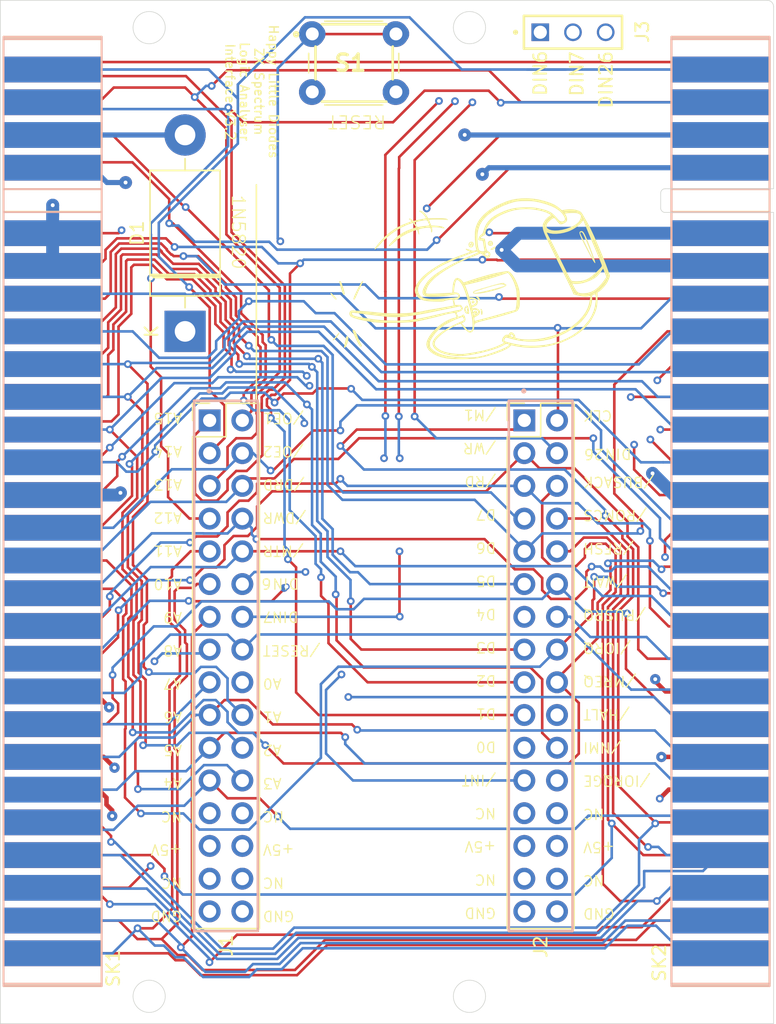
<source format=kicad_pcb>
(kicad_pcb (version 20241229) (generator "pcbnew") (generator_version "9.0")
  (title_block (title "ZX Spectrum Logic Analyser Interface") (date "2025-12-03") (rev "3.2") (company "HappyLittleDiodes") (comment 1 "Increased distance between Analyser Headers J1 & J2") (comment 2 "Added J3 for unused channels 6,7 and 26."))
  (layers (0 "F.Cu" signal) (4 "In1.Cu" signal) (6 "In2.Cu" signal) (2 "B.Cu" signal) (13 "F.Paste" user) (15 "B.Paste" user) (5 "F.SilkS" user "F.Silkscreen") (7 "B.SilkS" user "B.Silkscreen") (1 "F.Mask" user) (3 "B.Mask" user) (25 "Edge.Cuts" user))
  (net 0 "")
  (net 1 "POWER5_VIN")
  (net 2 "POWER5V")
  (net 3 "DIN8-{slash}RESET")
  (net 4 "DIN13-A4")
  (net 5 "DIN15-A6")
  (net 6 "DIN18-A9")
  (net 8 "DIN2-VIDEO-OE2")
  (net 9 "DIN24-A15")
  (net 11 "DIN11-A2")
  (net 12 "DIN22-A13")
  (net 13 "DIN9-A0")
  (net 14 "DIN4-V-{slash}DWR")
  (net 15 "DIN3-Y-{slash}DRD")
  (net 16 "DIN6-Spare1")
  (net 17 "DIN20-A11")
  (net 18 "GND")
  (net 19 "DIN1-NCA4-OE1")
  (net 21 "DIN17-A8")
  (net 22 "DIN7-Spare2")
  (net 23 "DIN14-A5")
  (net 25 "DIN5-U-{slash}MTR")
  (net 26 "DIN12-A3")
  (net 27 "DIN23-A14")
  (net 28 "DIN16-A7")
  (net 29 "DIN19-A10")
  (net 30 "DIN21-A12")
  (net 31 "DIN10-A1")
  (net 32 "DIN40-D2")
  (net 33 "DIN37-{slash}INT")
  (net 34 "DIN38-D0")
  (net 36 "DIN35-{slash}NMI")
  (net 37 "DIN28-{slash}ROMCS")
  (net 38 "DIN47-{slash}WR")
  (net 39 "DIN29-{slash}RFRSH")
  (net 40 "DIN32-{slash}IORQ")
  (net 41 "DIN43-D5")
  (net 42 "DIN33-{slash}MREQ")
  (net 43 "DIN39-D1")
  (net 44 "DIN41-D3")
  (net 46 "DIN36-{slash}IORQGE")
  (net 47 "DIN34-{slash}HALT")
  (net 48 "DIN48-{slash}M1")
  (net 49 "DIN45-D7")
  (net 50 "DIN30-{slash}WAIT")
  (net 52 "DIN27-{slash}BUSACK")
  (net 53 "DIN42-D4")
  (net 55 "DIN46-{slash}RD")
  (net 56 "DIN26-Spare3")
  (net 57 "DIN25-CLOCK")
  (net 58 "DIN44-D6")
  (net 59 "NCA28")
  (net 60 "POWER_+12V")
  (net 61 "DIN31-{slash}BUSRQ")
  (net 62 "POWER_-5V")
  (net 63 "POWER_12VAC")
  (net 64 "POWER_+9V")
  (footprint "Mods:ZX_Spectrum_BUS_Edge_Connector Horizontal" (layer "F.Cu") (at 80.772 101.981 -90)
    (property "Reference" "SK1")
    (property "Value" "ZX Spectrum")
  )
  (footprint "Mods:SAMTEC_TSW-103-07-G-S" (layer "F.Cu") (at 121.18975 66.068575)
    (property "Reference" "J3")
    (property "Value" "Conn_01x03" (hide yes))
  )
  (footprint "Mods:SKHHANA010" (layer "F.Cu") (at 104.189965 68.44665)
    (property "Reference" "S1")
    (property "Value" "SKHHANA010" (hide yes))
  )
  (footprint "Diode_THT:D_DO-201AD_P15.24mm_Horizontal" (layer "F.Cu") (at 91.059 89.281 90)
    (property "Reference" "D1")
    (property "Value" "1N5820" (hide yes))
  )
  (footprint "Mods:ZX_Spectrum_BUS_Edge_Connector Horizontal" (layer "F.Cu") (at 132.65 101.981 -90)
    (property "Reference" "SK2")
    (property "Value" "ZX Spectrum")
  )
  (footprint "Mods:SAMTEC_SSQ-116-XX-X-D" (layer "B.Cu") (at 94.239 115.24 90)
    (property "Reference" "J1")
    (property "Value" "SSQ-116-XX-X-D")
  )
  (footprint "Mods:SAMTEC_SSQ-116-XX-X-D" (layer "B.Cu") (at 118.68 115.2398 90)
    (property "Reference" "J2")
    (property "Value" "SSQ-116-XX-X-D")
  )
  (gr_circle (center 95.27 91.81) (end 95.57 91.81) (fill yes) (layer "F.Cu") (net 44))
  (gr_circle (center 87.63 126.69212) (end 87.93 126.69212) (fill yes) (layer "F.Cu") (net 40))
  (gr_circle (center 127.74 93.08) (end 128.04 93.08) (fill yes) (layer "F.Cu") (net 41))
  (gr_circle (center 117.41 103.81) (end 118.26 103.81) (fill yes) (layer "F.Cu") (net 49))
  (gr_circle (center 92.969 121.59) (end 93.819 121.59) (fill yes) (layer "F.Cu") (net 23))
  (gr_circle (center 95.509 116.51) (end 96.359 116.51) (fill yes) (layer "F.Cu") (net 13))
  (gr_circle (center 119.95 96.19) (end 120.8 96.19) (fill yes) (layer "F.Cu") (net 57))
  (gr_circle (center 127.70512 133.48512) (end 128.00512 133.48512) (fill yes) (layer "F.Cu") (net 52))
  (gr_circle (center 86.995 120.4) (end 87.295 120.4) (fill yes) (layer "F.Cu") (net 42))
  (gr_circle (center 103.95624 93.73436) (end 104.25624 93.73436) (fill yes) (layer "F.Cu") (net 46))
  (gr_poly (pts (xy 84.582 113.681) (xy 76.962 113.681) (xy 76.962 115.681) (xy 84.582 115.681)) (fill yes) (layer "F.Cu") (net 38))
  (gr_poly (pts (xy 84.582 85.741) (xy 76.962 85.741) (xy 76.962 87.741) (xy 84.582 87.741)) (fill yes) (layer "F.Cu") (net 32))
  (gr_circle (center 92.969 126.67) (end 93.819 126.67) (fill yes) (layer "F.Cu") (net 24))
  (gr_poly (pts (xy 84.582 126.381) (xy 76.962 126.381) (xy 76.962 128.381) (xy 84.582 128.381)) (fill yes) (layer "F.Cu") (net 48))
  (gr_poly (pts (xy 136.46 111.141) (xy 128.84 111.141) (xy 128.84 113.141) (xy 136.46 113.141)) (fill yes) (layer "F.Cu") (net 55))
  (gr_circle (center 127.16591 105.53284) (end 127.46591 105.53284) (fill yes) (layer "F.Cu") (net 55))
  (gr_circle (center 88.68328 114.88328) (end 88.98328 114.88328) (fill yes) (layer "F.Cu") (net 21))
  (gr_circle (center 104.433 120.193) (end 104.733 120.193) (fill yes) (layer "F.Cu") (net 5))
  (gr_poly (pts (xy 136.46 73.041) (xy 128.84 73.041) (xy 128.84 75.041) (xy 136.46 75.041)) (fill yes) (layer "F.Cu") (net 49))
  (gr_circle (center 117.41 111.43) (end 118.26 111.43) (fill yes) (layer "F.Cu") (net 53))
  (gr_circle (center 122.77 97.573) (end 123.07 97.573) (fill yes) (layer "F.Cu") (net 15))
  (gr_circle (center 95.509 98.73) (end 96.359 98.73) (fill yes) (layer "F.Cu") (net 8))
  (gr_poly (pts (xy 84.582 106.061) (xy 76.962 106.061) (xy 76.962 108.061) (xy 84.582 108.061)) (fill yes) (layer "F.Cu") (net 42))
  (gr_circle (center 95.509 131.75) (end 96.359 131.75) (fill yes) (layer "F.Cu") (net 7))
  (gr_circle (center 117.41 119.05) (end 118.26 119.05) (fill yes) (layer "F.Cu") (net 43))
  (gr_circle (center 88.2517 115.71858) (end 88.5517 115.71858) (fill yes) (layer "F.Cu") (net 31))
  (gr_poly (pts (xy 84.582 67.961) (xy 76.962 67.961) (xy 76.962 69.961) (xy 84.582 69.961)) (fill yes) (layer "F.Cu") (net 9))
  (gr_poly (pts (xy 84.582 123.841) (xy 76.962 123.841) (xy 76.962 125.841) (xy 84.582 125.841)) (fill yes) (layer "F.Cu") (net 63))
  (gr_circle (center 92.969 119.05) (end 93.819 119.05) (fill yes) (layer "F.Cu") (net 5))
  (gr_circle (center 95.509 96.19) (end 96.359 96.19) (fill yes) (layer "F.Cu") (net 19))
  (gr_circle (center 85.43 115.94) (end 85.73 115.94) (fill yes) (layer "F.Cu") (net 50))
  (gr_circle (center 114.15 77.09) (end 114.65 77.09) (fill yes) (layer "F.Cu") (net 64))
  (gr_circle (center 119.95 121.59) (end 120.8 121.59) (fill yes) (layer "F.Cu") (net 36))
  (gr_poly (pts (xy 92.659 87.681) (xy 89.459 87.681) (xy 89.459 90.881) (xy 92.659 90.881)) (fill yes) (layer "F.Cu") (net 2))
  (gr_circle (center 96.01 90.389) (end 96.31 90.389) (fill yes) (layer "F.Cu") (net 58))
  (gr_circle (center 95.509 124.13) (end 96.359 124.13) (fill yes) (layer "F.Cu") (net 26))
  (gr_circle (center 95.509 129.21) (end 96.359 129.21) (fill yes) (layer "F.Cu") (net 2))
  (gr_circle (center 91.10524 79.63477) (end 91.40524 79.63477) (fill yes) (layer "F.Cu") (net 49))
  (gr_circle (center 119.95 124.13) (end 120.8 124.13) (fill yes) (layer "F.Cu") (net 46))
  (gr_poly (pts (xy 136.46 75.581) (xy 128.84 75.581) (xy 128.84 77.581) (xy 136.46 77.581)) (fill yes) (layer "F.Cu") (net 19))
  (gr_circle (center 92.969 131.75) (end 93.819 131.75) (fill yes) (layer "F.Cu") (net 20))
  (gr_poly (pts (xy 84.582 93.361) (xy 76.962 93.361) (xy 76.962 95.361) (xy 84.582 95.361)) (fill yes) (layer "F.Cu") (net 44))
  (gr_circle (center 92.969 106.35) (end 93.819 106.35) (fill yes) (layer "F.Cu") (net 17))
  (gr_circle (center 127.37 100.3) (end 127.87 100.3) (fill yes) (layer "F.Cu") (net 18))
  (gr_poly (pts (xy 136.46 85.741) (xy 128.84 85.741) (xy 128.84 87.741) (xy 136.46 87.741)) (fill yes) (layer "F.Cu") (net 32))
  (gr_poly (pts (xy 84.582 100.981) (xy 76.962 100.981) (xy 76.962 102.981) (xy 84.582 102.981)) (fill yes) (layer "F.Cu") (net 36))
  (gr_circle (center 95.509 126.67) (end 96.359 126.67) (fill yes) (layer "F.Cu") (net 10))
  (gr_circle (center 91.059 74.041) (end 92.659 74.041) (fill yes) (layer "F.Cu") (net 1))
  (gr_poly (pts (xy 84.582 75.581) (xy 76.962 75.581) (xy 76.962 77.581) (xy 84.582 77.581)) (fill yes) (layer "F.Cu") (net 19))
  (gr_circle (center 99.05 106.96) (end 99.35 106.96) (fill yes) (layer "F.Cu") (net 43))
  (gr_poly (pts (xy 136.46 134.001) (xy 128.84 134.001) (xy 128.84 136.001) (xy 136.46 136.001)) (fill yes) (layer "F.Cu") (net 29))
  (gr_circle (center 98.26 126.92) (end 98.56 126.92) (fill yes) (layer "F.Cu") (net 4))
  (gr_circle (center 92.969 108.89) (end 93.819 108.89) (fill yes) (layer "F.Cu") (net 29))
  (gr_circle (center 98.74901 109.194775) (end 99.04901 109.194775) (fill yes) (layer "F.Cu") (net 61))
  (gr_poly (pts (xy 136.46 88.281) (xy 128.84 88.281) (xy 128.84 90.281) (xy 136.46 90.281)) (fill yes) (layer "F.Cu") (net 58))
  (gr_circle (center 95.86 91.205) (end 96.16 91.205) (fill yes) (layer "F.Cu") (net 41))
  (gr_circle (center 85.89527 110.91427) (end 86.19527 110.91427) (fill yes) (layer "F.Cu") (net 38))
  (gr_circle (center 128.06808 107.74192) (end 128.36808 107.74192) (fill yes) (layer "F.Cu") (net 42))
  (gr_circle (center 107.41 66.21) (end 108.41 66.21) (fill yes) (layer "F.Cu") (net 3))
  (gr_circle (center 100.91104 92.03429) (end 101.21104 92.03429) (fill yes) (layer "F.Cu") (net 44))
  (gr_circle (center 127.02153 129.286) (end 127.32153 129.286) (fill yes) (layer "F.Cu") (net 37))
  (gr_circle (center 109.83 79.74) (end 110.13 79.74) (fill yes) (layer "F.Cu") (net 49))
  (gr_circle (center 128.34 106.8) (end 128.64 106.8) (fill yes) (layer "F.Cu") (net 47))
  (gr_circle (center 117.41 126.67) (end 118.26 126.67) (fill yes) (layer "F.Cu") (net 35))
  (gr_circle (center 85.58 123.14) (end 85.98 123.14) (fill yes) (layer "F.Cu") (net 60))
  (gr_circle (center 92.969 101.27) (end 93.819 101.27) (fill yes) (layer "F.Cu") (net 12))
  (gr_circle (center 117.41 121.59) (end 118.26 121.59) (fill yes) (layer "F.Cu") (net 34))
  (gr_circle (center 124.2 127.46474) (end 124.5 127.46474) (fill yes) (layer "F.Cu") (net 39))
  (gr_circle (center 119.95 98.73) (end 120.8 98.73) (fill yes) (layer "F.Cu") (net 56))
  (gr_circle (center 95.509 106.35) (end 96.359 106.35) (fill yes) (layer "F.Cu") (net 25))
  (gr_circle (center 117.41 129.21) (end 118.26 129.21) (fill yes) (layer "F.Cu") (net 2))
  (gr_poly (pts (xy 136.46 93.361) (xy 128.84 93.361) (xy 128.84 95.361) (xy 136.46 95.361)) (fill yes) (layer "F.Cu") (net 44))
  (gr_circle (center 86.1753 99.00233) (end 86.4753 99.00233) (fill yes) (layer "F.Cu") (net 36))
  (gr_circle (center 125.94 98.07) (end 126.24 98.07) (fill yes) (layer "F.Cu") (net 36))
  (gr_poly (pts (xy 84.582 108.601) (xy 76.962 108.601) (xy 76.962 110.601) (xy 84.582 110.601)) (fill yes) (layer "F.Cu") (net 40))
  (gr_circle (center 117.41 101.27) (end 118.26 101.27) (fill yes) (layer "F.Cu") (net 55))
  (gr_circle (center 125.3855 111.1725) (end 125.6855 111.1725) (fill yes) (layer "F.Cu") (net 50))
  (gr_circle (center 95.615 94.63804) (end 95.915 94.63804) (fill yes) (layer "F.Cu") (net 32))
  (gr_circle (center 95.509 113.97) (end 96.359 113.97) (fill yes) (layer "F.Cu") (net 3))
  (gr_circle (center 107.41 70.71) (end 108.41 70.71) (fill yes) (layer "F.Cu") (net 18))
  (gr_circle (center 103.124 100.72) (end 103.424 100.72) (fill yes) (layer "F.Cu") (net 55))
  (gr_circle (center 98.015 94.805) (end 98.315 94.805) (fill yes) (layer "F.Cu") (net 46))
  (gr_circle (center 85.4 126.89) (end 85.8 126.89) (fill yes) (layer "F.Cu") (net 63))
  (gr_poly (pts (xy 84.582 88.281) (xy 76.962 88.281) (xy 76.962 90.281) (xy 84.582 90.281)) (fill yes) (layer "F.Cu") (net 58))
  (gr_poly (pts (xy 136.46 128.921) (xy 128.84 128.921) (xy 128.84 130.921) (xy 136.46 130.921)) (fill yes) (layer "F.Cu") (net 39))
  (gr_circle (center 94.59414 92.23804) (end 94.89414 92.23804) (fill yes) (layer "F.Cu") (net 53))
  (gr_poly (pts (xy 84.582 90.821) (xy 76.962 90.821) (xy 76.962 92.821) (xy 84.582 92.821)) (fill yes) (layer "F.Cu") (net 41))
  (gr_circle (center 119.95 111.43) (end 120.8 111.43) (fill yes) (layer "F.Cu") (net 61))
  (gr_circle (center 95.509 134.29) (end 96.359 134.29) (fill yes) (layer "F.Cu") (net 18))
  (gr_circle (center 100.324 96.41) (end 100.624 96.41) (fill yes) (layer "F.Cu") (net 47))
  (gr_circle (center 122.83394 108.32699) (end 123.13394 108.32699) (fill yes) (layer "F.Cu") (net 40))
  (gr_circle (center 95.509 111.43) (end 96.359 111.43) (fill yes) (layer "F.Cu") (net 22))
  (gr_circle (center 86.13 81.43) (end 86.43 81.43) (fill yes) (layer "F.Cu") (net 34))
  (gr_circle (center 92.969 113.97) (end 93.819 113.97) (fill yes) (layer "F.Cu") (net 21))
  (gr_circle (center 117.41 124.13) (end 118.26 124.13) (fill yes) (layer "F.Cu") (net 33))
  (gr_circle (center 120 89) (end 120.3 89) (fill yes) (layer "F.Cu") (net 57))
  (gr_poly (pts (xy 136.46 70.501) (xy 128.84 70.501) (xy 128.84 72.501) (xy 136.46 72.501)) (fill yes) (layer "F.Cu") (net 12))
  (gr_circle (center 127.58 116.27) (end 127.98 116.27) (fill yes) (layer "F.Cu") (net 62))
  (gr_poly (pts (xy 84.582 80.661) (xy 76.962 80.661) (xy 76.962 82.661) (xy 84.582 82.661)) (fill yes) (layer "F.Cu") (net 34))
  (gr_circle (center 115.65 82.96) (end 116.15 82.96) (fill yes) (layer "F.Cu") (net 18))
  (gr_circle (center 103.12753 106.343) (end 103.42753 106.343) (fill yes) (layer "F.Cu") (net 25))
  (gr_poly (pts (xy 136.46 126.381) (xy 128.84 126.381) (xy 128.84 128.381) (xy 136.46 128.381)) (fill yes) (layer "F.Cu") (net 48))
  (gr_circle (center 103.92803 110.21803) (end 104.22803 110.21803) (fill yes) (layer "F.Cu") (net 44))
  (gr_poly (pts (xy 118.26 95.34) (xy 116.56 95.34) (xy 116.56 97.04) (xy 118.26 97.04)) (fill yes) (layer "F.Cu") (net 48))
  (gr_circle (center 87.8 121.4) (end 88.1 121.4) (fill yes) (layer "F.Cu") (net 11))
  (gr_poly (pts (xy 84.582 118.761) (xy 76.962 118.761) (xy 76.962 120.761) (xy 84.582 120.761)) (fill yes) (layer "F.Cu") (net 50))
  (gr_circle (center 112.78 74.03) (end 113.28 74.03) (fill yes) (layer "F.Cu") (net 1))
  (gr_circle (center 117.41 131.75) (end 118.26 131.75) (fill yes) (layer "F.Cu") (net 45))
  (gr_circle (center 101.405 91.405) (end 101.705 91.405) (fill yes) (layer "F.Cu") (net 41))
  (gr_circle (center 94.42 71.9) (end 94.72 71.9) (fill yes) (layer "F.Cu") (net 30))
  (gr_circle (center 100.91 66.21) (end 101.91 66.21) (fill yes) (layer "F.Cu") (net 3))
  (gr_poly (pts (xy 136.46 118.761) (xy 128.84 118.761) (xy 128.84 120.761) (xy 136.46 120.761)) (fill yes) (layer "F.Cu") (net 50))
  (gr_circle (center 91.37536 85.839) (end 91.67536 85.839) (fill yes) (layer "F.Cu") (net 27))
  (gr_circle (center 86.44 77.73) (end 86.94 77.73) (fill yes) (layer "F.Cu") (net 64))
  (gr_poly (pts (xy 136.46 103.521) (xy 128.84 103.521) (xy 128.84 105.521) (xy 136.46 105.521)) (fill yes) (layer "F.Cu") (net 47))
  (gr_poly (pts (xy 84.582 95.901) (xy 76.962 95.901) (xy 76.962 97.901) (xy 84.582 97.901)) (fill yes) (layer "F.Cu") (net 53))
  (gr_circle (center 97.7 100.08) (end 98 100.08) (fill yes) (layer "F.Cu") (net 8))
  (gr_poly (pts (xy 136.46 121.301) (xy 128.84 121.301) (xy 128.84 123.301) (xy 136.46 123.301)) (fill yes) (layer "F.Cu") (net 60))
  (gr_circle (center 127.971 96.901) (end 128.271 96.901) (fill yes) (layer "F.Cu") (net 53))
  (gr_circle (center 114.69 81.59) (end 114.99 81.59) (fill yes) (layer "F.Cu") (net 34))
  (gr_poly (pts (xy 136.46 67.961) (xy 128.84 67.961) (xy 128.84 69.961) (xy 136.46 69.961)) (fill yes) (layer "F.Cu") (net 9))
  (gr_circle (center 128.2 109.601) (end 128.5 109.601) (fill yes) (layer "F.Cu") (net 40))
  (gr_circle (center 103.74 117.653) (end 104.04 117.653) (fill yes) (layer "F.Cu") (net 28))
  (gr_circle (center 92.969 129.21) (end 93.819 129.21) (fill yes) (layer "F.Cu") (net 2))
  (gr_circle (center 87.4 124.8) (end 87.7 124.8) (fill yes) (layer "F.Cu") (net 26))
  (gr_circle (center 89.82734 80.89687) (end 90.12734 80.89687) (fill yes) (layer "F.Cu") (net 19))
  (gr_circle (center 100.524 94.95) (end 100.824 94.95) (fill yes) (layer "F.Cu") (net 36))
  (gr_circle (center 127.58 127.46474) (end 127.88 127.46474) (fill yes) (layer "F.Cu") (net 48))
  (gr_poly (pts (xy 136.46 90.821) (xy 128.84 90.821) (xy 128.84 92.821) (xy 136.46 92.821)) (fill yes) (layer "F.Cu") (net 41))
  (gr_circle (center 128.0568 122.30598) (end 128.4568 122.30598) (fill yes) (layer "F.Cu") (net 60))
  (gr_circle (center 89.459 131.56) (end 89.759 131.56) (fill yes) (layer "F.Cu") (net 39))
  (gr_circle (center 92.969 103.81) (end 93.819 103.81) (fill yes) (layer "F.Cu") (net 30))
  (gr_circle (center 93.13 70.231) (end 93.43 70.231) (fill yes) (layer "F.Cu") (net 12))
  (gr_poly (pts (xy 93.819 95.34) (xy 92.119 95.34) (xy 92.119 97.04) (xy 93.819 97.04)) (fill yes) (layer "F.Cu") (net 9))
  (gr_poly (pts (xy 136.46 83.201) (xy 128.84 83.201) (xy 128.84 85.201) (xy 136.46 85.201)) (fill yes) (layer "F.Cu") (net 43))
  (gr_circle (center 100 84) (end 100.3 84) (fill yes) (layer "F.Cu") (net 43))
  (gr_circle (center 123.903 107.28) (end 124.203 107.28) (fill yes) (layer "F.Cu") (net 42))
  (gr_circle (center 97.29 121.39) (end 97.59 121.39) (fill yes) (layer "F.Cu") (net 42))
  (gr_circle (center 117.41 113.97) (end 118.26 113.97) (fill yes) (layer "F.Cu") (net 44))
  (gr_poly (pts (xy 136.46 131.461) (xy 128.84 131.461) (xy 128.84 133.461) (xy 136.46 133.461)) (fill yes) (layer "F.Cu") (net 21))
  (gr_poly (pts (xy 136.46 100.981) (xy 128.84 100.981) (xy 128.84 102.981) (xy 136.46 102.981)) (fill yes) (layer "F.Cu") (net 36))
  (gr_circle (center 117.41 108.89) (end 118.26 108.89) (fill yes) (layer "F.Cu") (net 41))
  (gr_circle (center 95.509 108.89) (end 96.359 108.89) (fill yes) (layer "F.Cu") (net 16))
  (gr_poly (pts (xy 136.46 106.061) (xy 128.84 106.061) (xy 128.84 108.061) (xy 136.46 108.061)) (fill yes) (layer "F.Cu") (net 42))
  (gr_circle (center 97.76011 89.93651) (end 98.06011 89.93651) (fill yes) (layer "F.Cu") (net 49))
  (gr_circle (center 92.969 98.73) (end 93.819 98.73) (fill yes) (layer "F.Cu") (net 27))
  (gr_circle (center 87.37 135.601) (end 87.67 135.601) (fill yes) (layer "F.Cu") (net 17))
  (gr_circle (center 96.6 105.4) (end 96.9 105.4) (fill yes) (layer "F.Cu") (net 14))
  (gr_circle (center 85.31 128.89853) (end 85.61 128.89853) (fill yes) (layer "F.Cu") (net 48))
  (gr_circle (center 95.509 101.27) (end 96.359 101.27) (fill yes) (layer "F.Cu") (net 15))
  (gr_circle (center 96.012 86.94) (end 96.312 86.94) (fill yes) (layer "F.Cu") (net 13))
  (gr_poly (pts (xy 84.582 136.541) (xy 76.962 136.541) (xy 76.962 138.541) (xy 84.582 138.541)) (fill yes) (layer "F.Cu") (net 59))
  (gr_circle (center 85.16 118.45) (end 85.56 118.45) (fill yes) (layer "F.Cu") (net 62))
  (gr_circle (center 90.24513 82.72887) (end 90.54513 82.72887) (fill yes) (layer "F.Cu") (net 43))
  (gr_circle (center 127.93 125.54) (end 128.23 125.54) (fill yes) (layer "F.Cu") (net 63))
  (gr_circle (center 119.95 134.29) (end 120.8 134.29) (fill yes) (layer "F.Cu") (net 18))
  (gr_circle (center 91.34 110.19) (end 91.64 110.19) (fill yes) (layer "F.Cu") (net 61))
  (gr_poly (pts (xy 136.46 113.681) (xy 128.84 113.681) (xy 128.84 115.681) (xy 136.46 115.681)) (fill yes) (layer "F.Cu") (net 38))
  (gr_poly (pts (xy 84.582 70.501) (xy 76.962 70.501) (xy 76.962 72.501) (xy 84.582 72.501)) (fill yes) (layer "F.Cu") (net 12))
  (gr_circle (center 103.124 98.173) (end 103.424 98.173) (fill yes) (layer "F.Cu") (net 48))
  (gr_poly (pts (xy 84.582 111.141) (xy 76.962 111.141) (xy 76.962 113.141) (xy 84.582 113.141)) (fill yes) (layer "F.Cu") (net 55))
  (gr_circle (center 100.5131 92.7283) (end 100.8131 92.7283) (fill yes) (layer "F.Cu") (net 53))
  (gr_poly (pts (xy 84.582 83.201) (xy 76.962 83.201) (xy 76.962 85.201) (xy 84.582 85.201)) (fill yes) (layer "F.Cu") (net 43))
  (gr_poly (pts (xy 136.46 123.841) (xy 128.84 123.841) (xy 128.84 125.841) (xy 136.46 125.841)) (fill yes) (layer "F.Cu") (net 63))
  (gr_poly (pts (xy 84.582 73.041) (xy 76.962 73.041) (xy 76.962 75.041) (xy 84.582 75.041)) (fill yes) (layer "F.Cu") (net 49))
  (gr_circle (center 122.63676 107.53) (end 122.93676 107.53) (fill yes) (layer "F.Cu") (net 14))
  (gr_circle (center 119.95 126.67) (end 120.8 126.67) (fill yes) (layer "F.Cu") (net 51))
  (gr_circle (center 102.759 109.69) (end 103.059 109.69) (fill yes) (layer "F.Cu") (net 36))
  (gr_circle (center 101.622225 108.365925) (end 101.922225 108.365925) (fill yes) (layer "F.Cu") (net 32))
  (gr_circle (center 110.6 82.2) (end 110.9 82.2) (fill yes) (layer "F.Cu") (net 19))
  (gr_circle (center 119.95 101.27) (end 120.8 101.27) (fill yes) (layer "F.Cu") (net 52))
  (gr_circle (center 117.41 116.51) (end 118.26 116.51) (fill yes) (layer "F.Cu") (net 32))
  (gr_poly (pts (xy 84.582 98.441) (xy 76.962 98.441) (xy 76.962 100.441) (xy 84.582 100.441)) (fill yes) (layer "F.Cu") (net 33))
  (gr_poly (pts (xy 136.46 95.901) (xy 128.84 95.901) (xy 128.84 97.901) (xy 136.46 97.901)) (fill yes) (layer "F.Cu") (net 53))
  (gr_circle (center 100.91 70.71) (end 101.91 70.71) (fill yes) (layer "F.Cu") (net 18))
  (gr_circle (center 80.78 79.49) (end 81.28 79.49) (fill yes) (layer "F.Cu") (net 18))
  (gr_poly (pts (xy 84.582 128.921) (xy 76.962 128.921) (xy 76.962 130.921) (xy 84.582 130.921)) (fill yes) (layer "F.Cu") (net 39))
  (gr_poly (pts (xy 84.582 103.521) (xy 76.962 103.521) (xy 76.962 105.521) (xy 84.582 105.521)) (fill yes) (layer "F.Cu") (net 47))
  (gr_circle (center 98.46 82.29) (end 98.76 82.29) (fill yes) (layer "F.Cu") (net 3))
  (gr_circle (center 88.38574 130.76427) (end 88.68574 130.76427) (fill yes) (layer "F.Cu") (net 21))
  (gr_circle (center 95.509 119.05) (end 96.359 119.05) (fill yes) (layer "F.Cu") (net 31))
  (gr_circle (center 97.73 96.005) (end 98.03 96.005) (fill yes) (layer "F.Cu") (net 43))
  (gr_circle (center 119.95 119.05) (end 120.8 119.05) (fill yes) (layer "F.Cu") (net 47))
  (gr_circle (center 127.2 97.67) (end 127.5 97.67) (fill yes) (layer "F.Cu") (net 33))
  (gr_poly (pts (xy 84.582 121.301) (xy 76.962 121.301) (xy 76.962 123.301) (xy 84.582 123.301)) (fill yes) (layer "F.Cu") (net 60))
  (gr_poly (pts (xy 136.46 136.541) (xy 128.84 136.541) (xy 128.84 138.541) (xy 136.46 138.541)) (fill yes) (layer "F.Cu") (net 59))
  (gr_circle (center 92.95688 138.23678) (end 93.25688 138.23678) (fill yes) (layer "F.Cu") (net 21))
  (gr_circle (center 119.95 129.21) (end 120.8 129.21) (fill yes) (layer "F.Cu") (net 2))
  (gr_poly (pts (xy 136.46 80.661) (xy 128.84 80.661) (xy 128.84 82.661) (xy 136.46 82.661)) (fill yes) (layer "F.Cu") (net 34))
  (gr_circle (center 125.68 94.38) (end 125.98 94.38) (fill yes) (layer "F.Cu") (net 44))
  (gr_circle (center 115.58 71.54) (end 115.88 71.54) (fill yes) (layer "F.Cu") (net 30))
  (gr_circle (center 119.95 103.81) (end 120.8 103.81) (fill yes) (layer "F.Cu") (net 37))
  (gr_circle (center 90.73 137.08) (end 91.03 137.08) (fill yes) (layer "F.Cu") (net 6))
  (gr_circle (center 86.03931 101.80931) (end 86.53931 101.80931) (fill yes) (layer "F.Cu") (net 18))
  (gr_circle (center 123.68823 103.575) (end 123.98823 103.575) (fill yes) (layer "F.Cu") (net 48))
  (gr_circle (center 103.21 115.903) (end 103.51 115.903) (fill yes) (layer "F.Cu") (net 33))
  (gr_circle (center 119.95 106.35) (end 120.8 106.35) (fill yes) (layer "F.Cu") (net 39))
  (gr_circle (center 95.509 103.81) (end 96.359 103.81) (fill yes) (layer "F.Cu") (net 14))
  (gr_circle (center 100.724 93.5) (end 101.024 93.5) (fill yes) (layer "F.Cu") (net 33))
  (gr_poly (pts (xy 84.582 134.001) (xy 76.962 134.001) (xy 76.962 136.001) (xy 84.582 136.001)) (fill yes) (layer "F.Cu") (net 29))
  (gr_poly (pts (xy 136.46 98.441) (xy 128.84 98.441) (xy 128.84 100.441) (xy 136.46 100.441)) (fill yes) (layer "F.Cu") (net 33))
  (gr_circle (center 92.969 111.43) (end 93.819 111.43) (fill yes) (layer "F.Cu") (net 6))
  (gr_poly (pts (xy 84.582 116.221) (xy 76.962 116.221) (xy 76.962 118.221) (xy 84.582 118.221)) (fill yes) (layer "F.Cu") (net 62))
  (gr_circle (center 92.969 116.51) (end 93.819 116.51) (fill yes) (layer "F.Cu") (net 28))
  (gr_circle (center 95.509 121.59) (end 96.359 121.59) (fill yes) (layer "F.Cu") (net 11))
  (gr_poly (pts (xy 136.46 108.601) (xy 128.84 108.601) (xy 128.84 110.601) (xy 136.46 110.601)) (fill yes) (layer "F.Cu") (net 40))
  (gr_circle (center 119.95 116.51) (end 120.8 116.51) (fill yes) (layer "F.Cu") (net 42))
  (gr_circle (center 117.41 98.73) (end 118.26 98.73) (fill yes) (layer "F.Cu") (net 38))
  (gr_circle (center 103.5 120.77) (end 103.8 120.77) (fill yes) (layer "F.Cu") (net 23))
  (gr_circle (center 103.124 96.973) (end 103.424 96.973) (fill yes) (layer "F.Cu") (net 8))
  (gr_circle (center 119.95 113.97) (end 120.8 113.97) (fill yes) (layer "F.Cu") (net 40))
  (gr_poly (pts (xy 84.582 131.461) (xy 76.962 131.461) (xy 76.962 133.461) (xy 84.582 133.461)) (fill yes) (layer "F.Cu") (net 21))
  (gr_circle (center 119.95 108.89) (end 120.8 108.89) (fill yes) (layer "F.Cu") (net 50))
  (gr_circle (center 119.95 131.75) (end 120.8 131.75) (fill yes) (layer "F.Cu") (net 54))
  (gr_circle (center 92.969 124.13) (end 93.819 124.13) (fill yes) (layer "F.Cu") (net 4))
  (gr_poly (pts (xy 136.46 116.221) (xy 128.84 116.221) (xy 128.84 118.221) (xy 136.46 118.221)) (fill yes) (layer "F.Cu") (net 62))
  (gr_circle (center 117.41 106.35) (end 118.26 106.35) (fill yes) (layer "F.Cu") (net 58))
  (gr_circle (center 91.81 71.1) (end 92.11 71.1) (fill yes) (layer "F.Cu") (net 12))
  (gr_circle (center 88.41 85.17) (end 88.71 85.17) (fill yes) (layer "F.Cu") (net 30))
  (gr_circle (center 117.41 134.29) (end 118.26 134.29) (fill yes) (layer "F.Cu") (net 18))
  (gr_circle (center 88.741 98.61242) (end 89.041 98.61242) (fill yes) (layer "F.Cu") (net 46))
  (gr_circle (center 92.969 134.29) (end 93.819 134.29) (fill yes) (layer "F.Cu") (net 18))
  (gr_circle (center 95.509 121.59) (end 96.359 121.59) (fill yes) (layer "B.Cu") (net 11))
  (gr_circle (center 96.01 90.389) (end 96.31 90.389) (fill yes) (layer "B.Cu") (net 58))
  (gr_circle (center 103.5 120.77) (end 103.8 120.77) (fill yes) (layer "B.Cu") (net 23))
  (gr_poly (pts (xy 84.582 85.741) (xy 76.962 85.741) (xy 76.962 87.741) (xy 84.582 87.741)) (fill yes) (layer "B.Cu") (net 57))
  (gr_circle (center 98.74901 109.194775) (end 99.04901 109.194775) (fill yes) (layer "B.Cu") (net 61))
  (gr_poly (pts (xy 136.46 95.901) (xy 128.84 95.901) (xy 128.84 97.901) (xy 136.46 97.901)) (fill yes) (layer "B.Cu") (net 26))
  (gr_circle (center 117.41 108.89) (end 118.26 108.89) (fill yes) (layer "B.Cu") (net 41))
  (gr_circle (center 88.2517 115.71858) (end 88.5517 115.71858) (fill yes) (layer "B.Cu") (net 31))
  (gr_circle (center 88.741 98.61242) (end 89.041 98.61242) (fill yes) (layer "B.Cu") (net 46))
  (gr_poly (pts (xy 136.46 128.921) (xy 128.84 128.921) (xy 128.84 130.921) (xy 136.46 130.921)) (fill yes) (layer "B.Cu") (net 37))
  (gr_circle (center 117.41 119.05) (end 118.26 119.05) (fill yes) (layer "B.Cu") (net 43))
  (gr_circle (center 95.509 103.81) (end 96.359 103.81) (fill yes) (layer "B.Cu") (net 14))
  (gr_circle (center 85.4 126.89) (end 85.8 126.89) (fill yes) (layer "B.Cu") (net 63))
  (gr_poly (pts (xy 93.819 95.34) (xy 92.119 95.34) (xy 92.119 97.04) (xy 93.819 97.04)) (fill yes) (layer "B.Cu") (net 9))
  (gr_poly (pts (xy 84.582 131.461) (xy 76.962 131.461) (xy 76.962 133.461) (xy 84.582 133.461)) (fill yes) (layer "B.Cu") (net 52))
  (gr_circle (center 92.969 119.05) (end 93.819 119.05) (fill yes) (layer "B.Cu") (net 5))
  (gr_circle (center 117.41 126.67) (end 118.26 126.67) (fill yes) (layer "B.Cu") (net 35))
  (gr_poly (pts (xy 84.582 93.361) (xy 76.962 93.361) (xy 76.962 95.361) (xy 84.582 95.361)) (fill yes) (layer "B.Cu") (net 11))
  (gr_circle (center 97.7 100.08) (end 98 100.08) (fill yes) (layer "B.Cu") (net 8))
  (gr_circle (center 100 84) (end 100.3 84) (fill yes) (layer "B.Cu") (net 43))
  (gr_poly (pts (xy 136.46 123.841) (xy 128.84 123.841) (xy 128.84 125.841) (xy 136.46 125.841)) (fill yes) (layer "B.Cu") (net 23))
  (gr_circle (center 107.41 66.21) (end 108.41 66.21) (fill yes) (layer "B.Cu") (net 3))
  (gr_circle (center 119.95 106.35) (end 120.8 106.35) (fill yes) (layer "B.Cu") (net 39))
  (gr_poly (pts (xy 84.582 106.061) (xy 76.962 106.061) (xy 76.962 108.061) (xy 84.582 108.061)) (fill yes) (layer "B.Cu") (net 15))
  (gr_poly (pts (xy 84.582 134.001) (xy 76.962 134.001) (xy 76.962 136.001) (xy 84.582 136.001)) (fill yes) (layer "B.Cu") (net 6))
  (gr_circle (center 127.58 127.46474) (end 127.88 127.46474) (fill yes) (layer "B.Cu") (net 48))
  (gr_poly (pts (xy 84.582 128.921) (xy 76.962 128.921) (xy 76.962 130.921) (xy 84.582 130.921)) (fill yes) (layer "B.Cu") (net 37))
  (gr_circle (center 115.58 71.54) (end 115.88 71.54) (fill yes) (layer "B.Cu") (net 30))
  (gr_circle (center 95.509 134.29) (end 96.359 134.29) (fill yes) (layer "B.Cu") (net 18))
  (gr_circle (center 92.969 106.35) (end 93.819 106.35) (fill yes) (layer "B.Cu") (net 17))
  (gr_circle (center 119.95 101.27) (end 120.8 101.27) (fill yes) (layer "B.Cu") (net 52))
  (gr_poly (pts (xy 84.582 116.221) (xy 76.962 116.221) (xy 76.962 118.221) (xy 84.582 118.221)) (fill yes) (layer "B.Cu") (net 3))
  (gr_circle (center 101.405 91.405) (end 101.705 91.405) (fill yes) (layer "B.Cu") (net 41))
  (gr_circle (center 127.2 97.67) (end 127.5 97.67) (fill yes) (layer "B.Cu") (net 33))
  (gr_circle (center 87.63 126.69212) (end 87.93 126.69212) (fill yes) (layer "B.Cu") (net 40))
  (gr_circle (center 86.13 81.43) (end 86.43 81.43) (fill yes) (layer "B.Cu") (net 34))
  (gr_circle (center 124.2 127.46474) (end 124.5 127.46474) (fill yes) (layer "B.Cu") (net 39))
  (gr_poly (pts (xy 136.46 106.061) (xy 128.84 106.061) (xy 128.84 108.061) (xy 136.46 108.061)) (fill yes) (layer "B.Cu") (net 15))
  (gr_circle (center 92.969 113.97) (end 93.819 113.97) (fill yes) (layer "B.Cu") (net 21))
  (gr_circle (center 119.95 103.81) (end 120.8 103.81) (fill yes) (layer "B.Cu") (net 37))
  (gr_poly (pts (xy 84.582 70.501) (xy 76.962 70.501) (xy 76.962 72.501) (xy 84.582 72.501)) (fill yes) (layer "B.Cu") (net 30))
  (gr_circle (center 98.015 94.805) (end 98.315 94.805) (fill yes) (layer "B.Cu") (net 46))
  (gr_poly (pts (xy 136.46 88.281) (xy 128.84 88.281) (xy 128.84 90.281) (xy 136.46 90.281)) (fill yes) (layer "B.Cu") (net 13))
  (gr_poly (pts (xy 136.46 93.361) (xy 128.84 93.361) (xy 128.84 95.361) (xy 136.46 95.361)) (fill yes) (layer "B.Cu") (net 11))
  (gr_circle (center 95.509 131.75) (end 96.359 131.75) (fill yes) (layer "B.Cu") (net 7))
  (gr_circle (center 103.124 98.173) (end 103.424 98.173) (fill yes) (layer "B.Cu") (net 48))
  (gr_circle (center 123.68823 103.575) (end 123.98823 103.575) (fill yes) (layer "B.Cu") (net 48))
  (gr_poly (pts (xy 92.659 87.681) (xy 89.459 87.681) (xy 89.459 90.881) (xy 92.659 90.881)) (fill yes) (layer "B.Cu") (net 2))
  (gr_circle (center 92.969 134.29) (end 93.819 134.29) (fill yes) (layer "B.Cu") (net 18))
  (gr_circle (center 117.41 134.29) (end 118.26 134.29) (fill yes) (layer "B.Cu") (net 18))
  (gr_poly (pts (xy 84.582 95.901) (xy 76.962 95.901) (xy 76.962 97.901) (xy 84.582 97.901)) (fill yes) (layer "B.Cu") (net 26))
  (gr_circle (center 127.93 125.54) (end 128.23 125.54) (fill yes) (layer "B.Cu") (net 63))
  (gr_circle (center 87.4 124.8) (end 87.7 124.8) (fill yes) (layer "B.Cu") (net 26))
  (gr_circle (center 93.13 70.231) (end 93.43 70.231) (fill yes) (layer "B.Cu") (net 12))
  (gr_circle (center 85.89527 110.91427) (end 86.19527 110.91427) (fill yes) (layer "B.Cu") (net 38))
  (gr_poly (pts (xy 136.46 83.201) (xy 128.84 83.201) (xy 128.84 85.201) (xy 136.46 85.201)) (fill yes) (layer "B.Cu") (net 18))
  (gr_circle (center 127.02153 129.286) (end 127.32153 129.286) (fill yes) (layer "B.Cu") (net 37))
  (gr_circle (center 122.77 97.573) (end 123.07 97.573) (fill yes) (layer "B.Cu") (net 15))
  (gr_circle (center 95.509 101.27) (end 96.359 101.27) (fill yes) (layer "B.Cu") (net 15))
  (gr_circle (center 125.68 94.38) (end 125.98 94.38) (fill yes) (layer "B.Cu") (net 44))
  (gr_poly (pts (xy 84.582 108.601) (xy 76.962 108.601) (xy 76.962 110.601) (xy 84.582 110.601)) (fill yes) (layer "B.Cu") (net 14))
  (gr_circle (center 119.95 121.59) (end 120.8 121.59) (fill yes) (layer "B.Cu") (net 36))
  (gr_circle (center 89.459 131.56) (end 89.759 131.56) (fill yes) (layer "B.Cu") (net 39))
  (gr_circle (center 127.74 93.08) (end 128.04 93.08) (fill yes) (layer "B.Cu") (net 41))
  (gr_circle (center 86.995 120.4) (end 87.295 120.4) (fill yes) (layer "B.Cu") (net 42))
  (gr_poly (pts (xy 84.582 111.141) (xy 76.962 111.141) (xy 76.962 113.141) (xy 84.582 113.141)) (fill yes) (layer "B.Cu") (net 25))
  (gr_circle (center 101.622225 108.365925) (end 101.922225 108.365925) (fill yes) (layer "B.Cu") (net 32))
  (gr_circle (center 88.68328 114.88328) (end 88.98328 114.88328) (fill yes) (layer "B.Cu") (net 21))
  (gr_circle (center 103.92803 110.21803) (end 104.22803 110.21803) (fill yes) (layer "B.Cu") (net 44))
  (gr_circle (center 98.26 126.92) (end 98.56 126.92) (fill yes) (layer "B.Cu") (net 4))
  (gr_circle (center 88.41 85.17) (end 88.71 85.17) (fill yes) (layer "B.Cu") (net 30))
  (gr_circle (center 119.95 134.29) (end 120.8 134.29) (fill yes) (layer "B.Cu") (net 18))
  (gr_circle (center 92.969 101.27) (end 93.819 101.27) (fill yes) (layer "B.Cu") (net 12))
  (gr_poly (pts (xy 84.582 126.381) (xy 76.962 126.381) (xy 76.962 128.381) (xy 84.582 128.381)) (fill yes) (layer "B.Cu") (net 4))
  (gr_circle (center 128.0568 122.30598) (end 128.4568 122.30598) (fill yes) (layer "B.Cu") (net 60))
  (gr_circle (center 117.41 129.21) (end 118.26 129.21) (fill yes) (layer "B.Cu") (net 2))
  (gr_circle (center 100.91 66.21) (end 101.91 66.21) (fill yes) (layer "B.Cu") (net 3))
  (gr_circle (center 97.73 96.005) (end 98.03 96.005) (fill yes) (layer "B.Cu") (net 43))
  (gr_poly (pts (xy 84.582 98.441) (xy 76.962 98.441) (xy 76.962 100.441) (xy 84.582 100.441)) (fill yes) (layer "B.Cu") (net 46))
  (gr_circle (center 95.27 91.81) (end 95.57 91.81) (fill yes) (layer "B.Cu") (net 44))
  (gr_circle (center 114.15 77.09) (end 114.65 77.09) (fill yes) (layer "B.Cu") (net 64))
  (gr_poly (pts (xy 136.46 121.301) (xy 128.84 121.301) (xy 128.84 123.301) (xy 136.46 123.301)) (fill yes) (layer "B.Cu") (net 5))
  (gr_circle (center 109.83 79.74) (end 110.13 79.74) (fill yes) (layer "B.Cu") (net 49))
  (gr_poly (pts (xy 84.582 100.981) (xy 76.962 100.981) (xy 76.962 102.981) (xy 84.582 102.981)) (fill yes) (layer "B.Cu") (net 18))
  (gr_poly (pts (xy 136.46 108.601) (xy 128.84 108.601) (xy 128.84 110.601) (xy 136.46 110.601)) (fill yes) (layer "B.Cu") (net 14))
  (gr_circle (center 92.969 124.13) (end 93.819 124.13) (fill yes) (layer "B.Cu") (net 4))
  (gr_poly (pts (xy 136.46 75.581) (xy 128.84 75.581) (xy 128.84 77.581) (xy 136.46 77.581)) (fill yes) (layer "B.Cu") (net 64))
  (gr_circle (center 100.91 70.71) (end 101.91 70.71) (fill yes) (layer "B.Cu") (net 18))
  (gr_circle (center 85.58 123.14) (end 85.98 123.14) (fill yes) (layer "B.Cu") (net 60))
  (gr_circle (center 92.969 111.43) (end 93.819 111.43) (fill yes) (layer "B.Cu") (net 6))
  (gr_circle (center 127.16591 105.53284) (end 127.46591 105.53284) (fill yes) (layer "B.Cu") (net 55))
  (gr_circle (center 92.969 126.67) (end 93.819 126.67) (fill yes) (layer "B.Cu") (net 24))
  (gr_circle (center 95.509 96.19) (end 96.359 96.19) (fill yes) (layer "B.Cu") (net 19))
  (gr_circle (center 100.524 94.95) (end 100.824 94.95) (fill yes) (layer "B.Cu") (net 36))
  (gr_circle (center 123.903 107.28) (end 124.203 107.28) (fill yes) (layer "B.Cu") (net 42))
  (gr_circle (center 94.42 71.9) (end 94.72 71.9) (fill yes) (layer "B.Cu") (net 30))
  (gr_poly (pts (xy 136.46 111.141) (xy 128.84 111.141) (xy 128.84 113.141) (xy 136.46 113.141)) (fill yes) (layer "B.Cu") (net 25))
  (gr_circle (center 128.34 106.8) (end 128.64 106.8) (fill yes) (layer "B.Cu") (net 47))
  (gr_poly (pts (xy 136.46 113.681) (xy 128.84 113.681) (xy 128.84 115.681) (xy 136.46 115.681)) (fill yes) (layer "B.Cu") (net 61))
  (gr_poly (pts (xy 84.582 103.521) (xy 76.962 103.521) (xy 76.962 105.521) (xy 84.582 105.521)) (fill yes) (layer "B.Cu") (net 8))
  (gr_circle (center 125.3855 111.1725) (end 125.6855 111.1725) (fill yes) (layer "B.Cu") (net 50))
  (gr_circle (center 117.41 111.43) (end 118.26 111.43) (fill yes) (layer "B.Cu") (net 53))
  (gr_poly (pts (xy 136.46 126.381) (xy 128.84 126.381) (xy 128.84 128.381) (xy 136.46 128.381)) (fill yes) (layer "B.Cu") (net 4))
  (gr_circle (center 119.95 126.67) (end 120.8 126.67) (fill yes) (layer "B.Cu") (net 51))
  (gr_circle (center 91.37536 85.839) (end 91.67536 85.839) (fill yes) (layer "B.Cu") (net 27))
  (gr_circle (center 98.46 82.29) (end 98.76 82.29) (fill yes) (layer "B.Cu") (net 3))
  (gr_circle (center 117.41 116.51) (end 118.26 116.51) (fill yes) (layer "B.Cu") (net 32))
  (gr_poly (pts (xy 84.582 80.661) (xy 76.962 80.661) (xy 76.962 82.661) (xy 84.582 82.661)) (fill yes) (layer "B.Cu") (net 18))
  (gr_circle (center 100.5131 92.7283) (end 100.8131 92.7283) (fill yes) (layer "B.Cu") (net 53))
  (gr_circle (center 80.78 79.49) (end 81.28 79.49) (fill yes) (layer "B.Cu") (net 18))
  (gr_poly (pts (xy 84.582 123.841) (xy 76.962 123.841) (xy 76.962 125.841) (xy 84.582 125.841)) (fill yes) (layer "B.Cu") (net 23))
  (gr_circle (center 115.65 82.96) (end 116.15 82.96) (fill yes) (layer "B.Cu") (net 18))
  (gr_circle (center 97.29 121.39) (end 97.59 121.39) (fill yes) (layer "B.Cu") (net 42))
  (gr_circle (center 99.05 106.96) (end 99.35 106.96) (fill yes) (layer "B.Cu") (net 43))
  (gr_poly (pts (xy 84.582 88.281) (xy 76.962 88.281) (xy 76.962 90.281) (xy 84.582 90.281)) (fill yes) (layer "B.Cu") (net 13))
  (gr_circle (center 95.615 94.63804) (end 95.915 94.63804) (fill yes) (layer "B.Cu") (net 32))
  (gr_circle (center 102.759 109.69) (end 103.059 109.69) (fill yes) (layer "B.Cu") (net 36))
  (gr_circle (center 95.509 119.05) (end 96.359 119.05) (fill yes) (layer "B.Cu") (net 31))
  (gr_circle (center 92.969 98.73) (end 93.819 98.73) (fill yes) (layer "B.Cu") (net 27))
  (gr_circle (center 92.969 116.51) (end 93.819 116.51) (fill yes) (layer "B.Cu") (net 28))
  (gr_circle (center 95.509 113.97) (end 96.359 113.97) (fill yes) (layer "B.Cu") (net 3))
  (gr_circle (center 91.10524 79.63477) (end 91.40524 79.63477) (fill yes) (layer "B.Cu") (net 49))
  (gr_circle (center 95.509 108.89) (end 96.359 108.89) (fill yes) (layer "B.Cu") (net 16))
  (gr_circle (center 119.95 111.43) (end 120.8 111.43) (fill yes) (layer "B.Cu") (net 61))
  (gr_circle (center 117.41 101.27) (end 118.26 101.27) (fill yes) (layer "B.Cu") (net 55))
  (gr_circle (center 128.06808 107.74192) (end 128.36808 107.74192) (fill yes) (layer "B.Cu") (net 42))
  (gr_poly (pts (xy 136.46 136.541) (xy 128.84 136.541) (xy 128.84 138.541) (xy 136.46 138.541)) (fill yes) (layer "B.Cu") (net 17))
  (gr_circle (center 117.41 113.97) (end 118.26 113.97) (fill yes) (layer "B.Cu") (net 44))
  (gr_poly (pts (xy 136.46 70.501) (xy 128.84 70.501) (xy 128.84 72.501) (xy 136.46 72.501)) (fill yes) (layer "B.Cu") (net 30))
  (gr_circle (center 103.124 100.72) (end 103.424 100.72) (fill yes) (layer "B.Cu") (net 55))
  (gr_circle (center 117.41 124.13) (end 118.26 124.13) (fill yes) (layer "B.Cu") (net 33))
  (gr_poly (pts (xy 84.582 136.541) (xy 76.962 136.541) (xy 76.962 138.541) (xy 84.582 138.541)) (fill yes) (layer "B.Cu") (net 17))
  (gr_poly (pts (xy 136.46 116.221) (xy 128.84 116.221) (xy 128.84 118.221) (xy 136.46 118.221)) (fill yes) (layer "B.Cu") (net 3))
  (gr_circle (center 86.44 77.73) (end 86.94 77.73) (fill yes) (layer "B.Cu") (net 64))
  (gr_circle (center 112.78 74.03) (end 113.28 74.03) (fill yes) (layer "B.Cu") (net 1))
  (gr_circle (center 92.969 121.59) (end 93.819 121.59) (fill yes) (layer "B.Cu") (net 23))
  (gr_circle (center 119.95 96.19) (end 120.8 96.19) (fill yes) (layer "B.Cu") (net 57))
  (gr_poly (pts (xy 84.582 118.761) (xy 76.962 118.761) (xy 76.962 120.761) (xy 84.582 120.761)) (fill yes) (layer "B.Cu") (net 28))
  (gr_circle (center 107.41 70.71) (end 108.41 70.71) (fill yes) (layer "B.Cu") (net 18))
  (gr_circle (center 90.24513 82.72887) (end 90.54513 82.72887) (fill yes) (layer "B.Cu") (net 43))
  (gr_circle (center 122.83394 108.32699) (end 123.13394 108.32699) (fill yes) (layer "B.Cu") (net 40))
  (gr_circle (center 117.41 106.35) (end 118.26 106.35) (fill yes) (layer "B.Cu") (net 58))
  (gr_poly (pts (xy 136.46 131.461) (xy 128.84 131.461) (xy 128.84 133.461) (xy 136.46 133.461)) (fill yes) (layer "B.Cu") (net 52))
  (gr_circle (center 125.94 98.07) (end 126.24 98.07) (fill yes) (layer "B.Cu") (net 36))
  (gr_circle (center 104.433 120.193) (end 104.733 120.193) (fill yes) (layer "B.Cu") (net 5))
  (gr_circle (center 117.41 131.75) (end 118.26 131.75) (fill yes) (layer "B.Cu") (net 45))
  (gr_circle (center 119.95 131.75) (end 120.8 131.75) (fill yes) (layer "B.Cu") (net 54))
  (gr_poly (pts (xy 136.46 134.001) (xy 128.84 134.001) (xy 128.84 136.001) (xy 136.46 136.001)) (fill yes) (layer "B.Cu") (net 6))
  (gr_poly (pts (xy 84.582 75.581) (xy 76.962 75.581) (xy 76.962 77.581) (xy 84.582 77.581)) (fill yes) (layer "B.Cu") (net 64))
  (gr_circle (center 87.8 121.4) (end 88.1 121.4) (fill yes) (layer "B.Cu") (net 11))
  (gr_circle (center 95.509 124.13) (end 96.359 124.13) (fill yes) (layer "B.Cu") (net 26))
  (gr_poly (pts (xy 84.582 83.201) (xy 76.962 83.201) (xy 76.962 85.201) (xy 84.582 85.201)) (fill yes) (layer "B.Cu") (net 18))
  (gr_poly (pts (xy 136.46 67.961) (xy 128.84 67.961) (xy 128.84 69.961) (xy 136.46 69.961)) (fill yes) (layer "B.Cu") (net 27))
  (gr_circle (center 127.37 100.3) (end 127.87 100.3) (fill yes) (layer "B.Cu") (net 18))
  (gr_circle (center 110.6 82.2) (end 110.9 82.2) (fill yes) (layer "B.Cu") (net 19))
  (gr_circle (center 85.43 115.94) (end 85.73 115.94) (fill yes) (layer "B.Cu") (net 50))
  (gr_circle (center 120 89) (end 120.3 89) (fill yes) (layer "B.Cu") (net 57))
  (gr_circle (center 117.41 121.59) (end 118.26 121.59) (fill yes) (layer "B.Cu") (net 34))
  (gr_poly (pts (xy 84.582 73.041) (xy 76.962 73.041) (xy 76.962 75.041) (xy 84.582 75.041)) (fill yes) (layer "B.Cu") (net 1))
  (gr_circle (center 103.12753 106.343) (end 103.42753 106.343) (fill yes) (layer "B.Cu") (net 25))
  (gr_poly (pts (xy 136.46 100.981) (xy 128.84 100.981) (xy 128.84 102.981) (xy 136.46 102.981)) (fill yes) (layer "B.Cu") (net 18))
  (gr_poly (pts (xy 84.582 113.681) (xy 76.962 113.681) (xy 76.962 115.681) (xy 84.582 115.681)) (fill yes) (layer "B.Cu") (net 61))
  (gr_circle (center 119.95 98.73) (end 120.8 98.73) (fill yes) (layer "B.Cu") (net 56))
  (gr_circle (center 122.63676 107.53) (end 122.93676 107.53) (fill yes) (layer "B.Cu") (net 14))
  (gr_poly (pts (xy 136.46 103.521) (xy 128.84 103.521) (xy 128.84 105.521) (xy 136.46 105.521)) (fill yes) (layer "B.Cu") (net 8))
  (gr_poly (pts (xy 118.26 95.34) (xy 116.56 95.34) (xy 116.56 97.04) (xy 118.26 97.04)) (fill yes) (layer "B.Cu") (net 48))
  (gr_circle (center 95.509 106.35) (end 96.359 106.35) (fill yes) (layer "B.Cu") (net 25))
  (gr_circle (center 95.509 126.67) (end 96.359 126.67) (fill yes) (layer "B.Cu") (net 10))
  (gr_circle (center 117.41 103.81) (end 118.26 103.81) (fill yes) (layer "B.Cu") (net 49))
  (gr_circle (center 119.95 124.13) (end 120.8 124.13) (fill yes) (layer "B.Cu") (net 46))
  (gr_circle (center 127.70512 133.48512) (end 128.00512 133.48512) (fill yes) (layer "B.Cu") (net 52))
  (gr_poly (pts (xy 84.582 121.301) (xy 76.962 121.301) (xy 76.962 123.301) (xy 84.582 123.301)) (fill yes) (layer "B.Cu") (net 5))
  (gr_circle (center 86.1753 99.00233) (end 86.4753 99.00233) (fill yes) (layer "B.Cu") (net 36))
  (gr_poly (pts (xy 136.46 118.761) (xy 128.84 118.761) (xy 128.84 120.761) (xy 136.46 120.761)) (fill yes) (layer "B.Cu") (net 28))
  (gr_circle (center 88.38574 130.76427) (end 88.68574 130.76427) (fill yes) (layer "B.Cu") (net 21))
  (gr_poly (pts (xy 136.46 85.741) (xy 128.84 85.741) (xy 128.84 87.741) (xy 136.46 87.741)) (fill yes) (layer "B.Cu") (net 57))
  (gr_poly (pts (xy 84.582 67.961) (xy 76.962 67.961) (xy 76.962 69.961) (xy 84.582 69.961)) (fill yes) (layer "B.Cu") (net 27))
  (gr_circle (center 128.2 109.601) (end 128.5 109.601) (fill yes) (layer "B.Cu") (net 40))
  (gr_circle (center 87.37 135.601) (end 87.67 135.601) (fill yes) (layer "B.Cu") (net 17))
  (gr_circle (center 119.95 113.97) (end 120.8 113.97) (fill yes) (layer "B.Cu") (net 40))
  (gr_circle (center 90.73 137.08) (end 91.03 137.08) (fill yes) (layer "B.Cu") (net 6))
  (gr_circle (center 96.6 105.4) (end 96.9 105.4) (fill yes) (layer "B.Cu") (net 14))
  (gr_circle (center 119.95 129.21) (end 120.8 129.21) (fill yes) (layer "B.Cu") (net 2))
  (gr_poly (pts (xy 136.46 80.661) (xy 128.84 80.661) (xy 128.84 82.661) (xy 136.46 82.661)) (fill yes) (layer "B.Cu") (net 18))
  (gr_circle (center 91.81 71.1) (end 92.11 71.1) (fill yes) (layer "B.Cu") (net 12))
  (gr_circle (center 92.969 103.81) (end 93.819 103.81) (fill yes) (layer "B.Cu") (net 30))
  (gr_circle (center 92.969 131.75) (end 93.819 131.75) (fill yes) (layer "B.Cu") (net 20))
  (gr_circle (center 85.31 128.89853) (end 85.61 128.89853) (fill yes) (layer "B.Cu") (net 48))
  (gr_circle (center 91.059 74.041) (end 92.659 74.041) (fill yes) (layer "B.Cu") (net 1))
  (gr_circle (center 97.76011 89.93651) (end 98.06011 89.93651) (fill yes) (layer "B.Cu") (net 49))
  (gr_circle (center 117.41 98.73) (end 118.26 98.73) (fill yes) (layer "B.Cu") (net 38))
  (gr_circle (center 100.724 93.5) (end 101.024 93.5) (fill yes) (layer "B.Cu") (net 33))
  (gr_circle (center 95.509 111.43) (end 96.359 111.43) (fill yes) (layer "B.Cu") (net 22))
  (gr_circle (center 94.59414 92.23804) (end 94.89414 92.23804) (fill yes) (layer "B.Cu") (net 53))
  (gr_poly (pts (xy 136.46 90.821) (xy 128.84 90.821) (xy 128.84 92.821) (xy 136.46 92.821)) (fill yes) (layer "B.Cu") (net 31))
  (gr_circle (center 100.91104 92.03429) (end 101.21104 92.03429) (fill yes) (layer "B.Cu") (net 44))
  (gr_circle (center 92.969 108.89) (end 93.819 108.89) (fill yes) (layer "B.Cu") (net 29))
  (gr_circle (center 119.95 108.89) (end 120.8 108.89) (fill yes) (layer "B.Cu") (net 50))
  (gr_circle (center 95.509 129.21) (end 96.359 129.21) (fill yes) (layer "B.Cu") (net 2))
  (gr_circle (center 92.969 129.21) (end 93.819 129.21) (fill yes) (layer "B.Cu") (net 2))
  (gr_circle (center 91.34 110.19) (end 91.64 110.19) (fill yes) (layer "B.Cu") (net 61))
  (gr_circle (center 95.86 91.205) (end 96.16 91.205) (fill yes) (layer "B.Cu") (net 41))
  (gr_circle (center 103.74 117.653) (end 104.04 117.653) (fill yes) (layer "B.Cu") (net 28))
  (gr_circle (center 103.21 115.903) (end 103.51 115.903) (fill yes) (layer "B.Cu") (net 33))
  (gr_circle (center 103.124 96.973) (end 103.424 96.973) (fill yes) (layer "B.Cu") (net 8))
  (gr_circle (center 100.324 96.41) (end 100.624 96.41) (fill yes) (layer "B.Cu") (net 47))
  (gr_circle (center 119.95 119.05) (end 120.8 119.05) (fill yes) (layer "B.Cu") (net 47))
  (gr_circle (center 96.012 86.94) (end 96.312 86.94) (fill yes) (layer "B.Cu") (net 13))
  (gr_circle (center 103.95624 93.73436) (end 104.25624 93.73436) (fill yes) (layer "B.Cu") (net 46))
  (gr_poly (pts (xy 136.46 73.041) (xy 128.84 73.041) (xy 128.84 75.041) (xy 136.46 75.041)) (fill yes) (layer "B.Cu") (net 1))
  (gr_poly (pts (xy 84.582 90.821) (xy 76.962 90.821) (xy 76.962 92.821) (xy 84.582 92.821)) (fill yes) (layer "B.Cu") (net 31))
  (gr_circle (center 85.16 118.45) (end 85.56 118.45) (fill yes) (layer "B.Cu") (net 62))
  (gr_circle (center 89.82734 80.89687) (end 90.12734 80.89687) (fill yes) (layer "B.Cu") (net 19))
  (gr_circle (center 92.95688 138.23678) (end 93.25688 138.23678) (fill yes) (layer "B.Cu") (net 21))
  (gr_circle (center 95.509 116.51) (end 96.359 116.51) (fill yes) (layer "B.Cu") (net 13))
  (gr_circle (center 86.03931 101.80931) (end 86.53931 101.80931) (fill yes) (layer "B.Cu") (net 18))
  (gr_circle (center 114.69 81.59) (end 114.99 81.59) (fill yes) (layer "B.Cu") (net 34))
  (gr_poly (pts (xy 136.46 98.441) (xy 128.84 98.441) (xy 128.84 100.441) (xy 136.46 100.441)) (fill yes) (layer "B.Cu") (net 46))
  (gr_circle (center 119.95 116.51) (end 120.8 116.51) (fill yes) (layer "B.Cu") (net 42))
  (gr_circle (center 95.509 98.73) (end 96.359 98.73) (fill yes) (layer "B.Cu") (net 8))
  (gr_circle (center 127.58 116.27) (end 127.98 116.27) (fill yes) (layer "B.Cu") (net 62))
  (gr_circle (center 127.971 96.901) (end 128.271 96.901) (fill yes) (layer "B.Cu") (net 53))
  (gr_line (start 123.16463 129.43007) (end 122.97416 129.43007) (stroke (width 0.1)) (layer "F.SilkS"))
  (gr_line (start 98.93436 113.67447) (end 98.74389 113.67447) (stroke (width 0.1)) (layer "F.SilkS"))
  (gr_line (start 89.75754 96.4431) (end 89.83374 96.32882) (stroke (width 0.1)) (layer "F.SilkS"))
  (gr_line (start 97.611275 69.69004) (end 97.611275 69.3567) (stroke (width 0.1125)) (layer "F.SilkS"))
  (gr_line (start 122.97416 124.58301) (end 123.08844 124.58301) (stroke (width 0.1)) (layer "F.SilkS"))
  (gr_line (start 122.36463 127.15892) (end 122.28844 127.15892) (stroke (width 0.1)) (layer "F.SilkS"))
  (gr_line (start 123.12654 111.70346) (end 123.05035 111.66537) (stroke (width 0.1)) (layer "F.SilkS"))
  (gr_line (start 97.52484 100.79492) (end 97.71531 100.79492) (stroke (width 0.1)) (layer "F.SilkS"))
  (gr_line (start 97.711275 71.39004) (end 97.977945 71.39004) (stroke (width 0.1125)) (layer "F.SilkS"))
  (gr_line (start 123.4313 101.05697) (end 123.3932 101.20935) (stroke (width 0.1)) (layer "F.SilkS"))
  (gr_line (start 90.17659 134.35795) (end 90.17659 134.62461) (stroke (width 0.1)) (layer "F.SilkS"))
  (gr_line (start 114.220625 109.079875) (end 114.258725 108.698925) (stroke (width 0.1)) (layer "F.SilkS"))
  (gr_line (start 124.45987 100.90459) (end 124.49796 100.94268) (stroke (width 0.1)) (layer "F.SilkS"))
  (gr_line (start 124.95511 110.94156) (end 124.87892 110.90346) (stroke (width 0.1)) (layer "F.SilkS"))
  (gr_line (start 95.824015 72.8067) (end 95.357355 72.64004) (stroke (width 0.1125)) (layer "F.SilkS"))
  (gr_line (start 114.563485 103.470915) (end 114.601585 103.318535) (stroke (width 0.1)) (layer "F.SilkS"))
  (gr_line (start 122.89797 123.82111) (end 122.85987 123.85921) (stroke (width 0.1)) (layer "F.SilkS"))
  (gr_line (start 123.31701 103.86145) (end 123.24082 103.93764) (stroke (width 0.1)) (layer "F.SilkS"))
  (gr_line (start 113.382535 101.352145) (end 113.192055 101.352145) (stroke (width 0.1)) (layer "F.SilkS"))
  (gr_line (start 94.263725 71.42337) (end 94.230395 71.3567) (stroke (width 0.1125)) (layer "F.SilkS"))
  (gr_line (start 98.0377 108.48985) (end 98.0377 109.28985) (stroke (width 0.1)) (layer "F.SilkS"))
  (gr_line (start 114.715865 110.893885) (end 114.830155 110.855785) (stroke (width 0.1)) (layer "F.SilkS"))
  (gr_line (start 124.53606 124.50682) (end 124.49796 124.43063) (stroke (width 0.1)) (layer "F.SilkS"))
  (gr_line (start 96.950985 71.4567) (end 96.917645 71.52337) (stroke (width 0.1125)) (layer "F.SilkS"))
  (gr_line (start 95.40925 82.34546) (end 95.36163 82.29784) (stroke (width 0.1)) (layer "F.SilkS"))
  (gr_line (start 98.28674 129.12993) (end 98.36293 129.16803) (stroke (width 0.1)) (layer "F.SilkS"))
  (gr_line (start 96.950985 69.99004) (end 96.250985 69.99004) (stroke (width 0.1125)) (layer "F.SilkS"))
  (gr_line (start 99.48864 111.0616) (end 99.67911 111.0616) (stroke (width 0.1)) (layer "F.SilkS"))
  (gr_line (start 125.90749 103.97573) (end 125.60273 103.97573) (stroke (width 0.1)) (layer "F.SilkS"))
  (gr_line (start 103.57897 72.55758) (end 103.57897 73.55758) (stroke (width 0.1)) (layer "F.SilkS"))
  (gr_line (start 123.96463 113.47937) (end 124.11701 113.47937) (stroke (width 0.1)) (layer "F.SilkS"))
  (gr_line (start 103.57897 73.55758) (end 103.10278 73.55758) (stroke (width 0.1)) (layer "F.SilkS"))
  (gr_line (start 89.22421 98.48568) (end 88.72897 98.48568) (stroke (width 0.1)) (layer "F.SilkS"))
  (gr_line (start 89.83374 96.32882) (end 89.90993 96.25263) (stroke (width 0.1)) (layer "F.SilkS"))
  (gr_line (start 98.40103 119.05487) (end 98.02007 119.05487) (stroke (width 0.1)) (layer "F.SilkS"))
  (gr_line (start 113.877775 121.235625) (end 113.915865 121.197525) (stroke (width 0.1)) (layer "F.SilkS"))
  (gr_line (start 97.744605 73.5567) (end 97.944605 73.5567) (stroke (width 0.1125)) (layer "F.SilkS"))
  (gr_line (start 113.077775 95.400325) (end 113.077775 96.200325) (stroke (width 0.1)) (layer "F.SilkS"))
  (gr_line (start 98.93436 95.6431) (end 99.08674 95.6431) (stroke (width 0.1)) (layer "F.SilkS"))
  (gr_line (start 94.330395 68.09004) (end 94.263725 68.12337) (stroke (width 0.1125)) (layer "F.SilkS"))
  (gr_line (start 97.611275 75.0567) (end 97.611275 74.92337) (stroke (width 0.1125)) (layer "F.SilkS"))
  (gr_line (start 98.311275 69.92337) (end 98.244605 69.92337) (stroke (width 0.1125)) (layer "F.SilkS"))
  (gr_line (start 89.90993 103.98036) (end 89.98612 103.94226) (stroke (width 0.1)) (layer "F.SilkS"))
  (gr_line (start 122.82177 129.08722) (end 122.85987 129.01103) (stroke (width 0.1)) (layer "F.SilkS"))
  (gr_line (start 94.230395 73.12337) (end 94.230395 72.92337) (stroke (width 0.1125)) (layer "F.SilkS"))
  (gr_line (start 123.32963 99.244115) (end 123.13915 99.244115) (stroke (width 0.1)) (layer "F.SilkS"))
  (gr_line (start 123.35511 100.71411) (end 123.3932 100.7903) (stroke (width 0.1)) (layer "F.SilkS"))
  (gr_line (start 113.839675 121.807045) (end 113.801585 121.654665) (stroke (width 0.1)) (layer "F.SilkS"))
  (gr_line (start 114.182535 100.552145) (end 114.182535 101.352145) (stroke (width 0.1)) (layer "F.SilkS"))
  (gr_line (start 99.73436 113.67447) (end 99.73436 114.47447) (stroke (width 0.1)) (layer "F.SilkS"))
  (gr_line (start 99.263245 108.94065) (end 99.263245 108.82636) (stroke (width 0.1)) (layer "F.SilkS"))
  (gr_line (start 122.55511 116.81719) (end 122.47892 116.85528) (stroke (width 0.1)) (layer "F.SilkS"))
  (gr_line (start 114.906345 134.077075) (end 114.792055 134.038975) (stroke (width 0.1)) (layer "F.SilkS"))
  (gr_line (start 113.192055 100.552145) (end 113.382535 100.552145) (stroke (width 0.1)) (layer "F.SilkS"))
  (gr_line (start 94.230395 71.22337) (end 94.263725 71.1567) (stroke (width 0.1125)) (layer "F.SilkS"))
  (gr_line (start 123.35511 116.47433) (end 123.08844 116.47433) (stroke (width 0.1)) (layer "F.SilkS"))
  (gr_line (start 94.230395 67.12337) (end 94.930395 67.12337) (stroke (width 0.1125)) (layer "F.SilkS"))
  (gr_line (start 125.0313 103.93764) (end 124.95511 103.97573) (stroke (width 0.1)) (layer "F.SilkS"))
  (gr_line (start 98.13436 101.21397) (end 98.21055 101.17588) (stroke (width 0.1)) (layer "F.SilkS"))
  (gr_line (start 114.715865 121.921335) (end 114.639675 121.845145) (stroke (width 0.1)) (layer "F.SilkS"))
  (gr_line (start 97.644605 70.69004) (end 97.611275 70.7567) (stroke (width 0.1125)) (layer "F.SilkS"))
  (gr_line (start 89.68135 126.59212) (end 89.75754 126.66831) (stroke (width 0.1)) (layer "F.SilkS"))
  (gr_line (start 113.153965 96.086045) (end 113.230155 96.009855) (stroke (width 0.1)) (layer "F.SilkS"))
  (gr_line (start 122.89797 124.54492) (end 122.97416 124.58301) (stroke (width 0.1)) (layer "F.SilkS"))
  (gr_line (start 114.563485 111.198645) (end 114.601585 111.046265) (stroke (width 0.1)) (layer "F.SilkS"))
  (gr_line (start 97.29627 101.40445) (end 97.25817 101.25207) (stroke (width 0.1)) (layer "F.SilkS"))
  (gr_line (start 114.258725 116.731415) (end 114.220625 116.769515) (stroke (width 0.1)) (layer "F.SilkS"))
  (gr_line (start 89.22421 129.47279) (end 89.22421 129.28232) (stroke (width 0.1)) (layer "F.SilkS"))
  (gr_line (start 99.08674 99.01901) (end 98.93436 99.01901) (stroke (width 0.1)) (layer "F.SilkS"))
  (gr_line (start 90.17659 134.62461) (end 90.32897 134.62461) (stroke (width 0.1)) (layer "F.SilkS"))
  (gr_line (start 90.48135 122.2022) (end 90.21469 121.4022) (stroke (width 0.1)) (layer "F.SilkS"))
  (gr_line (start 123.62177 95.4861) (end 123.73606 95.448) (stroke (width 0.1)) (layer "F.SilkS"))
  (gr_line (start 115.020625 111.655785) (end 114.830155 111.655785) (stroke (width 0.1)) (layer "F.SilkS"))
  (gr_line (start 100.2296 114.05543) (end 100.53436 114.05543) (stroke (width 0.1)) (layer "F.SilkS"))
  (gr_line (start 97.050985 69.29004) (end 97.117645 69.32337) (stroke (width 0.1125)) (layer "F.SilkS"))
  (gr_line (start 89.94802 122.2022) (end 89.98612 121.82125) (stroke (width 0.1)) (layer "F.SilkS"))
  (gr_line (start 125.8313 124.31635) (end 125.7932 124.46873) (stroke (width 0.1)) (layer "F.SilkS"))
  (gr_line (start 89.3004 129.58708) (end 89.26231 129.54898) (stroke (width 0.1)) (layer "F.SilkS"))
  (gr_line (start 122.21225 134.20094) (end 122.28844 134.12475) (stroke (width 0.1)) (layer "F.SilkS"))
  (gr_line (start 97.75341 124.77811) (end 97.25817 124.77811) (stroke (width 0.1)) (layer "F.SilkS"))
  (gr_line (start 96.950985 72.3567) (end 96.950985 72.42337) (stroke (width 0.1125)) (layer "F.SilkS"))
  (gr_line (start 97.48674 119.62629) (end 97.56293 119.51201) (stroke (width 0.1)) (layer "F.SilkS"))
  (gr_line (start 89.52897 103.37083) (end 89.98612 103.37083) (stroke (width 0.1)) (layer "F.SilkS"))
  (gr_line (start 95.824015 70.9067) (end 95.357355 70.9067) (stroke (width 0.1125)) (layer "F.SilkS"))
  (gr_line (start 97.41055 100.83302) (end 97.52484 100.79492) (stroke (width 0.1)) (layer "F.SilkS"))
  (gr_line (start 123.35511 106.20879) (end 123.3932 106.24688) (stroke (width 0.1)) (layer "F.SilkS"))
  (gr_line (start 96.784315 70.92337) (end 96.717645 70.59004) (stroke (width 0.1125)) (layer "F.SilkS"))
  (gr_line (start 125.37415 111.05585) (end 125.41225 110.97966) (stroke (width 0.1)) (layer "F.SilkS"))
  (gr_line (start 124.65034 113.47937) (end 124.65034 114.27937) (stroke (width 0.1)) (layer "F.SilkS"))
  (gr_line (start 115.020625 114.231695) (end 114.830155 114.231695) (stroke (width 0.1)) (layer "F.SilkS"))
  (gr_line (start 114.220625 116.769515) (end 114.144435 116.807605) (stroke (width 0.1)) (layer "F.SilkS"))
  (gr_line (start 97.977945 75.42337) (end 98.044605 75.4567) (stroke (width 0.1125)) (layer "F.SilkS"))
  (gr_line (start 124.04082 96.05753) (end 124.00273 96.13372) (stroke (width 0.1)) (layer "F.SilkS"))
  (gr_line (start 98.044605 67.6567) (end 98.077945 67.72337) (stroke (width 0.1125)) (layer "F.SilkS"))
  (gr_line (start 123.65987 124.04968) (end 123.69796 123.8973) (stroke (width 0.1)) (layer "F.SilkS"))
  (gr_line (start 94.77377 74.323515) (end 94.65949 74.285425) (stroke (width 0.1)) (layer "F.SilkS"))
  (gr_line (start 125.48844 103.89954) (end 125.45035 103.82335) (stroke (width 0.1)) (layer "F.SilkS"))
  (gr_line (start 123.81225 110.97966) (end 123.77416 111.05585) (stroke (width 0.1)) (layer "F.SilkS"))
  (gr_line (start 89.03373 99.05711) (end 89.22421 98.48568) (stroke (width 0.1)) (layer "F.SilkS"))
  (gr_line (start 113.877775 106.503965) (end 114.030155 106.503965) (stroke (width 0.1)) (layer "F.SilkS"))
  (gr_line (start 97.744605 74.19004) (end 97.944605 74.19004) (stroke (width 0.1125)) (layer "F.SilkS"))
  (gr_line (start 97.75341 132.16299) (end 97.71531 132.31537) (stroke (width 0.1)) (layer "F.SilkS"))
  (gr_line (start 124.61225 103.4424) (end 124.65035 103.29002) (stroke (width 0.1)) (layer "F.SilkS"))
  (gr_line (start 97.29627 104.09464) (end 97.25817 104.01845) (stroke (width 0.1)) (layer "F.SilkS"))
  (gr_line (start 114.030155 106.503965) (end 114.106345 106.465875) (stroke (width 0.1)) (layer "F.SilkS"))
  (gr_line (start 89.22421 129.28232) (end 89.26231 129.20613) (stroke (width 0.1)) (layer "F.SilkS"))
  (gr_line (start 96.484315 70.0567) (end 96.517645 69.99004) (stroke (width 0.1125)) (layer "F.SilkS"))
  (gr_line (start 114.830155 106.503965) (end 114.715865 106.465875) (stroke (width 0.1)) (layer "F.SilkS"))
  (gr_line (start 114.220635 126.654105) (end 114.220635 126.768395) (stroke (width 0.1)) (layer "F.SilkS"))
  (gr_line (start 100.80103 114.51257) (end 101.48674 113.484) (stroke (width 0.1)) (layer "F.SilkS"))
  (gr_line (start 95.824015 73.84004) (end 95.790685 73.9067) (stroke (width 0.1125)) (layer "F.SilkS"))
  (gr_line (start 96.517645 70.89004) (end 96.484315 70.82337) (stroke (width 0.1125)) (layer "F.SilkS"))
  (gr_line (start 98.89626 134.62461) (end 99.04865 134.62461) (stroke (width 0.1)) (layer "F.SilkS"))
  (gr_line (start 97.67722 116.40277) (end 97.71531 116.55515) (stroke (width 0.1)) (layer "F.SilkS"))
  (gr_line (start 98.21055 122.2022) (end 97.94388 121.4022) (stroke (width 0.1)) (layer "F.SilkS"))
  (gr_line (start 125.33606 116.89338) (end 126.02177 115.86481) (stroke (width 0.1)) (layer "F.SilkS"))
  (gr_line (start 113.725395 101.085485) (end 113.763485 101.009295) (stroke (width 0.1)) (layer "F.SilkS"))
  (gr_line (start 97.25817 124.1305) (end 97.29627 124.05431) (stroke (width 0.1)) (layer "F.SilkS"))
  (gr_line (start 122.6313 131.96789) (end 122.5932 132.12027) (stroke (width 0.1)) (layer "F.SilkS"))
  (gr_line (start 89.75754 100.79492) (end 89.75754 101.59492) (stroke (width 0.1)) (layer "F.SilkS"))
  (gr_line (start 124.11701 110.90346) (end 123.92654 110.90346) (stroke (width 0.1)) (layer "F.SilkS"))
  (gr_line (start 89.83374 113.67447) (end 89.68135 113.67447) (stroke (width 0.1)) (layer "F.SilkS"))
  (gr_line (start 94.92615 74.285425) (end 94.84996 74.323515) (stroke (width 0.1)) (layer "F.SilkS"))
  (gr_line (start 96.550985 70.29004) (end 96.517645 70.2567) (stroke (width 0.1125)) (layer "F.SilkS"))
  (gr_line (start 113.763485 101.275955) (end 113.725395 101.199765) (stroke (width 0.1)) (layer "F.SilkS"))
  (gr_line (start 98.21055 105.94674) (end 98.21055 106.74674) (stroke (width 0.1)) (layer "F.SilkS"))
  (gr_line (start 89.52897 121.74506) (end 89.52897 121.55459) (stroke (width 0.1)) (layer "F.SilkS"))
  (gr_line (start 98.09627 101.51873) (end 98.05817 101.44254) (stroke (width 0.1)) (layer "F.SilkS"))
  (gr_line (start 97.611275 73.79004) (end 97.611275 73.69004) (stroke (width 0.1125)) (layer "F.SilkS"))
  (gr_line (start 98.24865 114.09352) (end 97.98198 114.09352) (stroke (width 0.1)) (layer "F.SilkS"))
  (gr_line (start 122.25035 103.97573) (end 122.13606 103.93764) (stroke (width 0.1)) (layer "F.SilkS"))
  (gr_line (start 97.488325 109.213585) (end 97.564515 109.099305) (stroke (width 0.1)) (layer "F.SilkS"))
  (gr_line (start 126.21225 101.01887) (end 126.09796 100.98078) (stroke (width 0.1)) (layer "F.SilkS"))
  (gr_line (start 98.6296 113.75067) (end 98.5915 113.82686) (stroke (width 0.1)) (layer "F.SilkS"))
  (gr_line (start 97.33436 101.48064) (end 97.29627 101.40445) (stroke (width 0.1)) (layer "F.SilkS"))
  (gr_line (start 114.715865 106.465875) (end 114.639675 106.389685) (stroke (width 0.1)) (layer "F.SilkS"))
  (gr_line (start 94.263725 71.1567) (end 94.330395 71.12337) (stroke (width 0.1125)) (layer "F.SilkS"))
  (gr_line (start 97.67722 126.66831) (end 97.71531 126.7445) (stroke (width 0.1)) (layer "F.SilkS"))
  (gr_line (start 124.07892 111.32251) (end 124.15511 111.36061) (stroke (width 0.1)) (layer "F.SilkS"))
  (gr_poly (pts (xy 115.16459 82.757605) (xy 115.15215 82.818375) (xy 115.10439 82.865935) (xy 115.01036 82.914095) (xy 114.90006 82.951215) (xy 114.82171 82.956735) (xy 114.78421 82.935575) (xy 114.79642 82.892625) (xy 114.86547 82.833935) (xy 114.95075 82.782665) (xy 115.05046 82.728125) (xy 115.05349 82.726565) (xy 115.16459 82.669335)) (fill yes) (layer "F.SilkS"))
  (gr_line (start 113.953965 113.431695) (end 114.182535 113.431695) (stroke (width 0.1)) (layer "F.SilkS"))
  (gr_line (start 114.830155 121.159425) (end 115.020625 121.159425) (stroke (width 0.1)) (layer "F.SilkS"))
  (gr_line (start 98.09626 131.70584) (end 98.09626 132.50584) (stroke (width 0.1)) (layer "F.SilkS"))
  (gr_line (start 99.04865 134.28175) (end 98.93436 134.31985) (stroke (width 0.1)) (layer "F.SilkS"))
  (gr_line (start 89.18612 104.13274) (end 89.10993 104.17083) (stroke (width 0.1)) (layer "F.SilkS"))
  (gr_line (start 126.13606 101.05697) (end 126.21225 101.01887) (stroke (width 0.1)) (layer "F.SilkS"))
  (gr_line (start 88.84326 96.10025) (end 88.80516 96.06215) (stroke (width 0.1)) (layer "F.SilkS"))
  (gr_line (start 114.830155 114.231695) (end 114.715865 114.193605) (stroke (width 0.1)) (layer "F.SilkS"))
  (gr_line (start 115.020625 106.503965) (end 114.830155 106.503965) (stroke (width 0.1)) (layer "F.SilkS"))
  (gr_line (start 114.068245 127.073155) (end 113.953965 127.111245) (stroke (width 0.1)) (layer "F.SilkS"))
  (gr_line (start 114.068245 121.159425) (end 114.144435 121.197525) (stroke (width 0.1)) (layer "F.SilkS"))
  (gr_line (start 115.020625 108.279875) (end 115.020625 109.079875) (stroke (width 0.1)) (layer "F.SilkS"))
  (gr_line (start 89.26231 129.92993) (end 89.64326 129.92993) (stroke (width 0.1)) (layer "F.SilkS"))
  (gr_line (start 94.230395 71.3567) (end 94.230395 71.22337) (stroke (width 0.1125)) (layer "F.SilkS"))
  (gr_line (start 96.850985 73.59004) (end 96.484315 73.59004) (stroke (width 0.1125)) (layer "F.SilkS"))
  (gr_line (start 89.90993 109.13218) (end 89.98612 109.09408) (stroke (width 0.1)) (layer "F.SilkS"))
  (gr_line (start 88.84326 101.25207) (end 88.80516 101.21397) (stroke (width 0.1)) (layer "F.SilkS"))
  (gr_line (start 113.687295 129.344305) (end 113.649205 129.306205) (stroke (width 0.1)) (layer "F.SilkS"))
  (gr_line (start 97.23124 111.858325) (end 97.5741 111.058325) (stroke (width 0.1)) (layer "F.SilkS"))
  (gr_line (start 113.08712 124.552075) (end 112.62998 124.552075) (stroke (width 0.1)) (layer "F.SilkS"))
  (gr_line (start 89.90993 119.28344) (end 89.94802 119.24534) (stroke (width 0.1)) (layer "F.SilkS"))
  (gr_line (start 114.715865 134.038975) (end 114.601585 134.077075) (stroke (width 0.1)) (layer "F.SilkS"))
  (gr_line (start 89.83374 119.5882) (end 89.87183 119.5501) (stroke (width 0.1)) (layer "F.SilkS"))
  (gr_line (start 89.68135 111.40333) (end 89.60516 111.44142) (stroke (width 0.1)) (layer "F.SilkS"))
  (gr_line (start 122.28844 126.35892) (end 122.36463 126.35892) (stroke (width 0.1)) (layer "F.SilkS"))
  (gr_line (start 122.66939 116.58862) (end 122.6313 116.741) (stroke (width 0.1)) (layer "F.SilkS"))
  (gr_line (start 113.725395 126.387445) (end 113.763485 126.349345) (stroke (width 0.1)) (layer "F.SilkS"))
  (gr_line (start 89.60516 119.28344) (end 89.68135 119.32153) (stroke (width 0.1)) (layer "F.SilkS"))
  (gr_line (start 123.20273 124.54492) (end 123.27892 124.46873) (stroke (width 0.1)) (layer "F.SilkS"))
  (gr_line (start 97.25817 134.62461) (end 97.29627 134.47223) (stroke (width 0.1)) (layer "F.SilkS"))
  (gr_line (start 114.639675 118.697805) (end 114.715865 118.621615) (stroke (width 0.1)) (layer "F.SilkS"))
  (gr_line (start 122.28844 103.17573) (end 122.21225 103.21383) (stroke (width 0.1)) (layer "F.SilkS"))
  (gr_line (start 114.639675 116.693325) (end 114.601585 116.617135) (stroke (width 0.1)) (layer "F.SilkS"))
  (gr_line (start 95.40925 81.86927) (end 95.50449 81.82165) (stroke (width 0.1)) (layer "F.SilkS"))
  (gr_line (start 88.339 86.531) (end 93.779 86.531) (stroke (width 0.12)) (layer "F.SilkS"))
  (gr_line (start 114.601585 119.193045) (end 114.563485 119.040665) (stroke (width 0.1)) (layer "F.SilkS"))
  (gr_line (start 97.711275 75.72337) (end 97.744605 75.72337) (stroke (width 0.1125)) (layer "F.SilkS"))
  (gr_line (start 122.507295 98.939355) (end 122.583485 98.901265) (stroke (width 0.1)) (layer "F.SilkS"))
  (gr_line (start 114.258725 121.654665) (end 114.220625 121.807045) (stroke (width 0.1)) (layer "F.SilkS"))
  (gr_line (start 94.697055 71.3567) (end 94.663725 71.42337) (stroke (width 0.1125)) (layer "F.SilkS"))
  (gr_line (start 124.57415 119.05024) (end 124.11701 119.05024) (stroke (width 0.1)) (layer "F.SilkS"))
  (gr_line (start 98.21055 103.37083) (end 98.02008 104.17083) (stroke (width 0.1)) (layer "F.SilkS"))
  (gr_line (start 90.67183 119.05487) (end 90.29088 119.05487) (stroke (width 0.1)) (layer "F.SilkS"))
  (gr_poly (pts (xy 118.10799 78.980875) (xy 118.51985 79.045075) (xy 118.60026 79.062755) (xy 118.97648 79.157615) (xy 119.29442 79.255015) (xy 119.56415 79.359175) (xy 119.79576 79.474325) (xy 119.9993 79.604645) (xy 120.11976 79.698195) (xy 120.32913 79.872435) (xy 120.58592 79.831005) (xy 120.85464 79.804055) (xy 121.12312 79.806825) (xy 121.20015 79.816375) (xy 121.37221 79.837705) (xy 121.58279 79.895095) (xy 121.63983 79.919225) (xy 121.72455 79.962145) (xy 121.79125 80.006965) (xy 121.85019 80.065685) (xy 121.91164 80.150265) (xy 121.98584 80.272695) (xy 121.99214 80.283845) (xy 122.06996 80.421475) (xy 122.10796 80.488345) (xy 122.1709 80.597845) (xy 122.2493 80.733525) (xy 122.31616 80.848795) (xy 122.41922 81.037415) (xy 122.54187 81.280645) (xy 122.68003 81.568975) (xy 122.82956 81.892905) (xy 122.98636 82.242915) (xy 123.14631 82.609485) (xy 123.30532 82.983125) (xy 123.45925 83.354305) (xy 123.534 83.539805) (xy 123.604 83.713515) (xy 123.73546 84.051255) (xy 123.84952 84.358005) (xy 123.92013 84.558945) (xy 124.05979 84.969335) (xy 124.00445 85.144915) (xy 123.95352 85.279565) (xy 123.88534 85.427245) (xy 123.84722 85.498655) (xy 123.76021 85.629335) (xy 123.64213 85.778145) (xy 123.50845 85.928125) (xy 123.37464 86.062335) (xy 123.25616 86.163825) (xy 123.21289 86.193735) (xy 123.09702 86.265355) (xy 123.09807 86.733025) (xy 123.08996 87.045045) (xy 123.06125 87.311545) (xy 123.00766 87.553425) (xy 122.92492 87.791575) (xy 122.8441 87.974145) (xy 122.63657 88.362035) (xy 122.40286 88.700025) (xy 122.12941 89.005415) (xy 121.81793 89.283145) (xy 121.35826 89.613615) (xy 120.85478 89.897695) (xy 120.31546 90.133655) (xy 119.74829 90.319775) (xy 119.16123 90.454315) (xy 118.56226 90.535545) (xy 117.95934 90.561735) (xy 117.36045 90.531155) (xy 116.77356 90.442075) (xy 116.62808 90.410085) (xy 116.39937 90.356525) (xy 116.2802 90.475685) (xy 116.15873 90.570365) (xy 115.97938 90.673415) (xy 115.75166 90.781485) (xy 115.48504 90.891215) (xy 115.18902 90.999255) (xy 114.87309 91.102245) (xy 114.54674 91.196835) (xy 114.21946 91.279665) (xy 113.90072 91.347385) (xy 113.72879 91.377575) (xy 113.53313 91.401465) (xy 113.28849 91.419645) (xy 113.00896 91.432115) (xy 112.70867 91.438845) (xy 112.4017 91.439855) (xy 112.10218 91.435135) (xy 111.82421 91.424665) (xy 111.58189 91.408435) (xy 111.38933 91.386465) (xy 111.34309 91.378695) (xy 110.97659 91.292985) (xy 110.65198 91.181425) (xy 110.3734 91.046955) (xy 110.14497 90.892515) (xy 109.97086 90.721085) (xy 109.85519 90.535595) (xy 109.8021 90.339015) (xy 109.799 90.277425) (xy 109.80339 90.248845) (xy 110.07548 90.248845) (xy 110.07852 90.303095) (xy 110.0947 90.432245) (xy 110.1282 90.522135) (xy 110.18992 90.601545) (xy 110.19275 90.604525) (xy 110.38007 90.770765) (xy 110.60156 90.911285) (xy 110.86246 91.027655) (xy 111.16802 91.121435) (xy 111.5235 91.194185) (xy 111.93414 91.247475) (xy 112.40518 91.282865) (xy 112.48188 91.286755) (xy 112.88183 91.300605) (xy 113.23014 91.299675) (xy 113.54232 91.282055) (xy 113.83388 91.245795) (xy 114.12034 91.188985) (xy 114.4172 91.109705) (xy 114.73727 91.006945) (xy 115.10915 90.876175) (xy 115.43276 90.754555) (xy 115.70517 90.643435) (xy 115.92344 90.544165) (xy 116.08465 90.458075) (xy 116.18584 90.386515) (xy 116.2241 90.330835) (xy 116.22435 90.326745) (xy 116.19562 90.299335) (xy 116.12567 90.266875) (xy 116.11779 90.264055) (xy 116.05374 90.247705) (xy 115.99405 90.253485) (xy 115.91797 90.287125) (xy 115.81587 90.347475) (xy 115.61287 90.454935) (xy 115.3519 90.564895) (xy 115.04317 90.674675) (xy 114.6969 90.781605) (xy 114.32328 90.883005) (xy 113.93253 90.976195) (xy 113.53485 91.058495) (xy 113.14046 91.127225) (xy 112.75956 91.179715) (xy 112.56648 91.200045) (xy 112.32983 91.206705) (xy 112.05416 91.189875) (xy 111.75964 91.152865) (xy 111.46647 91.098975) (xy 111.1948 91.031505) (xy 110.96482 90.953765) (xy 110.90517 90.928105) (xy 110.65857 90.792435) (xy 110.47075 90.640335) (xy 110.34443 90.474865) (xy 110.28232 90.299085) (xy 110.27603 90.220945) (xy 110.30892 90.054415) (xy 110.4057 89.875265) (xy 110.56361 89.685925) (xy 110.77986 89.488845) (xy 111.05164 89.286465) (xy 111.37619 89.081205) (xy 111.75072 88.875515) (xy 111.89986 88.800545) (xy 112.08155 88.712225) (xy 112.25704 88.628615) (xy 112.41016 88.557275) (xy 112.52475 88.505815) (xy 112.55629 88.492445) (xy 112.65664 88.449305) (xy 112.70628 88.415905) (xy 112.71784 88.376245) (xy 112.70397 88.314375) (xy 112.70217 88.308075) (xy 112.67296 88.224275) (xy 112.64538 88.171985) (xy 112.64383 88.170305) (xy 112.59595 88.166545) (xy 112.498 88.191535) (xy 112.35972 88.240875) (xy 112.19082 88.310125) (xy 112.00104 88.394895) (xy 111.80009 88.490745) (xy 111.59771 88.593265) (xy 111.4036 88.698045) (xy 111.2275 88.800665) (xy 111.15215 88.847905) (xy 110.8005 89.113665) (xy 110.49606 89.425045) (xy 110.24472 89.775625) (xy 110.16667 89.913435) (xy 110.10772 90.036685) (xy 110.07986 90.137255) (xy 110.07548 90.248845) (xy 109.80339 90.248845) (xy 109.82722 90.093855) (xy 109.90818 89.883175) (xy 110.03653 89.654395) (xy 110.20696 89.416475) (xy 110.41411 89.178405) (xy 110.50841 89.082855) (xy 110.73301 88.883795) (xy 110.98491 88.695105) (xy 111.24906 88.525935) (xy 111.51037 88.385415) (xy 111.75378 88.282675) (xy 111.89986 88.239415) (xy 112.00668 88.214415) (xy 112.08867 88.194735) (xy 112.11365 88.188445) (xy 112.13507 88.165515) (xy 112.12656 88.106575) (xy 112.09996 88.030735) (xy 112.06142 87.937345) (xy 112.0301 87.872305) (xy 112.02165 87.859225) (xy 111.97851 87.852635) (xy 111.8838 87.859915) (xy 111.75231 87.878505) (xy 111.59884 87.905835) (xy 111.43818 87.939345) (xy 111.28512 87.976465) (xy 111.19019 88.003305) (xy 111.03974 88.046505) (xy 110.84107 88.099455) (xy 110.60648 88.159265) (xy 110.34825 88.223005) (xy 110.07869 88.287795) (xy 109.81008 88.350715) (xy 109.55472 88.408865) (xy 109.32491 88.459335) (xy 109.13293 88.499215) (xy 108.99109 88.525605) (xy 108.95988 88.530495) (xy 108.7323 88.557175) (xy 108.45306 88.579525) (xy 108.13437 88.597395) (xy 107.78844 88.610675) (xy 107.42747 88.619205) (xy 107.06367 88.622855) (xy 106.70925 88.621485) (xy 106.37641 88.614965) (xy 106.07738 88.603145) (xy 105.82434 88.585895) (xy 105.66096 88.567765) (xy 105.29779 88.511545) (xy 104.9604 88.449335) (xy 104.65597 88.383005) (xy 104.3917 88.314395) (xy 104.17478 88.245355) (xy 104.01241 88.177735) (xy 103.91905 88.119795) (xy 103.83671 88.011815) (xy 103.81408 87.887375) (xy 103.82023 87.867905) (xy 104.0219 87.867905) (xy 104.02554 87.904805) (xy 104.07159 87.987415) (xy 104.15834 88.043645) (xy 104.26139 88.082235) (xy 104.39566 88.120105) (xy 104.4831 88.139385) (xy 105.14034 88.255575) (xy 105.74654 88.343115) (xy 106.31229 88.402995) (xy 106.84814 88.436205) (xy 107.3647 88.443735) (xy 107.66012 88.436705) (xy 108.00636 88.420975) (xy 108.31806 88.400235) (xy 108.61 88.372365) (xy 108.89699 88.335255) (xy 109.1938 88.286795) (xy 109.51522 88.224875) (xy 109.87604 88.147395) (xy 110.19057 88.075675) (xy 110.46187 88.013095) (xy 110.72615 87.952895) (xy 110.97207 87.897625) (xy 111.18826 87.849805) (xy 111.36337 87.811955) (xy 111.48605 87.786605) (xy 111.50672 87.782605) (xy 111.67476 87.749615) (xy 111.84901 87.713425) (xy 111.99488 87.681255) (xy 112.00944 87.677865) (xy 112.1349 87.651315) (xy 112.24415 87.633235) (xy 112.30203 87.628025) (xy 112.39532 87.608015) (xy 112.44634 87.581335) (xy 112.48679 87.541905) (xy 112.48939 87.493395) (xy 112.46508 87.425715) (xy 112.42323 87.351685) (xy 112.37857 87.336285) (xy 112.36503 87.340795) (xy 112.31548 87.354795) (xy 112.21023 87.379465) (xy 112.06067 87.412315) (xy 111.87819 87.450855) (xy 111.67418 87.492575) (xy 111.66056 87.495305) (xy 111.41256 87.545435) (xy 111.12243 87.604565) (xy 110.81496 87.667615) (xy 110.51493 87.729505) (xy 110.27148 87.780065) (xy 109.93916 87.848715) (xy 109.65801 87.904955) (xy 109.41254 87.951485) (xy 109.18721 87.990975) (xy 108.96654 88.026105) (xy 108.73499 88.059545) (xy 108.47706 88.093995) (xy 108.38491 88.105855) (xy 108.11703 88.137185) (xy 107.86574 88.159485) (xy 107.62092 88.172455) (xy 107.37245 88.175765) (xy 107.11021 88.169105) (xy 106.8241 88.152185) (xy 106.50398 88.124665) (xy 106.13975 88.086255) (xy 105.72129 88.036635) (xy 105.58394 88.019545) (xy 105.29297 87.983045) (xy 105.01711 87.948455) (xy 104.76527 87.916875) (xy 104.54637 87.889435) (xy 104.36931 87.867255) (xy 104.243 87.851445) (xy 104.17938 87.843495) (xy 104.08099 87.833285) (xy 104.03394 87.839255) (xy 104.0219 87.867905) (xy 103.82023 87.867905) (xy 103.85306 87.763995) (xy 103.87708 87.729775) (xy 103.97087 87.664845) (xy 104.03946 87.654355) (xy 104.20691 87.659765) (xy 104.4273 87.671595) (xy 104.68563 87.688695) (xy 104.9669 87.709885) (xy 105.25609 87.733985) (xy 105.5382 87.759845) (xy 105.79822 87.786275) (xy 105.95154 87.803595) (xy 106.51299 87.855365) (xy 107.10235 87.882295) (xy 107.69721 87.884355) (xy 108.27519 87.861485) (xy 108.81389 87.813665) (xy 108.85854 87.808285) (xy 109.06366 87.781795) (xy 109.25156 87.755395) (xy 109.40911 87.731075) (xy 109.52317 87.710875) (xy 109.57644 87.698315) (xy 109.60712 87.688965) (xy 109.64829 87.678505) (xy 109.70589 87.665855) (xy 109.78591 87.649925) (xy 109.89431 87.629645) (xy 110.03705 87.603925) (xy 110.22011 87.571685) (xy 110.44945 87.531845) (xy 110.73103 87.483305) (xy 111.07084 87.425005) (xy 111.28067 87.389065) (xy 111.4774 87.354825) (xy 111.65055 87.323605) (xy 111.78893 87.297515) (xy 111.88138 87.278655) (xy 111.91633 87.269465) (xy 111.91819 87.234025) (xy 111.90769 87.153615) (xy 111.88897 87.049605) (xy 111.86619 86.943365) (xy 111.84349 86.856265) (xy 111.82807 86.814545) (xy 111.79111 86.809545) (xy 111.70582 86.817535) (xy 111.59025 86.835095) (xy 111.46244 86.858815) (xy 111.34043 86.885265) (xy 111.24228 86.911015) (xy 111.18602 86.932655) (xy 111.18036 86.937345) (xy 111.15423 86.954275) (xy 111.10019 86.966035) (xy 111.00966 86.973065) (xy 110.87406 86.975825) (xy 110.68481 86.974755) (xy 110.51374 86.971925) (xy 110.18031 86.960445) (xy 109.90617 86.938805) (xy 109.68271 86.905005) (xy 109.50133 86.857025) (xy 109.35341 86.792855) (xy 109.23037 86.710495) (xy 109.17178 86.658265) (xy 109.02013 86.477015) (xy 108.93033 86.287185) (xy 108.90561 86.106835) (xy 109.1492 86.106835) (xy 109.1973 86.304625) (xy 109.25901 86.417585) (xy 109.34166 86.523715) (xy 109.43311 86.596995) (xy 109.5613 86.659295) (xy 109.57523 86.664965) (xy 109.77138 86.720945) (xy 110.02717 86.756135) (xy 110.33701 86.770225) (xy 110.69532 86.762905) (xy 110.99394 86.743055) (xy 111.31771 86.715655) (xy 111.57994 86.692975) (xy 111.78723 86.674365) (xy 111.94619 86.659155) (xy 112.06344 86.646665) (xy 112.14559 86.636235) (xy 112.19924 86.627195) (xy 112.23101 86.618885) (xy 112.23361 86.617925) (xy 112.28429 86.569955) (xy 112.28489 86.499895) (xy 112.23656 86.430905) (xy 112.22372 86.421065) (xy 112.17448 86.395395) (xy 112.1148 86.390295) (xy 112.02272 86.405755) (xy 111.95878 86.420915) (xy 111.58491 86.495735) (xy 111.14925 86.550925) (xy 110.65566 86.586045) (xy 110.54541 86.590815) (xy 110.2489 86.598135) (xy 110.01316 86.593395) (xy 109.83137 86.574725) (xy 109.69669 86.540265) (xy 109.6023 86.488145) (xy 109.54137 86.416515) (xy 109.50707 86.323505) (xy 109.50367 86.306925) (xy 109.5046 86.250135) (xy 109.77014 86.250135) (xy 109.78094 86.301615) (xy 109.82036 86.328815) (xy 109.8768 86.342665) (xy 109.96586 86.350035) (xy 110.12297 86.351505) (xy 110.34806 86.347075) (xy 110.64107 86.336745) (xy 111.00192 86.320525) (xy 111.39617 86.300265) (xy 111.81549 86.277695) (xy 111.82152 86.149495) (xy 111.95452 86.149495) (xy 111.95633 86.218715) (xy 111.97972 86.250835) (xy 112.04323 86.260095) (xy 112.09901 86.260595) (xy 112.24503 86.288595) (xy 112.35017 86.371045) (xy 112.41168 86.505655) (xy 112.416 86.525215) (xy 112.42087 86.609285) (xy 112.38598 86.676455) (xy 112.34316 86.720145) (xy 112.25612 86.780465) (xy 112.16857 86.811905) (xy 112.1598 86.812775) (xy 112.04682 86.820935) (xy 111.98644 86.839245) (xy 111.96769 86.883535) (xy 111.97958 86.969625) (xy 111.99682 87.047745) (xy 112.03855 87.234895) (xy 112.25978 87.224335) (xy 112.37857 87.220345) (xy 112.38011 87.220295) (xy 112.45321 87.227485) (xy 112.5001 87.253295) (xy 112.54183 87.305115) (xy 112.55793 87.329005) (xy 112.60748 87.417255) (xy 112.63364 87.491195) (xy 112.63485 87.503495) (xy 112.60402 87.585425) (xy 112.52244 87.667115) (xy 112.40642 87.735155) (xy 112.31282 87.767645) (xy 112.22093 87.796425) (xy 112.16461 87.824935) (xy 112.15625 87.836505) (xy 112.16886 87.892865) (xy 112.19961 87.975235) (xy 112.23786 88.059705) (xy 112.27298 88.122405) (xy 112.2916 88.140815) (xy 112.36145 88.126295) (xy 112.459 88.091265) (xy 112.55223 88.048495) (xy 112.59595 88.020985) (xy 112.60336 88.016325) (xy 112.65595 87.978425) (xy 112.67749 87.969885) (xy 112.7179 87.999685) (xy 112.7637 88.074855) (xy 112.80538 88.173985) (xy 112.83347 88.275725) (xy 112.83996 88.336115) (xy 112.8201 88.459855) (xy 112.75353 88.548215) (xy 112.6298 88.614815) (xy 112.62491 88.616695) (xy 112.52964 88.652915) (xy 112.70589 88.832735) (xy 112.80119 88.933365) (xy 112.88299 89.025775) (xy 112.93388 89.090275) (xy 112.93451 89.091215) (xy 113.01262 89.172475) (xy 113.11309 89.232035) (xy 113.21029 89.256795) (xy 113.24904 89.252215) (xy 113.31991 89.194695) (xy 113.36655 89.077875) (xy 113.38933 88.906275) (xy 113.38862 88.684385) (xy 113.36481 88.416705) (xy 113.31826 88.107735) (xy 113.27505 87.890945) (xy 113.45583 87.890945) (xy 113.46573 87.956875) (xy 113.48095 87.980685) (xy 113.53018 87.981785) (xy 113.57496 87.969275) (xy 113.64333 87.943035) (xy 113.57496 87.916225) (xy 113.5075 87.878025) (xy 113.48147 87.852725) (xy 113.46206 87.850455) (xy 113.45583 87.890945) (xy 113.27505 87.890945) (xy 113.24935 87.761975) (xy 113.23513 87.702845) (xy 113.42112 87.702845) (xy 113.42112 87.811845) (xy 113.46206 87.767905) (xy 113.49083 87.737035) (xy 113.57103 87.673615) (xy 113.64258 87.674405) (xy 113.7117 87.730585) (xy 113.75322 87.784335) (xy 113.74699 87.824875) (xy 113.7117 87.867325) (xy 113.675 87.919685) (xy 113.686 87.933845) (xy 113.73431 87.907675) (xy 113.76883 87.879125) (xy 113.82723 87.793315) (xy 113.82233 87.710535) (xy 113.75686 87.645785) (xy 113.72369 87.631375) (xy 113.61469 87.604085) (xy 113.51858 87.593845) (xy 113.45085 87.602145) (xy 113.42478 87.641225) (xy 113.42112 87.702845) (xy 113.23513 87.702845) (xy 113.15845 87.383935) (xy 113.06599 87.046865) (xy 113.001 86.828175) (xy 113.19261 86.828175) (xy 113.19393 86.833205) (xy 113.21198 86.897775) (xy 113.24111 87.002065) (xy 113.26562 87.089785) (xy 113.32058 87.286535) (xy 113.44777 87.221615) (xy 113.5919 87.126805) (xy 113.67073 87.029085) (xy 113.68638 86.936715) (xy 113.641 86.857965) (xy 113.53673 86.801105) (xy 113.37571 86.774395) (xy 113.33175 86.773385) (xy 113.23705 86.777325) (xy 113.19562 86.793435) (xy 113.19261 86.828175) (xy 113.001 86.828175) (xy 112.95247 86.664855) (xy 112.84963 86.343705) (xy 112.7548 86.077205) (xy 112.66533 85.859165) (xy 112.57998 85.686255) (xy 112.8096 85.686255) (xy 112.87496 85.845235) (xy 112.9146 85.949235) (xy 112.96588 86.094295) (xy 113.02033 86.256115) (xy 113.04509 86.332565) (xy 113.09363 86.481285) (xy 113.1292 86.575785) (xy 113.15859 86.627295) (xy 113.18862 86.647045) (xy 113.2261 86.646265) (xy 113.23438 86.644765) (xy 113.33175 86.644485) (xy 113.34875 86.644435) (xy 113.48812 86.672685) (xy 113.62163 86.720815) (xy 113.71846 86.780135) (xy 113.72025 86.781775) (xy 113.77791 86.864895) (xy 113.79702 86.981855) (xy 113.79717 86.996555) (xy 113.76707 87.146585) (xy 113.67778 87.263345) (xy 113.5308 87.345065) (xy 113.49351 87.357375) (xy 113.39107 87.401515) (xy 113.35197 87.451995) (xy 113.37336 87.500495) (xy 113.41693 87.505005) (xy 113.47965 87.488525) (xy 113.51858 87.483415) (xy 113.59582 87.473265) (xy 113.72117 87.500855) (xy 113.83716 87.561105) (xy 113.92527 87.643825) (xy 113.96695 87.738845) (xy 113.96809 87.756905) (xy 113.93547 87.890965) (xy 113.8438 88.012255) (xy 113.70242 88.108925) (xy 113.68468 88.117345) (xy 113.58948 88.163825) (xy 113.5422 88.203585) (xy 113.52798 88.257025) (xy 113.53084 88.328835) (xy 113.54458 88.413135) (xy 113.56688 88.458115) (xy 113.57496 88.460615) (xy 113.62816 88.448845) (xy 113.73733 88.421695) (xy 113.89248 88.381825) (xy 114.08361 88.331895) (xy 114.30077 88.274585) (xy 114.53394 88.212565) (xy 114.77316 88.148485) (xy 115.00845 88.085015) (xy 115.22981 88.024835) (xy 115.42726 87.970605) (xy 115.59082 87.924995) (xy 115.71051 87.890665) (xy 115.73068 87.884685) (xy 115.92337 87.828565) (xy 116.13187 87.770475) (xy 116.32472 87.719085) (xy 116.41683 87.695795) (xy 116.72491 87.620235) (xy 116.77264 87.359195) (xy 116.79349 87.199985) (xy 116.80816 86.993925) (xy 116.81542 86.762335) (xy 116.8157 86.619545) (xy 116.81175 86.408375) (xy 116.80299 86.245255) (xy 116.78696 86.109915) (xy 116.76124 85.982075) (xy 116.72337 85.841455) (xy 116.72098 85.833275) (xy 116.62698 85.555175) (xy 116.51537 85.296025) (xy 116.39392 85.071715) (xy 116.27037 84.898185) (xy 116.25962 84.885835) (xy 116.13254 84.742625) (xy 115.70839 84.883235) (xy 115.19272 85.050835) (xy 114.72191 85.196305) (xy 114.27808 85.324705) (xy 113.84337 85.441115) (xy 113.3999 85.550575) (xy 113.141 85.610755) (xy 112.8096 85.686255) (xy 112.57998 85.686255) (xy 112.57856 85.683375) (xy 112.49182 85.543635) (xy 112.40246 85.433745) (xy 112.35389 85.386175) (xy 112.25692 85.308265) (xy 112.18904 85.284145) (xy 112.13693 85.314015) (xy 112.09131 85.389625) (xy 112.06281 85.473395) (xy 112.03161 85.604525) (xy 112.00144 85.762295) (xy 111.97602 85.925995) (xy 111.95909 86.074895) (xy 111.95452 86.149495) (xy 111.82152 86.149495) (xy 111.82996 85.970015) (xy 111.85567 85.695615) (xy 111.90365 85.470995) (xy 111.97215 85.300105) (xy 112.05944 85.186895) (xy 112.16379 85.135335) (xy 112.18904 85.133185) (xy 112.19743 85.132465) (xy 112.3279 85.161145) (xy 112.46632 85.238625) (xy 112.59106 85.352095) (xy 112.61284 85.378465) (xy 112.69454 85.482855) (xy 113.0151 85.378845) (xy 113.45578 85.237155) (xy 113.84113 85.116315) (xy 114.1801 85.013865) (xy 114.48166 84.927395) (xy 114.75476 84.854435) (xy 115.00835 84.792575) (xy 115.2514 84.739355) (xy 115.49285 84.692345) (xy 115.6167 84.670235) (xy 115.81407 84.636735) (xy 115.95642 84.615195) (xy 116.05592 84.604885) (xy 116.12473 84.605065) (xy 116.13254 84.606615) (xy 116.17501 84.615005) (xy 116.21842 84.633705) (xy 116.34978 84.731335) (xy 116.48626 84.886235) (xy 116.62198 85.088165) (xy 116.75107 85.326925) (xy 116.86765 85.592285) (xy 116.96586 85.874025) (xy 116.99974 85.993025) (xy 117.0253 86.115425) (xy 117.04309 86.266655) (xy 117.05404 86.458855) (xy 117.05909 86.704165) (xy 117.05954 86.773385) (xy 117.05974 86.986185) (xy 117.05737 87.143795) (xy 117.05105 87.259385) (xy 117.03939 87.346135) (xy 117.02102 87.417205) (xy 116.99455 87.485765) (xy 116.98183 87.514475) (xy 116.92038 87.629945) (xy 116.85451 87.700065) (xy 116.7751 87.742175) (xy 116.67396 87.778565) (xy 116.51935 87.829065) (xy 116.32378 87.889995) (xy 116.0998 87.957665) (xy 115.85994 88.028405) (xy 115.61673 88.098505) (xy 115.38271 88.164295) (xy 115.17039 88.222085) (xy 114.99233 88.268175) (xy 114.95948 88.276265) (xy 114.75242 88.327495) (xy 114.51044 88.388695) (xy 114.2646 88.451925) (xy 114.05898 88.505825) (xy 113.85956 88.560145) (xy 113.71701 88.605295) (xy 113.62178 88.648495) (xy 113.56436 88.696955) (xy 113.53523 88.757905) (xy 113.52487 88.838545) (xy 113.52368 88.911525) (xy 113.50148 89.081685) (xy 113.44057 89.221545) (xy 113.34948 89.321395) (xy 113.23674 89.371505) (xy 113.12437 89.366205) (xy 113.04088 89.323275) (xy 112.93196 89.240165) (xy 112.81278 89.131725) (xy 112.69851 89.012795) (xy 112.6043 88.898215) (xy 112.54534 88.802815) (xy 112.54297 88.797345) (xy 112.50494 88.722235) (xy 112.46106 88.696935) (xy 112.38554 88.705895) (xy 112.29109 88.737355) (xy 112.15207 88.798785) (xy 111.98152 88.883335) (xy 111.79244 88.984125) (xy 111.59788 89.094275) (xy 111.41085 89.206915) (xy 111.29306 89.282455) (xy 111.09684 89.422035) (xy 110.9109 89.572295) (xy 110.74608 89.723025) (xy 110.61319 89.864015) (xy 110.52306 89.985035) (xy 110.49839 90.032495) (xy 110.45014 90.186655) (xy 110.45434 90.312145) (xy 110.51504 90.428445) (xy 110.6008 90.522005) (xy 110.7673 90.657445) (xy 110.96228 90.768515) (xy 111.19399 90.857975) (xy 111.47073 90.928605) (xy 111.80076 90.983175) (xy 112.07058 91.013545) (xy 112.22948 91.027365) (xy 112.37106 91.035405) (xy 112.50675 91.036775) (xy 112.64795 91.030565) (xy 112.80608 91.015855) (xy 112.99255 90.991745) (xy 113.21877 90.957315) (xy 113.49616 90.911675) (xy 113.62624 90.889695) (xy 114.1848 90.779215) (xy 114.69196 90.644965) (xy 115.1618 90.482725) (xy 115.55773 90.312445) (xy 115.697 90.246235) (xy 115.78227 90.202165) (xy 115.82137 90.173265) (xy 115.82217 90.152565) (xy 115.79252 90.133115) (xy 115.77139 90.122935) (xy 115.70123 90.071765) (xy 115.67799 89.992905) (xy 115.67768 89.980975) (xy 115.85257 89.980975) (xy 115.87957 90.025465) (xy 115.9518 90.063625) (xy 116.07722 90.103385) (xy 116.19871 90.135845) (xy 116.6429 90.242365) (xy 117.04738 90.318695) (xy 117.43257 90.367235) (xy 117.81888 90.390365) (xy 118.22672 90.390475) (xy 118.34077 90.386955) (xy 118.97156 90.334895) (xy 119.57203 90.226705) (xy 120.13942 90.063695) (xy 120.67095 89.847185) (xy 121.16387 89.578505) (xy 121.61542 89.258965) (xy 122.02282 88.889885) (xy 122.38332 88.472585) (xy 122.40156 88.448485) (xy 122.61681 88.108485) (xy 122.78409 87.730745) (xy 122.89824 87.330855) (xy 122.95408 86.924395) (xy 122.95894 86.768565) (xy 122.9559 86.594435) (xy 122.94364 86.480705) (xy 122.91745 86.419555) (xy 122.8726 86.403165) (xy 122.80439 86.423725) (xy 122.76311 86.443815) (xy 122.70821 86.476315) (xy 122.68011 86.514365) (xy 122.67215 86.578235) (xy 122.67763 86.688205) (xy 122.6785 86.700385) (xy 122.66775 86.990685) (xy 122.59707 87.301265) (xy 122.46916 87.624905) (xy 122.28667 87.954345) (xy 122.13499 88.174995) (xy 121.83504 88.524625) (xy 121.47048 88.852915) (xy 121.04178 89.159495) (xy 120.56594 89.435325) (xy 120.00768 89.690895) (xy 119.43006 89.883295) (xy 118.83875 90.011885) (xy 118.23939 90.076045) (xy 117.63763 90.075145) (xy 117.03912 90.008555) (xy 116.4929 89.887825) (xy 116.29403 89.832895) (xy 116.15093 89.794645) (xy 116.05328 89.772265) (xy 115.99076 89.764945) (xy 115.95304 89.771855) (xy 115.92981 89.792195) (xy 115.91075 89.825145) (xy 115.90222 89.841215) (xy 115.86278 89.922205) (xy 115.85257 89.980975) (xy 115.67768 89.980975) (xy 115.67738 89.969315) (xy 115.7003 89.856195) (xy 115.76044 89.742605) (xy 115.84491 89.641345) (xy 115.88027 89.613275) (xy 116.33335 89.613275) (xy 116.35739 89.654095) (xy 116.43407 89.693635) (xy 116.43801 89.695305) (xy 116.52505 89.720185) (xy 116.56051 89.700325) (xy 116.54351 89.636865) (xy 116.51736 89.592615) (xy 116.45387 89.526265) (xy 116.39268 89.510775) (xy 116.3499 89.550125) (xy 116.34955 89.550975) (xy 116.33335 89.613275) (xy 115.88027 89.613275) (xy 115.94081 89.565235) (xy 116.03524 89.527075) (xy 116.11198 89.537725) (xy 116.15872 89.550295) (xy 116.19639 89.516295) (xy 116.22447 89.463215) (xy 116.29494 89.369175) (xy 116.38464 89.339685) (xy 116.39268 89.342375) (xy 116.48989 89.374865) (xy 116.58435 89.451175) (xy 116.67124 89.559585) (xy 116.70252 89.660425) (xy 116.70295 89.674435) (xy 116.71158 89.745805) (xy 116.75038 89.785835) (xy 116.83115 89.813555) (xy 117.10145 89.867005) (xy 117.42108 89.898155) (xy 117.77479 89.907135) (xy 118.14732 89.894075) (xy 118.52344 89.859105) (xy 118.88789 89.802365) (xy 118.92503 89.795115) (xy 119.54066 89.643125) (xy 120.10922 89.441905) (xy 120.63053 89.191565) (xy 121.1044 88.892195) (xy 121.53065 88.543875) (xy 121.66503 88.413975) (xy 121.93544 88.114515) (xy 122.1463 87.819085) (xy 122.30469 87.516555) (xy 122.39622 87.269075) (xy 122.43215 87.140175) (xy 122.46693 86.993405) (xy 122.49756 86.844745) (xy 122.52106 86.710185) (xy 122.53444 86.605685) (xy 122.53472 86.547225) (xy 122.53222 86.541465) (xy 122.49704 86.542765) (xy 122.41665 86.556765) (xy 122.35668 86.569585) (xy 122.22668 86.589055) (xy 122.0822 86.588865) (xy 121.90952 86.567605) (xy 121.69492 86.523885) (xy 121.54257 86.486855) (xy 121.23723 86.409505) (xy 121.14548 86.189765) (xy 121.11327 86.118275) (xy 121.05374 85.991935) (xy 120.96997 85.817135) (xy 120.86509 85.600255) (xy 120.85493 85.579385) (xy 121.14639 85.579385) (xy 121.28349 85.845665) (xy 121.35547 85.976695) (xy 121.42652 86.091325) (xy 121.48423 86.169955) (xy 121.4975 86.183995) (xy 121.60533 86.261495) (xy 121.73771 86.307635) (xy 121.91173 86.327365) (xy 121.99678 86.328965) (xy 122.31378 86.299505) (xy 122.61227 86.209975) (xy 122.8726 86.070655) (xy 122.895 86.058665) (xy 123.16468 85.843875) (xy 123.42403 85.563895) (xy 123.60713 85.319215) (xy 123.7854 85.061345) (xy 123.6597 84.736935) (xy 123.534 84.412525) (xy 123.36857 84.648095) (xy 123.26588 84.782385) (xy 123.15049 84.915285) (xy 123.04599 85.019755) (xy 123.03831 85.026505) (xy 122.81884 85.185865) (xy 122.55538 85.327855) (xy 122.26553 85.446465) (xy 121.96691 85.535695) (xy 121.67711 85.589545) (xy 121.41374 85.602005) (xy 121.36041 85.598535) (xy 121.14639 85.579385) (xy 120.85493 85.579385) (xy 120.74218 85.347675) (xy 120.60435 85.065775) (xy 120.45471 84.760945) (xy 120.29635 84.439555) (xy 120.19108 84.226545) (xy 119.95974 83.758595) (xy 119.75704 83.347435) (xy 119.58101 82.988725) (xy 119.42971 82.678125) (xy 119.30117 82.411275) (xy 119.19345 82.183825) (xy 119.10458 81.991445) (xy 119.03261 81.829775) (xy 118.97558 81.694465) (xy 118.94608 81.618585) (xy 119.16662 81.618585) (xy 119.17342 81.645225) (xy 119.19689 81.699105) (xy 119.24064 81.787725) (xy 119.30826 81.918565) (xy 119.40337 82.099105) (xy 119.44918 82.185535) (xy 119.52835 82.336975) (xy 119.63244 82.539555) (xy 119.75631 82.783055) (xy 119.89477 83.057215) (xy 120.04266 83.351795) (xy 120.19481 83.656565) (xy 120.34606 83.961285) (xy 120.38074 84.031435) (xy 120.54121 84.355405) (xy 120.67489 84.623025) (xy 120.78465 84.839535) (xy 120.87338 85.010185) (xy 120.94396 85.140205) (xy 120.99927 85.234845) (xy 121.04221 85.299345) (xy 121.07564 85.338955) (xy 121.10246 85.358905) (xy 121.11291 85.362815) (xy 121.18528 85.373005) (xy 121.30457 85.380925) (xy 121.44934 85.385325) (xy 121.50605 85.385815) (xy 121.78124 85.370215) (xy 122.03459 85.318815) (xy 122.27618 85.226665) (xy 122.51609 85.088775) (xy 122.76441 84.900205) (xy 123.03121 84.655965) (xy 123.07424 84.613435) (xy 123.21695 84.469865) (xy 123.31708 84.364665) (xy 123.3814 84.288845) (xy 123.41665 84.233445) (xy 123.42957 84.189475) (xy 123.42693 84.147945) (xy 123.42636 84.145015) (xy 123.40858 84.090955) (xy 123.36703 83.982205) (xy 123.30502 83.826845) (xy 123.22583 83.632965) (xy 123.13277 83.408665) (xy 123.02913 83.162035) (xy 122.94954 82.974555) (xy 122.8265 82.684835) (xy 122.69932 82.383415) (xy 122.57382 82.084245) (xy 122.45584 81.801295) (xy 122.35122 81.548505) (xy 122.26578 81.339855) (xy 122.24222 81.281665) (xy 121.99214 80.661405) (xy 121.88429 80.802815) (xy 121.71085 80.990595) (xy 121.48613 81.173555) (xy 121.22688 81.340405) (xy 120.94988 81.479835) (xy 120.78047 81.546215) (xy 120.49161 81.629555) (xy 120.19236 81.685575) (xy 119.89927 81.712915) (xy 119.62889 81.710245) (xy 119.39778 81.676205) (xy 119.34923 81.662985) (xy 119.25256 81.634055) (xy 119.18786 81.615435) (xy 119.17287 81.611705) (xy 119.16662 81.618585) (xy 118.94608 81.618585) (xy 118.93154 81.581165) (xy 118.89853 81.485535) (xy 118.87459 81.403225) (xy 118.85778 81.329885) (xy 118.84613 81.261165) (xy 118.84156 81.226665) (xy 118.83194 81.095035) (xy 118.83735 81.054095) (xy 119.1358 81.054095) (xy 119.13837 81.170015) (xy 119.1758 81.262995) (xy 119.19122 81.279975) (xy 119.3398 81.371815) (xy 119.53812 81.429155) (xy 119.77714 81.452405) (xy 120.04779 81.441985) (xy 120.34105 81.398305) (xy 120.64785 81.321785) (xy 120.95916 81.212835) (xy 120.99791 81.196975) (xy 121.27484 81.061635) (xy 121.49754 80.910125) (xy 121.66238 80.745965) (xy 121.76572 80.572685) (xy 121.80287 80.415835) (xy 121.80594 80.323765) (xy 121.78882 80.267345) (xy 121.73708 80.222405) (xy 121.66166 80.178785) (xy 121.57434 80.136335) (xy 121.48619 80.110505) (xy 121.3755 80.097245) (xy 121.22061 80.092495) (xy 121.20015 80.092325) (xy 121.03827 80.094415) (xy 120.88141 80.101965) (xy 120.75722 80.113485) (xy 120.73125 80.117365) (xy 120.57179 80.144665) (xy 120.65392 80.288295) (xy 120.71633 80.440165) (xy 120.73646 80.573675) (xy 120.72731 80.674265) (xy 120.68877 80.749205) (xy 120.61815 80.819655) (xy 120.48999 80.907655) (xy 120.35201 80.963255) (xy 120.22747 80.978075) (xy 120.19288 80.972495) (xy 120.14257 80.938095) (xy 120.06705 80.861795) (xy 119.98001 80.757885) (xy 119.95044 80.719085) (xy 119.86512 80.611935) (xy 119.78931 80.530215) (xy 119.73549 80.486905) (xy 119.72369 80.483205) (xy 119.64708 80.507455) (xy 119.54269 80.571535) (xy 119.4261 80.662425) (xy 119.31294 80.767135) (xy 119.2188 80.872645) (xy 119.16994 80.944715) (xy 119.1358 81.054095) (xy 118.83735 81.054095) (xy 118.84575 80.990535) (xy 118.88903 80.874175) (xy 118.89975 80.850415) (xy 119.02566 80.642965) (xy 119.20841 80.451535) (xy 119.34554 80.342975) (xy 119.47547 80.248825) (xy 119.31867 80.156935) (xy 119.11333 80.059445) (xy 118.8546 79.972655) (xy 118.55707 79.899545) (xy 118.23528 79.843055) (xy 117.90379 79.806155) (xy 117.57716 79.791815) (xy 117.52341 79.791825) (xy 117.07067 79.815525) (xy 116.64345 79.882755) (xy 116.22306 79.997855) (xy 115.79079 80.165195) (xy 115.65279 80.227725) (xy 115.31932 80.402465) (xy 115.0478 80.587195) (xy 114.83203 80.786445) (xy 114.73792 80.899815) (xy 114.63042 81.047105) (xy 114.55509 81.165355) (xy 114.50019 81.277905) (xy 114.45399 81.408135) (xy 114.41461 81.543675) (xy 114.38052 81.663385) (xy 114.35313 81.753475) (xy 114.33756 81.797225) (xy 114.33642 81.798885) (xy 114.30364 81.817935) (xy 114.23086 81.858625) (xy 114.18334 81.884885) (xy 114.07052 81.955735) (xy 114.02312 82.007905) (xy 114.04117 82.041155) (xy 114.12472 82.055245) (xy 114.153 82.055755) (xy 114.25167 82.064935) (xy 114.3213 82.087945) (xy 114.33387 82.098485) (xy 114.35188 82.149515) (xy 114.37352 82.251125) (xy 114.39537 82.385875) (xy 114.40602 82.465985) (xy 114.43411 82.677055) (xy 114.46107 82.830375) (xy 114.49052 82.936405) (xy 114.5261 83.005605) (xy 114.56426 83.041625) (xy 114.57146 83.048425) (xy 114.61636 83.070385) (xy 114.71888 83.140305) (xy 114.7726 83.243515) (xy 114.77494 83.362915) (xy 114.72333 83.481405) (xy 114.68512 83.526605) (xy 114.61321 83.578785) (xy 114.53645 83.586215) (xy 114.44221 83.546285) (xy 114.31789 83.456375) (xy 114.30856 83.448825) (xy 114.18034 83.344675) (xy 114.10496 83.286195) (xy 114.34414 83.286195) (xy 114.37054 83.314765) (xy 114.43554 83.359695) (xy 114.45008 83.368465) (xy 114.5243 83.407255) (xy 114.56926 83.408915) (xy 114.60998 83.377105) (xy 114.645 83.321065) (xy 114.63118 83.251685) (xy 114.62587 83.239605) (xy 114.59777 83.187315) (xy 114.56426 83.173975) (xy 114.50149 83.195365) (xy 114.46597 83.211275) (xy 114.38852 83.250905) (xy 114.34659 83.281155) (xy 114.34414 83.286195) (xy 114.10496 83.286195) (xy 114.09376 83.277505) (xy 114.03703 83.241625) (xy 113.99836 83.231335) (xy 113.96599 83.240935) (xy 113.92811 83.264745) (xy 113.92793 83.264865) (xy 113.85913 83.300645) (xy 113.7469 83.349795) (xy 113.61237 83.403185) (xy 113.57419 83.417435) (xy 113.09096 83.607485) (xy 112.61314 83.819085) (xy 112.14914 84.047355) (xy 111.70735 84.287415) (xy 111.29616 84.534415) (xy 110.92399 84.783455) (xy 110.59922 85.029675) (xy 110.33026 85.268195) (xy 110.25733 85.342125) (xy 110.09211 85.527685) (xy 109.97208 85.692805) (xy 109.88585 85.855385) (xy 109.82586 86.020455) (xy 109.78582 86.160895) (xy 109.77014 86.250135) (xy 109.5046 86.250135) (xy 109.50625 86.148345) (xy 109.56664 85.953425) (xy 109.68478 85.722285) (xy 109.80512 85.534185) (xy 109.92574 85.368325) (xy 110.04823 85.224875) (xy 110.18574 85.091615) (xy 110.35142 84.956325) (xy 110.55842 84.806785) (xy 110.66917 84.731175) (xy 110.95605 84.544485) (xy 111.25342 84.365085) (xy 111.56973 84.188695) (xy 111.91339 84.011025) (xy 112.29286 83.827795) (xy 112.71656 83.634725) (xy 113.19294 83.427515) (xy 113.44676 83.320105) (xy 113.58712 83.259445) (xy 113.7006 83.207135) (xy 113.77448 83.169245) (xy 113.79664 83.152785) (xy 113.79005 83.114665) (xy 113.76764 83.092255) (xy 113.72188 83.087085) (xy 113.64527 83.100705) (xy 113.53029 83.134665) (xy 113.36943 83.190495) (xy 113.15517 83.269745) (xy 113.06954 83.302025) (xy 112.55102 83.501745) (xy 112.09187 83.686955) (xy 111.68548 83.861055) (xy 111.32525 84.027465) (xy 111.00457 84.189585) (xy 110.71684 84.350815) (xy 110.45543 84.514575) (xy 110.21374 84.684255) (xy 109.98517 84.863265) (xy 109.89811 84.936385) (xy 109.74226 85.080085) (xy 109.58519 85.242925) (xy 109.44081 85.408995) (xy 109.32301 85.562385) (xy 109.25069 85.677445) (xy 109.16698 85.896525) (xy 109.1492 86.106835) (xy 108.90561 86.106835) (xy 108.90284 86.086665) (xy 108.93812 85.873375) (xy 109.03661 85.645205) (xy 109.19878 85.400065) (xy 109.42508 85.135855) (xy 109.52497 85.033035) (xy 109.70909 84.866155) (xy 109.94234 84.681795) (xy 110.21104 84.489425) (xy 110.5015 84.298525) (xy 110.80003 84.118565) (xy 111.02812 83.992715) (xy 111.28155 83.866955) (xy 111.58216 83.730675) (xy 111.91125 83.591595) (xy 112.2501 83.457485) (xy 112.58003 83.336075) (xy 112.77159 83.270675) (xy 112.92627 83.218435) (xy 113.05722 83.171805) (xy 113.15065 83.135855) (xy 113.19281 83.115645) (xy 113.19287 83.115585) (xy 113.18518 83.090675) (xy 113.12734 83.066485) (xy 113.12659 83.066295) (xy 113.03543 83.032165) (xy 112.94927 82.982285) (xy 112.88496 82.929135) (xy 112.85936 82.885185) (xy 112.86442 82.872265) (xy 112.90869 82.869795) (xy 113.00037 82.890785) (xy 113.12418 82.931475) (xy 113.16086 82.945245) (xy 113.29749 82.995665) (xy 113.39144 83.022215) (xy 113.4628 83.028025) (xy 113.53171 83.016265) (xy 113.56109 83.007945) (xy 113.64405 82.982385) (xy 113.69057 82.966675) (xy 113.69424 82.964805) (xy 113.68502 82.933425) (xy 113.66175 82.856275) (xy 113.64186 82.790745) (xy 113.61873 82.680495) (xy 113.59792 82.515375) (xy 113.58084 82.308915) (xy 113.56946 82.089935) (xy 113.56571 81.916565) (xy 113.76866 81.916565) (xy 113.76996 82.094665) (xy 113.77691 82.279685) (xy 113.7892 82.451235) (xy 113.79834 82.534185) (xy 113.82657 82.725955) (xy 113.85651 82.861065) (xy 113.89321 82.951155) (xy 113.94173 83.007865) (xy 114.00713 83.042825) (xy 114.02148 83.047835) (xy 114.13215 83.068625) (xy 114.23699 83.065215) (xy 114.23996 83.064585) (xy 114.3084 83.042025) (xy 114.32312 83.005015) (xy 114.31155 82.965875) (xy 114.29278 82.896045) (xy 114.26967 82.781085) (xy 114.24668 82.643635) (xy 114.24283 82.617805) (xy 114.21802 82.450525) (xy 114.19727 82.339345) (xy 114.17394 82.272805) (xy 114.1414 82.239475) (xy 114.093 82.227915) (xy 114.02212 82.226675) (xy 114.016 82.226685) (xy 113.90583 82.217145) (xy 113.85021 82.186125) (xy 113.84232 82.171775) (xy 113.84366 82.096805) (xy 113.88152 81.995315) (xy 113.94397 81.888995) (xy 114.01905 81.799545) (xy 114.06837 81.761085) (xy 114.14028 81.701995) (xy 114.19167 81.612745) (xy 114.22568 81.510155) (xy 114.30292 81.265945) (xy 114.38766 81.068035) (xy 114.4908 80.894425) (xy 114.60284 80.747375) (xy 114.74127 80.592535) (xy 114.8835 80.461925) (xy 115.04533 80.343825) (xy 115.2426 80.226505) (xy 115.45517 80.116055) (xy 115.80266 79.956055) (xy 116.13188 79.834185) (xy 116.46031 79.746515) (xy 116.80545 79.689075) (xy 117.18477 79.657935) (xy 117.52341 79.649315) (xy 117.57716 79.649325) (xy 117.76621 79.649385) (xy 117.95885 79.653875) (xy 118.11945 79.664165) (xy 118.26616 79.681645) (xy 118.41711 79.707715) (xy 118.4977 79.723965) (xy 118.80528 79.792745) (xy 119.05655 79.861625) (xy 119.26331 79.936605) (xy 119.43738 80.023705) (xy 119.59055 80.128935) (xy 119.73464 80.258285) (xy 119.88145 80.417765) (xy 119.89704 80.435965) (xy 119.99738 80.548095) (xy 120.09048 80.642365) (xy 120.16177 80.704385) (xy 120.18296 80.717995) (xy 120.3092 80.753955) (xy 120.42488 80.741655) (xy 120.51437 80.687595) (xy 120.56203 80.598255) (xy 120.56594 80.558985) (xy 120.53998 80.445495) (xy 120.46891 80.307035) (xy 120.36301 80.158745) (xy 120.23251 80.015805) (xy 120.14668 79.938925) (xy 119.86257 79.742765) (xy 119.51452 79.568755) (xy 119.1034 79.417265) (xy 118.63005 79.288635) (xy 118.44642 79.248375) (xy 118.27786 79.215945) (xy 118.12592 79.193445) (xy 117.97132 79.179345) (xy 117.7948 79.172105) (xy 117.5771 79.170185) (xy 117.47213 79.170575) (xy 117.24398 79.173165) (xy 117.06746 79.178895) (xy 116.92583 79.189435) (xy 116.80237 79.206465) (xy 116.68033 79.231625) (xy 116.5633 79.261185) (xy 116.13092 79.397115) (xy 115.70447 79.571075) (xy 115.297 79.775985) (xy 114.92154 80.004795) (xy 114.59113 80.250415) (xy 114.37332 80.448875) (xy 114.13531 80.730125) (xy 113.96 81.028045) (xy 113.84978 81.338395) (xy 113.83484 81.406225) (xy 113.81164 81.524125) (xy 113.79218 81.622995) (xy 113.78437 81.662615) (xy 113.77336 81.765755) (xy 113.76866 81.916565) (xy 113.56571 81.916565) (xy 113.56337 81.808485) (xy 113.57116 81.576945) (xy 113.59587 81.377715) (xy 113.64053 81.193195) (xy 113.7082 81.005795) (xy 113.72188 80.975125) (xy 113.78744 80.828205) (xy 113.90566 80.628815) (xy 114.07377 80.415285) (xy 114.27907 80.200995) (xy 114.50885 79.999355) (xy 114.72127 79.842985) (xy 115.00734 79.666725) (xy 115.32712 79.495435) (xy 115.66122 79.338005) (xy 115.99026 79.203315) (xy 116.29484 79.100235) (xy 116.41237 79.068125) (xy 116.80084 78.994815) (xy 117.22715 78.955795) (xy 117.5771 78.952115) (xy 117.66998 78.951135)) (fill yes) (layer "F.SilkS"))
  (gr_line (start 94.663725 68.7567) (end 94.597055 68.79004) (stroke (width 0.1125)) (layer "F.SilkS"))
  (gr_line (start 123.92654 128.93483) (end 123.92654 129.54436) (stroke (width 0.1)) (layer "F.SilkS"))
  (gr_line (start 95.64734 84.2026) (end 95.5521 84.25022) (stroke (width 0.1)) (layer "F.SilkS"))
  (gr_line (start 95.357355 67.67337) (end 95.390685 67.60671) (stroke (width 0.1125)) (layer "F.SilkS"))
  (gr_line (start 123.12654 106.1326) (end 123.27892 106.17069) (stroke (width 0.1)) (layer "F.SilkS"))
  (gr_line (start 89.75754 95.6431) (end 89.75754 96.4431) (stroke (width 0.1)) (layer "F.SilkS"))
  (gr_line (start 98.78198 98.3333) (end 98.85817 98.25711) (stroke (width 0.1)) (layer "F.SilkS"))
  (gr_line (start 114.563485 106.161115) (end 114.563485 106.046825) (stroke (width 0.1)) (layer "F.SilkS"))
  (gr_line (start 114.830155 118.583515) (end 115.020625 118.583515) (stroke (width 0.1)) (layer "F.SilkS"))
  (gr_line (start 89.56707 114.05543) (end 89.60516 114.09352) (stroke (width 0.1)) (layer "F.SilkS"))
  (gr_poly (pts (xy 113.01621 87.310295) (xy 113.06172 87.418935) (xy 113.0674 87.440005) (xy 113.09645 87.577925) (xy 113.11706 87.720415) (xy 113.12092 87.764765) (xy 113.12352 87.859955) (xy 113.10915 87.906845) (xy 113.06818 87.925135) (xy 113.04062 87.929025) (xy 112.9313 87.910165) (xy 112.83594 87.837435) (xy 112.76938 87.725325) (xy 112.74944 87.645065) (xy 112.74831 87.529405) (xy 112.76221 87.493665) (xy 112.84505 87.493665) (xy 112.84572 87.582235) (xy 112.87581 87.678905) (xy 112.90676 87.730075) (xy 112.96021 87.788845) (xy 112.9874 87.789515) (xy 112.98939 87.729985) (xy 112.96787 87.610885) (xy 112.94286 87.499985) (xy 112.92529 87.442465) (xy 112.90806 87.424925) (xy 112.88404 87.433945) (xy 112.87642 87.438595) (xy 112.84505 87.493665) (xy 112.76221 87.493665) (xy 112.78763 87.428245) (xy 112.81274 87.388725) (xy 112.89252 87.295355) (xy 112.90806 87.289335) (xy 112.96008 87.269165)) (fill yes) (layer "F.SilkS"))
  (gr_line (start 97.644605 70.29004) (end 97.611275 70.3567) (stroke (width 0.1125)) (layer "F.SilkS"))
  (gr_line (start 115.020625 113.431695) (end 115.020625 114.231695) (stroke (width 0.1)) (layer "F.SilkS"))
  (gr_line (start 94.397055 69.89004) (end 94.463725 69.92337) (stroke (width 0.1125)) (layer "F.SilkS"))
  (gr_line (start 90.67183 106.17532) (end 90.29088 106.17532) (stroke (width 0.1)) (layer "F.SilkS"))
  (gr_line (start 95.390685 71.84004) (end 95.357355 71.77337) (stroke (width 0.1125)) (layer "F.SilkS"))
  (gr_line (start 125.120415 99.028265) (end 125.082315 98.875885) (stroke (width 0.1)) (layer "F.SilkS"))
  (gr_line (start 112.963485 134.648505) (end 112.925395 134.496125) (stroke (width 0.1)) (layer "F.SilkS"))
  (gr_line (start 98.077945 75.62337) (end 98.044605 75.69004) (stroke (width 0.1125)) (layer "F.SilkS"))
  (gr_line (start 98.85817 98.98092) (end 98.78198 98.90473) (stroke (width 0.1)) (layer "F.SilkS"))
  (gr_line (start 122.5932 100.59982) (end 122.5932 101.39982) (stroke (width 0.1)) (layer "F.SilkS"))
  (gr_line (start 124.42177 100.75221) (end 124.42177 100.8284) (stroke (width 0.1)) (layer "F.SilkS"))
  (gr_line (start 114.106345 105.703965) (end 113.953965 105.703965) (stroke (width 0.1)) (layer "F.SilkS"))
  (gr_line (start 95.31401 82.2026) (end 95.31401 82.01212) (stroke (width 0.1)) (layer "F.SilkS"))
  (gr_line (start 98.47722 123.97811) (end 98.21055 124.77811) (stroke (width 0.1)) (layer "F.SilkS"))
  (gr_line (start 123.85035 110.94156) (end 123.81225 110.97966) (stroke (width 0.1)) (layer "F.SilkS"))
  (gr_line (start 97.25817 116.55515) (end 97.29627 116.40277) (stroke (width 0.1)) (layer "F.SilkS"))
  (gr_line (start 114.639675 103.813775) (end 114.601585 103.737585) (stroke (width 0.1)) (layer "F.SilkS"))
  (gr_line (start 126.74558 101.43792) (end 127.4313 100.40935) (stroke (width 0.1)) (layer "F.SilkS"))
  (gr_line (start 113.268245 98.776235) (end 112.963485 98.776235) (stroke (width 0.1)) (layer "F.SilkS"))
  (gr_line (start 95.624015 73.07337) (end 95.690685 73.04004) (stroke (width 0.1125)) (layer "F.SilkS"))
  (gr_line (start 105.86469 73.3671) (end 105.86469 73.22425) (stroke (width 0.1)) (layer "F.SilkS"))
  (gr_line (start 123.88844 134.88665) (end 124.00273 134.88665) (stroke (width 0.1)) (layer "F.SilkS"))
  (gr_line (start 94.74258 82.72641) (end 94.74258 83.34546) (stroke (width 0.1)) (layer "F.SilkS"))
  (gr_line (start 95.824015 73.14004) (end 95.824015 73.24004) (stroke (width 0.1125)) (layer "F.SilkS"))
  (gr_line (start 98.144605 72.92337) (end 98.011275 72.9567) (stroke (width 0.1125)) (layer "F.SilkS"))
  (gr_line (start 124.07892 111.70346) (end 123.88844 111.70346) (stroke (width 0.1)) (layer "F.SilkS"))
  (gr_line (start 99.01055 135.08175) (end 99.12484 135.08175) (stroke (width 0.1)) (layer "F.SilkS"))
  (gr_line (start 113.763485 131.501165) (end 113.877775 131.463065) (stroke (width 0.1)) (layer "F.SilkS"))
  (gr_line (start 89.56707 122.2022) (end 89.94802 122.2022) (stroke (width 0.1)) (layer "F.SilkS"))
  (gr_line (start 124.80273 103.97573) (end 124.72654 103.93764) (stroke (width 0.1)) (layer "F.SilkS"))
  (gr_line (start 114.601585 103.737585) (end 114.563485 103.585205) (stroke (width 0.1)) (layer "F.SilkS"))
  (gr_line (start 125.45035 111.62727) (end 125.41225 111.55108) (stroke (width 0.1)) (layer "F.SilkS"))
  (gr_line (start 96.884315 73.29004) (end 96.917645 73.32337) (stroke (width 0.1125)) (layer "F.SilkS"))
  (gr_line (start 95.69496 82.82165) (end 95.74258 82.91688) (stroke (width 0.1)) (layer "F.SilkS"))
  (gr_line (start 98.13436 101.55683) (end 98.09627 101.51873) (stroke (width 0.1)) (layer "F.SilkS"))
  (gr_line (start 114.220625 108.737025) (end 114.144435 108.775115) (stroke (width 0.1)) (layer "F.SilkS"))
  (gr_line (start 122.51701 123.78301) (end 122.51701 124.58301) (stroke (width 0.1)) (layer "F.SilkS"))
  (gr_line (start 116.08 97.46) (end 116.08 135.62) (stroke (width 0.12)) (layer "F.SilkS"))
  (gr_line (start 123.81225 114.16509) (end 123.77415 114.01271) (stroke (width 0.1)) (layer "F.SilkS"))
  (gr_line (start 114.563485 126.311245) (end 114.563485 127.111245) (stroke (width 0.1)) (layer "F.SilkS"))
  (gr_line (start 124.26939 134.42951) (end 124.2313 134.27713) (stroke (width 0.1)) (layer "F.SilkS"))
  (gr_line (start 89.79564 131.89632) (end 89.83374 132.0487) (stroke (width 0.1)) (layer "F.SilkS"))
  (gr_line (start 114.106345 106.199205) (end 114.182535 106.161115) (stroke (width 0.1)) (layer "F.SilkS"))
  (gr_line (start 113.001585 134.153265) (end 113.077775 134.077075) (stroke (width 0.1)) (layer "F.SilkS"))
  (gr_line (start 113.763485 101.009295) (end 113.801585 100.971195) (stroke (width 0.1)) (layer "F.SilkS"))
  (gr_line (start 95.59972 79.05974) (end 95.50449 78.9645) (stroke (width 0.1)) (layer "F.SilkS"))
  (gr_line (start 113.877775 126.311245) (end 113.953965 126.311245) (stroke (width 0.1)) (layer "F.SilkS"))
  (gr_line (start 94.597055 71.12337) (end 94.663725 71.1567) (stroke (width 0.1125)) (layer "F.SilkS"))
  (gr_line (start 89.68135 118.82629) (end 89.60516 118.86439) (stroke (width 0.1)) (layer "F.SilkS"))
  (gr_line (start 122.13606 103.32812) (end 122.13606 103.40431) (stroke (width 0.1)) (layer "F.SilkS"))
  (gr_line (start 99.301345 108.67398) (end 99.339435 108.59779) (stroke (width 0.1)) (layer "F.SilkS"))
  (gr_line (start 96.950985 72.6567) (end 96.584315 72.6567) (stroke (width 0.1125)) (layer "F.SilkS"))
  (gr_line (start 123.05035 103.17573) (end 123.12654 103.17573) (stroke (width 0.1)) (layer "F.SilkS"))
  (gr_line (start 99.529915 109.2835) (end 99.415625 109.24541) (stroke (width 0.1)) (layer "F.SilkS"))
  (gr_line (start 114.830155 103.928055) (end 114.715865 103.889965) (stroke (width 0.1)) (layer "F.SilkS"))
  (gr_line (start 124.11701 134.12475) (end 124.00273 134.08665) (stroke (width 0.1)) (layer "F.SilkS"))
  (gr_line (start 94.83782 83.82165) (end 94.93306 83.77403) (stroke (width 0.1)) (layer "F.SilkS"))
  (gr_line (start 99.16293 96.40501) (end 99.08674 96.4431) (stroke (width 0.1)) (layer "F.SilkS"))
  (gr_line (start 98.97246 106.17532) (end 98.70579 106.74674) (stroke (width 0.1)) (layer "F.SilkS"))
  (gr_line (start 95.457355 73.34004) (end 95.490685 73.34004) (stroke (width 0.1125)) (layer "F.SilkS"))
  (gr_line (start 98.077945 73.79004) (end 98.044605 73.8567) (stroke (width 0.1125)) (layer "F.SilkS"))
  (gr_line (start 90.74802 103.37083) (end 90.48135 104.17083) (stroke (width 0.1)) (layer "F.SilkS"))
  (gr_line (start 104.57897 73.27187) (end 104.57897 73.3671) (stroke (width 0.1)) (layer "F.SilkS"))
  (gr_line (start 106.43612 73.55758) (end 106.05516 73.55758) (stroke (width 0.1)) (layer "F.SilkS"))
  (gr_line (start 94.597055 71.4567) (end 94.530395 71.4567) (stroke (width 0.1125)) (layer "F.SilkS"))
  (gr_line (start 97.75341 126.89688) (end 97.75341 127.01117) (stroke (width 0.1)) (layer "F.SilkS"))
  (gr_line (start 95.74258 81.39307) (end 95.74258 80.91688) (stroke (width 0.1)) (layer "F.SilkS"))
  (gr_line (start 100.07722 114.20781) (end 100.11531 114.13162) (stroke (width 0.1)) (layer "F.SilkS"))
  (gr_line (start 98.21055 101.17588) (end 98.51531 101.17588) (stroke (width 0.1)) (layer "F.SilkS"))
  (gr_line (start 122.97415 114.12699) (end 122.97415 114.01271) (stroke (width 0.1)) (layer "F.SilkS"))
  (gr_line (start 94.930395 72.19004) (end 94.230395 72.42337) (stroke (width 0.1125)) (layer "F.SilkS"))
  (gr_line (start 95.724015 73.6067) (end 95.790685 73.64004) (stroke (width 0.1125)) (layer "F.SilkS"))
  (gr_line (start 96.817645 71.19004) (end 96.884315 71.22337) (stroke (width 0.1125)) (layer "F.SilkS"))
  (gr_line (start 114.068245 132.224975) (end 113.953965 132.263065) (stroke (width 0.1)) (layer "F.SilkS"))
  (gr_line (start 123.4313 110.90346) (end 123.4313 111.70346) (stroke (width 0.1)) (layer "F.SilkS"))
  (gr_line (start 97.944605 67.99004) (end 97.744605 67.99004) (stroke (width 0.1125)) (layer "F.SilkS"))
  (gr_line (start 89.90993 96.25263) (end 89.98612 96.21453) (stroke (width 0.1)) (layer "F.SilkS"))
  (gr_poly (pts (xy 103.04217 89.425595) (xy 103.03995 89.434565) (xy 103.00596 89.503245) (xy 102.93836 89.602595) (xy 102.85156 89.714615) (xy 102.75998 89.821325) (xy 102.67802 89.904725) (xy 102.63686 89.937825) (xy 102.55532 89.980525) (xy 102.52022 89.977155) (xy 102.5346 89.934455) (xy 102.60148 89.859165) (xy 102.60151 89.859135) (xy 102.68547 89.770705) (xy 102.78398 89.654485) (xy 102.85737 89.560015) (xy 102.94754 89.446085) (xy 103.01022 89.384465) (xy 103.04267 89.377005)) (fill yes) (layer "F.SilkS"))
  (gr_line (start 96.517645 70.2567) (end 96.484315 70.19004) (stroke (width 0.1125)) (layer "F.SilkS"))
  (gr_line (start 97.48674 126.55402) (end 97.60103 126.59212) (stroke (width 0.1)) (layer "F.SilkS"))
  (gr_line (start 115.020625 105.703965) (end 115.020625 106.503965) (stroke (width 0.1)) (layer "F.SilkS"))
  (gr_line (start 122.13606 111.4368) (end 122.13606 111.17013) (stroke (width 0.1)) (layer "F.SilkS"))
  (gr_line (start 125.348985 98.418735) (end 125.539455 98.418735) (stroke (width 0.1)) (layer "F.SilkS"))
  (gr_line (start 97.611275 71.49004) (end 97.644605 71.42337) (stroke (width 0.1125)) (layer "F.SilkS"))
  (gr_line (start 125.56463 111.70346) (end 125.48844 111.66537) (stroke (width 0.1)) (layer "F.SilkS"))
  (gr_line (start 89.22421 104.09464) (end 89.18612 104.13274) (stroke (width 0.1)) (layer "F.SilkS"))
  (gr_line (start 98.044605 67.92337) (end 98.011275 67.9567) (stroke (width 0.1125)) (layer "F.SilkS"))
  (gr_line (start 125.29796 124.04968) (end 125.33606 123.8973) (stroke (width 0.1)) (layer "F.SilkS"))
  (gr_poly (pts (xy 113.72025 86.550005) (xy 113.8416 86.605715) (xy 113.92958 86.695335) (xy 113.96766 86.801295) (xy 113.96809 86.813525) (xy 113.96268 86.882975) (xy 113.95043 86.910125) (xy 113.91593 86.886535) (xy 113.85321 86.826815) (xy 113.77757 86.747575) (xy 113.70433 86.665415) (xy 113.64879 86.596955) (xy 113.62625 86.558775) (xy 113.62624 86.558445) (xy 113.65451 86.542765)) (fill yes) (layer "F.SilkS"))
  (gr_line (start 97.75341 132.0487) (end 97.75341 132.16299) (stroke (width 0.1)) (layer "F.SilkS"))
  (gr_line (start 89.75754 103.37083) (end 89.75754 104.17083) (stroke (width 0.1)) (layer "F.SilkS"))
  (gr_line (start 114.030155 129.344305) (end 113.953965 129.382395) (stroke (width 0.1)) (layer "F.SilkS"))
  (gr_line (start 114.258725 121.464195) (end 114.258725 121.654665) (stroke (width 0.1)) (layer "F.SilkS"))
  (gr_line (start 98.044605 73.62337) (end 98.077945 73.69004) (stroke (width 0.1125)) (layer "F.SilkS"))
  (gr_line (start 95.64734 82.34546) (end 95.5521 82.39307) (stroke (width 0.1)) (layer "F.SilkS"))
  (gr_line (start 97.67722 116.898) (end 97.63912 116.97419) (stroke (width 0.1)) (layer "F.SilkS"))
  (gr_line (start 89.83374 109.20837) (end 89.90993 109.13218) (stroke (width 0.1)) (layer "F.SilkS"))
  (gr_line (start 122.28844 103.55669) (end 122.44082 103.59478) (stroke (width 0.1)) (layer "F.SilkS"))
  (gr_line (start 123.92654 111.28442) (end 124.07892 111.32251) (stroke (width 0.1)) (layer "F.SilkS"))
  (gr_line (start 90.74802 118.82629) (end 90.48135 119.62629) (stroke (width 0.1)) (layer "F.SilkS"))
  (gr_line (start 95.26639 81.39307) (end 95.17115 81.44069) (stroke (width 0.1)) (layer "F.SilkS"))
  (gr_line (start 97.33436 100.90921) (end 97.41055 100.83302) (stroke (width 0.1)) (layer "F.SilkS"))
  (gr_line (start 124.11701 118.63119) (end 124.11701 119.43119) (stroke (width 0.1)) (layer "F.SilkS"))
  (gr_line (start 123.20273 123.82111) (end 123.08844 123.78301) (stroke (width 0.1)) (layer "F.SilkS"))
  (gr_line (start 97.977945 75.1567) (end 97.911275 75.1567) (stroke (width 0.1125)) (layer "F.SilkS"))
  (gr_line (start 89.18612 95.6812) (end 89.22421 95.7193) (stroke (width 0.1)) (layer "F.SilkS"))
  (gr_line (start 88.80516 135.08175) (end 88.69088 135.04366) (stroke (width 0.1)) (layer "F.SilkS"))
  (gr_line (start 98.74388 98.48568) (end 98.78198 98.3333) (stroke (width 0.1)) (layer "F.SilkS"))
  (gr_line (start 89.26231 101.59492) (end 88.76707 101.59492) (stroke (width 0.1)) (layer "F.SilkS"))
  (gr_line (start 104.3885 73.08139) (end 104.48373 73.12901) (stroke (width 0.1)) (layer "F.SilkS"))
  (gr_line (start 104.57897 73.3671) (end 104.53135 73.46234) (stroke (width 0.1)) (layer "F.SilkS"))
  (gr_line (start 97.25817 98.86663) (end 97.25817 98.79044) (stroke (width 0.1)) (layer "F.SilkS"))
  (gr_line (start 95.457355 72.17337) (end 96.057355 72.17337) (stroke (width 0.1125)) (layer "F.SilkS"))
  (gr_line (start 97.297855 108.489775) (end 97.221665 108.527875) (stroke (width 0.1)) (layer "F.SilkS"))
  (gr_line (start 94.263725 68.12337) (end 94.230395 68.19004) (stroke (width 0.1125)) (layer "F.SilkS"))
  (gr_line (start 125.37415 100.59982) (end 125.29796 100.63792) (stroke (width 0.1)) (layer "F.SilkS"))
  (gr_line (start 94.563725 70.52337) (end 94.630395 70.5567) (stroke (width 0.1125)) (layer "F.SilkS"))
  (gr_line (start 89.83374 119.32153) (end 89.90993 119.28344) (stroke (width 0.1)) (layer "F.SilkS"))
  (gr_line (start 99.04865 113.71257) (end 98.93436 113.67447) (stroke (width 0.1)) (layer "F.SilkS"))
  (gr_line (start 99.23912 95.75739) (end 99.27722 95.90977) (stroke (width 0.1)) (layer "F.SilkS"))
  (gr_line (start 126.09796 101.32363) (end 126.05987 101.24744) (stroke (width 0.1)) (layer "F.SilkS"))
  (gr_line (start 97.602615 108.946925) (end 97.602615 108.642165) (stroke (width 0.1)) (layer "F.SilkS"))
  (gr_line (start 122.17415 111.01775) (end 122.25035 110.94156) (stroke (width 0.1)) (layer "F.SilkS"))
  (gr_line (start 95.31401 82.01212) (end 95.36163 81.91688) (stroke (width 0.1)) (layer "F.SilkS"))
  (gr_line (start 124.11701 100.8284) (end 123.73606 100.8284) (stroke (width 0.1)) (layer "F.SilkS"))
  (gr_line (start 113.001585 100.666435) (end 113.077775 100.590245) (stroke (width 0.1)) (layer "F.SilkS"))
  (gr_line (start 124.45987 109.12755) (end 124.26939 108.32755) (stroke (width 0.1)) (layer "F.SilkS"))
  (gr_line (start 113.953965 131.463065) (end 114.068245 131.501165) (stroke (width 0.1)) (layer "F.SilkS"))
  (gr_line (start 114.144435 106.427775) (end 114.220625 106.313495) (stroke (width 0.1)) (layer "F.SilkS"))
  (gr_line (start 97.71531 106.74674) (end 97.41055 106.74674) (stroke (width 0.1)) (layer "F.SilkS"))
  (gr_line (start 88.80516 96.4431) (end 89.18612 96.4431) (stroke (width 0.1)) (layer "F.SilkS"))
  (gr_line (start 122.32654 110.90346) (end 122.47892 110.90346) (stroke (width 0.1)) (layer "F.SilkS"))
  (gr_line (start 91.639 135.62) (end 96.839 135.62) (stroke (width 0.12)) (layer "F.SilkS"))
  (gr_line (start 95.69496 82.29784) (end 95.64734 82.34546) (stroke (width 0.1)) (layer "F.SilkS"))
  (gr_line (start 89.60516 114.16971) (end 89.68135 114.13162) (stroke (width 0.1)) (layer "F.SilkS"))
  (gr_line (start 89.90993 101.40445) (end 89.98612 101.36635) (stroke (width 0.1)) (layer "F.SilkS"))
  (gr_line (start 98.40103 98.63806) (end 98.13436 98.63806) (stroke (width 0.1)) (layer "F.SilkS"))
  (gr_line (start 122.47892 110.90346) (end 122.55511 110.94156) (stroke (width 0.1)) (layer "F.SilkS"))
  (gr_line (start 114.258725 106.161115) (end 114.258725 105.856355) (stroke (width 0.1)) (layer "F.SilkS"))
  (gr_line (start 122.97416 105.98022) (end 123.01225 106.05641) (stroke (width 0.1)) (layer "F.SilkS"))
  (gr_line (start 98.40103 95.6431) (end 98.40103 96.4431) (stroke (width 0.1)) (layer "F.SilkS"))
  (gr_line (start 96.917645 73.32337) (end 96.950985 73.39004) (stroke (width 0.1125)) (layer "F.SilkS"))
  (gr_line (start 95.790685 70.94004) (end 95.824015 71.0067) (stroke (width 0.1125)) (layer "F.SilkS"))
  (gr_line (start 123.77415 113.74604) (end 123.81225 113.59366) (stroke (width 0.1)) (layer "F.SilkS"))
  (gr_line (start 123.3932 106.47545) (end 123.35511 106.51355) (stroke (width 0.1)) (layer "F.SilkS"))
  (gr_line (start 123.01225 114.20318) (end 122.97415 114.12699) (stroke (width 0.1)) (layer "F.SilkS"))
  (gr_line (start 123.50749 108.55613) (end 123.12654 108.55613) (stroke (width 0.1)) (layer "F.SilkS"))
  (gr_line (start 122.93606 100.67602) (end 122.97416 100.63792) (stroke (width 0.1)) (layer "F.SilkS"))
  (gr_line (start 97.29627 98.67616) (end 97.75341 98.21901) (stroke (width 0.1)) (layer "F.SilkS"))
  (gr_line (start 89.56707 131.70584) (end 89.68135 131.74394) (stroke (width 0.1)) (layer "F.SilkS"))
  (gr_line (start 122.51701 124.20206) (end 122.25035 124.20206) (stroke (width 0.1)) (layer "F.SilkS"))
  (gr_line (start 91.639 97.46) (end 91.639 135.62) (stroke (width 0.12)) (layer "F.SilkS"))
  (gr_line (start 97.29627 106.40389) (end 97.33436 106.36579) (stroke (width 0.1)) (layer "F.SilkS"))
  (gr_line (start 124.49796 124.31635) (end 124.53606 124.24016) (stroke (width 0.1)) (layer "F.SilkS"))
  (gr_line (start 95.590685 73.24004) (end 95.590685 73.14004) (stroke (width 0.1125)) (layer "F.SilkS"))
  (gr_line (start 97.644605 75.42337) (end 97.611275 75.49004) (stroke (width 0.1125)) (layer "F.SilkS"))
  (gr_line (start 89.90993 111.09856) (end 89.75754 111.09856) (stroke (width 0.1)) (layer "F.SilkS"))
  (gr_line (start 96.484315 67.39004) (end 96.484315 67.8567) (stroke (width 0.1125)) (layer "F.SilkS"))
  (gr_line (start 95.590685 71.54004) (end 95.624015 71.6067) (stroke (width 0.1125)) (layer "F.SilkS"))
  (gr_line (start 115.020625 134.648505) (end 115.058725 134.496125) (stroke (width 0.1)) (layer "F.SilkS"))
  (gr_line (start 123.35511 103.78526) (end 123.31701 103.86145) (stroke (width 0.1)) (layer "F.SilkS"))
  (gr_line (start 89.52897 121.55459) (end 89.56707 121.4784) (stroke (width 0.1)) (layer "F.SilkS"))
  (gr_line (start 114.677775 134.838975) (end 114.792055 134.838975) (stroke (width 0.1)) (layer "F.SilkS"))
  (gr_line (start 123.92654 121.2071) (end 123.92654 122.0071) (stroke (width 0.1)) (layer "F.SilkS"))
  (gr_line (start 124.72654 101.39982) (end 124.53606 101.39982) (stroke (width 0.1)) (layer "F.SilkS"))
  (gr_line (start 89.49088 132.50584) (end 89.37659 132.46775) (stroke (width 0.1)) (layer "F.SilkS"))
  (gr_line (start 94.230395 68.5567) (end 94.263725 68.49004) (stroke (width 0.1125)) (layer "F.SilkS"))
  (gr_line (start 94.7902 84.15498) (end 94.74258 84.05974) (stroke (width 0.1)) (layer "F.SilkS"))
  (gr_line (start 114.106345 106.465875) (end 114.144435 106.427775) (stroke (width 0.1)) (layer "F.SilkS"))
  (gr_line (start 124.65035 124.16397) (end 124.95511 124.16397) (stroke (width 0.1)) (layer "F.SilkS"))
  (gr_line (start 97.611275 66.69004) (end 97.977945 66.69004) (stroke (width 0.1125)) (layer "F.SilkS"))
  (gr_line (start 113.382535 129.687155) (end 113.115865 128.887155) (stroke (width 0.1)) (layer "F.SilkS"))
  (gr_line (start 113.839675 105.780165) (end 113.801585 105.856355) (stroke (width 0.1)) (layer "F.SilkS"))
  (gr_line (start 90.48135 104.17083) (end 90.21469 103.37083) (stroke (width 0.1)) (layer "F.SilkS"))
  (gr_line (start 97.744605 67.3567) (end 97.677945 67.32337) (stroke (width 0.1125)) (layer "F.SilkS"))
  (gr_line (start 97.611275 67.8567) (end 97.611275 67.72337) (stroke (width 0.1125)) (layer "F.SilkS"))
  (gr_line (start 94.74258 81.01212) (end 94.7902 80.91688) (stroke (width 0.1)) (layer "F.SilkS"))
  (gr_line (start 125.60273 103.97573) (end 125.52654 103.93764) (stroke (width 0.1)) (layer "F.SilkS"))
  (gr_line (start 95.390685 73.9067) (end 95.357355 73.84004) (stroke (width 0.1125)) (layer "F.SilkS"))
  (gr_line (start 95.790685 71.17337) (end 95.724015 71.2067) (stroke (width 0.1125)) (layer "F.SilkS"))
  (gr_line (start 95.74258 82.2026) (end 95.69496 82.29784) (stroke (width 0.1)) (layer "F.SilkS"))
  (gr_line (start 123.69796 116.05528) (end 123.96463 116.43624) (stroke (width 0.1)) (layer "F.SilkS"))
  (gr_line (start 125.60273 100.63792) (end 125.52654 100.59982) (stroke (width 0.1)) (layer "F.SilkS"))
  (gr_line (start 124.87892 106.55164) (end 124.57415 106.55164) (stroke (width 0.1)) (layer "F.SilkS"))
  (gr_line (start 114.563485 113.774555) (end 114.601585 113.622175) (stroke (width 0.1)) (layer "F.SilkS"))
  (gr_line (start 114.068245 129.306205) (end 114.030155 129.344305) (stroke (width 0.1)) (layer "F.SilkS"))
  (gr_line (start 123.81225 134.12475) (end 123.77415 134.16285) (stroke (width 0.1)) (layer "F.SilkS"))
  (gr_line (start 124.95511 124.58301) (end 124.65035 124.58301) (stroke (width 0.1)) (layer "F.SilkS"))
  (gr_line (start 89.14802 106.55627) (end 89.22421 106.51817) (stroke (width 0.1)) (layer "F.SilkS"))
  (gr_line (start 123.3932 106.24688) (end 123.4313 106.32307) (stroke (width 0.1)) (layer "F.SilkS"))
  (gr_line (start 97.644605 71.09004) (end 97.711275 71.0567) (stroke (width 0.1125)) (layer "F.SilkS"))
  (gr_line (start 90.59564 134.96747) (end 90.63373 134.89128) (stroke (width 0.1)) (layer "F.SilkS"))
  (gr_line (start 94.83782 81.86927) (end 94.7902 81.91688) (stroke (width 0.1)) (layer "F.SilkS"))
  (gr_line (start 99.3915 134.62461) (end 99.35341 134.47223) (stroke (width 0.1)) (layer "F.SilkS"))
  (gr_line (start 114.830155 121.959425) (end 114.715865 121.921335) (stroke (width 0.1)) (layer "F.SilkS"))
  (gr_line (start 99.35341 113.67447) (end 99.73436 113.67447) (stroke (width 0.1)) (layer "F.SilkS"))
  (gr_line (start 113.953965 108.279875) (end 114.144435 108.279875) (stroke (width 0.1)) (layer "F.SilkS"))
  (gr_line (start 99.263245 108.82636) (end 99.301345 108.67398) (stroke (width 0.1)) (layer "F.SilkS"))
  (gr_line (start 89.03373 108.52265) (end 89.10993 108.56075) (stroke (width 0.1)) (layer "F.SilkS"))
  (gr_line (start 95.824015 67.77337) (end 95.790685 67.84004) (stroke (width 0.1125)) (layer "F.SilkS"))
  (gr_line (start 116.08 96.19) (end 116.08 94.86) (stroke (width 0.12)) (layer "F.SilkS"))
  (gr_line (start 89.98612 119.28344) (end 89.98612 118.97868) (stroke (width 0.1)) (layer "F.SilkS"))
  (gr_line (start 97.944605 73.92337) (end 97.744605 73.92337) (stroke (width 0.1125)) (layer "F.SilkS"))
  (gr_line (start 122.97416 128.93483) (end 123.16463 128.93483) (stroke (width 0.1)) (layer "F.SilkS"))
  (gr_line (start 113.801585 105.856355) (end 113.801585 106.046825) (stroke (width 0.1)) (layer "F.SilkS"))
  (gr_line (start 123.44391 99.167925) (end 123.40582 99.206025) (stroke (width 0.1)) (layer "F.SilkS"))
  (gr_line (start 94.597055 68.4567) (end 94.663725 68.49004) (stroke (width 0.1125)) (layer "F.SilkS"))
  (gr_line (start 95.990685 68.84004) (end 96.024015 68.87337) (stroke (width 0.1125)) (layer "F.SilkS"))
  (gr_line (start 99.01055 103.98036) (end 98.97246 103.82798) (stroke (width 0.1)) (layer "F.SilkS"))
  (gr_line (start 113.953965 126.311245) (end 114.068245 126.349345) (stroke (width 0.1)) (layer "F.SilkS"))
  (gr_line (start 124.84082 101.09506) (end 124.87892 101.17125) (stroke (width 0.1)) (layer "F.SilkS"))
  (gr_line (start 89.75754 98.21901) (end 89.75754 99.01901) (stroke (width 0.1)) (layer "F.SilkS"))
  (gr_line (start 96.817645 70.32337) (end 96.617645 70.32337) (stroke (width 0.1125)) (layer "F.SilkS"))
  (gr_line (start 97.677945 73.89004) (end 97.644605 73.8567) (stroke (width 0.1125)) (layer "F.SilkS"))
  (gr_line (start 124.26939 103.17573) (end 124.26939 103.97573) (stroke (width 0.1)) (layer "F.SilkS"))
  (gr_line (start 89.37659 127.31593) (end 89.3385 127.27783) (stroke (width 0.1)) (layer "F.SilkS"))
  (gr_line (start 89.75754 104.17083) (end 89.83374 104.05655) (stroke (width 0.1)) (layer "F.SilkS"))
  (gr_line (start 90.48135 111.89856) (end 90.21469 111.09856) (stroke (width 0.1)) (layer "F.SilkS"))
  (gr_line (start 122.5932 103.82335) (end 122.55511 103.89954) (stroke (width 0.1)) (layer "F.SilkS"))
  (gr_line (start 122.85987 129.01103) (end 122.89796 128.97293) (stroke (width 0.1)) (layer "F.SilkS"))
  (gr_line (start 123.81225 95.448) (end 123.92654 95.4861) (stroke (width 0.1)) (layer "F.SilkS"))
  (gr_line (start 122.09796 113.40318) (end 122.17415 113.44128) (stroke (width 0.1)) (layer "F.SilkS"))
  (gr_line (start 94.93306 83.77403) (end 95.12353 83.72641) (stroke (width 0.1)) (layer "F.SilkS"))
  (gr_line (start 95.390685 67.84004) (end 95.357355 67.77337) (stroke (width 0.1125)) (layer "F.SilkS"))
  (gr_line (start 122.13606 123.78301) (end 122.51701 123.78301) (stroke (width 0.1)) (layer "F.SilkS"))
  (gr_line (start 123.81225 106.17069) (end 124.07892 106.17069) (stroke (width 0.1)) (layer "F.SilkS"))
  (gr_line (start 122.82177 129.27769) (end 122.82177 129.08722) (stroke (width 0.1)) (layer "F.SilkS"))
  (gr_line (start 125.082315 98.875885) (end 125.082315 98.761595) (stroke (width 0.1)) (layer "F.SilkS"))
  (gr_line (start 98.02008 95.6431) (end 98.40103 95.6431) (stroke (width 0.1)) (layer "F.SilkS"))
  (gr_line (start 97.33436 122.16411) (end 97.29627 122.12601) (stroke (width 0.1)) (layer "F.SilkS"))
  (gr_line (start 97.145475 108.832635) (end 97.183565 108.908825) (stroke (width 0.1)) (layer "F.SilkS"))
  (gr_line (start 113.382535 100.552145) (end 113.382535 101.352145) (stroke (width 0.1)) (layer "F.SilkS"))
  (gr_line (start 97.48674 96.4431) (end 97.56293 96.32882) (stroke (width 0.1)) (layer "F.SilkS"))
  (gr_line (start 88.99564 129.92993) (end 88.72897 129.12993) (stroke (width 0.1)) (layer "F.SilkS"))
  (gr_line (start 96.950985 73.69004) (end 96.950985 73.79004) (stroke (width 0.1125)) (layer "F.SilkS"))
  (gr_line (start 95.12353 81.82165) (end 94.93306 81.82165) (stroke (width 0.1)) (layer "F.SilkS"))
  (gr_line (start 96.917645 69.99004) (end 96.950985 70.0567) (stroke (width 0.1125)) (layer "F.SilkS"))
  (gr_line (start 98.97246 114.13162) (end 99.01055 114.16971) (stroke (width 0.1)) (layer "F.SilkS"))
  (gr_line (start 122.13606 126.43512) (end 122.17416 126.39702) (stroke (width 0.1)) (layer "F.SilkS"))
  (gr_line (start 88.61469 134.96747) (end 88.57659 134.89128) (stroke (width 0.1)) (layer "F.SilkS"))
  (gr_line (start 98.011275 74.22337) (end 98.044605 74.2567) (stroke (width 0.1125)) (layer "F.SilkS"))
  (gr_line (start 88.76707 101.59492) (end 89.03373 101.29016) (stroke (width 0.1)) (layer "F.SilkS"))
  (gr_line (start 114.563485 113.888845) (end 114.563485 113.774555) (stroke (width 0.1)) (layer "F.SilkS"))
  (gr_line (start 97.44865 117.05038) (end 97.37246 117.01229) (stroke (width 0.1)) (layer "F.SilkS"))
  (gr_line (start 89.56707 114.20781) (end 89.60516 114.16971) (stroke (width 0.1)) (layer "F.SilkS"))
  (gr_line (start 113.801585 114.231695) (end 114.068245 113.926935) (stroke (width 0.1)) (layer "F.SilkS"))
  (gr_line (start 88.69088 135.04366) (end 88.61469 134.96747) (stroke (width 0.1)) (layer "F.SilkS"))
  (gr_line (start 88.339 84.986) (end 93.779 84.986) (stroke (width 0.12)) (layer "F.SilkS"))
  (gr_line (start 96.024015 68.87337) (end 96.057355 68.84004) (stroke (width 0.1125)) (layer "F.SilkS"))
  (gr_line (start 113.839675 113.850745) (end 113.801585 113.774555) (stroke (width 0.1)) (layer "F.SilkS"))
  (gr_line (start 95.157355 72.54004) (end 95.124015 72.47337) (stroke (width 0.1125)) (layer "F.SilkS"))
  (gr_line (start 125.71701 124.54492) (end 125.64082 124.58301) (stroke (width 0.1)) (layer "F.SilkS"))
  (gr_line (start 113.801585 116.579035) (end 113.839675 116.464755) (stroke (width 0.1)) (layer "F.SilkS"))
  (gr_line (start 98.47722 118.82629) (end 98.21055 119.62629) (stroke (width 0.1)) (layer "F.SilkS"))
  (gr_line (start 89.10993 108.56075) (end 89.14802 108.59885) (stroke (width 0.1)) (layer "F.SilkS"))
  (gr_line (start 94.663725 71.42337) (end 94.597055 71.4567) (stroke (width 0.1125)) (layer "F.SilkS"))
  (gr_line (start 89.49088 117.05038) (end 89.83374 116.25038) (stroke (width 0.1)) (layer "F.SilkS"))
  (gr_line (start 97.611275 68.39004) (end 97.444605 68.32337) (stroke (width 0.1125)) (layer "F.SilkS"))
  (gr_line (start 89.14802 100.79492) (end 89.22421 100.83302) (stroke (width 0.1)) (layer "F.SilkS"))
  (gr_line (start 95.12353 82.39307) (end 95.21877 82.34546) (stroke (width 0.1)) (layer "F.SilkS"))
  (gr_line (start 115.058725 134.381835) (end 115.020625 134.229455) (stroke (width 0.1)) (layer "F.SilkS"))
  (gr_line (start 97.60103 127.31593) (end 97.48674 127.35402) (stroke (width 0.1)) (layer "F.SilkS"))
  (gr_line (start 90.48135 101.59492) (end 90.21469 100.79492) (stroke (width 0.1)) (layer "F.SilkS"))
  (gr_line (start 97.25817 106.48008) (end 97.29627 106.40389) (stroke (width 0.1)) (layer "F.SilkS"))
  (gr_line (start 122.6313 116.741) (end 122.55511 116.81719) (stroke (width 0.1)) (layer "F.SilkS"))
  (gr_line (start 122.13606 134.5438) (end 122.13606 134.42951) (stroke (width 0.1)) (layer "F.SilkS"))
  (gr_line (start 122.13606 103.40431) (end 122.17416 103.4805) (stroke (width 0.1)) (layer "F.SilkS"))
  (gr_line (start 95.424015 67.87337) (end 95.390685 67.84004) (stroke (width 0.1125)) (layer "F.SilkS"))
  (gr_line (start 100.53436 114.47447) (end 100.2296 114.47447) (stroke (width 0.1)) (layer "F.SilkS"))
  (gr_line (start 97.184315 67.39004) (end 97.184315 67.8567) (stroke (width 0.1125)) (layer "F.SilkS"))
  (gr_line (start 114.449205 98.814335) (end 115.134915 97.785765) (stroke (width 0.1)) (layer "F.SilkS"))
  (gr_line (start 98.077945 68.22337) (end 97.611275 68.39004) (stroke (width 0.1125)) (layer "F.SilkS"))
  (gr_line (start 90.63373 134.47223) (end 90.59564 134.39604) (stroke (width 0.1)) (layer "F.SilkS"))
  (gr_line (start 97.41055 135.04366) (end 97.33436 134.96747) (stroke (width 0.1)) (layer "F.SilkS"))
  (gr_line (start 89.60516 121.4403) (end 89.68135 121.4022) (stroke (width 0.1)) (layer "F.SilkS"))
  (gr_line (start 114.830155 111.655785) (end 114.715865 111.617695) (stroke (width 0.1)) (layer "F.SilkS"))
  (gr_line (start 89.94802 118.90249) (end 89.90993 118.86439) (stroke (width 0.1)) (layer "F.SilkS"))
  (gr_line (start 89.83374 126.89688) (end 89.83374 127.01117) (stroke (width 0.1)) (layer "F.SilkS"))
  (gr_line (start 95.790685 67.60671) (end 95.824015 67.67337) (stroke (width 0.1125)) (layer "F.SilkS"))
  (gr_line (start 97.29627 100.9854) (end 97.33436 100.90921) (stroke (width 0.1)) (layer "F.SilkS"))
  (gr_line (start 115.020625 116.807605) (end 114.830155 116.807605) (stroke (width 0.1)) (layer "F.SilkS"))
  (gr_line (start 95.190685 72.57337) (end 95.157355 72.54004) (stroke (width 0.1125)) (layer "F.SilkS"))
  (gr_line (start 98.40103 129.54898) (end 98.36293 129.58708) (stroke (width 0.1)) (layer "F.SilkS"))
  (gr_line (start 112.811105 98.509575) (end 112.849205 98.433385) (stroke (width 0.1)) (layer "F.SilkS"))
  (gr_line (start 95.357355 71.84004) (end 95.724015 71.84004) (stroke (width 0.1125)) (layer "F.SilkS"))
  (gr_line (start 96.617645 69.69004) (end 96.684315 69.69004) (stroke (width 0.1125)) (layer "F.SilkS"))
  (gr_line (start 89.68135 113.67447) (end 89.60516 113.71257) (stroke (width 0.1)) (layer "F.SilkS"))
  (gr_line (start 97.60103 126.59212) (end 97.67722 126.66831) (stroke (width 0.1)) (layer "F.SilkS"))
  (gr_line (start 122.55511 126.47321) (end 122.5932 126.5494) (stroke (width 0.1)) (layer "F.SilkS"))
  (gr_line (start 98.02007 129.58708) (end 97.98198 129.54898) (stroke (width 0.1)) (layer "F.SilkS"))
  (gr_line (start 97.611275 69.92337) (end 98.077945 69.92337) (stroke (width 0.1125)) (layer "F.SilkS"))
  (gr_line (start 97.844605 66.39004) (end 97.877945 66.4567) (stroke (width 0.1125)) (layer "F.SilkS"))
  (gr_line (start 122.98677 99.015545) (end 123.02487 98.901265) (stroke (width 0.1)) (layer "F.SilkS"))
  (gr_line (start 123.96463 123.97349) (end 124.04082 123.97349) (stroke (width 0.1)) (layer "F.SilkS"))
  (gr_line (start 94.697055 68.5567) (end 94.697055 68.69004) (stroke (width 0.1125)) (layer "F.SilkS"))
  (gr_line (start 98.044605 74.2567) (end 98.077945 74.32337) (stroke (width 0.1125)) (layer "F.SilkS"))
  (gr_line (start 122.66939 118.63119) (end 123.05035 118.63119) (stroke (width 0.1)) (layer "F.SilkS"))
  (gr_poly (pts (xy 104.22009 89.191825) (xy 104.27846 89.250145) (xy 104.31121 89.312815) (xy 104.36166 89.424525) (xy 104.42336 89.570355) (xy 104.48984 89.735395) (xy 104.50083 89.763455) (xy 104.56942 89.932605) (xy 104.63686 90.087075) (xy 104.69595 90.211125) (xy 104.7395 90.288995) (xy 104.74392 90.295275) (xy 104.79125 90.374095) (xy 104.79047 90.423995) (xy 104.78103 90.436035) (xy 104.72345 90.462895) (xy 104.65668 90.434945) (xy 104.5791 90.349925) (xy 104.48908 90.205605) (xy 104.385 89.999735) (xy 104.26523 89.730075) (xy 104.25976 89.717155) (xy 104.18038 89.529395) (xy 104.12399 89.395225) (xy 104.08729 89.305085) (xy 104.06698 89.249465) (xy 104.05976 89.218815) (xy 104.06233 89.203605) (xy 104.07139 89.194295) (xy 104.07702 89.189175) (xy 104.14251 89.165525)) (fill yes) (layer "F.SilkS"))
  (gr_line (start 89.37659 131.74394) (end 89.49088 131.70584) (stroke (width 0.1)) (layer "F.SilkS"))
  (gr_line (start 97.811275 75.69004) (end 97.844605 75.62337) (stroke (width 0.1125)) (layer "F.SilkS"))
  (gr_line (start 96.950985 73.49004) (end 96.917645 73.5567) (stroke (width 0.1125)) (layer "F.SilkS"))
  (gr_line (start 99.08674 96.4431) (end 98.93436 96.4431) (stroke (width 0.1)) (layer "F.SilkS"))
  (gr_line (start 97.29627 132.46775) (end 97.25817 132.42965) (stroke (width 0.1)) (layer "F.SilkS"))
  (gr_line (start 90.67183 116.47896) (end 90.29088 116.47896) (stroke (width 0.1)) (layer "F.SilkS"))
  (gr_line (start 123.35511 103.36621) (end 123.3932 103.51859) (stroke (width 0.1)) (layer "F.SilkS"))
  (gr_line (start 84.582 140.081) (end 84.582 138.811) (stroke (width 0.15)) (layer "F.SilkS"))
  (gr_line (start 123.69796 124.46873) (end 123.65987 124.31635) (stroke (width 0.1)) (layer "F.SilkS"))
  (gr_line (start 96.817645 72.22337) (end 96.884315 72.2567) (stroke (width 0.1125)) (layer "F.SilkS"))
  (gr_line (start 97.41055 123.97811) (end 97.63912 123.97811) (stroke (width 0.1)) (layer "F.SilkS"))
  (gr_line (start 89.94802 114.39828) (end 89.90993 114.43638) (stroke (width 0.1)) (layer "F.SilkS"))
  (gr_line (start 89.79564 124.81621) (end 89.98612 124.24478) (stroke (width 0.1)) (layer "F.SilkS"))
  (gr_line (start 113.801585 113.774555) (end 113.801585 113.584085) (stroke (width 0.1)) (layer "F.SilkS"))
  (gr_line (start 97.29627 116.40277) (end 97.33436 116.32658) (stroke (width 0.1)) (layer "F.SilkS"))
  (gr_line (start 89.22421 108.82742) (end 89.22421 109.01789) (stroke (width 0.1)) (layer "F.SilkS"))
  (gr_line (start 98.55341 131.70584) (end 98.55341 132.50584) (stroke (width 0.1)) (layer "F.SilkS"))
  (gr_line (start 89.56707 114.39828) (end 89.52897 114.32209) (stroke (width 0.1)) (layer "F.SilkS"))
  (gr_line (start 113.953965 132.263065) (end 113.877775 132.263065) (stroke (width 0.1)) (layer "F.SilkS"))
  (gr_line (start 100.07722 113.67447) (end 100.34389 114.05543) (stroke (width 0.1)) (layer "F.SilkS"))
  (gr_line (start 97.25817 106.59436) (end 97.25817 106.48008) (stroke (width 0.1)) (layer "F.SilkS"))
  (gr_line (start 123.05035 105.78974) (end 123.01225 105.82784) (stroke (width 0.1)) (layer "F.SilkS"))
  (gr_line (start 97.29627 124.05431) (end 97.33436 124.01621) (stroke (width 0.1)) (layer "F.SilkS"))
  (gr_line (start 124.00273 96.13372) (end 123.92654 96.20991) (stroke (width 0.1)) (layer "F.SilkS"))
  (gr_line (start 123.27892 124.46873) (end 123.31701 124.39254) (stroke (width 0.1)) (layer "F.SilkS"))
  (gr_line (start 97.711275 71.0567) (end 98.311275 71.0567) (stroke (width 0.1125)) (layer "F.SilkS"))
  (gr_line (start 124.2313 134.69618) (end 124.26939 134.5438) (stroke (width 0.1)) (layer "F.SilkS"))
  (gr_line (start 124.53606 124.24016) (end 124.57416 124.20206) (stroke (width 0.1)) (layer "F.SilkS"))
  (gr_line (start 97.29627 98.94282) (end 97.25817 98.86663) (stroke (width 0.1)) (layer "F.SilkS"))
  (gr_line (start 95.357355 68.84004) (end 95.824015 68.84004) (stroke (width 0.1125)) (layer "F.SilkS"))
  (gr_line (start 97.711275 70.6567) (end 97.644605 70.69004) (stroke (width 0.1125)) (layer "F.SilkS"))
  (gr_line (start 122.5932 126.5494) (end 122.6313 126.70178) (stroke (width 0.1)) (layer "F.SilkS"))
  (gr_line (start 113.992055 121.159425) (end 114.068245 121.159425) (stroke (width 0.1)) (layer "F.SilkS"))
  (gr_line (start 123.92654 122.0071) (end 123.46939 121.2071) (stroke (width 0.1)) (layer "F.SilkS"))
  (gr_line (start 94.74258 82.2026) (end 94.7902 82.29784) (stroke (width 0.1)) (layer "F.SilkS"))
  (gr_line (start 122.36463 131.51074) (end 122.47892 131.54884) (stroke (width 0.1)) (layer "F.SilkS"))
  (gr_line (start 88.91945 100.79492) (end 89.14802 100.79492) (stroke (width 0.1)) (layer "F.SilkS"))
  (gr_line (start 114.220625 134.838975) (end 113.763485 134.038975) (stroke (width 0.1)) (layer "F.SilkS"))
  (gr_line (start 100.15341 114.09352) (end 100.2296 114.05543) (stroke (width 0.1)) (layer "F.SilkS"))
  (gr_line (start 95.357355 70.2067) (end 96.057355 70.44004) (stroke (width 0.1125)) (layer "F.SilkS"))
  (gr_line (start 89.98612 118.97868) (end 89.94802 118.90249) (stroke (width 0.1)) (layer "F.SilkS"))
  (gr_line (start 88.57659 134.89128) (end 88.5385 134.7389) (stroke (width 0.1)) (layer "F.SilkS"))
  (gr_line (start 98.36293 103.94226) (end 98.21055 103.37083) (stroke (width 0.1)) (layer "F.SilkS"))
  (gr_line (start 123.16463 100.59982) (end 123.27892 100.63792) (stroke (width 0.1)) (layer "F.SilkS"))
  (gr_line (start 89.98612 124.24478) (end 89.49088 124.24478) (stroke (width 0.1)) (layer "F.SilkS"))
  (gr_line (start 99.35341 134.47223) (end 99.31531 134.39604) (stroke (width 0.1)) (layer "F.SilkS"))
  (gr_line (start 114.182535 95.400325) (end 114.182535 96.200325) (stroke (width 0.1)) (layer "F.SilkS"))
  (gr_line (start 95.5521 81.82165) (end 95.64734 81.86927) (stroke (width 0.1)) (layer "F.SilkS"))
  (gr_line (start 95.357355 73.1067) (end 95.357355 73.24004) (stroke (width 0.1125)) (layer "F.SilkS"))
  (gr_line (start 95.824015 68.3067) (end 95.824015 68.44004) (stroke (width 0.1125)) (layer "F.SilkS"))
  (gr_line (start 90.67183 134.62461) (end 90.63373 134.47223) (stroke (width 0.1)) (layer "F.SilkS"))
  (gr_line (start 125.348985 99.218735) (end 125.234695 99.180645) (stroke (width 0.1)) (layer "F.SilkS"))
  (gr_line (start 99.31531 134.96747) (end 99.35341 134.89128) (stroke (width 0.1)) (layer "F.SilkS"))
  (gr_line (start 97.644605 71.42337) (end 97.711275 71.39004) (stroke (width 0.1125)) (layer "F.SilkS"))
  (gr_line (start 97.611275 72.72337) (end 97.611275 72.5567) (stroke (width 0.1125)) (layer "F.SilkS"))
  (gr_line (start 97.41055 106.3277) (end 97.71531 106.3277) (stroke (width 0.1)) (layer "F.SilkS"))
  (gr_line (start 97.117645 69.32337) (end 97.150985 69.3567) (stroke (width 0.1125)) (layer "F.SilkS"))
  (gr_line (start 122.32654 113.47937) (end 122.47892 113.47937) (stroke (width 0.1)) (layer "F.SilkS"))
  (gr_line (start 123.77416 111.13204) (end 123.81225 111.20823) (stroke (width 0.1)) (layer "F.SilkS"))
  (gr_line (start 97.644605 67.92337) (end 97.611275 67.8567) (stroke (width 0.1125)) (layer "F.SilkS"))
  (gr_line (start 124.00273 103.40431) (end 123.73606 103.97573) (stroke (width 0.1)) (layer "F.SilkS"))
  (gr_line (start 94.93306 81.82165) (end 94.83782 81.86927) (stroke (width 0.1)) (layer "F.SilkS"))
  (gr_line (start 114.639675 113.545985) (end 114.715865 113.469795) (stroke (width 0.1)) (layer "F.SilkS"))
  (gr_line (start 122.17415 113.59366) (end 122.25035 113.51747) (stroke (width 0.1)) (layer "F.SilkS"))
  (gr_line (start 95.724015 73.94004) (end 95.657355 73.94004) (stroke (width 0.1125)) (layer "F.SilkS"))
  (gr_line (start 122.51701 109.12755) (end 122.05987 109.12755) (stroke (width 0.1)) (layer "F.SilkS"))
  (gr_line (start 122.240625 98.520315) (end 122.202535 98.596505) (stroke (width 0.1)) (layer "F.SilkS"))
  (gr_line (start 94.530395 71.4567) (end 94.463725 71.12337) (stroke (width 0.1125)) (layer "F.SilkS"))
  (gr_line (start 97.744605 67.99004) (end 97.677945 67.9567) (stroke (width 0.1125)) (layer "F.SilkS"))
  (gr_line (start 122.51701 103.93764) (end 122.44082 103.97573) (stroke (width 0.1)) (layer "F.SilkS"))
  (gr_line (start 95.357355 67.0067) (end 96.057355 67.0067) (stroke (width 0.1125)) (layer "F.SilkS"))
  (gr_line (start 113.077775 101.314055) (end 113.001585 101.237865) (stroke (width 0.1)) (layer "F.SilkS"))
  (gr_line (start 97.33436 134.96747) (end 97.29627 134.89128) (stroke (width 0.1)) (layer "F.SilkS"))
  (gr_line (start 114.563485 121.502285) (end 114.601585 121.349905) (stroke (width 0.1)) (layer "F.SilkS"))
  (gr_line (start 125.48844 111.36061) (end 125.56463 111.32251) (stroke (width 0.1)) (layer "F.SilkS"))
  (gr_line (start 122.21225 134.77237) (end 122.17416 134.69618) (stroke (width 0.1)) (layer "F.SilkS"))
  (gr_line (start 115.020625 116.007605) (end 115.020625 116.807605) (stroke (width 0.1)) (layer "F.SilkS"))
  (gr_line (start 95.824015 73.24004) (end 95.790685 73.3067) (stroke (width 0.1125)) (layer "F.SilkS"))
  (gr_line (start 90.74802 116.25038) (end 90.48135 117.05038) (stroke (width 0.1)) (layer "F.SilkS"))
  (gr_line (start 88.5385 134.7389) (end 88.5385 134.62461) (stroke (width 0.1)) (layer "F.SilkS"))
  (gr_line (start 95.190685 68.47337) (end 95.157355 68.44004) (stroke (width 0.1125)) (layer "F.SilkS"))
  (gr_line (start 97.25817 103.90417) (end 97.29627 103.82798) (stroke (width 0.1)) (layer "F.SilkS"))
  (gr_line (start 90.21469 135.04366) (end 90.29088 135.08175) (stroke (width 0.1)) (layer "F.SilkS"))
  (gr_line (start 98.97246 103.82798) (end 98.97246 103.71369) (stroke (width 0.1)) (layer "F.SilkS"))
  (gr_line (start 94.697055 69.99004) (end 94.663725 69.92337) (stroke (width 0.1125)) (layer "F.SilkS"))
  (gr_line (start 112.849205 98.700045) (end 112.811105 98.623855) (stroke (width 0.1)) (layer "F.SilkS"))
  (gr_line (start 98.6296 113.97924) (end 98.66769 114.01733) (stroke (width 0.1)) (layer "F.SilkS"))
  (gr_line (start 96.950985 73.39004) (end 96.950985 73.49004) (stroke (width 0.1125)) (layer "F.SilkS"))
  (gr_line (start 95.74258 79.15498) (end 95.59972 79.05974) (stroke (width 0.1)) (layer "F.SilkS"))
  (gr_line (start 123.77415 114.01271) (end 123.77415 113.74604) (stroke (width 0.1)) (layer "F.SilkS"))
  (gr_line (start 124.61225 110.97966) (end 124.57415 111.05585) (stroke (width 0.1)) (layer "F.SilkS"))
  (gr_line (start 104.53135 73.17663) (end 104.57897 73.27187) (stroke (width 0.1)) (layer "F.SilkS"))
  (gr_line (start 122.17416 131.54884) (end 122.28844 131.51074) (stroke (width 0.1)) (layer "F.SilkS"))
  (gr_line (start 95.357355 73.7067) (end 95.390685 73.64004) (stroke (width 0.1125)) (layer "F.SilkS"))
  (gr_line (start 97.644605 75.69004) (end 97.711275 75.72337) (stroke (width 0.1125)) (layer "F.SilkS"))
  (gr_line (start 90.74802 95.6431) (end 90.48135 96.4431) (stroke (width 0.1)) (layer "F.SilkS"))
  (gr_line (start 99.73436 114.09352) (end 99.4677 114.09352) (stroke (width 0.1)) (layer "F.SilkS"))
  (gr_line (start 123.12654 111.28442) (end 123.4313 111.28442) (stroke (width 0.1)) (layer "F.SilkS"))
  (gr_line (start 88.76707 108.82742) (end 88.80516 108.67504) (stroke (width 0.1)) (layer "F.SilkS"))
  (gr_line (start 123.12654 114.27937) (end 123.05035 114.24128) (stroke (width 0.1)) (layer "F.SilkS"))
  (gr_line (start 113.725395 100.552145) (end 113.992055 100.933105) (stroke (width 0.1)) (layer "F.SilkS"))
  (gr_line (start 96.950985 71.72337) (end 96.950985 71.99004) (stroke (width 0.1125)) (layer "F.SilkS"))
  (gr_line (start 114.601585 108.470355) (end 114.639675 108.394165) (stroke (width 0.1)) (layer "F.SilkS"))
  (gr_line (start 99.35341 134.89128) (end 99.3915 134.7389) (stroke (width 0.1)) (layer "F.SilkS"))
  (gr_line (start 96.517645 72.69004) (end 96.484315 72.7567) (stroke (width 0.1125)) (layer "F.SilkS"))
  (gr_line (start 124.49796 124.43063) (end 124.49796 124.31635) (stroke (width 0.1)) (layer "F.SilkS"))
  (gr_line (start 96.850985 69.42337) (end 96.884315 69.3567) (stroke (width 0.1125)) (layer "F.SilkS"))
  (gr_line (start 122.85987 129.35388) (end 122.82177 129.27769) (stroke (width 0.1)) (layer "F.SilkS"))
  (gr_line (start 114.563485 103.585205) (end 114.563485 103.470915) (stroke (width 0.1)) (layer "F.SilkS"))
  (gr_line (start 122.47892 103.17573) (end 122.28844 103.17573) (stroke (width 0.1)) (layer "F.SilkS"))
  (gr_line (start 125.14558 106.58974) (end 125.8313 105.56117) (stroke (width 0.1)) (layer "F.SilkS"))
  (gr_line (start 95.5521 82.39307) (end 95.50449 82.39307) (stroke (width 0.1)) (layer "F.SilkS"))
  (gr_line (start 97.41055 106.74674) (end 97.33436 106.70865) (stroke (width 0.1)) (layer "F.SilkS"))
  (gr_line (start 89.56707 127.35402) (end 89.49088 127.35402) (stroke (width 0.1)) (layer "F.SilkS"))
  (gr_line (start 124.1932 100.59982) (end 123.92654 101.39982) (stroke (width 0.1)) (layer "F.SilkS"))
  (gr_line (start 97.37246 116.28848) (end 97.44865 116.25038) (stroke (width 0.1)) (layer "F.SilkS"))
  (gr_line (start 114.639675 108.965595) (end 114.601585 108.889405) (stroke (width 0.1)) (layer "F.SilkS"))
  (gr_line (start 97.33436 116.32658) (end 97.37246 116.28848) (stroke (width 0.1)) (layer "F.SilkS"))
  (gr_line (start 97.71531 116.55515) (end 97.71531 116.74562) (stroke (width 0.1)) (layer "F.SilkS"))
  (gr_line (start 98.453575 111.86795) (end 97.996425 111.06795) (stroke (width 0.1)) (layer "F.SilkS"))
  (gr_line (start 123.4313 111.70346) (end 123.12654 111.70346) (stroke (width 0.1)) (layer "F.SilkS"))
  (gr_line (start 114.639675 106.389685) (end 114.601585 106.313495) (stroke (width 0.1)) (layer "F.SilkS"))
  (gr_line (start 95.124015 68.37337) (end 95.124015 68.27337) (stroke (width 0.1125)) (layer "F.SilkS"))
  (gr_line (start 97.33436 134.39604) (end 97.41055 134.31985) (stroke (width 0.1)) (layer "F.SilkS"))
  (gr_line (start 95.390685 68.5067) (end 95.357355 68.44004) (stroke (width 0.1125)) (layer "F.SilkS"))
  (gr_line (start 113.192055 101.352145) (end 113.077775 101.314055) (stroke (width 0.1)) (layer "F.SilkS"))
  (gr_line (start 122.202535 98.786975) (end 122.240625 98.863165) (stroke (width 0.1)) (layer "F.SilkS"))
  (gr_line (start 114.563485 134.115175) (end 114.563485 134.381835) (stroke (width 0.1)) (layer "F.SilkS"))
  (gr_line (start 98.93436 135.04366) (end 99.01055 135.08175) (stroke (width 0.1)) (layer "F.SilkS"))
  (gr_line (start 89.83374 104.05655) (end 89.90993 103.98036) (stroke (width 0.1)) (layer "F.SilkS"))
  (gr_line (start 114.563485 116.350465) (end 114.601585 116.198085) (stroke (width 0.1)) (layer "F.SilkS"))
  (gr_line (start 113.649205 129.687155) (end 114.030155 129.687155) (stroke (width 0.1)) (layer "F.SilkS"))
  (gr_line (start 123.4313 132.31074) (end 122.97415 131.51074) (stroke (width 0.1)) (layer "F.SilkS"))
  (gr_line (start 95.690685 67.54004) (end 95.757355 67.57337) (stroke (width 0.1125)) (layer "F.SilkS"))
  (gr_line (start 96.057355 68.84004) (end 96.024015 68.8067) (stroke (width 0.1125)) (layer "F.SilkS"))
  (gr_line (start 114.639675 121.845145) (end 114.601585 121.768955) (stroke (width 0.1)) (layer "F.SilkS"))
  (gr_line (start 95.31401 83.29784) (end 94.74258 82.72641) (stroke (width 0.1)) (layer "F.SilkS"))
  (gr_line (start 88.76707 95.79549) (end 88.80516 95.7193) (stroke (width 0.1)) (layer "F.SilkS"))
  (gr_line (start 99.31531 100.79492) (end 99.31531 101.59492) (stroke (width 0.1)) (layer "F.SilkS"))
  (gr_line (start 104.00754 72.8433) (end 104.05516 72.93853) (stroke (width 0.1)) (layer "F.SilkS"))
  (gr_line (start 97.677945 67.32337) (end 97.644605 67.29004) (stroke (width 0.1125)) (layer "F.SilkS"))
  (gr_line (start 95.557355 70.27337) (end 95.557355 70.6067) (stroke (width 0.1125)) (layer "F.SilkS"))
  (gr_line (start 90.63373 134.89128) (end 90.67183 134.7389) (stroke (width 0.1)) (layer "F.SilkS"))
  (gr_line (start 126.09796 100.63792) (end 126.17415 100.59982) (stroke (width 0.1)) (layer "F.SilkS"))
  (gr_line (start 123.31701 109.12755) (end 123.05035 108.32755) (stroke (width 0.1)) (layer "F.SilkS"))
  (gr_line (start 89.94802 119.24534) (end 89.98612 119.16915) (stroke (width 0.1)) (layer "F.SilkS"))
  (gr_line (start 125.41225 111.24632) (end 125.37415 111.17013) (stroke (width 0.1)) (layer "F.SilkS"))
  (gr_line (start 122.85987 123.85921) (end 122.85987 124.12587) (stroke (width 0.1)) (layer "F.SilkS"))
  (gr_line (start 88.84326 98.75235) (end 88.84326 98.21901) (stroke (width 0.1)) (layer "F.SilkS"))
  (gr_line (start 122.97416 105.90403) (end 122.97416 105.98022) (stroke (width 0.1)) (layer "F.SilkS"))
  (gr_line (start 113.877775 105.742065) (end 113.839675 105.780165) (stroke (width 0.1)) (layer "F.SilkS"))
  (gr_line (start 125.8313 110.90346) (end 125.8313 111.70346) (stroke (width 0.1)) (layer "F.SilkS"))
  (gr_line (start 106.41 65.21) (end 101.91 65.21) (stroke (width 0.12)) (layer "F.SilkS"))
  (gr_line (start 94.697055 71.22337) (end 94.697055 71.3567) (stroke (width 0.1125)) (layer "F.SilkS"))
  (gr_line (start 125.45035 103.17573) (end 125.71701 103.55669) (stroke (width 0.1)) (layer "F.SilkS"))
  (gr_line (start 116.08 97.46) (end 118.68 97.46) (stroke (width 0.12)) (layer "F.SilkS"))
  (gr_line (start 89.83374 132.16299) (end 89.79564 132.31537) (stroke (width 0.1)) (layer "F.SilkS"))
  (gr_line (start 112.849205 95.400325) (end 113.306345 95.400325) (stroke (width 0.1)) (layer "F.SilkS"))
  (gr_line (start 89.60516 121.85935) (end 89.56707 121.82125) (stroke (width 0.1)) (layer "F.SilkS"))
  (gr_line (start 123.01225 105.82784) (end 122.97416 105.90403) (stroke (width 0.1)) (layer "F.SilkS"))
  (gr_line (start 98.51531 103.37083) (end 98.36293 103.94226) (stroke (width 0.1)) (layer "F.SilkS"))
  (gr_line (start 89.68135 111.13666) (end 89.64326 111.17476) (stroke (width 0.1)) (layer "F.SilkS"))
  (gr_line (start 113.763485 97.976235) (end 113.573015 98.776235) (stroke (width 0.1)) (layer "F.SilkS"))
  (gr_line (start 114.144435 121.921335) (end 114.068245 121.959425) (stroke (width 0.1)) (layer "F.SilkS"))
  (gr_line (start 122.51701 119.43119) (end 122.05987 119.43119) (stroke (width 0.1)) (layer "F.SilkS"))
  (gr_line (start 89.83374 132.0487) (end 89.83374 132.16299) (stroke (width 0.1)) (layer "F.SilkS"))
  (gr_line (start 97.33436 104.13274) (end 97.29627 104.09464) (stroke (width 0.1)) (layer "F.SilkS"))
  (gr_line (start 114.563485 121.616575) (end 114.563485 121.502285) (stroke (width 0.1)) (layer "F.SilkS"))
  (gr_line (start 99.26007 111.67113) (end 99.22197 111.51875) (stroke (width 0.1)) (layer "F.SilkS"))
  (gr_line (start 97.98198 129.20613) (end 98.02007 129.16803) (stroke (width 0.1)) (layer "F.SilkS"))
  (gr_line (start 123.27892 106.55164) (end 123.08844 106.55164) (stroke (width 0.1)) (layer "F.SilkS"))
  (gr_line (start 96.584315 72.6567) (end 96.517645 72.69004) (stroke (width 0.1125)) (layer "F.SilkS"))
  (gr_line (start 89.60516 114.09352) (end 89.68135 114.13162) (stroke (width 0.1)) (layer "F.SilkS"))
  (gr_line (start 89.52897 108.52265) (end 89.98612 108.52265) (stroke (width 0.1)) (layer "F.SilkS"))
  (gr_line (start 125.234695 99.180645) (end 125.158505 99.104455) (stroke (width 0.1)) (layer "F.SilkS"))
  (gr_line (start 122.36463 126.35892) (end 122.47892 126.39702) (stroke (width 0.1)) (layer "F.SilkS"))
  (gr_line (start 104.53135 73.46234) (end 104.48373 73.50996) (stroke (width 0.1)) (layer "F.SilkS"))
  (gr_line (start 89.68135 119.32153) (end 89.83374 119.32153) (stroke (width 0.1)) (layer "F.SilkS"))
  (gr_line (start 124.2313 134.27713) (end 124.1932 134.20094) (stroke (width 0.1)) (layer "F.SilkS"))
  (gr_line (start 97.374045 109.289775) (end 97.450235 109.251685) (stroke (width 0.1)) (layer "F.SilkS"))
  (gr_line (start 99.415625 109.24541) (end 99.339435 109.16922) (stroke (width 0.1)) (layer "F.SilkS"))
  (gr_line (start 90.74802 98.21901) (end 90.48135 99.01901) (stroke (width 0.1)) (layer "F.SilkS"))
  (gr_line (start 97.41055 127.35402) (end 97.29627 127.31593) (stroke (width 0.1)) (layer "F.SilkS"))
  (gr_line (start 122.13606 113.74604) (end 122.17415 113.59366) (stroke (width 0.1)) (layer "F.SilkS"))
  (gr_line (start 114.601585 121.349905) (end 114.639675 121.273715) (stroke (width 0.1)) (layer "F.SilkS"))
  (gr_line (start 97.60103 117.01229) (end 97.52484 117.05038) (stroke (width 0.1)) (layer "F.SilkS"))
  (gr_line (start 114.563485 116.464755) (end 114.563485 116.350465) (stroke (width 0.1)) (layer "F.SilkS"))
  (gr_line (start 99.04865 104.05655) (end 99.01055 103.98036) (stroke (width 0.1)) (layer "F.SilkS"))
  (gr_line (start 114.639675 116.121895) (end 114.715865 116.045705) (stroke (width 0.1)) (layer "F.SilkS"))
  (gr_line (start 123.01225 106.05641) (end 123.05035 106.0945) (stroke (width 0.1)) (layer "F.SilkS"))
  (gr_line (start 123.88844 114.24128) (end 123.81225 114.16509) (stroke (width 0.1)) (layer "F.SilkS"))
  (gr_line (start 99.23912 135.04366) (end 99.31531 134.96747) (stroke (width 0.1)) (layer "F.SilkS"))
  (gr_line (start 94.83782 81.39307) (end 94.7902 81.34546) (stroke (width 0.1)) (layer "F.SilkS"))
  (gr_line (start 122.97415 113.47937) (end 123.24082 113.86033) (stroke (width 0.1)) (layer "F.SilkS"))
  (gr_line (start 125.37415 111.17013) (end 125.37415 111.05585) (stroke (width 0.1)) (layer "F.SilkS"))
  (gr_line (start 98.93436 96.4431) (end 98.85817 96.40501) (stroke (width 0.1)) (layer "F.SilkS"))
  (gr_line (start 114.830155 108.279875) (end 115.020625 108.279875) (stroke (width 0.1)) (layer "F.SilkS"))
  (gr_line (start 114.792055 134.838975) (end 114.906345 134.800885) (stroke (width 0.1)) (layer "F.SilkS"))
  (gr_line (start 123.73606 116.51243) (end 123.77416 116.47433) (stroke (width 0.1)) (layer "F.SilkS"))
  (gr_line (start 97.221665 108.946925) (end 97.297855 108.985015) (stroke (width 0.1)) (layer "F.SilkS"))
  (gr_line (start 97.29627 127.31593) (end 97.25817 127.27783) (stroke (width 0.1)) (layer "F.SilkS"))
  (gr_line (start 97.48674 131.70584) (end 97.60103 131.74394) (stroke (width 0.1)) (layer "F.SilkS"))
  (gr_line (start 94.663725 70.59004) (end 94.697055 70.6567) (stroke (width 0.1125)) (layer "F.SilkS"))
  (gr_line (start 91.639 96.19) (end 91.639 94.86) (stroke (width 0.12)) (layer "F.SilkS"))
  (gr_line (start 123.35511 116.85528) (end 122.97416 116.85528) (stroke (width 0.1)) (layer "F.SilkS"))
  (gr_line (start 122.32654 111.70346) (end 122.25035 111.66537) (stroke (width 0.1)) (layer "F.SilkS"))
  (gr_line (start 122.97415 111.55108) (end 122.97415 111.4368) (stroke (width 0.1)) (layer "F.SilkS"))
  (gr_line (start 88.76707 104.01845) (end 88.76707 103.94226) (stroke (width 0.1)) (layer "F.SilkS"))
  (gr_line (start 90.74802 121.4022) (end 90.48135 122.2022) (stroke (width 0.1)) (layer "F.SilkS"))
  (gr_line (start 97.48674 127.35402) (end 97.41055 127.35402) (stroke (width 0.1)) (layer "F.SilkS"))
  (gr_line (start 122.89796 103.25193) (end 122.93606 103.21383) (stroke (width 0.1)) (layer "F.SilkS"))
  (gr_line (start 98.077945 74.4567) (end 98.044605 74.52337) (stroke (width 0.1125)) (layer "F.SilkS"))
  (gr_line (start 125.90749 103.17573) (end 125.90749 103.97573) (stroke (width 0.1)) (layer "F.SilkS"))
  (gr_line (start 97.60103 122.2022) (end 97.41055 122.2022) (stroke (width 0.1)) (layer "F.SilkS"))
  (gr_line (start 89.79564 132.31537) (end 89.75754 132.39156) (stroke (width 0.1)) (layer "F.SilkS"))
  (gr_line (start 123.35511 124.24016) (end 123.35511 124.12587) (stroke (width 0.1)) (layer "F.SilkS"))
  (gr_line (start 113.953965 105.703965) (end 113.877775 105.742065) (stroke (width 0.1)) (layer "F.SilkS"))
  (gr_line (start 97.71531 98.94282) (end 97.67722 98.98092) (stroke (width 0.1)) (layer "F.SilkS"))
  (gr_line (start 112.963485 98.776235) (end 112.887295 98.738145) (stroke (width 0.1)) (layer "F.SilkS"))
  (gr_line (start 95.74258 79.86927) (end 94.74258 80.44069) (stroke (width 0.1)) (layer "F.SilkS"))
  (gr_line (start 94.330395 71.12337) (end 94.597055 71.12337) (stroke (width 0.1125)) (layer "F.SilkS"))
  (gr_line (start 90.74802 113.67447) (end 90.48135 114.47447) (stroke (width 0.1)) (layer "F.SilkS"))
  (gr_line (start 97.644605 66.39004) (end 97.711275 66.3567) (stroke (width 0.1125)) (layer "F.SilkS"))
  (gr_line (start 123.4313 106.39926) (end 123.3932 106.47545) (stroke (width 0.1)) (layer "F.SilkS"))
  (gr_line (start 124.57416 124.54492) (end 124.53606 124.50682) (stroke (width 0.1)) (layer "F.SilkS"))
  (gr_line (start 89.14802 108.59885) (end 89.18612 108.67504) (stroke (width 0.1)) (layer "F.SilkS"))
  (gr_line (start 90.21469 134.31985) (end 90.17659 134.35795) (stroke (width 0.1)) (layer "F.SilkS"))
  (gr_line (start 122.17416 134.69618) (end 122.13606 134.5438) (stroke (width 0.1)) (layer "F.SilkS"))
  (gr_line (start 94.263725 72.8567) (end 94.297055 72.82337) (stroke (width 0.1125)) (layer "F.SilkS"))
  (gr_line (start 99.67911 111.8616) (end 99.48864 111.8616) (stroke (width 0.1)) (layer "F.SilkS"))
  (gr_line (start 115.020625 103.928055) (end 114.830155 103.928055) (stroke (width 0.1)) (layer "F.SilkS"))
  (gr_line (start 95.390685 73.64004) (end 95.457355 73.6067) (stroke (width 0.1125)) (layer "F.SilkS"))
  (gr_line (start 100.07722 114.32209) (end 100.07722 114.20781) (stroke (width 0.1)) (layer "F.SilkS"))
  (gr_line (start 95.824015 71.0067) (end 95.824015 71.1067) (stroke (width 0.1125)) (layer "F.SilkS"))
  (gr_line (start 89.60516 111.86047) (end 89.68135 111.89856) (stroke (width 0.1)) (layer "F.SilkS"))
  (gr_line (start 97.98198 129.92993) (end 98.36293 129.92993) (stroke (width 0.1)) (layer "F.SilkS"))
  (gr_line (start 90.63373 131.70584) (end 90.63373 132.50584) (stroke (width 0.1)) (layer "F.SilkS"))
  (gr_line (start 98.21055 117.05038) (end 97.94388 116.25038) (stroke (width 0.1)) (layer "F.SilkS"))
  (gr_line (start 95.390685 69.47337) (end 95.357355 69.4067) (stroke (width 0.1125)) (layer "F.SilkS"))
  (gr_line (start 98.85817 101.25207) (end 98.85817 101.13778) (stroke (width 0.1)) (layer "F.SilkS"))
  (gr_line (start 122.97415 134.08665) (end 122.97415 134.88665) (stroke (width 0.1)) (layer "F.SilkS"))
  (gr_line (start 124.91701 114.31747) (end 125.60273 113.2889) (stroke (width 0.1)) (layer "F.SilkS"))
  (gr_line (start 98.55341 126.55402) (end 98.55341 127.35402) (stroke (width 0.1)) (layer "F.SilkS"))
  (gr_line (start 123.35511 106.51355) (end 123.27892 106.55164) (stroke (width 0.1)) (layer "F.SilkS"))
  (gr_line (start 96.750985 69.6567) (end 96.784315 69.62337) (stroke (width 0.1125)) (layer "F.SilkS"))
  (gr_line (start 123.08844 124.58301) (end 123.20273 124.54492) (stroke (width 0.1)) (layer "F.SilkS"))
  (gr_line (start 97.29627 122.12601) (end 97.25817 122.04982) (stroke (width 0.1)) (layer "F.SilkS"))
  (gr_line (start 95.524015 71.5067) (end 95.590685 71.54004) (stroke (width 0.1125)) (layer "F.SilkS"))
  (gr_line (start 122.6313 111.01775) (end 122.66939 111.17013) (stroke (width 0.1)) (layer "F.SilkS"))
  (gr_line (start 122.78368 108.32755) (end 122.78368 109.12755) (stroke (width 0.1)) (layer "F.SilkS"))
  (gr_line (start 90.48135 109.32265) (end 90.21469 108.52265) (stroke (width 0.1)) (layer "F.SilkS"))
  (gr_line (start 97.25817 134.7389) (end 97.25817 134.62461) (stroke (width 0.1)) (layer "F.SilkS"))
  (gr_line (start 114.182535 126.920775) (end 114.144435 126.996965) (stroke (width 0.1)) (layer "F.SilkS"))
  (gr_line (start 97.37246 117.01229) (end 97.33436 116.97419) (stroke (width 0.1)) (layer "F.SilkS"))
  (gr_line (start 98.93436 101.48064) (end 98.89627 101.40445) (stroke (width 0.1)) (layer "F.SilkS"))
  (gr_line (start 113.611105 129.039545) (end 113.649205 128.963355) (stroke (width 0.1)) (layer "F.SilkS"))
  (gr_line (start 114.220625 134.038975) (end 114.220625 134.838975) (stroke (width 0.1)) (layer "F.SilkS"))
  (gr_line (start 126.09796 111.74156) (end 126.78368 110.71299) (stroke (width 0.1)) (layer "F.SilkS"))
  (gr_line (start 95.457355 71.5067) (end 95.524015 71.5067) (stroke (width 0.1125)) (layer "F.SilkS"))
  (gr_line (start 89.52897 95.6431) (end 89.98612 95.6431) (stroke (width 0.1)) (layer "F.SilkS"))
  (gr_line (start 107.66 69.21) (end 107.66 67.71) (stroke (width 0.12)) (layer "F.SilkS"))
  (gr_line (start 122.202535 98.596505) (end 122.202535 98.786975) (stroke (width 0.1)) (layer "F.SilkS"))
  (gr_line (start 88.88135 109.28456) (end 88.84326 109.24646) (stroke (width 0.1)) (layer "F.SilkS"))
  (gr_line (start 97.75341 127.01117) (end 97.71531 127.16355) (stroke (width 0.1)) (layer "F.SilkS"))
  (gr_line (start 95.357355 67.34004) (end 95.357355 67.0067) (stroke (width 0.1125)) (layer "F.SilkS"))
  (gr_line (start 114.258725 98.776235) (end 114.068245 97.976235) (stroke (width 0.1)) (layer "F.SilkS"))
  (gr_line (start 122.583485 98.901265) (end 122.621575 98.863165) (stroke (width 0.1)) (layer "F.SilkS"))
  (gr_line (start 95.790685 73.07337) (end 95.824015 73.14004) (stroke (width 0.1125)) (layer "F.SilkS"))
  (gr_line (start 94.297055 73.5567) (end 94.230395 73.5567) (stroke (width 0.1125)) (layer "F.SilkS"))
  (gr_line (start 96.917645 71.2567) (end 96.950985 71.32337) (stroke (width 0.1125)) (layer "F.SilkS"))
  (gr_line (start 97.94388 129.47279) (end 97.94388 129.28232) (stroke (width 0.1)) (layer "F.SilkS"))
  (gr_line (start 97.25817 98.79044) (end 97.29627 98.67616) (stroke (width 0.1)) (layer "F.SilkS"))
  (gr_line (start 94.697055 67.5567) (end 94.697055 67.6567) (stroke (width 0.1125)) (layer "F.SilkS"))
  (gr_line (start 122.5932 134.08665) (end 122.5932 134.88665) (stroke (width 0.1)) (layer "F.SilkS"))
  (gr_line (start 114.144435 108.279875) (end 114.220625 108.317975) (stroke (width 0.1)) (layer "F.SilkS"))
  (gr_line (start 88.84326 104.13274) (end 88.80516 104.09464) (stroke (width 0.1)) (layer "F.SilkS"))
  (gr_line (start 123.62177 96.20991) (end 123.58368 96.17181) (stroke (width 0.1)) (layer "F.SilkS"))
  (gr_line (start 99.08674 95.6431) (end 99.16293 95.6812) (stroke (width 0.1)) (layer "F.SilkS"))
  (gr_line (start 94.897055 69.5567) (end 94.930395 69.62337) (stroke (width 0.1125)) (layer "F.SilkS"))
  (gr_line (start 96.057355 70.44004) (end 95.357355 70.67337) (stroke (width 0.1125)) (layer "F.SilkS"))
  (gr_line (start 96.684315 69.69004) (end 96.750985 69.6567) (stroke (width 0.1125)) (layer "F.SilkS"))
  (gr_line (start 90.67183 111.32714) (end 90.29088 111.32714) (stroke (width 0.1)) (layer "F.SilkS"))
  (gr_line (start 122.47892 111.70346) (end 122.32654 111.70346) (stroke (width 0.1)) (layer "F.SilkS"))
  (gr_line (start 98.5915 113.82686) (end 98.5915 113.90305) (stroke (width 0.1)) (layer "F.SilkS"))
  (gr_line (start 115.020625 129.191925) (end 114.411105 129.191925) (stroke (width 0.1)) (layer "F.SilkS"))
  (gr_line (start 97.711275 74.82337) (end 97.977945 74.82337) (stroke (width 0.1125)) (layer "F.SilkS"))
  (gr_line (start 123.77416 123.82111) (end 123.85035 123.78301) (stroke (width 0.1)) (layer "F.SilkS"))
  (gr_line (start 97.911275 75.1567) (end 97.844605 74.82337) (stroke (width 0.1125)) (layer "F.SilkS"))
  (gr_line (start 97.76458 111.858325) (end 97.23124 111.858325) (stroke (width 0.1)) (layer "F.SilkS"))
  (gr_line (start 89.37659 134.28175) (end 89.37659 135.08175) (stroke (width 0.1)) (layer "F.SilkS"))
  (gr_line (start 95.824015 74.37337) (end 95.824015 74.44004) (stroke (width 0.1125)) (layer "F.SilkS"))
  (gr_line (start 97.25817 104.01845) (end 97.25817 103.90417) (stroke (width 0.1)) (layer "F.SilkS"))
  (gr_line (start 98.93436 98.21901) (end 99.08674 98.21901) (stroke (width 0.1)) (layer "F.SilkS"))
  (gr_line (start 122.97415 111.4368) (end 123.01225 111.36061) (stroke (width 0.1)) (layer "F.SilkS"))
  (gr_line (start 113.877775 127.111245) (end 113.763485 127.073155) (stroke (width 0.1)) (layer "F.SilkS"))
  (gr_line (start 122.55511 132.19646) (end 122.47892 132.27265) (stroke (width 0.1)) (layer "F.SilkS"))
  (gr_line (start 122.6313 105.75164) (end 122.6313 106.55164) (stroke (width 0.1)) (layer "F.SilkS"))
  (gr_line (start 136.46 140.081) (end 128.84 140.081) (stroke (width 0.15)) (layer "F.SilkS"))
  (gr_line (start 114.220625 106.313495) (end 114.258725 106.161115) (stroke (width 0.1)) (layer "F.SilkS"))
  (gr_line (start 122.17415 113.44128) (end 122.25035 113.51747) (stroke (width 0.1)) (layer "F.SilkS"))
  (gr_line (start 95.74258 82.91688) (end 95.74258 83.15498) (stroke (width 0.1)) (layer "F.SilkS"))
  (gr_line (start 99.22197 111.51875) (end 99.22197 111.40446) (stroke (width 0.1)) (layer "F.SilkS"))
  (gr_line (start 98.05817 101.32826) (end 98.09627 101.25207) (stroke (width 0.1)) (layer "F.SilkS"))
  (gr_line (start 97.52484 124.47335) (end 97.41055 124.47335) (stroke (width 0.1)) (layer "F.SilkS"))
  (gr_line (start 88.91945 101.29016) (end 88.84326 101.25207) (stroke (width 0.1)) (layer "F.SilkS"))
  (gr_line (start 88.80516 104.09464) (end 88.76707 104.01845) (stroke (width 0.1)) (layer "F.SilkS"))
  (gr_line (start 89.56707 111.47952) (end 89.52897 111.55571) (stroke (width 0.1)) (layer "F.SilkS"))
  (gr_line (start 97.611275 75.62337) (end 97.644605 75.69004) (stroke (width 0.1125)) (layer "F.SilkS"))
  (gr_line (start 124.84082 119.46929) (end 125.52654 118.44072) (stroke (width 0.1)) (layer "F.SilkS"))
  (gr_line (start 89.94802 114.20781) (end 89.98612 114.284) (stroke (width 0.1)) (layer "F.SilkS"))
  (gr_line (start 89.90993 111.44142) (end 89.83374 111.40333) (stroke (width 0.1)) (layer "F.SilkS"))
  (gr_line (start 89.60516 111.44142) (end 89.56707 111.47952) (stroke (width 0.1)) (layer "F.SilkS"))
  (gr_line (start 113.077775 96.200325) (end 113.153965 96.086045) (stroke (width 0.1)) (layer "F.SilkS"))
  (gr_line (start 95.790685 73.64004) (end 95.824015 73.7067) (stroke (width 0.1125)) (layer "F.SilkS"))
  (gr_line (start 91.639 94.86) (end 92.969 94.86) (stroke (width 0.12)) (layer "F.SilkS"))
  (gr_line (start 104.48373 73.12901) (end 104.53135 73.17663) (stroke (width 0.1)) (layer "F.SilkS"))
  (gr_line (start 128.84 67.691) (end 128.84 66.421) (stroke (width 0.15)) (layer "F.SilkS"))
  (gr_line (start 124.49796 100.94268) (end 124.57416 100.98078) (stroke (width 0.1)) (layer "F.SilkS"))
  (gr_line (start 97.150985 69.3567) (end 97.184315 69.42337) (stroke (width 0.1125)) (layer "F.SilkS"))
  (gr_line (start 122.44082 103.97573) (end 122.25035 103.97573) (stroke (width 0.1)) (layer "F.SilkS"))
  (gr_line (start 118.68 97.46) (end 118.68 94.86) (stroke (width 0.12)) (layer "F.SilkS"))
  (gr_line (start 95.390685 68.24004) (end 95.424015 68.2067) (stroke (width 0.1125)) (layer "F.SilkS"))
  (gr_line (start 94.697055 70.6567) (end 94.697055 70.79004) (stroke (width 0.1125)) (layer "F.SilkS"))
  (gr_line (start 124.57416 124.20206) (end 124.65035 124.16397) (stroke (width 0.1)) (layer "F.SilkS"))
  (gr_line (start 96.484315 70.69004) (end 96.517645 70.62337) (stroke (width 0.1125)) (layer "F.SilkS"))
  (gr_line (start 90.63373 132.50584) (end 90.17659 131.70584) (stroke (width 0.1)) (layer "F.SilkS"))
  (gr_line (start 123.40582 99.206025) (end 123.32963 99.244115) (stroke (width 0.1)) (layer "F.SilkS"))
  (gr_line (start 125.29796 124.31635) (end 125.29796 124.04968) (stroke (width 0.1)) (layer "F.SilkS"))
  (gr_line (start 97.644605 73.62337) (end 97.677945 73.59004) (stroke (width 0.1125)) (layer "F.SilkS"))
  (gr_line (start 98.011275 73.89004) (end 97.944605 73.92337) (stroke (width 0.1125)) (layer "F.SilkS"))
  (gr_line (start 115.020625 134.229455) (end 114.982535 134.153265) (stroke (width 0.1)) (layer "F.SilkS"))
  (gr_line (start 95.357355 72.27337) (end 95.390685 72.2067) (stroke (width 0.1125)) (layer "F.SilkS"))
  (gr_line (start 89.83374 118.82629) (end 89.68135 118.82629) (stroke (width 0.1)) (layer "F.SilkS"))
  (gr_line (start 114.068245 126.349345) (end 114.144435 126.425535) (stroke (width 0.1)) (layer "F.SilkS"))
  (gr_line (start 94.663725 67.72337) (end 94.597055 67.7567) (stroke (width 0.1125)) (layer "F.SilkS"))
  (gr_line (start 95.390685 72.2067) (end 95.457355 72.17337) (stroke (width 0.1125)) (layer "F.SilkS"))
  (gr_line (start 114.830155 116.007605) (end 115.020625 116.007605) (stroke (width 0.1)) (layer "F.SilkS"))
  (gr_line (start 125.67892 100.75221) (end 125.64082 100.67602) (stroke (width 0.1)) (layer "F.SilkS"))
  (gr_line (start 95.490685 69.14004) (end 95.690685 69.14004) (stroke (width 0.1125)) (layer "F.SilkS"))
  (gr_line (start 123.31701 124.39254) (end 123.35511 124.24016) (stroke (width 0.1)) (layer "F.SilkS"))
  (gr_line (start 95.36163 81.25022) (end 95.31401 81.34546) (stroke (width 0.1)) (layer "F.SilkS"))
  (gr_line (start 98.55341 135.08175) (end 98.09626 134.28175) (stroke (width 0.1)) (layer "F.SilkS"))
  (gr_line (start 114.220625 121.311815) (end 114.258725 121.464195) (stroke (width 0.1)) (layer "F.SilkS"))
  (gr_line (start 98.89627 114.09352) (end 98.97246 114.13162) (stroke (width 0.1)) (layer "F.SilkS"))
  (gr_line (start 113.077775 134.800885) (end 113.001585 134.724695) (stroke (width 0.1)) (layer "F.SilkS"))
  (gr_line (start 96.884315 71.22337) (end 96.917645 71.2567) (stroke (width 0.1125)) (layer "F.SilkS"))
  (gr_line (start 123.01225 113.93652) (end 123.05035 113.89842) (stroke (width 0.1)) (layer "F.SilkS"))
  (gr_line (start 94.830395 69.52337) (end 94.897055 69.5567) (stroke (width 0.1125)) (layer "F.SilkS"))
  (gr_line (start 97.71531 103.37083) (end 97.71531 104.17083) (stroke (width 0.1)) (layer "F.SilkS"))
  (gr_line (start 124.07892 95.79086) (end 124.07892 95.90515) (stroke (width 0.1)) (layer "F.SilkS"))
  (gr_line (start 114.715865 109.041785) (end 114.639675 108.965595) (stroke (width 0.1)) (layer "F.SilkS"))
  (gr_line (start 112.887295 98.395285) (end 112.963485 98.357195) (stroke (width 0.1)) (layer "F.SilkS"))
  (gr_line (start 123.27892 123.8973) (end 123.20273 123.82111) (stroke (width 0.1)) (layer "F.SilkS"))
  (gr_line (start 94.74258 82.01212) (end 94.74258 82.2026) (stroke (width 0.1)) (layer "F.SilkS"))
  (gr_line (start 94.663725 69.1567) (end 94.697055 69.22337) (stroke (width 0.1125)) (layer "F.SilkS"))
  (gr_line (start 125.158505 99.104455) (end 125.120415 99.028265) (stroke (width 0.1)) (layer "F.SilkS"))
  (gr_line (start 89.68135 121.4022) (end 89.87183 121.4022) (stroke (width 0.1)) (layer "F.SilkS"))
  (gr_line (start 122.32654 114.27937) (end 122.25035 114.24128) (stroke (width 0.1)) (layer "F.SilkS"))
  (gr_line (start 114.182535 126.501725) (end 114.220635 126.654105) (stroke (width 0.1)) (layer "F.SilkS"))
  (gr_line (start 122.6313 114.16509) (end 122.55511 114.24128) (stroke (width 0.1)) (layer "F.SilkS"))
  (gr_line (start 94.597055 70.22337) (end 94.663725 70.19004) (stroke (width 0.1125)) (layer "F.SilkS"))
  (gr_line (start 95.490685 67.90671) (end 95.424015 67.87337) (stroke (width 0.1125)) (layer "F.SilkS"))
  (gr_line (start 94.74258 81.25022) (end 94.74258 81.01212) (stroke (width 0.1)) (layer "F.SilkS"))
  (gr_line (start 96.584315 71.82337) (end 96.517645 71.8567) (stroke (width 0.1125)) (layer "F.SilkS"))
  (gr_line (start 88.91945 104.17083) (end 88.84326 104.13274) (stroke (width 0.1)) (layer "F.SilkS"))
  (gr_line (start 96.950985 70.82337) (end 96.917645 70.89004) (stroke (width 0.1125)) (layer "F.SilkS"))
  (gr_line (start 88.61469 134.39604) (end 88.69088 134.31985) (stroke (width 0.1)) (layer "F.SilkS"))
  (gr_line (start 97.98198 129.54898) (end 97.94388 129.47279) (stroke (width 0.1)) (layer "F.SilkS"))
  (gr_line (start 95.26639 81.91688) (end 95.21877 81.86927) (stroke (width 0.1)) (layer "F.SilkS"))
  (gr_line (start 96.850985 70.92337) (end 96.784315 70.92337) (stroke (width 0.1125)) (layer "F.SilkS"))
  (gr_line (start 123.58368 108.32755) (end 123.31701 109.12755) (stroke (width 0.1)) (layer "F.SilkS"))
  (gr_line (start 113.649205 129.306205) (end 113.611105 129.230015) (stroke (width 0.1)) (layer "F.SilkS"))
  (gr_line (start 122.5932 134.88665) (end 122.40273 134.88665) (stroke (width 0.1)) (layer "F.SilkS"))
  (gr_line (start 123.92654 101.39982) (end 123.65987 100.59982) (stroke (width 0.1)) (layer "F.SilkS"))
  (gr_line (start 123.81225 113.59366) (end 123.88844 113.51747) (stroke (width 0.1)) (layer "F.SilkS"))
  (gr_line (start 84.582 67.691) (end 84.582 138.811) (stroke (width 0.15)) (layer "F.SilkS"))
  (gr_line (start 113.344435 123.735335) (end 113.344435 124.535335) (stroke (width 0.1)) (layer "F.SilkS"))
  (gr_line (start 95.12353 84.29784) (end 94.93306 84.25022) (stroke (width 0.1)) (layer "F.SilkS"))
  (gr_line (start 99.529915 108.4835) (end 99.720385 108.4835) (stroke (width 0.1)) (layer "F.SilkS"))
  (gr_line (start 97.67722 127.23974) (end 97.60103 127.31593) (stroke (width 0.1)) (layer "F.SilkS"))
  (gr_line (start 112.887295 98.738145) (end 112.849205 98.700045) (stroke (width 0.1)) (layer "F.SilkS"))
  (gr_line (start 88.80516 103.82798) (end 89.26231 103.37083) (stroke (width 0.1)) (layer "F.SilkS"))
  (gr_line (start 124.95511 103.17573) (end 125.0313 103.21383) (stroke (width 0.1)) (layer "F.SilkS"))
  (gr_line (start 88.76707 109.01789) (end 88.76707 108.82742) (stroke (width 0.1)) (layer "F.SilkS"))
  (gr_line (start 123.3932 103.63288) (end 123.35511 103.78526) (stroke (width 0.1)) (layer "F.SilkS"))
  (gr_line (start 97.611275 74.92337) (end 97.644605 74.8567) (stroke (width 0.1125)) (layer "F.SilkS"))
  (gr_line (start 99.31531 101.59492) (end 99.12484 101.59492) (stroke (width 0.1)) (layer "F.SilkS"))
  (gr_line (start 89.60516 119.62629) (end 89.75754 119.62629) (stroke (width 0.1)) (layer "F.SilkS"))
  (gr_line (start 122.13606 116.58862) (end 122.13606 116.32195) (stroke (width 0.1)) (layer "F.SilkS"))
  (gr_line (start 125.06939 116.05528) (end 125.06939 116.85528) (stroke (width 0.1)) (layer "F.SilkS"))
  (gr_line (start 89.3385 126.63022) (end 89.37659 126.59212) (stroke (width 0.1)) (layer "F.SilkS"))
  (gr_line (start 94.697055 67.6567) (end 94.663725 67.72337) (stroke (width 0.1125)) (layer "F.SilkS"))
  (gr_line (start 124.61225 103.70907) (end 124.61225 103.4424) (stroke (width 0.1)) (layer "F.SilkS"))
  (gr_line (start 97.611275 66.0567) (end 98.311275 66.0567) (stroke (width 0.1125)) (layer "F.SilkS"))
  (gr_line (start 97.911275 72.9567) (end 97.777945 72.92337) (stroke (width 0.1125)) (layer "F.SilkS"))
  (gr_line (start 98.077945 71.49004) (end 98.077945 71.62337) (stroke (width 0.1125)) (layer "F.SilkS"))
  (gr_line (start 84.582 140.081) (end 76.962 140.081) (stroke (width 0.15)) (layer "F.SilkS"))
  (gr_line (start 96.550985 69.6567) (end 96.617645 69.69004) (stroke (width 0.1125)) (layer "F.SilkS"))
  (gr_line (start 97.644605 72.82337) (end 97.611275 72.72337) (stroke (width 0.1125)) (layer "F.SilkS"))
  (gr_line (start 96.950985 70.0567) (end 96.950985 70.19004) (stroke (width 0.1125)) (layer "F.SilkS"))
  (gr_line (start 97.71531 124.01621) (end 97.75341 124.05431) (stroke (width 0.1)) (layer "F.SilkS"))
  (gr_line (start 122.21225 103.51859) (end 122.28844 103.55669) (stroke (width 0.1)) (layer "F.SilkS"))
  (gr_line (start 96.950985 70.19004) (end 96.917645 70.2567) (stroke (width 0.1125)) (layer "F.SilkS"))
  (gr_line (start 123.24082 128.97293) (end 123.27892 129.01103) (stroke (width 0.1)) (layer "F.SilkS"))
  (gr_line (start 94.230395 70.79004) (end 94.230395 70.6567) (stroke (width 0.1125)) (layer "F.SilkS"))
  (gr_line (start 96.850985 73.59004) (end 96.917645 73.62337) (stroke (width 0.1125)) (layer "F.SilkS"))
  (gr_line (start 84.582 66.421) (end 76.962 66.421) (stroke (width 0.15)) (layer "F.SilkS"))
  (gr_line (start 96.950985 71.32337) (end 96.950985 71.4567) (stroke (width 0.1125)) (layer "F.SilkS"))
  (gr_line (start 96.517645 72.92337) (end 96.550985 72.9567) (stroke (width 0.1125)) (layer "F.SilkS"))
  (gr_line (start 125.539455 98.418735) (end 125.539455 99.218735) (stroke (width 0.1)) (layer "F.SilkS"))
  (gr_line (start 115.020625 110.855785) (end 115.020625 111.655785) (stroke (width 0.1)) (layer "F.SilkS"))
  (gr_line (start 122.98677 99.091735) (end 122.98677 99.015545) (stroke (width 0.1)) (layer "F.SilkS"))
  (gr_line (start 105.91231 73.12901) (end 105.95993 73.08139) (stroke (width 0.1)) (layer "F.SilkS"))
  (gr_line (start 114.144435 126.996965) (end 114.068245 127.073155) (stroke (width 0.1)) (layer "F.SilkS"))
  (gr_line (start 95.50449 81.82165) (end 95.5521 81.82165) (stroke (width 0.1)) (layer "F.SilkS"))
  (gr_line (start 125.45035 111.28442) (end 125.41225 111.24632) (stroke (width 0.1)) (layer "F.SilkS"))
  (gr_line (start 97.33436 124.01621) (end 97.41055 123.97811) (stroke (width 0.1)) (layer "F.SilkS"))
  (gr_line (start 90.51945 134.31985) (end 90.40516 134.28175) (stroke (width 0.1)) (layer "F.SilkS"))
  (gr_line (start 122.09796 115.97909) (end 122.17415 116.01719) (stroke (width 0.1)) (layer "F.SilkS"))
  (gr_line (start 98.28674 129.62517) (end 98.09627 129.62517) (stroke (width 0.1)) (layer "F.SilkS"))
  (gr_line (start 122.85987 129.73483) (end 123.24082 129.73483) (stroke (width 0.1)) (layer "F.SilkS"))
  (gr_line (start 97.52484 117.05038) (end 97.44865 117.05038) (stroke (width 0.1)) (layer "F.SilkS"))
  (gr_line (start 124.87892 101.24744) (end 124.84082 101.32363) (stroke (width 0.1)) (layer "F.SilkS"))
  (gr_line (start 113.992055 121.959425) (end 113.915865 121.921335) (stroke (width 0.1)) (layer "F.SilkS"))
  (gr_line (start 99.27722 96.17644) (end 99.23912 96.32882) (stroke (width 0.1)) (layer "F.SilkS"))
  (gr_line (start 89.10993 95.6431) (end 89.18612 95.6812) (stroke (width 0.1)) (layer "F.SilkS"))
  (gr_line (start 124.76463 100.59982) (end 124.57416 100.59982) (stroke (width 0.1)) (layer "F.SilkS"))
  (gr_line (start 76.962 67.691) (end 76.962 66.421) (stroke (width 0.15)) (layer "F.SilkS"))
  (gr_line (start 105.95993 73.08139) (end 106.05516 73.03377) (stroke (width 0.1)) (layer "F.SilkS"))
  (gr_line (start 90.59564 134.39604) (end 90.51945 134.31985) (stroke (width 0.1)) (layer "F.SilkS"))
  (gr_line (start 94.663725 67.49004) (end 94.697055 67.5567) (stroke (width 0.1125)) (layer "F.SilkS"))
  (gr_line (start 98.011275 72.9567) (end 97.911275 72.9567) (stroke (width 0.1125)) (layer "F.SilkS"))
  (gr_line (start 123.88844 111.70346) (end 123.77416 111.66537) (stroke (width 0.1)) (layer "F.SilkS"))
  (gr_line (start 123.27892 101.36173) (end 123.16463 101.39982) (stroke (width 0.1)) (layer "F.SilkS"))
  (gr_line (start 97.611275 66.4567) (end 97.644605 66.39004) (stroke (width 0.1125)) (layer "F.SilkS"))
  (gr_line (start 98.09627 101.25207) (end 98.13436 101.21397) (stroke (width 0.1)) (layer "F.SilkS"))
  (gr_line (start 122.89796 129.39198) (end 122.85987 129.35388) (stroke (width 0.1)) (layer "F.SilkS"))
  (gr_line (start 114.563485 118.926375) (end 114.601585 118.773995) (stroke (width 0.1)) (layer "F.SilkS"))
  (gr_line (start 98.244605 73.2567) (end 98.277945 73.29004) (stroke (width 0.1125)) (layer "F.SilkS"))
  (gr_line (start 136.46 66.421) (end 128.84 66.421) (stroke (width 0.15)) (layer "F.SilkS"))
  (gr_line (start 97.711275 70.2567) (end 97.644605 70.29004) (stroke (width 0.1125)) (layer "F.SilkS"))
  (gr_line (start 94.239 97.46) (end 94.239 94.86) (stroke (width 0.12)) (layer "F.SilkS"))
  (gr_line (start 88.80516 108.67504) (end 88.84326 108.59885) (stroke (width 0.1)) (layer "F.SilkS"))
  (gr_line (start 98.044605 67.02337) (end 98.077945 67.09004) (stroke (width 0.1125)) (layer "F.SilkS"))
  (gr_line (start 89.52897 111.74618) (end 89.56707 111.82237) (stroke (width 0.1)) (layer "F.SilkS"))
  (gr_line (start 123.85677 98.425085) (end 123.85677 99.225085) (stroke (width 0.1)) (layer "F.SilkS"))
  (gr_line (start 105.43612 73.08139) (end 105.10278 73.08139) (stroke (width 0.1)) (layer "F.SilkS"))
  (gr_line (start 113.877775 100.933105) (end 114.182535 100.933105) (stroke (width 0.1)) (layer "F.SilkS"))
  (gr_line (start 114.601585 113.622175) (end 114.639675 113.545985) (stroke (width 0.1)) (layer "F.SilkS"))
  (gr_line (start 98.78198 95.75739) (end 98.85817 95.6812) (stroke (width 0.1)) (layer "F.SilkS"))
  (gr_line (start 123.02487 98.901265) (end 123.48201 98.444115) (stroke (width 0.1)) (layer "F.SilkS"))
  (gr_line (start 114.144435 121.197525) (end 114.182535 121.235625) (stroke (width 0.1)) (layer "F.SilkS"))
  (gr_line (start 97.977945 65.6567) (end 97.977945 66.0567) (stroke (width 0.1125)) (layer "F.SilkS"))
  (gr_line (start 89.83374 106.63246) (end 89.90993 106.55627) (stroke (width 0.1)) (layer "F.SilkS"))
  (gr_line (start 88.91945 96.13834) (end 88.84326 96.10025) (stroke (width 0.1)) (layer "F.SilkS"))
  (gr_line (start 89.87183 121.4022) (end 89.94802 121.4403) (stroke (width 0.1)) (layer "F.SilkS"))
  (gr_line (start 89.75754 131.82013) (end 89.79564 131.89632) (stroke (width 0.1)) (layer "F.SilkS"))
  (gr_line (start 89.79564 127.16355) (end 89.75754 127.23974) (stroke (width 0.1)) (layer "F.SilkS"))
  (gr_line (start 97.877945 66.4567) (end 97.877945 66.62337) (stroke (width 0.1125)) (layer "F.SilkS"))
  (gr_line (start 98.66769 114.01733) (end 98.74389 114.05543) (stroke (width 0.1)) (layer "F.SilkS"))
  (gr_line (start 96.517645 69.62337) (end 96.550985 69.6567) (stroke (width 0.1125)) (layer "F.SilkS"))
  (gr_line (start 99.01055 100.83302) (end 99.12484 100.79492) (stroke (width 0.1)) (layer "F.SilkS"))
  (gr_line (start 88.84326 109.24646) (end 88.80516 109.17027) (stroke (width 0.1)) (layer "F.SilkS"))
  (gr_line (start 97.71531 105.94674) (end 97.71531 106.74674) (stroke (width 0.1)) (layer "F.SilkS"))
  (gr_line (start 94.297055 73.5567) (end 94.263725 73.59004) (stroke (width 0.1125)) (layer "F.SilkS"))
  (gr_line (start 98.277945 69.89004) (end 98.244605 69.92337) (stroke (width 0.1125)) (layer "F.SilkS"))
  (gr_line (start 104.10278 72.98615) (end 104.19802 73.03377) (stroke (width 0.1)) (layer "F.SilkS"))
  (gr_line (start 97.71531 135.08175) (end 97.52484 135.08175) (stroke (width 0.1)) (layer "F.SilkS"))
  (gr_line (start 88.80516 96.06215) (end 88.76707 95.98596) (stroke (width 0.1)) (layer "F.SilkS"))
  (gr_line (start 89.3385 131.78204) (end 89.37659 131.74394) (stroke (width 0.1)) (layer "F.SilkS"))
  (gr_line (start 97.644605 74.8567) (end 97.711275 74.82337) (stroke (width 0.1125)) (layer "F.SilkS"))
  (gr_line (start 98.077945 67.72337) (end 98.077945 67.8567) (stroke (width 0.1125)) (layer "F.SilkS"))
  (gr_line (start 124.80273 101.05697) (end 124.84082 101.09506) (stroke (width 0.1)) (layer "F.SilkS"))
  (gr_line (start 113.953965 129.382395) (end 113.763485 129.382395) (stroke (width 0.1)) (layer "F.SilkS"))
  (gr_line (start 98.077945 67.02337) (end 97.377945 67.02337) (stroke (width 0.1125)) (layer "F.SilkS"))
  (gr_line (start 114.258725 113.469795) (end 114.296825 113.507895) (stroke (width 0.1)) (layer "F.SilkS"))
  (gr_poly (pts (xy 113.51831 86.932275) (xy 113.54077 86.995595) (xy 113.51429 87.064275) (xy 113.48559 87.091315) (xy 113.40474 87.111765) (xy 113.34253 87.075095) (xy 113.31856 86.995595) (xy 113.42112 86.995595) (xy 113.43822 87.012685) (xy 113.45531 86.995595) (xy 113.43822 86.978495) (xy 113.42112 86.995595) (xy 113.31856 86.995595) (xy 113.33862 86.919875) (xy 113.37449 86.886525) (xy 113.43822 86.886325) (xy 113.45366 86.886275)) (fill yes) (layer "F.SilkS"))
  (gr_line (start 114.106345 119.269235) (end 114.182535 119.193045) (stroke (width 0.1)) (layer "F.SilkS"))
  (gr_line (start 97.644605 74.2567) (end 97.677945 74.22337) (stroke (width 0.1125)) (layer "F.SilkS"))
  (gr_line (start 122.66939 116.32195) (end 122.66939 116.58862) (stroke (width 0.1)) (layer "F.SilkS"))
  (gr_line (start 94.230395 68.69004) (end 94.230395 68.5567) (stroke (width 0.1125)) (layer "F.SilkS"))
  (gr_line (start 113.230155 96.009855) (end 113.306345 95.971755) (stroke (width 0.1)) (layer "F.SilkS"))
  (gr_line (start 94.697055 69.42337) (end 94.697055 69.69004) (stroke (width 0.1125)) (layer "F.SilkS"))
  (gr_line (start 123.27892 100.63792) (end 123.35511 100.71411) (stroke (width 0.1)) (layer "F.SilkS"))
  (gr_line (start 97.52484 116.25038) (end 97.60103 116.28848) (stroke (width 0.1)) (layer "F.SilkS"))
  (gr_line (start 98.24865 113.67447) (end 98.24865 114.47447) (stroke (width 0.1)) (layer "F.SilkS"))
  (gr_line (start 96.917645 70.62337) (end 96.950985 70.69004) (stroke (width 0.1125)) (layer "F.SilkS"))
  (gr_line (start 95.824015 67.67337) (end 95.824015 67.77337) (stroke (width 0.1125)) (layer "F.SilkS"))
  (gr_line (start 89.94802 121.85935) (end 89.87183 121.89744) (stroke (width 0.1)) (layer "F.SilkS"))
  (gr_line (start 123.24082 103.93764) (end 123.12654 103.97573) (stroke (width 0.1)) (layer "F.SilkS"))
  (gr_line (start 89.64326 129.58708) (end 89.56707 129.62517) (stroke (width 0.1)) (layer "F.SilkS"))
  (gr_line (start 125.64082 123.78301) (end 125.71701 123.82111) (stroke (width 0.1)) (layer "F.SilkS"))
  (gr_line (start 89.75754 111.09856) (end 89.68135 111.13666) (stroke (width 0.1)) (layer "F.SilkS"))
  (gr_line (start 95.74258 83.9645) (end 95.74258 84.05974) (stroke (width 0.1)) (layer "F.SilkS"))
  (gr_line (start 112.811105 97.976235) (end 113.077775 98.357195) (stroke (width 0.1)) (layer "F.SilkS"))
  (gr_line (start 99.01055 101.55683) (end 98.93436 101.48064) (stroke (width 0.1)) (layer "F.SilkS"))
  (gr_line (start 113.801585 100.971195) (end 113.877775 100.933105) (stroke (width 0.1)) (layer "F.SilkS"))
  (gr_line (start 99.26007 111.25208) (end 99.29816 111.17589) (stroke (width 0.1)) (layer "F.SilkS"))
  (gr_line (start 97.184315 68.52337) (end 96.484315 68.0567) (stroke (width 0.1125)) (layer "F.SilkS"))
  (gr_line (start 89.87183 121.89744) (end 89.68135 121.89744) (stroke (width 0.1)) (layer "F.SilkS"))
  (gr_line (start 97.644605 73.8567) (end 97.611275 73.79004) (stroke (width 0.1125)) (layer "F.SilkS"))
  (gr_line (start 88.99564 135.08175) (end 88.80516 135.08175) (stroke (width 0.1)) (layer "F.SilkS"))
  (gr_line (start 95.50449 82.39307) (end 95.40925 82.34546) (stroke (width 0.1)) (layer "F.SilkS"))
  (gr_line (start 90.40516 134.28175) (end 90.32897 134.28175) (stroke (width 0.1)) (layer "F.SilkS"))
  (gr_line (start 97.29627 126.59212) (end 97.41055 126.55402) (stroke (width 0.1)) (layer "F.SilkS"))
  (gr_line (start 114.068245 97.976235) (end 113.915865 98.547665) (stroke (width 0.1)) (layer "F.SilkS"))
  (gr_line (start 122.97416 100.63792) (end 123.08844 100.59982) (stroke (width 0.1)) (layer "F.SilkS"))
  (gr_line (start 104.19802 73.03377) (end 104.3885 73.08139) (stroke (width 0.1)) (layer "F.SilkS"))
  (gr_line (start 98.311275 70.2567) (end 97.711275 70.2567) (stroke (width 0.1125)) (layer "F.SilkS"))
  (gr_line (start 122.55511 111.66537) (end 122.47892 111.70346) (stroke (width 0.1)) (layer "F.SilkS"))
  (gr_line (start 89.18612 109.17027) (end 89.14802 109.24646) (stroke (width 0.1)) (layer "F.SilkS"))
  (gr_line (start 90.48135 99.01901) (end 90.21469 98.21901) (stroke (width 0.1)) (layer "F.SilkS"))
  (gr_line (start 98.70579 106.74674) (end 98.70579 105.94674) (stroke (width 0.1)) (layer "F.SilkS"))
  (gr_line (start 99.720385 109.2835) (end 99.529915 109.2835) (stroke (width 0.1)) (layer "F.SilkS"))
  (gr_line (start 97.67722 132.39156) (end 97.60103 132.46775) (stroke (width 0.1)) (layer "F.SilkS"))
  (gr_line (start 97.744605 73.92337) (end 97.677945 73.89004) (stroke (width 0.1125)) (layer "F.SilkS"))
  (gr_line (start 89.37659 129.62517) (end 89.3004 129.58708) (stroke (width 0.1)) (layer "F.SilkS"))
  (gr_line (start 98.40103 116.47896) (end 98.02007 116.47896) (stroke (width 0.1)) (layer "F.SilkS"))
  (gr_line (start 122.55511 122.0071) (end 122.55511 121.2071) (stroke (width 0.1)) (layer "F.SilkS"))
  (gr_line (start 89.49088 127.35402) (end 89.37659 127.31593) (stroke (width 0.1)) (layer "F.SilkS"))
  (gr_line (start 97.611275 70.7567) (end 97.611275 70.82337) (stroke (width 0.1125)) (layer "F.SilkS"))
  (gr_line (start 99.29816 111.17589) (end 99.37435 111.0997) (stroke (width 0.1)) (layer "F.SilkS"))
  (gr_line (start 97.444605 68.32337) (end 97.411275 68.29004) (stroke (width 0.1125)) (layer "F.SilkS"))
  (gr_line (start 122.97415 126.35892) (end 122.97415 127.15892) (stroke (width 0.1)) (layer "F.SilkS"))
  (gr_line (start 128.84 138.811) (end 128.84 67.691) (stroke (width 0.15)) (layer "F.SilkS"))
  (gr_line (start 97.564515 108.908825) (end 97.602615 108.832635) (stroke (width 0.1)) (layer "F.SilkS"))
  (gr_line (start 96.484315 69.5567) (end 96.517645 69.62337) (stroke (width 0.1125)) (layer "F.SilkS"))
  (gr_line (start 89.37659 132.46775) (end 89.3385 132.42965) (stroke (width 0.1)) (layer "F.SilkS"))
  (gr_line (start 122.25035 110.94156) (end 122.32654 110.90346) (stroke (width 0.1)) (layer "F.SilkS"))
  (gr_line (start 114.144435 131.577355) (end 114.182535 131.653545) (stroke (width 0.1)) (layer "F.SilkS"))
  (gr_line (start 97.777945 72.92337) (end 97.711275 72.89004) (stroke (width 0.1125)) (layer "F.SilkS"))
  (gr_line (start 125.41225 111.55108) (end 125.41225 111.47489) (stroke (width 0.1)) (layer "F.SilkS"))
  (gr_line (start 123.08844 122.0071) (end 122.82177 121.43568) (stroke (width 0.1)) (layer "F.SilkS"))
  (gr_line (start 114.601585 116.617135) (end 114.563485 116.464755) (stroke (width 0.1)) (layer "F.SilkS"))
  (gr_line (start 94.74258 80.44069) (end 95.74258 80.44069) (stroke (width 0.1)) (layer "F.SilkS"))
  (gr_line (start 100.15341 114.43638) (end 100.11531 114.39828) (stroke (width 0.1)) (layer "F.SilkS"))
  (gr_line (start 99.23912 104.17083) (end 99.12484 104.13274) (stroke (width 0.1)) (layer "F.SilkS"))
  (gr_line (start 123.05035 113.89842) (end 123.12654 113.86033) (stroke (width 0.1)) (layer "F.SilkS"))
  (gr_line (start 122.13606 100.59982) (end 122.47892 101.05697) (stroke (width 0.1)) (layer "F.SilkS"))
  (gr_line (start 94.7902 83.86927) (end 94.83782 83.82165) (stroke (width 0.1)) (layer "F.SilkS"))
  (gr_line (start 97.944605 67.3567) (end 97.744605 67.3567) (stroke (width 0.1125)) (layer "F.SilkS"))
  (gr_line (start 89.98612 113.82686) (end 89.94802 113.75067) (stroke (width 0.1)) (layer "F.SilkS"))
  (gr_line (start 94.630395 67.4567) (end 94.663725 67.49004) (stroke (width 0.1125)) (layer "F.SilkS"))
  (gr_line (start 95.69496 84.15498) (end 95.64734 84.2026) (stroke (width 0.1)) (layer "F.SilkS"))
  (gr_line (start 98.834525 111.06795) (end 98.834525 111.86795) (stroke (width 0.1)) (layer "F.SilkS"))
  (gr_line (start 112.925395 134.496125) (end 112.925395 134.381835) (stroke (width 0.1)) (layer "F.SilkS"))
  (gr_line (start 95.757355 68.2067) (end 95.790685 68.24004) (stroke (width 0.1125)) (layer "F.SilkS"))
  (gr_line (start 97.60103 116.28848) (end 97.63912 116.32658) (stroke (width 0.1)) (layer "F.SilkS"))
  (gr_line (start 122.44082 116.24576) (end 122.51701 116.24576) (stroke (width 0.1)) (layer "F.SilkS"))
  (gr_line (start 97.677945 67.9567) (end 97.644605 67.92337) (stroke (width 0.1125)) (layer "F.SilkS"))
  (gr_line (start 123.05035 114.24128) (end 123.01225 114.20318) (stroke (width 0.1)) (layer "F.SilkS"))
  (gr_line (start 122.25035 116.09338) (end 122.36463 116.20767) (stroke (width 0.1)) (layer "F.SilkS"))
  (gr_line (start 113.877775 116.769515) (end 113.839675 116.731415) (stroke (width 0.1)) (layer "F.SilkS"))
  (gr_line (start 114.144435 108.775115) (end 113.953965 108.775115) (stroke (width 0.1)) (layer "F.SilkS"))
  (gr_line (start 97.29627 121.85935) (end 97.75341 121.4022) (stroke (width 0.1)) (layer "F.SilkS"))
  (gr_line (start 97.71531 104.17083) (end 97.41055 104.17083) (stroke (width 0.1)) (layer "F.SilkS"))
  (gr_line (start 113.725395 101.199765) (end 113.725395 101.085485) (stroke (width 0.1)) (layer "F.SilkS"))
  (gr_line (start 90.63373 126.55402) (end 90.63373 127.35402) (stroke (width 0.1)) (layer "F.SilkS"))
  (gr_line (start 98.02008 98.21901) (end 98.40103 98.21901) (stroke (width 0.1)) (layer "F.SilkS"))
  (gr_line (start 89.87183 119.5501) (end 89.94802 119.43582) (stroke (width 0.1)) (layer "F.SilkS"))
  (gr_line (start 105.86469 72.55758) (end 106.19802 73.03377) (stroke (width 0.1)) (layer "F.SilkS"))
  (gr_line (start 97.56293 96.32882) (end 97.63912 96.25263) (stroke (width 0.1)) (layer "F.SilkS"))
  (gr_line (start 113.649205 96.200325) (end 113.649205 95.400325) (stroke (width 0.1)) (layer "F.SilkS"))
  (gr_line (start 89.75754 108.52265) (end 89.75754 109.32265) (stroke (width 0.1)) (layer "F.SilkS"))
  (gr_line (start 97.67722 98.98092) (end 97.60103 99.01901) (stroke (width 0.1)) (layer "F.SilkS"))
  (gr_line (start 98.85817 98.25711) (end 98.93436 98.21901) (stroke (width 0.1)) (layer "F.SilkS"))
  (gr_line (start 123.69796 116.7029) (end 123.69796 116.58862) (stroke (width 0.1)) (layer "F.SilkS"))
  (gr_line (start 106.43612 72.55758) (end 106.43612 73.55758) (stroke (width 0.1)) (layer "F.SilkS"))
  (gr_line (start 122.621575 99.053645) (end 122.659675 98.901265) (stroke (width 0.1)) (layer "F.SilkS"))
  (gr_line (start 123.16463 101.39982) (end 123.08844 101.39982) (stroke (width 0.1)) (layer "F.SilkS"))
  (gr_line (start 88.76707 101.13778) (end 88.76707 100.94731) (stroke (width 0.1)) (layer "F.SilkS"))
  (gr_line (start 125.71701 123.82111) (end 125.7932 123.8973) (stroke (width 0.1)) (layer "F.SilkS"))
  (gr_line (start 94.230395 70.22337) (end 94.597055 70.22337) (stroke (width 0.1125)) (layer "F.SilkS"))
  (gr_line (start 88.84326 108.59885) (end 88.88135 108.56075) (stroke (width 0.1)) (layer "F.SilkS"))
  (gr_line (start 95.390685 71.54004) (end 95.457355 71.5067) (stroke (width 0.1125)) (layer "F.SilkS"))
  (gr_line (start 124.72654 103.21383) (end 124.80273 103.17573) (stroke (width 0.1)) (layer "F.SilkS"))
  (gr_line (start 98.21055 124.77811) (end 97.94388 123.97811) (stroke (width 0.1)) (layer "F.SilkS"))
  (gr_line (start 97.844605 75.62337) (end 97.844605 75.52337) (stroke (width 0.1125)) (layer "F.SilkS"))
  (gr_line (start 114.144435 126.425535) (end 114.182535 126.501725) (stroke (width 0.1)) (layer "F.SilkS"))
  (gr_line (start 90.67183 101.0235) (end 90.29088 101.0235) (stroke (width 0.1)) (layer "F.SilkS"))
  (gr_line (start 99.48864 111.8616) (end 99.37435 111.82351) (stroke (width 0.1)) (layer "F.SilkS"))
  (gr_line (start 96.584315 70.59004) (end 96.850985 70.59004) (stroke (width 0.1125)) (layer "F.SilkS"))
  (gr_line (start 89.75754 106.74674) (end 89.83374 106.63246) (stroke (width 0.1)) (layer "F.SilkS"))
  (gr_line (start 99.16293 98.98092) (end 99.08674 99.01901) (stroke (width 0.1)) (layer "F.SilkS"))
  (gr_line (start 89.64326 111.17476) (end 89.56707 111.28904) (stroke (width 0.1)) (layer "F.SilkS"))
  (gr_line (start 124.69487 98.425085) (end 124.69487 99.225085) (stroke (width 0.1)) (layer "F.SilkS"))
  (gr_line (start 95.424015 69.17337) (end 95.490685 69.14004) (stroke (width 0.1125)) (layer "F.SilkS"))
  (gr_line (start 89.90993 118.86439) (end 89.83374 118.82629) (stroke (width 0.1)) (layer "F.SilkS"))
  (gr_line (start 97.41055 132.50584) (end 97.29627 132.46775) (stroke (width 0.1)) (layer "F.SilkS"))
  (gr_line (start 124.1932 124.31635) (end 124.15511 124.46873) (stroke (width 0.1)) (layer "F.SilkS"))
  (gr_line (start 89.94802 121.4403) (end 89.98612 121.4784) (stroke (width 0.1)) (layer "F.SilkS"))
  (gr_line (start 114.906345 134.800885) (end 114.982535 134.724695) (stroke (width 0.1)) (layer "F.SilkS"))
  (gr_line (start 122.25035 114.24128) (end 122.17415 114.16509) (stroke (width 0.1)) (layer "F.SilkS"))
  (gr_line (start 114.182535 105.742065) (end 114.106345 105.703965) (stroke (width 0.1)) (layer "F.SilkS"))
  (gr_line (start 99.01055 114.39828) (end 98.97246 114.43638) (stroke (width 0.1)) (layer "F.SilkS"))
  (gr_line (start 98.85817 101.13778) (end 98.89627 100.9854) (stroke (width 0.1)) (layer "F.SilkS"))
  (gr_line (start 95.64734 81.86927) (end 95.69496 81.91688) (stroke (width 0.1)) (layer "F.SilkS"))
  (gr_line (start 124.53606 101.39982) (end 124.42177 101.36173) (stroke (width 0.1)) (layer "F.SilkS"))
  (gr_line (start 124.42177 106.28498) (end 124.45987 106.20879) (stroke (width 0.1)) (layer "F.SilkS"))
  (gr_line (start 124.65035 109.16565) (end 125.33606 108.13708) (stroke (width 0.1)) (layer "F.SilkS"))
  (gr_line (start 88.72897 129.12993) (end 88.46231 129.92993) (stroke (width 0.1)) (layer "F.SilkS"))
  (gr_line (start 114.144435 132.148785) (end 114.068245 132.224975) (stroke (width 0.1)) (layer "F.SilkS"))
  (gr_line (start 126.17416 104.01383) (end 126.85987 102.98526) (stroke (width 0.1)) (layer "F.SilkS"))
  (gr_line (start 98.55341 132.50584) (end 98.09626 131.70584) (stroke (width 0.1)) (layer "F.SilkS"))
  (gr_line (start 89.03373 109.32265) (end 88.95754 109.32265) (stroke (width 0.1)) (layer "F.SilkS"))
  (gr_line (start 98.93436 99.01901) (end 98.85817 98.98092) (stroke (width 0.1)) (layer "F.SilkS"))
  (gr_line (start 98.044605 74.8567) (end 98.077945 74.92337) (stroke (width 0.1125)) (layer "F.SilkS"))
  (gr_line (start 98.85817 95.6812) (end 98.93436 95.6431) (stroke (width 0.1)) (layer "F.SilkS"))
  (gr_line (start 114.220625 106.123015) (end 114.258725 106.046825) (stroke (width 0.1)) (layer "F.SilkS"))
  (gr_line (start 96.484315 72.22337) (end 96.950985 72.22337) (stroke (width 0.1125)) (layer "F.SilkS"))
  (gr_line (start 128.84 140.081) (end 128.84 138.811) (stroke (width 0.15)) (layer "F.SilkS"))
  (gr_line (start 94.230395 69.09004) (end 94.697055 69.09004) (stroke (width 0.1125)) (layer "F.SilkS"))
  (gr_line (start 122.47892 127.12083) (end 122.36463 127.15892) (stroke (width 0.1)) (layer "F.SilkS"))
  (gr_line (start 105.95993 73.50996) (end 105.91231 73.46234) (stroke (width 0.1)) (layer "F.SilkS"))
  (gr_line (start 114.639675 121.273715) (end 114.715865 121.197525) (stroke (width 0.1)) (layer "F.SilkS"))
  (gr_line (start 99.23912 105.94674) (end 99.23912 106.74674) (stroke (width 0.1)) (layer "F.SilkS"))
  (gr_line (start 114.563485 108.622735) (end 114.601585 108.470355) (stroke (width 0.1)) (layer "F.SilkS"))
  (gr_line (start 114.449205 96.238425) (end 115.134915 95.209855) (stroke (width 0.1)) (layer "F.SilkS"))
  (gr_line (start 115.020625 121.959425) (end 114.830155 121.959425) (stroke (width 0.1)) (layer "F.SilkS"))
  (gr_line (start 95.790685 69.2067) (end 95.824015 69.27337) (stroke (width 0.1125)) (layer "F.SilkS"))
  (gr_line (start 122.6313 131.8536) (end 122.6313 131.96789) (stroke (width 0.1)) (layer "F.SilkS"))
  (gr_line (start 94.230395 68.19004) (end 94.230395 68.2567) (stroke (width 0.1125)) (layer "F.SilkS"))
  (gr_line (start 113.801585 118.583515) (end 114.258725 118.583515) (stroke (width 0.1)) (layer "F.SilkS"))
  (gr_line (start 123.58368 95.5242) (end 123.62177 95.4861) (stroke (width 0.1)) (layer "F.SilkS"))
  (gr_line (start 97.41055 131.70584) (end 97.48674 131.70584) (stroke (width 0.1)) (layer "F.SilkS"))
  (gr_line (start 113.953965 127.111245) (end 113.877775 127.111245) (stroke (width 0.1)) (layer "F.SilkS"))
  (gr_line (start 98.311275 72.5567) (end 98.311275 72.72337) (stroke (width 0.1125)) (layer "F.SilkS"))
  (gr_line (start 124.07892 106.55164) (end 123.69796 106.55164) (stroke (width 0.1)) (layer "F.SilkS"))
  (gr_line (start 97.29627 106.67055) (end 97.25817 106.59436) (stroke (width 0.1)) (layer "F.SilkS"))
  (gr_line (start 94.96425 73.904465) (end 95.00234 73.980655) (stroke (width 0.1)) (layer "F.SilkS"))
  (gr_line (start 122.6313 126.81607) (end 122.5932 126.96845) (stroke (width 0.1)) (layer "F.SilkS"))
  (gr_line (start 113.763485 132.224975) (end 113.725395 132.186875) (stroke (width 0.1)) (layer "F.SilkS"))
  (gr_line (start 126.21225 101.39982) (end 126.13606 101.36173) (stroke (width 0.1)) (layer "F.SilkS"))
  (gr_line (start 122.13606 96.248) (end 122.5932 95.79086) (stroke (width 0.1)) (layer "F.SilkS"))
  (gr_line (start 123.08844 100.59982) (end 123.16463 100.59982) (stroke (width 0.1)) (layer "F.SilkS"))
  (gr_line (start 94.263725 73.19004) (end 94.230395 73.12337) (stroke (width 0.1125)) (layer "F.SilkS"))
  (gr_line (start 136.46 67.691) (end 136.46 66.421) (stroke (width 0.15)) (layer "F.SilkS"))
  (gr_line (start 98.044605 75.12337) (end 97.977945 75.1567) (stroke (width 0.1125)) (layer "F.SilkS"))
  (gr_line (start 96.550985 71.22337) (end 96.617645 71.19004) (stroke (width 0.1125)) (layer "F.SilkS"))
  (gr_line (start 99.35341 129.4347) (end 98.74388 129.4347) (stroke (width 0.1)) (layer "F.SilkS"))
  (gr_line (start 125.14558 103.70907) (end 125.10749 103.86145) (stroke (width 0.1)) (layer "F.SilkS"))
  (gr_line (start 96.950985 73.79004) (end 96.917645 73.8567) (stroke (width 0.1125)) (layer "F.SilkS"))
  (gr_line (start 97.602615 108.642165) (end 97.564515 108.565975) (stroke (width 0.1)) (layer "F.SilkS"))
  (gr_line (start 95.69496 83.25022) (end 95.64734 83.29784) (stroke (width 0.1)) (layer "F.SilkS"))
  (gr_line (start 124.53606 116.85528) (end 124.53606 116.05528) (stroke (width 0.1)) (layer "F.SilkS"))
  (gr_line (start 122.17416 103.4805) (end 122.21225 103.51859) (stroke (width 0.1)) (layer "F.SilkS"))
  (gr_line (start 122.89796 128.97293) (end 122.97416 128.93483) (stroke (width 0.1)) (layer "F.SilkS"))
  (gr_line (start 112.963485 100.742625) (end 113.001585 100.666435) (stroke (width 0.1)) (layer "F.SilkS"))
  (gr_line (start 95.31401 82.01212) (end 95.26639 81.91688) (stroke (width 0.1)) (layer "F.SilkS"))
  (gr_line (start 123.06296 99.206025) (end 123.02487 99.167925) (stroke (width 0.1)) (layer "F.SilkS"))
  (gr_line (start 99.37435 111.82351) (end 99.29816 111.74732) (stroke (width 0.1)) (layer "F.SilkS"))
  (gr_line (start 124.1932 111.62727) (end 124.15511 111.66537) (stroke (width 0.1)) (layer "F.SilkS"))
  (gr_line (start 114.715865 111.617695) (end 114.639675 111.541505) (stroke (width 0.1)) (layer "F.SilkS"))
  (gr_line (start 114.639675 108.394165) (end 114.715865 108.317975) (stroke (width 0.1)) (layer "F.SilkS"))
  (gr_line (start 112.849205 98.433385) (end 112.887295 98.395285) (stroke (width 0.1)) (layer "F.SilkS"))
  (gr_line (start 95.36163 83.72641) (end 95.5521 83.77403) (stroke (width 0.1)) (layer "F.SilkS"))
  (gr_line (start 113.877775 101.352145) (end 113.801585 101.314055) (stroke (width 0.1)) (layer "F.SilkS"))
  (gr_line (start 96.484315 73.29004) (end 96.950985 73.29004) (stroke (width 0.1125)) (layer "F.SilkS"))
  (gr_line (start 113.801585 116.655225) (end 113.801585 116.579035) (stroke (width 0.1)) (layer "F.SilkS"))
  (gr_line (start 123.31701 105.75164) (end 123.12654 105.75164) (stroke (width 0.1)) (layer "F.SilkS"))
  (gr_line (start 124.57415 118.63119) (end 124.57415 119.43119) (stroke (width 0.1)) (layer "F.SilkS"))
  (gr_line (start 94.263725 70.22337) (end 94.230395 70.1567) (stroke (width 0.1125)) (layer "F.SilkS"))
  (gr_line (start 126.17415 100.59982) (end 126.47892 100.59982) (stroke (width 0.1)) (layer "F.SilkS"))
  (gr_line (start 98.51531 100.79492) (end 98.51531 101.59492) (stroke (width 0.1)) (layer "F.SilkS"))
  (gr_line (start 94.697055 68.69004) (end 94.663725 68.7567) (stroke (width 0.1125)) (layer "F.SilkS"))
  (gr_line (start 94.74258 79.44069) (end 94.74258 78.86927) (stroke (width 0.1)) (layer "F.SilkS"))
  (gr_line (start 97.63912 123.97811) (end 97.71531 124.01621) (stroke (width 0.1)) (layer "F.SilkS"))
  (gr_line (start 114.601585 106.313495) (end 114.563485 106.161115) (stroke (width 0.1)) (layer "F.SilkS"))
  (gr_line (start 97.611275 65.6567) (end 98.311275 65.6567) (stroke (width 0.1125)) (layer "F.SilkS"))
  (gr_line (start 89.52897 113.82686) (end 89.52897 113.97924) (stroke (width 0.1)) (layer "F.SilkS"))
  (gr_line (start 90.17659 126.55402) (end 90.17659 127.35402) (stroke (width 0.1)) (layer "F.SilkS"))
  (gr_line (start 97.41055 99.01901) (end 97.33436 98.98092) (stroke (width 0.1)) (layer "F.SilkS"))
  (gr_line (start 89.83374 127.01117) (end 89.79564 127.16355) (stroke (width 0.1)) (layer "F.SilkS"))
  (gr_line (start 105.43612 73.55758) (end 104.95993 73.55758) (stroke (width 0.1)) (layer "F.SilkS"))
  (gr_poly (pts (xy 109.34447 79.917515) (xy 109.51049 79.989205) (xy 109.67147 80.116675) (xy 109.81273 80.288055) (xy 109.82435 80.305825) (xy 109.94898 80.500305) (xy 110.56547 80.489785) (xy 110.85253 80.488175) (xy 111.07729 80.494805) (xy 111.24542 80.510455) (xy 111.3626 80.535915) (xy 111.43448 80.571975) (xy 111.46542 80.614995) (xy 111.46211 80.644435) (xy 111.41248 80.636555) (xy 111.39966 80.632085) (xy 111.3433 80.623395) (xy 111.23473 80.616125) (xy 111.0868 80.610355) (xy 110.91238 80.606185) (xy 110.72436 80.603695) (xy 110.53559 80.602975) (xy 110.35894 80.604105) (xy 110.20729 80.607185) (xy 110.0935 80.612295) (xy 110.03043 80.619515) (xy 110.02255 80.622725) (xy 110.02492 80.661785) (xy 110.05041 80.744625) (xy 110.09155 80.848555) (xy 110.18042 81.054505) (xy 110.55396 81.077195) (xy 110.78327 81.098465) (xy 110.96871 81.130785) (xy 111.10374 81.172305) (xy 111.1818 81.221165) (xy 111.19905 81.259805) (xy 111.18309 81.293385) (xy 111.12495 81.290775) (xy 111.10504 81.285785) (xy 110.86729 81.232335) (xy 110.63981 81.206995) (xy 110.48852 81.202595) (xy 110.23949 81.201105) (xy 110.25912 81.363495) (xy 110.26346 81.485075) (xy 110.24617 81.569925) (xy 110.21105 81.606365) (xy 110.18188 81.599445) (xy 110.16136 81.553695) (xy 110.16334 81.500955) (xy 110.16231 81.410415) (xy 110.14251 81.329215) (xy 110.11089 81.269395) (xy 110.06111 81.242155) (xy 109.9693 81.235325) (xy 109.95839 81.235295) (xy 109.80307 81.245015) (xy 109.61544 81.270645) (xy 109.42822 81.306915) (xy 109.29016 81.343295) (xy 109.21423 81.375165) (xy 109.1913 81.414555) (xy 109.19793 81.452605) (xy 109.21772 81.535275) (xy 109.23772 81.642665) (xy 109.24035 81.659305) (xy 109.24684 81.746085) (xy 109.23409 81.774465) (xy 109.20812 81.749605) (xy 109.17493 81.676655) (xy 109.14458 81.577075) (xy 109.11545 81.480565) (xy 109.0883 81.418615) (xy 109.0758 81.406225) (xy 109.03452 81.416885) (xy 108.94453 81.445495) (xy 108.8215 81.486955) (xy 108.74895 81.512165) (xy 108.33482 81.681605) (xy 107.94432 81.893245) (xy 107.56434 82.155145) (xy 107.18177 82.475375) (xy 107.17685 82.479845) (xy 107.05066 82.589505) (xy 106.96486 82.651005) (xy 106.91409 82.667005) (xy 106.89301 82.640175) (xy 106.89165 82.621575) (xy 106.91549 82.573205) (xy 106.98042 82.489395) (xy 107.07655 82.380285) (xy 107.19401 82.256005) (xy 107.32292 82.126685) (xy 107.45337 82.002445) (xy 107.57551 81.893445) (xy 107.67943 81.809785) (xy 107.69345 81.799615) (xy 107.95242 81.635225) (xy 108.24268 81.484035) (xy 108.53514 81.360275) (xy 108.71204 81.301445) (xy 108.83499 81.262255) (xy 108.92761 81.225885) (xy 108.97427 81.198695) (xy 108.97698 81.193455) (xy 108.95894 81.149585) (xy 108.91271 81.071035) (xy 108.87411 81.012635) (xy 108.77124 80.863125) (xy 108.60486 80.912525) (xy 108.23648 81.046785) (xy 107.85086 81.232545) (xy 107.46217 81.460545) (xy 107.08459 81.721575) (xy 106.73229 82.006385) (xy 106.41944 82.305735) (xy 106.34741 82.383595) (xy 106.16506 82.583935) (xy 106.02292 82.734835) (xy 105.91767 82.839515) (xy 105.84595 82.901215) (xy 105.80442 82.923195) (xy 105.79396 82.920325) (xy 105.79088 82.875225) (xy 105.82087 82.802125) (xy 105.82813 82.789875) (xy 105.87408 82.725125) (xy 105.95376 82.622285) (xy 106.05628 82.495095) (xy 106.17075 82.357265) (xy 106.17997 82.346335) (xy 106.57818 81.921295) (xy 107.00397 81.557445) (xy 107.46195 81.251575) (xy 107.95677 81.000455) (xy 108.32109 80.857785) (xy 108.32682 80.855665) (xy 108.89477 80.855665) (xy 108.90158 80.869795) (xy 108.93798 80.921785) (xy 108.99355 81.007155) (xy 109.02284 81.053695) (xy 109.07901 81.138285) (xy 109.1222 81.175505) (xy 109.17378 81.177055) (xy 109.22391 81.163925) (xy 109.3068 81.146255) (xy 109.43624 81.126155) (xy 109.59066 81.106795) (xy 109.67464 81.097975) (xy 109.81898 81.082785) (xy 109.9355 81.068415) (xy 110.009 81.056865) (xy 110.0265 81.051815) (xy 110.02071 81.016295) (xy 109.99249 80.936995) (xy 109.9546 80.846405) (xy 109.91328 80.756925) (xy 109.87413 80.697725) (xy 109.82405 80.665425) (xy 109.74997 80.656635) (xy 109.63879 80.667985) (xy 109.47741 80.696085) (xy 109.41662 80.707395) (xy 109.20652 80.747955) (xy 109.05666 80.780735) (xy 108.95966 80.808055) (xy 108.90816 80.832255) (xy 108.89477 80.855665) (xy 108.32682 80.855665) (xy 108.45495 80.808255) (xy 108.5604 80.763935) (xy 108.62345 80.730995) (xy 108.63512 80.719105) (xy 108.60781 80.685395) (xy 108.54108 80.641575) (xy 108.53144 80.636465) (xy 108.46758 80.592405) (xy 108.44634 80.554345) (xy 108.448 80.550125) (xy 108.50162 80.518825) (xy 108.58493 80.546915) (xy 108.675 80.615075) (xy 108.7422 80.671225) (xy 108.796 80.694605) (xy 108.86393 80.690365) (xy 108.95757 80.667775) (xy 109.07405 80.640595) (xy 109.22918 80.608435) (xy 109.39412 80.577215) (xy 109.43589 80.569835) (xy 109.57218 80.544895) (xy 109.68066 80.522625) (xy 109.74529 80.506425) (xy 109.74997 80.504425) (xy 109.75601 80.501845) (xy 109.75435 80.459475) (xy 109.71238 80.385955) (xy 109.64201 80.294275) (xy 109.55511 80.197465) (xy 109.46358 80.108535) (xy 109.37931 80.040485) (xy 109.31417 80.006335) (xy 109.30164 80.004605) (xy 109.25728 79.976955) (xy 109.25046 79.949625) (xy 109.26558 79.912805) (xy 109.32185 79.912495)) (fill yes) (layer "F.SilkS"))
  (gr_line (start 113.839675 108.356075) (end 113.877775 108.317975) (stroke (width 0.1)) (layer "F.SilkS"))
  (gr_line (start 122.6313 126.70178) (end 122.6313 126.81607) (stroke (width 0.1)) (layer "F.SilkS"))
  (gr_line (start 96.517645 71.8567) (end 96.484315 71.92337) (stroke (width 0.1125)) (layer "F.SilkS"))
  (gr_line (start 124.26939 114.16509) (end 124.1932 114.24128) (stroke (width 0.1)) (layer "F.SilkS"))
  (gr_line (start 90.51945 135.04366) (end 90.59564 134.96747) (stroke (width 0.1)) (layer "F.SilkS"))
  (gr_line (start 124.11701 108.89898) (end 123.96463 108.32755) (stroke (width 0.1)) (layer "F.SilkS"))
  (gr_line (start 114.601585 103.318535) (end 114.639675 103.242345) (stroke (width 0.1)) (layer "F.SilkS"))
  (gr_line (start 97.25817 95.6431) (end 97.71531 95.6431) (stroke (width 0.1)) (layer "F.SilkS"))
  (gr_line (start 97.25817 105.94674) (end 97.52484 106.3277) (stroke (width 0.1)) (layer "F.SilkS"))
  (gr_line (start 95.790685 74.3067) (end 95.824015 74.37337) (stroke (width 0.1125)) (layer "F.SilkS"))
  (gr_line (start 123.24082 103.21383) (end 123.31701 103.29002) (stroke (width 0.1)) (layer "F.SilkS"))
  (gr_line (start 122.17415 111.58918) (end 122.13606 111.4368) (stroke (width 0.1)) (layer "F.SilkS"))
  (gr_line (start 125.7932 124.46873) (end 125.71701 124.54492) (stroke (width 0.1)) (layer "F.SilkS"))
  (gr_line (start 89.56707 119.24534) (end 89.60516 119.28344) (stroke (width 0.1)) (layer "F.SilkS"))
  (gr_line (start 122.13606 131.58694) (end 122.17416 131.54884) (stroke (width 0.1)) (layer "F.SilkS"))
  (gr_line (start 113.839675 106.123015) (end 113.877775 106.161115) (stroke (width 0.1)) (layer "F.SilkS"))
  (gr_line (start 122.82177 121.43568) (end 122.55511 122.0071) (stroke (width 0.1)) (layer "F.SilkS"))
  (gr_line (start 124.42177 105.75164) (end 124.68844 106.1326) (stroke (width 0.1)) (layer "F.SilkS"))
  (gr_line (start 94.930395 69.62337) (end 94.930395 69.69004) (stroke (width 0.1125)) (layer "F.SilkS"))
  (gr_line (start 114.220635 131.920215) (end 114.182535 132.072595) (stroke (width 0.1)) (layer "F.SilkS"))
  (gr_line (start 124.49796 106.17069) (end 124.57415 106.1326) (stroke (width 0.1)) (layer "F.SilkS"))
  (gr_line (start 94.597055 68.79004) (end 94.530395 68.79004) (stroke (width 0.1125)) (layer "F.SilkS"))
  (gr_line (start 122.17416 134.27713) (end 122.21225 134.20094) (stroke (width 0.1)) (layer "F.SilkS"))
  (gr_line (start 123.69796 116.58862) (end 123.73606 116.51243) (stroke (width 0.1)) (layer "F.SilkS"))
  (gr_line (start 97.297855 108.985015) (end 97.450235 108.985015) (stroke (width 0.1)) (layer "F.SilkS"))
  (gr_line (start 112.925395 100.895005) (end 112.963485 100.742625) (stroke (width 0.1)) (layer "F.SilkS"))
  (gr_line (start 94.7902 82.29784) (end 94.83782 82.34546) (stroke (width 0.1)) (layer "F.SilkS"))
  (gr_line (start 97.60103 99.01901) (end 97.41055 99.01901) (stroke (width 0.1)) (layer "F.SilkS"))
  (gr_line (start 114.715865 113.469795) (end 114.830155 113.431695) (stroke (width 0.1)) (layer "F.SilkS"))
  (gr_line (start 122.28844 132.31074) (end 122.17416 132.27265) (stroke (width 0.1)) (layer "F.SilkS"))
  (gr_line (start 89.68135 114.13162) (end 89.83374 114.13162) (stroke (width 0.1)) (layer "F.SilkS"))
  (gr_line (start 98.40103 96.4431) (end 98.02008 96.4431) (stroke (width 0.1)) (layer "F.SilkS"))
  (gr_line (start 122.6313 111.58918) (end 122.55511 111.66537) (stroke (width 0.1)) (layer "F.SilkS"))
  (gr_line (start 105.91231 73.46234) (end 105.86469 73.3671) (stroke (width 0.1)) (layer "F.SilkS"))
  (gr_line (start 114.220635 126.768395) (end 114.182535 126.920775) (stroke (width 0.1)) (layer "F.SilkS"))
  (gr_line (start 113.382535 134.838975) (end 113.192055 134.838975) (stroke (width 0.1)) (layer "F.SilkS"))
  (gr_line (start 76.962 138.811) (end 76.962 67.691) (stroke (width 0.15)) (layer "F.SilkS"))
  (gr_line (start 89.56707 121.82125) (end 89.52897 121.74506) (stroke (width 0.1)) (layer "F.SilkS"))
  (gr_line (start 113.877775 113.888845) (end 113.839675 113.850745) (stroke (width 0.1)) (layer "F.SilkS"))
  (gr_line (start 95.45687 83.34546) (end 95.31401 83.29784) (stroke (width 0.1)) (layer "F.SilkS"))
  (gr_line (start 97.25817 118.82629) (end 97.71531 118.82629) (stroke (width 0.1)) (layer "F.SilkS"))
  (gr_line (start 95.424015 68.2067) (end 95.490685 68.17337) (stroke (width 0.1125)) (layer "F.SilkS"))
  (gr_line (start 123.92654 96.20991) (end 123.81225 96.248) (stroke (width 0.1)) (layer "F.SilkS"))
  (gr_line (start 122.6313 113.59366) (end 122.66939 113.74604) (stroke (width 0.1)) (layer "F.SilkS"))
  (gr_line (start 89.49088 131.70584) (end 89.56707 131.70584) (stroke (width 0.1)) (layer "F.SilkS"))
  (gr_line (start 97.564515 108.565975) (end 97.526425 108.527875) (stroke (width 0.1)) (layer "F.SilkS"))
  (gr_line (start 114.601585 111.465315) (end 114.563485 111.312935) (stroke (width 0.1)) (layer "F.SilkS"))
  (gr_line (start 96.884315 70.29004) (end 96.817645 70.32337) (stroke (width 0.1125)) (layer "F.SilkS"))
  (gr_line (start 95.757355 69.17337) (end 95.790685 69.2067) (stroke (width 0.1125)) (layer "F.SilkS"))
  (gr_line (start 124.72654 103.93764) (end 124.65035 103.86145) (stroke (width 0.1)) (layer "F.SilkS"))
  (gr_line (start 123.01225 111.62727) (end 122.97415 111.55108) (stroke (width 0.1)) (layer "F.SilkS"))
  (gr_line (start 125.7932 123.8973) (end 125.8313 124.04968) (stroke (width 0.1)) (layer "F.SilkS"))
  (gr_line (start 122.55511 113.51747) (end 122.6313 113.59366) (stroke (width 0.1)) (layer "F.SilkS"))
  (gr_line (start 89.75754 132.39156) (end 89.68135 132.46775) (stroke (width 0.1)) (layer "F.SilkS"))
  (gr_line (start 95.790685 67.84004) (end 95.757355 67.87337) (stroke (width 0.1125)) (layer "F.SilkS"))
  (gr_line (start 98.24865 114.47447) (end 97.86769 114.47447) (stroke (width 0.1)) (layer "F.SilkS"))
  (gr_line (start 97.25817 101.25207) (end 97.25817 101.13778) (stroke (width 0.1)) (layer "F.SilkS"))
  (gr_line (start 124.9932 110.97966) (end 124.95511 110.94156) (stroke (width 0.1)) (layer "F.SilkS"))
  (gr_line (start 97.564515 109.099305) (end 97.602615 108.946925) (stroke (width 0.1)) (layer "F.SilkS"))
  (gr_line (start 114.601585 134.800885) (end 114.677775 134.838975) (stroke (width 0.1)) (layer "F.SilkS"))
  (gr_line (start 122.55511 103.67097) (end 122.5932 103.74716) (stroke (width 0.1)) (layer "F.SilkS"))
  (gr_line (start 97.41055 124.47335) (end 97.33436 124.43526) (stroke (width 0.1)) (layer "F.SilkS"))
  (gr_poly (pts (xy 104.88113 85.37336) (xy 104.88586 85.40196) (xy 104.87101 85.44746) (xy 104.83085 85.53903) (xy 104.77196 85.66224) (xy 104.71807 85.76945) (xy 104.62907 85.94955) (xy 104.53497 86.15059) (xy 104.45137 86.3389) (xy 104.4239 86.40426) (xy 104.33925 86.59832) (xy 104.27014 86.7294) (xy 104.21456 86.8006) (xy 104.17055 86.81505) (xy 104.16339 86.81167) (xy 104.13987 86.77956) (xy 104.14315 86.71856) (xy 104.17469 86.61414) (xy 104.1865 86.58134) (xy 104.22611 86.4869) (xy 104.29043 86.34822) (xy 104.37152 86.1811) (xy 104.46139 86.00136) (xy 104.55211 85.8248) (xy 104.63569 85.66723) (xy 104.70419 85.54447) (xy 104.73112 85.49978) (xy 104.79826 85.40809) (xy 104.85069 85.36442)) (fill yes) (layer "F.SilkS"))
  (gr_line (start 123.05035 111.66537) (end 123.01225 111.62727) (stroke (width 0.1)) (layer "F.SilkS"))
  (gr_line (start 123.35511 101.28554) (end 123.27892 101.36173) (stroke (width 0.1)) (layer "F.SilkS"))
  (gr_line (start 123.3932 103.51859) (end 123.3932 103.63288) (stroke (width 0.1)) (layer "F.SilkS"))
  (gr_line (start 97.44865 129.12993) (end 97.18198 129.92993) (stroke (width 0.1)) (layer "F.SilkS"))
  (gr_line (start 122.621575 98.520315) (end 122.583485 98.482215) (stroke (width 0.1)) (layer "F.SilkS"))
  (gr_line (start 123.4313 113.47937) (end 123.4313 114.27937) (stroke (width 0.1)) (layer "F.SilkS"))
  (gr_line (start 124.87892 100.63792) (end 124.76463 100.59982) (stroke (width 0.1)) (layer "F.SilkS"))
  (gr_line (start 136.46 140.081) (end 136.46 138.811) (stroke (width 0.15)) (layer "F.SilkS"))
  (gr_line (start 123.77415 134.42951) (end 123.92654 134.42951) (stroke (width 0.1)) (layer "F.SilkS"))
  (gr_line (start 97.25817 126.63022) (end 97.29627 126.59212) (stroke (width 0.1)) (layer "F.SilkS"))
  (gr_line (start 122.25035 111.66537) (end 122.17415 111.58918) (stroke (width 0.1)) (layer "F.SilkS"))
  (gr_line (start 125.64082 124.58301) (end 125.48844 124.58301) (stroke (width 0.1)) (layer "F.SilkS"))
  (gr_line (start 124.49796 106.51355) (end 124.45987 106.47545) (stroke (width 0.1)) (layer "F.SilkS"))
  (gr_line (start 97.677945 73.59004) (end 97.744605 73.5567) (stroke (width 0.1125)) (layer "F.SilkS"))
  (gr_line (start 95.724015 73.04004) (end 95.790685 73.07337) (stroke (width 0.1125)) (layer "F.SilkS"))
  (gr_line (start 123.31701 103.29002) (end 123.35511 103.36621) (stroke (width 0.1)) (layer "F.SilkS"))
  (gr_line (start 95.824015 69.4067) (end 95.790685 69.47337) (stroke (width 0.1125)) (layer "F.SilkS"))
  (gr_line (start 99.16293 95.6812) (end 99.23912 95.75739) (stroke (width 0.1)) (layer "F.SilkS"))
  (gr_line (start 122.47892 132.27265) (end 122.36463 132.31074) (stroke (width 0.1)) (layer "F.SilkS"))
  (gr_line (start 97.75341 98.21901) (end 97.25817 98.21901) (stroke (width 0.1)) (layer "F.SilkS"))
  (gr_line (start 123.88844 113.51747) (end 123.96463 113.47937) (stroke (width 0.1)) (layer "F.SilkS"))
  (gr_line (start 96.917645 73.8567) (end 96.850985 73.89004) (stroke (width 0.1125)) (layer "F.SilkS"))
  (gr_line (start 122.5932 103.21383) (end 122.47892 103.17573) (stroke (width 0.1)) (layer "F.SilkS"))
  (gr_line (start 98.453575 111.06795) (end 98.453575 111.86795) (stroke (width 0.1)) (layer "F.SilkS"))
  (gr_line (start 97.33436 98.98092) (end 97.29627 98.94282) (stroke (width 0.1)) (layer "F.SilkS"))
  (gr_line (start 123.12654 113.86033) (end 123.4313 113.86033) (stroke (width 0.1)) (layer "F.SilkS"))
  (gr_line (start 96.884315 69.3567) (end 96.917645 69.32337) (stroke (width 0.1125)) (layer "F.SilkS"))
  (gr_line (start 89.98612 121.82125) (end 89.94802 121.85935) (stroke (width 0.1)) (layer "F.SilkS"))
  (gr_line (start 114.639675 105.818255) (end 114.715865 105.742065) (stroke (width 0.1)) (layer "F.SilkS"))
  (gr_line (start 125.22177 100.75221) (end 125.22177 101.39982) (stroke (width 0.1)) (layer "F.SilkS"))
  (gr_line (start 124.31392 98.425085) (end 124.31392 99.225085) (stroke (width 0.1)) (layer "F.SilkS"))
  (gr_line (start 94.930395 68.09004) (end 94.330395 68.09004) (stroke (width 0.1125)) (layer "F.SilkS"))
  (gr_line (start 89.22421 96.06215) (end 89.18612 96.10025) (stroke (width 0.1)) (layer "F.SilkS"))
  (gr_line (start 95.824015 71.1067) (end 95.790685 71.17337) (stroke (width 0.1125)) (layer "F.SilkS"))
  (gr_line (start 122.36463 132.31074) (end 122.28844 132.31074) (stroke (width 0.1)) (layer "F.SilkS"))
  (gr_line (start 122.17416 127.12083) (end 122.13606 127.08273) (stroke (width 0.1)) (layer "F.SilkS"))
  (gr_line (start 113.763485 127.073155) (end 113.725395 127.035055) (stroke (width 0.1)) (layer "F.SilkS"))
  (gr_line (start 126.09796 101.09506) (end 126.13606 101.05697) (stroke (width 0.1)) (layer "F.SilkS"))
  (gr_line (start 115.020625 131.463065) (end 115.020625 132.263065) (stroke (width 0.1)) (layer "F.SilkS"))
  (gr_line (start 97.60103 131.74394) (end 97.67722 131.82013) (stroke (width 0.1)) (layer "F.SilkS"))
  (gr_line (start 99.23912 96.32882) (end 99.16293 96.40501) (stroke (width 0.1)) (layer "F.SilkS"))
  (gr_line (start 113.915865 98.547665) (end 113.763485 97.976235) (stroke (width 0.1)) (layer "F.SilkS"))
  (gr_line (start 122.55511 110.94156) (end 122.6313 111.01775) (stroke (width 0.1)) (layer "F.SilkS"))
  (gr_line (start 89.75754 109.32265) (end 89.83374 109.20837) (stroke (width 0.1)) (layer "F.SilkS"))
  (gr_line (start 114.563485 108.737025) (end 114.563485 108.622735) (stroke (width 0.1)) (layer "F.SilkS"))
  (gr_line (start 96.784315 69.62337) (end 96.817645 69.5567) (stroke (width 0.1125)) (layer "F.SilkS"))
  (gr_line (start 114.030155 128.925255) (end 114.068245 128.963355) (stroke (width 0.1)) (layer "F.SilkS"))
  (gr_line (start 96.617645 70.32337) (end 96.550985 70.29004) (stroke (width 0.1125)) (layer "F.SilkS"))
  (gr_line (start 122.354915 98.444115) (end 122.278725 98.482215) (stroke (width 0.1)) (layer "F.SilkS"))
  (gr_line (start 94.263725 73.59004) (end 94.230395 73.5567) (stroke (width 0.1125)) (layer "F.SilkS"))
  (gr_line (start 123.46939 121.2071) (end 123.46939 122.0071) (stroke (width 0.1)) (layer "F.SilkS"))
  (gr_line (start 94.74258 84.05974) (end 94.74258 83.9645) (stroke (width 0.1)) (layer "F.SilkS"))
  (gr_line (start 88.95754 108.52265) (end 89.03373 108.52265) (stroke (width 0.1)) (layer "F.SilkS"))
  (gr_line (start 97.41055 104.17083) (end 97.33436 104.13274) (stroke (width 0.1)) (layer "F.SilkS"))
  (gr_line (start 113.801585 108.432265) (end 113.839675 108.356075) (stroke (width 0.1)) (layer "F.SilkS"))
  (gr_line (start 102.81707 73.55758) (end 102.24564 73.55758) (stroke (width 0.1)) (layer "F.SilkS"))
  (gr_line (start 99.27722 95.90977) (end 99.27722 96.17644) (stroke (width 0.1)) (layer "F.SilkS"))
  (gr_line (start 125.33865 111.22856) (end 125.64341 111.22856) (stroke (width 0.1)) (layer "F.SilkS"))
  (gr_line (start 124.2313 129.2396) (end 123.62177 129.2396) (stroke (width 0.1)) (layer "F.SilkS"))
  (gr_line (start 123.85035 124.58301) (end 123.77416 124.54492) (stroke (width 0.1)) (layer "F.SilkS"))
  (gr_line (start 95.26639 82.29784) (end 95.31401 82.2026) (stroke (width 0.1)) (layer "F.SilkS"))
  (gr_line (start 112.963485 101.161675) (end 112.925395 101.009295) (stroke (width 0.1)) (layer "F.SilkS"))
  (gr_line (start 113.915865 95.628905) (end 113.649205 96.200325) (stroke (width 0.1)) (layer "F.SilkS"))
  (gr_line (start 98.077945 67.22337) (end 98.044605 67.29004) (stroke (width 0.1125)) (layer "F.SilkS"))
  (gr_line (start 122.55511 116.09338) (end 122.6313 116.16957) (stroke (width 0.1)) (layer "F.SilkS"))
  (gr_line (start 97.450235 108.985015) (end 97.526425 108.946925) (stroke (width 0.1)) (layer "F.SilkS"))
  (gr_line (start 97.60103 132.46775) (end 97.48674 132.50584) (stroke (width 0.1)) (layer "F.SilkS"))
  (gr_line (start 99.04865 129.12993) (end 99.04865 129.73946) (stroke (width 0.1)) (layer "F.SilkS"))
  (gr_line (start 98.311275 69.92337) (end 98.277945 69.89004) (stroke (width 0.1125)) (layer "F.SilkS"))
  (gr_line (start 90.48135 114.47447) (end 90.21469 113.67447) (stroke (width 0.1)) (layer "F.SilkS"))
  (gr_line (start 90.67183 98.44759) (end 90.29088 98.44759) (stroke (width 0.1)) (layer "F.SilkS"))
  (gr_line (start 97.29627 134.47223) (end 97.33436 134.39604) (stroke (width 0.1)) (layer "F.SilkS"))
  (gr_line (start 97.29627 134.89128) (end 97.25817 134.7389) (stroke (width 0.1)) (layer "F.SilkS"))
  (gr_line (start 95.31401 81.34546) (end 95.26639 81.39307) (stroke (width 0.1)) (layer "F.SilkS"))
  (gr_poly (pts (xy 114.82197 82.243535) (xy 114.91482 82.300795) (xy 114.9681 82.388515) (xy 114.97965 82.487125) (xy 114.94734 82.577065) (xy 114.86901 82.638775) (xy 114.86548 82.640155) (xy 114.74826 82.654645) (xy 114.65056 82.613595) (xy 114.58751 82.529255) (xy 114.58024 82.465855) (xy 114.68599 82.465855) (xy 114.7134 82.508315) (xy 114.73875 82.522555) (xy 114.79809 82.531835) (xy 114.80605 82.507565) (xy 114.75729 82.467545) (xy 114.69988 82.447395) (xy 114.68599 82.465855) (xy 114.58024 82.465855) (xy 114.57429 82.413915) (xy 114.57557 82.405315) (xy 114.60993 82.337395) (xy 114.72585 82.337395) (xy 114.74741 82.364355) (xy 114.76945 82.381605) (xy 114.83309 82.420715) (xy 114.86764 82.431795) (xy 114.87595 82.411025) (xy 114.85692 82.380515) (xy 114.79425 82.337415) (xy 114.75873 82.330325) (xy 114.72585 82.337395) (xy 114.60993 82.337395) (xy 114.61839 82.320675) (xy 114.69934 82.259155) (xy 114.69988 82.259035) (xy 114.75873 82.245675) (xy 114.7919 82.238145)) (fill yes) (layer "F.SilkS"))
  (gr_line (start 97.877945 66.62337) (end 97.911275 66.69004) (stroke (width 0.1125)) (layer "F.SilkS"))
  (gr_line (start 97.63912 116.97419) (end 97.60103 117.01229) (stroke (width 0.1)) (layer "F.SilkS"))
  (gr_line (start 97.145475 108.642165) (end 97.145475 108.832635) (stroke (width 0.1)) (layer "F.SilkS"))
  (gr_line (start 113.953965 108.775115) (end 113.877775 108.737025) (stroke (width 0.1)) (layer "F.SilkS"))
  (gr_line (start 90.67183 124.20669) (end 90.29088 124.20669) (stroke (width 0.1)) (layer "F.SilkS"))
  (gr_line (start 96.517645 70.62337) (end 96.584315 70.59004) (stroke (width 0.1125)) (layer "F.SilkS"))
  (gr_line (start 99.339435 109.16922) (end 99.301345 109.09303) (stroke (width 0.1)) (layer "F.SilkS"))
  (gr_line (start 123.24082 129.39198) (end 123.16463 129.43007) (stroke (width 0.1)) (layer "F.SilkS"))
  (gr_line (start 122.47892 131.54884) (end 122.55511 131.62503) (stroke (width 0.1)) (layer "F.SilkS"))
  (gr_line (start 123.4313 127.15892) (end 122.97415 126.35892) (stroke (width 0.1)) (layer "F.SilkS"))
  (gr_line (start 94.563725 69.09004) (end 94.630395 69.12337) (stroke (width 0.1125)) (layer "F.SilkS"))
  (gr_line (start 114.563485 119.040665) (end 114.563485 118.926375) (stroke (width 0.1)) (layer "F.SilkS"))
  (gr_line (start 95.36163 81.91688) (end 95.40925 81.86927) (stroke (width 0.1)) (layer "F.SilkS"))
  (gr_line (start 95.74258 82.01212) (end 95.74258 82.2026) (stroke (width 0.1)) (layer "F.SilkS"))
  (gr_line (start 98.077945 70.5567) (end 98.077945 70.82337) (stroke (width 0.1125)) (layer "F.SilkS"))
  (gr_line (start 114.601585 108.889405) (end 114.563485 108.737025) (stroke (width 0.1)) (layer "F.SilkS"))
  (gr_line (start 90.67183 121.63078) (end 90.29088 121.63078) (stroke (width 0.1)) (layer "F.SilkS"))
  (gr_line (start 124.07892 105.75164) (end 124.07892 106.55164) (stroke (width 0.1)) (layer "F.SilkS"))
  (gr_line (start 99.23912 103.37083) (end 99.4296 103.37083) (stroke (width 0.1)) (layer "F.SilkS"))
  (gr_line (start 97.63912 116.32658) (end 97.67722 116.40277) (stroke (width 0.1)) (layer "F.SilkS"))
  (gr_line (start 88.91945 95.6431) (end 89.10993 95.6431) (stroke (width 0.1)) (layer "F.SilkS"))
  (gr_line (start 94.697055 67.4567) (end 94.230395 67.4567) (stroke (width 0.1125)) (layer "F.SilkS"))
  (gr_line (start 98.277945 69.9567) (end 98.311275 69.92337) (stroke (width 0.1125)) (layer "F.SilkS"))
  (gr_line (start 90.32897 129.12993) (end 90.32897 129.73946) (stroke (width 0.1)) (layer "F.SilkS"))
  (gr_line (start 123.96463 108.32755) (end 123.77416 109.12755) (stroke (width 0.1)) (layer "F.SilkS"))
  (gr_line (start 113.801585 113.584085) (end 113.839675 113.507895) (stroke (width 0.1)) (layer "F.SilkS"))
  (gr_line (start 97.611275 67.09004) (end 97.644605 67.02337) (stroke (width 0.1125)) (layer "F.SilkS"))
  (gr_line (start 94.263725 68.7567) (end 94.230395 68.69004) (stroke (width 0.1125)) (layer "F.SilkS"))
  (gr_line (start 124.49796 123.78301) (end 124.76463 124.16397) (stroke (width 0.1)) (layer "F.SilkS"))
  (gr_line (start 89.68135 132.46775) (end 89.56707 132.50584) (stroke (width 0.1)) (layer "F.SilkS"))
  (gr_line (start 114.449205 101.390245) (end 115.134915 100.361675) (stroke (width 0.1)) (layer "F.SilkS"))
  (gr_line (start 125.45035 103.82335) (end 125.45035 103.70907) (stroke (width 0.1)) (layer "F.SilkS"))
  (gr_line (start 113.877775 108.737025) (end 113.839675 108.698925) (stroke (width 0.1)) (layer "F.SilkS"))
  (gr_line (start 98.93436 100.90921) (end 99.01055 100.83302) (stroke (width 0.1)) (layer "F.SilkS"))
  (gr_line (start 122.13606 95.448) (end 122.47892 95.90515) (stroke (width 0.1)) (layer "F.SilkS"))
  (gr_line (start 123.3932 100.7903) (end 123.4313 100.94268) (stroke (width 0.1)) (layer "F.SilkS"))
  (gr_line (start 114.220625 108.317975) (end 114.258725 108.356075) (stroke (width 0.1)) (layer "F.SilkS"))
  (gr_line (start 98.5915 113.90305) (end 98.6296 113.97924) (stroke (width 0.1)) (layer "F.SilkS"))
  (gr_line (start 95.50449 78.9645) (end 95.45687 78.86927) (stroke (width 0.1)) (layer "F.SilkS"))
  (gr_line (start 98.05817 100.79492) (end 98.32484 101.17588) (stroke (width 0.1)) (layer "F.SilkS"))
  (gr_line (start 97.977945 71.72337) (end 97.911275 71.72337) (stroke (width 0.1125)) (layer "F.SilkS"))
  (gr_line (start 89.52897 98.21901) (end 89.98612 98.21901) (stroke (width 0.1)) (layer "F.SilkS"))
  (gr_line (start 89.90993 111.86047) (end 89.94802 111.82237) (stroke (width 0.1)) (layer "F.SilkS"))
  (gr_line (start 96.024015 68.8067) (end 95.990685 68.84004) (stroke (width 0.1125)) (layer "F.SilkS"))
  (gr_line (start 124.65035 103.86145) (end 124.61225 103.70907) (stroke (width 0.1)) (layer "F.SilkS"))
  (gr_line (start 124.87892 110.90346) (end 124.72654 110.90346) (stroke (width 0.1)) (layer "F.SilkS"))
  (gr_line (start 89.68135 111.89856) (end 89.83374 111.89856) (stroke (width 0.1)) (layer "F.SilkS"))
  (gr_line (start 89.49088 126.55402) (end 89.56707 126.55402) (stroke (width 0.1)) (layer "F.SilkS"))
  (gr_line (start 90.48135 96.4431) (end 90.21469 95.6431) (stroke (width 0.1)) (layer "F.SilkS"))
  (gr_line (start 95.690685 67.90671) (end 95.490685 67.90671) (stroke (width 0.1125)) (layer "F.SilkS"))
  (gr_line (start 97.183565 108.908825) (end 97.221665 108.946925) (stroke (width 0.1)) (layer "F.SilkS"))
  (gr_line (start 114.792055 134.038975) (end 114.715865 134.038975) (stroke (width 0.1)) (layer "F.SilkS"))
  (gr_line (start 123.4313 105.78974) (end 123.31701 105.75164) (stroke (width 0.1)) (layer "F.SilkS"))
  (gr_line (start 89.56707 129.62517) (end 89.37659 129.62517) (stroke (width 0.1)) (layer "F.SilkS"))
  (gr_line (start 123.58368 119.43119) (end 123.31701 118.63119) (stroke (width 0.1)) (layer "F.SilkS"))
  (gr_line (start 114.563485 131.463065) (end 114.563485 132.263065) (stroke (width 0.1)) (layer "F.SilkS"))
  (gr_line (start 124.65035 110.94156) (end 124.61225 110.97966) (stroke (width 0.1)) (layer "F.SilkS"))
  (gr_line (start 94.7902 80.91688) (end 94.83782 80.86927) (stroke (width 0.1)) (layer "F.SilkS"))
  (gr_poly (pts (xy 114.08921 87.556185) (xy 114.1361 87.634975) (xy 114.16546 87.741815) (xy 114.17153 87.856665) (xy 114.15246 87.949995) (xy 114.11683 88.005375) (xy 114.08255 88.000315) (xy 114.05702 87.942445) (xy 114.04763 87.841685) (xy 114.04254 87.726385) (xy 114.02857 87.628385) (xy 114.02146 87.602385) (xy 114.01206 87.540245) (xy 114.03054 87.525465)) (fill yes) (layer "F.SilkS"))
  (gr_line (start 88.5385 134.62461) (end 88.57659 134.47223) (stroke (width 0.1)) (layer "F.SilkS"))
  (gr_line (start 112.811105 98.623855) (end 112.811105 98.509575) (stroke (width 0.1)) (layer "F.SilkS"))
  (gr_line (start 122.85987 124.12587) (end 123.01225 124.12587) (stroke (width 0.1)) (layer "F.SilkS"))
  (gr_line (start 118.68 94.86) (end 121.28 94.86) (stroke (width 0.12)) (layer "F.SilkS"))
  (gr_line (start 89.98612 114.284) (end 89.98612 114.32209) (stroke (width 0.1)) (layer "F.SilkS"))
  (gr_line (start 113.953965 106.199205) (end 114.106345 106.199205) (stroke (width 0.1)) (layer "F.SilkS"))
  (gr_line (start 88.76707 100.94731) (end 88.80516 100.87112) (stroke (width 0.1)) (layer "F.SilkS"))
  (gr_line (start 113.801585 106.046825) (end 113.839675 106.123015) (stroke (width 0.1)) (layer "F.SilkS"))
  (gr_line (start 125.06939 116.85528) (end 124.80273 116.28386) (stroke (width 0.1)) (layer "F.SilkS"))
  (gr_line (start 94.930395 72.82337) (end 94.930395 73.2567) (stroke (width 0.1125)) (layer "F.SilkS"))
  (gr_line (start 99.37435 111.0997) (end 99.48864 111.0616) (stroke (width 0.1)) (layer "F.SilkS"))
  (gr_line (start 114.639675 110.970075) (end 114.715865 110.893885) (stroke (width 0.1)) (layer "F.SilkS"))
  (gr_line (start 96.484315 70.19004) (end 96.484315 70.0567) (stroke (width 0.1125)) (layer "F.SilkS"))
  (gr_line (start 97.911275 71.72337) (end 97.844605 71.39004) (stroke (width 0.1125)) (layer "F.SilkS"))
  (gr_line (start 123.05035 103.97573) (end 122.93606 103.93764) (stroke (width 0.1)) (layer "F.SilkS"))
  (gr_line (start 95.357355 72.64004) (end 95.190685 72.57337) (stroke (width 0.1125)) (layer "F.SilkS"))
  (gr_line (start 99.4296 104.17083) (end 99.23912 104.17083) (stroke (width 0.1)) (layer "F.SilkS"))
  (gr_line (start 94.74258 83.9645) (end 94.7902 83.86927) (stroke (width 0.1)) (layer "F.SilkS"))
  (gr_line (start 97.63912 119.43582) (end 97.71531 119.39772) (stroke (width 0.1)) (layer "F.SilkS"))
  (gr_line (start 97.41055 103.75179) (end 97.71531 103.75179) (stroke (width 0.1)) (layer "F.SilkS"))
  (gr_line (start 123.31701 123.97349) (end 123.27892 123.8973) (stroke (width 0.1)) (layer "F.SilkS"))
  (gr_line (start 94.7902 81.34546) (end 94.74258 81.25022) (stroke (width 0.1)) (layer "F.SilkS"))
  (gr_line (start 96.917645 70.2567) (end 96.884315 70.29004) (stroke (width 0.1125)) (layer "F.SilkS"))
  (gr_line (start 114.715865 116.045705) (end 114.830155 116.007605) (stroke (width 0.1)) (layer "F.SilkS"))
  (gr_line (start 97.75341 121.4022) (end 97.25817 121.4022) (stroke (width 0.1)) (layer "F.SilkS"))
  (gr_line (start 96.917645 70.89004) (end 96.850985 70.92337) (stroke (width 0.1125)) (layer "F.SilkS"))
  (gr_line (start 94.630395 73.19004) (end 94.597055 73.22337) (stroke (width 0.1125)) (layer "F.SilkS"))
  (gr_line (start 98.311275 73.2567) (end 98.277945 73.22337) (stroke (width 0.1125)) (layer "F.SilkS"))
  (gr_line (start 116.08 94.86) (end 117.41 94.86) (stroke (width 0.12)) (layer "F.SilkS"))
  (gr_line (start 126.05987 101.24744) (end 126.05987 101.17125) (stroke (width 0.1)) (layer "F.SilkS"))
  (gr_line (start 94.497055 70.1567) (end 94.530395 70.22337) (stroke (width 0.1125)) (layer "F.SilkS"))
  (gr_line (start 94.230395 72.42337) (end 94.930395 72.6567) (stroke (width 0.1125)) (layer "F.SilkS"))
  (gr_line (start 94.263725 70.8567) (end 94.230395 70.79004) (stroke (width 0.1125)) (layer "F.SilkS"))
  (gr_line (start 123.12654 103.17573) (end 123.24082 103.21383) (stroke (width 0.1)) (layer "F.SilkS"))
  (gr_line (start 88.84326 95.6812) (end 88.91945 95.6431) (stroke (width 0.1)) (layer "F.SilkS"))
  (gr_line (start 125.234695 98.456835) (end 125.348985 98.418735) (stroke (width 0.1)) (layer "F.SilkS"))
  (gr_line (start 122.507295 99.206025) (end 122.545385 99.167925) (stroke (width 0.1)) (layer "F.SilkS"))
  (gr_line (start 97.526425 108.527875) (end 97.450235 108.489775) (stroke (width 0.1)) (layer "F.SilkS"))
  (gr_line (start 96.839 94.86) (end 96.839 135.62) (stroke (width 0.12)) (layer "F.SilkS"))
  (gr_line (start 95.690685 73.04004) (end 95.724015 73.04004) (stroke (width 0.1125)) (layer "F.SilkS"))
  (gr_line (start 114.715865 105.742065) (end 114.830155 105.703965) (stroke (width 0.1)) (layer "F.SilkS"))
  (gr_line (start 97.67722 131.82013) (end 97.71531 131.89632) (stroke (width 0.1)) (layer "F.SilkS"))
  (gr_line (start 98.09626 126.55402) (end 98.09626 127.35402) (stroke (width 0.1)) (layer "F.SilkS"))
  (gr_line (start 125.56463 111.32251) (end 125.8313 111.32251) (stroke (width 0.1)) (layer "F.SilkS"))
  (gr_line (start 95.5521 84.25022) (end 95.36163 84.29784) (stroke (width 0.1)) (layer "F.SilkS"))
  (gr_line (start 89.56707 111.28904) (end 89.52897 111.44142) (stroke (width 0.1)) (layer "F.SilkS"))
  (gr_line (start 123.92654 110.90346) (end 123.85035 110.94156) (stroke (width 0.1)) (layer "F.SilkS"))
  (gr_line (start 99.50579 106.78484) (end 100.1915 105.75627) (stroke (width 0.1)) (layer "F.SilkS"))
  (gr_line (start 122.44082 111.09394) (end 122.51701 111.09394) (stroke (width 0.1)) (layer "F.SilkS"))
  (gr_line (start 125.33606 124.46873) (end 125.29796 124.31635) (stroke (width 0.1)) (layer "F.SilkS"))
  (gr_line (start 90.40516 135.08175) (end 90.51945 135.04366) (stroke (width 0.1)) (layer "F.SilkS"))
  (gr_line (start 114.182535 101.352145) (end 113.877775 101.352145) (stroke (width 0.1)) (layer "F.SilkS"))
  (gr_line (start 95.36163 84.29784) (end 95.12353 84.29784) (stroke (width 0.1)) (layer "F.SilkS"))
  (gr_line (start 95.357355 71.6067) (end 95.390685 71.54004) (stroke (width 0.1125)) (layer "F.SilkS"))
  (gr_line (start 122.17416 126.39702) (end 122.28844 126.35892) (stroke (width 0.1)) (layer "F.SilkS"))
  (gr_line (start 124.11701 113.47937) (end 124.1932 113.51747) (stroke (width 0.1)) (layer "F.SilkS"))
  (gr_line (start 89.68135 131.74394) (end 89.75754 131.82013) (stroke (width 0.1)) (layer "F.SilkS"))
  (gr_line (start 95.757355 67.57337) (end 95.790685 67.60671) (stroke (width 0.1125)) (layer "F.SilkS"))
  (gr_line (start 123.81225 111.20823) (end 123.85035 111.24632) (stroke (width 0.1)) (layer "F.SilkS"))
  (gr_line (start 99.12484 135.08175) (end 99.23912 135.04366) (stroke (width 0.1)) (layer "F.SilkS"))
  (gr_line (start 99.339435 108.59779) (end 99.415625 108.5216) (stroke (width 0.1)) (layer "F.SilkS"))
  (gr_line (start 122.51701 124.58301) (end 122.13606 124.58301) (stroke (width 0.1)) (layer "F.SilkS"))
  (gr_line (start 114.182535 96.200325) (end 113.915865 95.628905) (stroke (width 0.1)) (layer "F.SilkS"))
  (gr_line (start 126.05987 100.94268) (end 126.02177 100.86649) (stroke (width 0.1)) (layer "F.SilkS"))
  (gr_line (start 90.32897 134.28175) (end 90.21469 134.31985) (stroke (width 0.1)) (layer "F.SilkS"))
  (gr_line (start 100.11531 114.39828) (end 100.07722 114.32209) (stroke (width 0.1)) (layer "F.SilkS"))
  (gr_line (start 97.71531 122.12601) (end 97.67722 122.16411) (stroke (width 0.1)) (layer "F.SilkS"))
  (gr_line (start 122.5932 129.73483) (end 122.32654 128.93483) (stroke (width 0.1)) (layer "F.SilkS"))
  (gr_line (start 89.75754 126.66831) (end 89.79564 126.7445) (stroke (width 0.1)) (layer "F.SilkS"))
  (gr_line (start 88.80516 109.17027) (end 88.76707 109.01789) (stroke (width 0.1)) (layer "F.SilkS"))
  (gr_line (start 125.082315 98.761595) (end 125.120415 98.609215) (stroke (width 0.1)) (layer "F.SilkS"))
  (gr_line (start 96.950985 72.9567) (end 96.484315 72.9567) (stroke (width 0.1125)) (layer "F.SilkS"))
  (gr_line (start 124.1932 111.3987) (end 124.2313 111.47489) (stroke (width 0.1)) (layer "F.SilkS"))
  (gr_line (start 95.390685 67.60671) (end 95.424015 67.57337) (stroke (width 0.1125)) (layer "F.SilkS"))
  (gr_line (start 104.3885 73.55758) (end 104.1504 73.55758) (stroke (width 0.1)) (layer "F.SilkS"))
  (gr_line (start 122.17415 121.2071) (end 122.17415 122.0071) (stroke (width 0.1)) (layer "F.SilkS"))
  (gr_line (start 124.95511 123.78301) (end 124.95511 124.58301) (stroke (width 0.1)) (layer "F.SilkS"))
  (gr_line (start 113.763485 103.928055) (end 114.106345 103.128055) (stroke (width 0.1)) (layer "F.SilkS"))
  (gr_line (start 94.92615 73.866375) (end 94.96425 73.904465) (stroke (width 0.1)) (layer "F.SilkS"))
  (gr_line (start 97.221665 108.527875) (end 97.183565 108.565975) (stroke (width 0.1)) (layer "F.SilkS"))
  (gr_line (start 89.90993 114.09352) (end 89.94802 114.05543) (stroke (width 0.1)) (layer "F.SilkS"))
  (gr_line (start 97.184315 69.59004) (end 97.150985 69.69004) (stroke (width 0.1125)) (layer "F.SilkS"))
  (gr_line (start 98.36293 129.58708) (end 98.28674 129.62517) (stroke (width 0.1)) (layer "F.SilkS"))
  (gr_line (start 96.617645 71.19004) (end 96.817645 71.19004) (stroke (width 0.1125)) (layer "F.SilkS"))
  (gr_line (start 123.4313 114.27937) (end 123.12654 114.27937) (stroke (width 0.1)) (layer "F.SilkS"))
  (gr_line (start 97.41055 122.2022) (end 97.33436 122.16411) (stroke (width 0.1)) (layer "F.SilkS"))
  (gr_line (start 99.04865 103.48512) (end 99.12484 103.40893) (stroke (width 0.1)) (layer "F.SilkS"))
  (gr_line (start 124.26939 108.32755) (end 124.11701 108.89898) (stroke (width 0.1)) (layer "F.SilkS"))
  (gr_line (start 114.601585 111.046265) (end 114.639675 110.970075) (stroke (width 0.1)) (layer "F.SilkS"))
  (gr_line (start 89.26231 129.20613) (end 89.3004 129.16803) (stroke (width 0.1)) (layer "F.SilkS"))
  (gr_line (start 89.68135 114.47447) (end 89.60516 114.43638) (stroke (width 0.1)) (layer "F.SilkS"))
  (gr_line (start 122.17415 116.01719) (end 122.25035 116.09338) (stroke (width 0.1)) (layer "F.SilkS"))
  (gr_line (start 113.649205 128.963355) (end 113.687295 128.925255) (stroke (width 0.1)) (layer "F.SilkS"))
  (gr_line (start 91.059 87.441) (end 91.059 86.531) (stroke (width 0.12)) (layer "F.SilkS"))
  (gr_line (start 89.56707 118.90249) (end 89.52897 118.97868) (stroke (width 0.1)) (layer "F.SilkS"))
  (gr_line (start 124.07892 123.82111) (end 124.15511 123.8973) (stroke (width 0.1)) (layer "F.SilkS"))
  (gr_line (start 99.16293 98.25711) (end 99.23912 98.3333) (stroke (width 0.1)) (layer "F.SilkS"))
  (gr_line (start 96.884315 72.2567) (end 96.917645 72.29004) (stroke (width 0.1125)) (layer "F.SilkS"))
  (gr_line (start 113.877775 121.883235) (end 113.839675 121.807045) (stroke (width 0.1)) (layer "F.SilkS"))
  (gr_line (start 98.077945 66.4567) (end 98.044605 66.39004) (stroke (width 0.1125)) (layer "F.SilkS"))
  (gr_line (start 124.1932 124.04968) (end 124.1932 124.31635) (stroke (width 0.1)) (layer "F.SilkS"))
  (gr_line (start 98.40103 99.01901) (end 98.02008 99.01901) (stroke (width 0.1)) (layer "F.SilkS"))
  (gr_line (start 114.639675 103.242345) (end 114.715865 103.166155) (stroke (width 0.1)) (layer "F.SilkS"))
  (gr_line (start 97.611275 75.49004) (end 97.611275 75.62337) (stroke (width 0.1125)) (layer "F.SilkS"))
  (gr_line (start 113.877775 111.389125) (end 113.877775 110.855785) (stroke (width 0.1)) (layer "F.SilkS"))
  (gr_line (start 89.18612 96.4431) (end 89.22421 96.06215) (stroke (width 0.1)) (layer "F.SilkS"))
  (gr_line (start 95.790685 68.24004) (end 95.824015 68.3067) (stroke (width 0.1125)) (layer "F.SilkS"))
  (gr_line (start 90.17659 131.70584) (end 90.17659 132.50584) (stroke (width 0.1)) (layer "F.SilkS"))
  (gr_line (start 97.977945 71.39004) (end 98.044605 71.42337) (stroke (width 0.1125)) (layer "F.SilkS"))
  (gr_line (start 125.539455 99.218735) (end 125.348985 99.218735) (stroke (width 0.1)) (layer "F.SilkS"))
  (gr_line (start 95.357355 69.27337) (end 95.390685 69.2067) (stroke (width 0.1125)) (layer "F.SilkS"))
  (gr_line (start 114.639675 119.269235) (end 114.601585 119.193045) (stroke (width 0.1)) (layer "F.SilkS"))
  (gr_line (start 122.28844 134.12475) (end 122.40273 134.08665) (stroke (width 0.1)) (layer "F.SilkS"))
  (gr_line (start 122.36463 113.63176) (end 122.44082 113.66985) (stroke (width 0.1)) (layer "F.SilkS"))
  (gr_line (start 89.52897 114.284) (end 89.56707 114.20781) (stroke (width 0.1)) (layer "F.SilkS"))
  (gr_line (start 123.88844 123.9354) (end 123.96463 123.97349) (stroke (width 0.1)) (layer "F.SilkS"))
  (gr_line (start 113.839675 121.311815) (end 113.877775 121.235625) (stroke (width 0.1)) (layer "F.SilkS"))
  (gr_line (start 124.07892 95.90515) (end 124.04082 96.05753) (stroke (width 0.1)) (layer "F.SilkS"))
  (gr_line (start 122.25035 116.09338) (end 122.32654 116.05528) (stroke (width 0.1)) (layer "F.SilkS"))
  (gr_line (start 97.677945 74.22337) (end 97.744605 74.19004) (stroke (width 0.1125)) (layer "F.SilkS"))
  (gr_line (start 97.33436 106.36579) (end 97.41055 106.3277) (stroke (width 0.1)) (layer "F.SilkS"))
  (gr_line (start 95.26639 80.86927) (end 95.31401 80.91688) (stroke (width 0.1)) (layer "F.SilkS"))
  (gr_line (start 103.57897 73.08139) (end 103.24564 73.08139) (stroke (width 0.1)) (layer "F.SilkS"))
  (gr_line (start 89.83374 101.48064) (end 89.90993 101.40445) (stroke (width 0.1)) (layer "F.SilkS"))
  (gr_line (start 123.4313 100.94268) (end 123.4313 101.05697) (stroke (width 0.1)) (layer "F.SilkS"))
  (gr_line (start 95.64734 82.77403) (end 95.69496 82.82165) (stroke (width 0.1)) (layer "F.SilkS"))
  (gr_line (start 98.077945 75.52337) (end 98.077945 75.62337) (stroke (width 0.1125)) (layer "F.SilkS"))
  (gr_line (start 125.45035 111.3987) (end 125.48844 111.36061) (stroke (width 0.1)) (layer "F.SilkS"))
  (gr_line (start 98.47722 121.4022) (end 98.21055 122.2022) (stroke (width 0.1)) (layer "F.SilkS"))
  (gr_line (start 114.182535 119.193045) (end 114.258725 119.154945) (stroke (width 0.1)) (layer "F.SilkS"))
  (gr_line (start 89.98612 111.74618) (end 89.98612 111.55571) (stroke (width 0.1)) (layer "F.SilkS"))
  (gr_line (start 123.77416 116.81719) (end 123.73606 116.77909) (stroke (width 0.1)) (layer "F.SilkS"))
  (gr_line (start 113.192055 134.838975) (end 113.077775 134.800885) (stroke (width 0.1)) (layer "F.SilkS"))
  (gr_line (start 122.278725 98.482215) (end 122.240625 98.520315) (stroke (width 0.1)) (layer "F.SilkS"))
  (gr_poly (pts (xy 103.12903 85.382595) (xy 103.16373 85.420485) (xy 103.20241 85.493525) (xy 103.24882 85.609835) (xy 103.30672 85.777495) (xy 103.36346 85.952925) (xy 103.41846 86.133965) (xy 103.45021 86.261795) (xy 103.46021 86.346935) (xy 103.44994 86.399885) (xy 103.43071 86.424125) (xy 103.37178 86.444555) (xy 103.34594 86.437465) (xy 103.32767 86.400715) (xy 103.29538 86.311915) (xy 103.25328 86.184885) (xy 103.20555 86.033495) (xy 103.15637 85.871565) (xy 103.10995 85.712965) (xy 103.07046 85.571515) (xy 103.0421 85.461085) (xy 103.02906 85.395495) (xy 103.02866 85.388975) (xy 103.05731 85.374805) (xy 103.09457 85.371765)) (fill yes) (layer "F.SilkS"))
  (gr_line (start 97.33436 103.78988) (end 97.41055 103.75179) (stroke (width 0.1)) (layer "F.SilkS"))
  (gr_line (start 89.26231 103.37083) (end 88.76707 103.37083) (stroke (width 0.1)) (layer "F.SilkS"))
  (gr_line (start 95.790685 73.9067) (end 95.724015 73.94004) (stroke (width 0.1125)) (layer "F.SilkS"))
  (gr_line (start 98.05817 101.44254) (end 98.05817 101.32826) (stroke (width 0.1)) (layer "F.SilkS"))
  (gr_line (start 121.28 94.86) (end 121.28 135.62) (stroke (width 0.12)) (layer "F.SilkS"))
  (gr_line (start 96.484315 70.82337) (end 96.484315 70.69004) (stroke (width 0.1125)) (layer "F.SilkS"))
  (gr_line (start 123.85035 116.85528) (end 123.77416 116.81719) (stroke (width 0.1)) (layer "F.SilkS"))
  (gr_line (start 113.192055 134.038975) (end 113.382535 134.038975) (stroke (width 0.1)) (layer "F.SilkS"))
  (gr_line (start 100.66 67.71) (end 100.66 69.21) (stroke (width 0.12)) (layer "F.SilkS"))
  (gr_line (start 89.83374 114.13162) (end 89.90993 114.16971) (stroke (width 0.1)) (layer "F.SilkS"))
  (gr_line (start 97.25817 121.97363) (end 97.29627 121.85935) (stroke (width 0.1)) (layer "F.SilkS"))
  (gr_line (start 90.67183 103.59941) (end 90.29088 103.59941) (stroke (width 0.1)) (layer "F.SilkS"))
  (gr_line (start 114.563485 134.381835) (end 114.715865 134.381835) (stroke (width 0.1)) (layer "F.SilkS"))
  (gr_line (start 125.52654 103.93764) (end 125.48844 103.89954) (stroke (width 0.1)) (layer "F.SilkS"))
  (gr_line (start 94.497055 69.99004) (end 94.497055 70.1567) (stroke (width 0.1125)) (layer "F.SilkS"))
  (gr_line (start 123.92654 134.08665) (end 123.81225 134.12475) (stroke (width 0.1)) (layer "F.SilkS"))
  (gr_line (start 113.877775 106.161115) (end 113.953965 106.199205) (stroke (width 0.1)) (layer "F.SilkS"))
  (gr_line (start 89.64326 129.16803) (end 89.68135 129.20613) (stroke (width 0.1)) (layer "F.SilkS"))
  (gr_line (start 89.75754 101.59492) (end 89.83374 101.48064) (stroke (width 0.1)) (layer "F.SilkS"))
  (gr_line (start 94.297055 73.22337) (end 94.263725 73.19004) (stroke (width 0.1125)) (layer "F.SilkS"))
  (gr_line (start 97.25817 131.78204) (end 97.29627 131.74394) (stroke (width 0.1)) (layer "F.SilkS"))
  (gr_line (start 95.690685 68.17337) (end 95.757355 68.2067) (stroke (width 0.1125)) (layer "F.SilkS"))
  (gr_line (start 97.33436 116.97419) (end 97.29627 116.898) (stroke (width 0.1)) (layer "F.SilkS"))
  (gr_line (start 97.29627 124.39716) (end 97.25817 124.32097) (stroke (width 0.1)) (layer "F.SilkS"))
  (gr_line (start 97.711275 72.89004) (end 97.644605 72.82337) (stroke (width 0.1125)) (layer "F.SilkS"))
  (gr_line (start 97.611275 73.69004) (end 97.644605 73.62337) (stroke (width 0.1125)) (layer "F.SilkS"))
  (gr_line (start 89.68135 121.89744) (end 89.60516 121.85935) (stroke (width 0.1)) (layer "F.SilkS"))
  (gr_line (start 94.83782 84.2026) (end 94.7902 84.15498) (stroke (width 0.1)) (layer "F.SilkS"))
  (gr_line (start 99.12484 103.40893) (end 99.23912 103.37083) (stroke (width 0.1)) (layer "F.SilkS"))
  (gr_line (start 124.2313 111.55108) (end 124.1932 111.62727) (stroke (width 0.1)) (layer "F.SilkS"))
  (gr_line (start 113.877775 113.469795) (end 113.953965 113.431695) (stroke (width 0.1)) (layer "F.SilkS"))
  (gr_line (start 97.184315 67.8567) (end 96.484315 67.39004) (stroke (width 0.1125)) (layer "F.SilkS"))
  (gr_line (start 98.077945 67.8567) (end 98.044605 67.92337) (stroke (width 0.1125)) (layer "F.SilkS"))
  (gr_line (start 122.17415 105.75164) (end 122.17415 106.55164) (stroke (width 0.1)) (layer "F.SilkS"))
  (gr_line (start 125.52654 103.59478) (end 125.60273 103.55669) (stroke (width 0.1)) (layer "F.SilkS"))
  (gr_line (start 94.230395 70.1567) (end 94.230395 69.99004) (stroke (width 0.1125)) (layer "F.SilkS"))
  (gr_line (start 122.25035 113.51747) (end 122.32654 113.47937) (stroke (width 0.1)) (layer "F.SilkS"))
  (gr_line (start 104.95993 72.55758) (end 105.43612 72.55758) (stroke (width 0.1)) (layer "F.SilkS"))
  (gr_line (start 97.611275 69.3567) (end 98.311275 69.3567) (stroke (width 0.1125)) (layer "F.SilkS"))
  (gr_line (start 95.69496 81.91688) (end 95.74258 82.01212) (stroke (width 0.1)) (layer "F.SilkS"))
  (gr_line (start 97.944605 74.19004) (end 98.011275 74.22337) (stroke (width 0.1125)) (layer "F.SilkS"))
  (gr_line (start 96.850985 73.89004) (end 96.484315 73.89004) (stroke (width 0.1125)) (layer "F.SilkS"))
  (gr_line (start 113.077775 134.077075) (end 113.192055 134.038975) (stroke (width 0.1)) (layer "F.SilkS"))
  (gr_line (start 98.277945 73.29004) (end 98.311275 73.2567) (stroke (width 0.1125)) (layer "F.SilkS"))
  (gr_line (start 100.53436 113.67447) (end 100.53436 114.47447) (stroke (width 0.1)) (layer "F.SilkS"))
  (gr_line (start 122.13606 111.17013) (end 122.17415 111.01775) (stroke (width 0.1)) (layer "F.SilkS"))
  (gr_line (start 123.85035 116.43624) (end 124.15511 116.43624) (stroke (width 0.1)) (layer "F.SilkS"))
  (gr_line (start 98.97246 103.71369) (end 99.01055 103.56131) (stroke (width 0.1)) (layer "F.SilkS"))
  (gr_line (start 90.74802 100.79492) (end 90.48135 101.59492) (stroke (width 0.1)) (layer "F.SilkS"))
  (gr_line (start 125.8313 124.04968) (end 125.8313 124.31635) (stroke (width 0.1)) (layer "F.SilkS"))
  (gr_line (start 95.357355 74.24004) (end 95.824015 74.24004) (stroke (width 0.1125)) (layer "F.SilkS"))
  (gr_line (start 125.22436 111.30476) (end 125.26246 111.26666) (stroke (width 0.1)) (layer "F.SilkS"))
  (gr_line (start 125.67892 101.39982) (end 125.67892 100.75221) (stroke (width 0.1)) (layer "F.SilkS"))
  (gr_line (start 97.611275 73.2567) (end 98.077945 73.2567) (stroke (width 0.1125)) (layer "F.SilkS"))
  (gr_line (start 114.182535 121.883235) (end 114.144435 121.921335) (stroke (width 0.1)) (layer "F.SilkS"))
  (gr_line (start 96.599375 94.623625) (end 96.599375 77.904975) (stroke (width 0.12)) (layer "F.SilkS"))
  (gr_line (start 95.64734 83.82165) (end 95.69496 83.86927) (stroke (width 0.1)) (layer "F.SilkS"))
  (gr_line (start 113.382535 134.038975) (end 113.382535 134.838975) (stroke (width 0.1)) (layer "F.SilkS"))
  (gr_line (start 89.83374 114.13162) (end 89.90993 114.09352) (stroke (width 0.1)) (layer "F.SilkS"))
  (gr_line (start 98.36293 129.16803) (end 98.40103 129.20613) (stroke (width 0.1)) (layer "F.SilkS"))
  (gr_line (start 88.76707 105.94674) (end 89.22421 105.94674) (stroke (width 0.1)) (layer "F.SilkS"))
  (gr_line (start 98.21055 119.62629) (end 97.94388 118.82629) (stroke (width 0.1)) (layer "F.SilkS"))
  (gr_line (start 95.824015 68.5067) (end 95.257355 68.5067) (stroke (width 0.1125)) (layer "F.SilkS"))
  (gr_line (start 123.08844 123.78301) (end 123.01225 123.78301) (stroke (width 0.1)) (layer "F.SilkS"))
  (gr_line (start 124.45987 100.67602) (end 124.42177 100.75221) (stroke (width 0.1)) (layer "F.SilkS"))
  (gr_line (start 123.48201 98.444115) (end 122.98677 98.444115) (stroke (width 0.1)) (layer "F.SilkS"))
  (gr_line (start 97.52484 101.59492) (end 97.41055 101.55683) (stroke (width 0.1)) (layer "F.SilkS"))
  (gr_line (start 125.0313 111.70346) (end 125.0313 111.05585) (stroke (width 0.1)) (layer "F.SilkS"))
  (gr_line (start 89.10993 104.17083) (end 88.91945 104.17083) (stroke (width 0.1)) (layer "F.SilkS"))
  (gr_line (start 94.263725 68.49004) (end 94.330395 68.4567) (stroke (width 0.1125)) (layer "F.SilkS"))
  (gr_line (start 123.73606 96.248) (end 123.62177 96.20991) (stroke (width 0.1)) (layer "F.SilkS"))
  (gr_line (start 123.69796 123.74492) (end 123.77416 123.82111) (stroke (width 0.1)) (layer "F.SilkS"))
  (gr_line (start 97.71531 127.16355) (end 97.67722 127.23974) (stroke (width 0.1)) (layer "F.SilkS"))
  (gr_line (start 124.00273 134.88665) (end 124.11701 134.84856) (stroke (width 0.1)) (layer "F.SilkS"))
  (gr_line (start 98.8758 108.48985) (end 98.8758 109.28985) (stroke (width 0.1)) (layer "F.SilkS"))
  (gr_line (start 97.63912 96.25263) (end 97.71531 96.21453) (stroke (width 0.1)) (layer "F.SilkS"))
  (gr_line (start 89.22421 109.01789) (end 89.18612 109.17027) (stroke (width 0.1)) (layer "F.SilkS"))
  (gr_line (start 123.16463 128.93483) (end 123.24082 128.97293) (stroke (width 0.1)) (layer "F.SilkS"))
  (gr_line (start 94.20234 73.828275) (end 94.20234 74.323515) (stroke (width 0.1)) (layer "F.SilkS"))
  (gr_line (start 88.76707 103.94226) (end 88.80516 103.82798) (stroke (width 0.1)) (layer "F.SilkS"))
  (gr_line (start 94.7902 81.91688) (end 94.74258 82.01212) (stroke (width 0.1)) (layer "F.SilkS"))
  (gr_line (start 89.56707 121.4784) (end 89.60516 121.4403) (stroke (width 0.1)) (layer "F.SilkS"))
  (gr_line (start 89.56707 132.50584) (end 89.49088 132.50584) (stroke (width 0.1)) (layer "F.SilkS"))
  (gr_line (start 90.74802 105.94674) (end 90.48135 106.74674) (stroke (width 0.1)) (layer "F.SilkS"))
  (gr_line (start 124.15511 123.8973) (end 124.1932 124.04968) (stroke (width 0.1)) (layer "F.SilkS"))
  (gr_line (start 90.02421 117.05038) (end 89.49088 117.05038) (stroke (width 0.1)) (layer "F.SilkS"))
  (gr_line (start 90.63373 129.4347) (end 90.02421 129.4347) (stroke (width 0.1)) (layer "F.SilkS"))
  (gr_line (start 97.41055 101.55683) (end 97.33436 101.48064) (stroke (width 0.1)) (layer "F.SilkS"))
  (gr_line (start 114.182535 132.072595) (end 114.144435 132.148785) (stroke (width 0.1)) (layer "F.SilkS"))
  (gr_line (start 114.296825 114.231695) (end 113.801585 114.231695) (stroke (width 0.1)) (layer "F.SilkS"))
  (gr_line (start 123.77416 118.85977) (end 123.3932 118.85977) (stroke (width 0.1)) (layer "F.SilkS"))
  (gr_line (start 98.077945 67.6567) (end 97.377945 67.6567) (stroke (width 0.1125)) (layer "F.SilkS"))
  (gr_line (start 98.97246 114.43638) (end 98.89627 114.47447) (stroke (width 0.1)) (layer "F.SilkS"))
  (gr_line (start 98.93436 134.31985) (end 98.89626 134.35795) (stroke (width 0.1)) (layer "F.SilkS"))
  (gr_line (start 94.330395 68.4567) (end 94.597055 68.4567) (stroke (width 0.1125)) (layer "F.SilkS"))
  (gr_line (start 125.33606 123.8973) (end 125.41225 123.82111) (stroke (width 0.1)) (layer "F.SilkS"))
  (gr_line (start 88.80516 100.87112) (end 88.84326 100.83302) (stroke (width 0.1)) (layer "F.SilkS"))
  (gr_line (start 98.89627 101.40445) (end 98.85817 101.25207) (stroke (width 0.1)) (layer "F.SilkS"))
  (gr_line (start 97.744605 75.72337) (end 97.811275 75.69004) (stroke (width 0.1125)) (layer "F.SilkS"))
  (gr_line (start 95.357355 73.24004) (end 95.390685 73.3067) (stroke (width 0.1125)) (layer "F.SilkS"))
  (gr_line (start 98.43912 106.74674) (end 97.98198 106.74674) (stroke (width 0.1)) (layer "F.SilkS"))
  (gr_line (start 124.1932 134.77237) (end 124.2313 134.69618) (stroke (width 0.1)) (layer "F.SilkS"))
  (gr_line (start 99.23912 98.3333) (end 99.27722 98.48568) (stroke (width 0.1)) (layer "F.SilkS"))
  (gr_line (start 90.67183 134.7389) (end 90.67183 134.62461) (stroke (width 0.1)) (layer "F.SilkS"))
  (gr_line (start 89.37659 126.59212) (end 89.49088 126.55402) (stroke (width 0.1)) (layer "F.SilkS"))
  (gr_line (start 95.74258 84.05974) (end 95.69496 84.15498) (stroke (width 0.1)) (layer "F.SilkS"))
  (gr_line (start 122.97416 129.43007) (end 122.89796 129.39198) (stroke (width 0.1)) (layer "F.SilkS"))
  (gr_line (start 98.09626 134.28175) (end 98.09626 135.08175) (stroke (width 0.1)) (layer "F.SilkS"))
  (gr_line (start 104.19802 72.55758) (end 104.10278 72.6052) (stroke (width 0.1)) (layer "F.SilkS"))
  (gr_line (start 113.839675 116.464755) (end 114.296825 116.007605) (stroke (width 0.1)) (layer "F.SilkS"))
  (gr_line (start 97.644605 71.69004) (end 97.611275 71.62337) (stroke (width 0.1125)) (layer "F.SilkS"))
  (gr_line (start 123.77416 123.82111) (end 123.88844 123.9354) (stroke (width 0.1)) (layer "F.SilkS"))
  (gr_line (start 123.77416 124.54492) (end 123.69796 124.46873) (stroke (width 0.1)) (layer "F.SilkS"))
  (gr_line (start 104.05516 72.93853) (end 104.10278 72.98615) (stroke (width 0.1)) (layer "F.SilkS"))
  (gr_line (start 123.01225 123.78301) (end 122.89797 123.82111) (stroke (width 0.1)) (layer "F.SilkS"))
  (gr_line (start 125.48844 103.63288) (end 125.52654 103.59478) (stroke (width 0.1)) (layer "F.SilkS"))
  (gr_line (start 122.25035 113.51747) (end 122.36463 113.63176) (stroke (width 0.1)) (layer "F.SilkS"))
  (gr_line (start 125.52654 100.59982) (end 125.37415 100.59982) (stroke (width 0.1)) (layer "F.SilkS"))
  (gr_line (start 89.83373 134.28175) (end 89.83373 135.08175) (stroke (width 0.1)) (layer "F.SilkS"))
  (gr_line (start 95.357355 73.84004) (end 95.357355 73.7067) (stroke (width 0.1125)) (layer "F.SilkS"))
  (gr_line (start 114.715865 121.197525) (end 114.830155 121.159425) (stroke (width 0.1)) (layer "F.SilkS"))
  (gr_line (start 97.183565 108.565975) (end 97.145475 108.642165) (stroke (width 0.1)) (layer "F.SilkS"))
  (gr_line (start 122.28844 118.63119) (end 122.28844 119.43119) (stroke (width 0.1)) (layer "F.SilkS"))
  (gr_line (start 97.67722 122.16411) (end 97.60103 122.2022) (stroke (width 0.1)) (layer "F.SilkS"))
  (gr_line (start 99.4296 103.37083) (end 99.4296 104.17083) (stroke (width 0.1)) (layer "F.SilkS"))
  (gr_line (start 99.29816 111.74732) (end 99.26007 111.67113) (stroke (width 0.1)) (layer "F.SilkS"))
  (gr_line (start 124.1932 114.24128) (end 124.11701 114.27937) (stroke (width 0.1)) (layer "F.SilkS"))
  (gr_line (start 124.57416 100.59982) (end 124.49796 100.63792) (stroke (width 0.1)) (layer "F.SilkS"))
  (gr_line (start 124.15511 111.66537) (end 124.07892 111.70346) (stroke (width 0.1)) (layer "F.SilkS"))
  (gr_line (start 94.663725 70.19004) (end 94.697055 70.12337) (stroke (width 0.1125)) (layer "F.SilkS"))
  (gr_line (start 99.12484 101.59492) (end 99.01055 101.55683) (stroke (width 0.1)) (layer "F.SilkS"))
  (gr_line (start 98.21055 101.59492) (end 98.13436 101.55683) (stroke (width 0.1)) (layer "F.SilkS"))
  (gr_line (start 98.011275 73.59004) (end 98.044605 73.62337) (stroke (width 0.1125)) (layer "F.SilkS"))
  (gr_line (start 95.74258 83.15498) (end 95.69496 83.25022) (stroke (width 0.1)) (layer "F.SilkS"))
  (gr_line (start 89.60516 113.71257) (end 89.56707 113.75067) (stroke (width 0.1)) (layer "F.SilkS"))
  (gr_line (start 95.5521 83.77403) (end 95.64734 83.82165) (stroke (width 0.1)) (layer "F.SilkS"))
  (gr_line (start 100.11531 114.13162) (end 100.15341 114.09352) (stroke (width 0.1)) (layer "F.SilkS"))
  (gr_line (start 114.068245 111.693885) (end 114.258725 111.122455) (stroke (width 0.1)) (layer "F.SilkS"))
  (gr_line (start 95.757355 70.9067) (end 95.790685 70.94004) (stroke (width 0.1125)) (layer "F.SilkS"))
  (gr_line (start 122.47892 113.47937) (end 122.55511 113.51747) (stroke (width 0.1)) (layer "F.SilkS"))
  (gr_line (start 122.40273 134.88665) (end 122.28844 134.84856) (stroke (width 0.1)) (layer "F.SilkS"))
  (gr_line (start 114.563485 111.312935) (end 114.563485 111.198645) (stroke (width 0.1)) (layer "F.SilkS"))
  (gr_line (start 89.94802 111.47952) (end 89.90993 111.44142) (stroke (width 0.1)) (layer "F.SilkS"))
  (gr_line (start 113.953965 116.807605) (end 113.877775 116.769515) (stroke (width 0.1)) (layer "F.SilkS"))
  (gr_line (start 104.05516 72.65282) (end 104.00754 72.74806) (stroke (width 0.1)) (layer "F.SilkS"))
  (gr_line (start 114.601585 121.768955) (end 114.563485 121.616575) (stroke (width 0.1)) (layer "F.SilkS"))
  (gr_line (start 95.490685 68.17337) (end 95.690685 68.17337) (stroke (width 0.1125)) (layer "F.SilkS"))
  (gr_line (start 124.42177 106.39926) (end 124.42177 106.28498) (stroke (width 0.1)) (layer "F.SilkS"))
  (gr_line (start 89.98612 114.32209) (end 89.94802 114.39828) (stroke (width 0.1)) (layer "F.SilkS"))
  (gr_line (start 123.35511 116.05528) (end 123.35511 116.85528) (stroke (width 0.1)) (layer "F.SilkS"))
  (gr_line (start 114.830155 119.383515) (end 114.715865 119.345425) (stroke (width 0.1)) (layer "F.SilkS"))
  (gr_line (start 97.611275 74.4567) (end 97.611275 74.32337) (stroke (width 0.1125)) (layer "F.SilkS"))
  (gr_line (start 98.66769 113.71257) (end 98.6296 113.75067) (stroke (width 0.1)) (layer "F.SilkS"))
  (gr_line (start 122.507295 98.444115) (end 122.354915 98.444115) (stroke (width 0.1)) (layer "F.SilkS"))
  (gr_line (start 113.915865 121.921335) (end 113.877775 121.883235) (stroke (width 0.1)) (layer "F.SilkS"))
  (gr_line (start 94.363725 70.52337) (end 94.563725 70.52337) (stroke (width 0.1125)) (layer "F.SilkS"))
  (gr_line (start 125.60273 103.55669) (end 125.90749 103.55669) (stroke (width 0.1)) (layer "F.SilkS"))
  (gr_line (start 97.52484 135.08175) (end 97.41055 135.04366) (stroke (width 0.1)) (layer "F.SilkS"))
  (gr_line (start 122.583485 98.482215) (end 122.507295 98.444115) (stroke (width 0.1)) (layer "F.SilkS"))
  (gr_line (start 89.10993 109.28456) (end 89.03373 109.32265) (stroke (width 0.1)) (layer "F.SilkS"))
  (gr_line (start 97.29627 131.74394) (end 97.41055 131.70584) (stroke (width 0.1)) (layer "F.SilkS"))
  (gr_line (start 122.36463 116.20767) (end 122.44082 116.24576) (stroke (width 0.1)) (layer "F.SilkS"))
  (gr_line (start 124.31392 99.225085) (end 123.85677 98.425085) (stroke (width 0.1)) (layer "F.SilkS"))
  (gr_line (start 124.00273 124.58301) (end 123.85035 124.58301) (stroke (width 0.1)) (layer "F.SilkS"))
  (gr_line (start 122.47892 114.27937) (end 122.32654 114.27937) (stroke (width 0.1)) (layer "F.SilkS"))
  (gr_line (start 98.011275 67.32337) (end 97.944605 67.3567) (stroke (width 0.1125)) (layer "F.SilkS"))
  (gr_line (start 113.763485 126.349345) (end 113.877775 126.311245) (stroke (width 0.1)) (layer "F.SilkS"))
  (gr_line (start 95.824015 68.44004) (end 95.790685 68.5067) (stroke (width 0.1125)) (layer "F.SilkS"))
  (gr_line (start 97.611275 74.32337) (end 97.644605 74.2567) (stroke (width 0.1125)) (layer "F.SilkS"))
  (gr_line (start 113.801585 121.464195) (end 113.839675 121.311815) (stroke (width 0.1)) (layer "F.SilkS"))
  (gr_line (start 105.43612 72.55758) (end 105.43612 73.55758) (stroke (width 0.1)) (layer "F.SilkS"))
  (gr_line (start 122.47892 116.05528) (end 122.55511 116.09338) (stroke (width 0.1)) (layer "F.SilkS"))
  (gr_line (start 97.644605 74.52337) (end 97.611275 74.4567) (stroke (width 0.1125)) (layer "F.SilkS"))
  (gr_line (start 114.182535 106.161115) (end 114.220625 106.123015) (stroke (width 0.1)) (layer "F.SilkS"))
  (gr_line (start 125.25987 100.67602) (end 125.22177 100.75221) (stroke (width 0.1)) (layer "F.SilkS"))
  (gr_line (start 124.26939 103.97573) (end 124.00273 103.40431) (stroke (width 0.1)) (layer "F.SilkS"))
  (gr_line (start 96.917645 69.32337) (end 96.984315 69.29004) (stroke (width 0.1125)) (layer "F.SilkS"))
  (gr_line (start 114.715865 128.887155) (end 114.715865 129.496685) (stroke (width 0.1)) (layer "F.SilkS"))
  (gr_line (start 95.36163 82.29784) (end 95.31401 82.2026) (stroke (width 0.1)) (layer "F.SilkS"))
  (gr_line (start 99.58198 101.63302) (end 100.26769 100.60445) (stroke (width 0.1)) (layer "F.SilkS"))
  (gr_line (start 90.48135 124.77811) (end 90.21469 123.97811) (stroke (width 0.1)) (layer "F.SilkS"))
  (gr_line (start 89.56707 113.75067) (end 89.52897 113.82686) (stroke (width 0.1)) (layer "F.SilkS"))
  (gr_line (start 89.90993 106.55627) (end 89.98612 106.51817) (stroke (width 0.1)) (layer "F.SilkS"))
  (gr_line (start 125.41225 123.82111) (end 125.48844 123.78301) (stroke (width 0.1)) (layer "F.SilkS"))
  (gr_line (start 123.73606 116.77909) (end 123.69796 116.7029) (stroke (width 0.1)) (layer "F.SilkS"))
  (gr_line (start 98.044605 66.6567) (end 98.077945 66.59004) (stroke (width 0.1125)) (layer "F.SilkS"))
  (gr_line (start 98.277945 72.82337) (end 98.211275 72.89004) (stroke (width 0.1125)) (layer "F.SilkS"))
  (gr_line (start 104.57897 72.6052) (end 104.43612 72.55758) (stroke (width 0.1)) (layer "F.SilkS"))
  (gr_line (start 89.03373 101.29016) (end 88.91945 101.29016) (stroke (width 0.1)) (layer "F.SilkS"))
  (gr_line (start 98.044605 71.42337) (end 98.077945 71.49004) (stroke (width 0.1125)) (layer "F.SilkS"))
  (gr_line (start 98.311275 72.72337) (end 98.277945 72.82337) (stroke (width 0.1125)) (layer "F.SilkS"))
  (gr_line (start 113.763485 134.038975) (end 113.763485 134.838975) (stroke (width 0.1)) (layer "F.SilkS"))
  (gr_line (start 126.17415 123.78301) (end 126.17415 124.58301) (stroke (width 0.1)) (layer "F.SilkS"))
  (gr_line (start 95.690685 74.24004) (end 95.757355 74.27337) (stroke (width 0.1125)) (layer "F.SilkS"))
  (gr_line (start 114.182535 123.735335) (end 114.182535 124.535335) (stroke (width 0.1)) (layer "F.SilkS"))
  (gr_line (start 113.001585 101.237865) (end 112.963485 101.161675) (stroke (width 0.1)) (layer "F.SilkS"))
  (gr_line (start 95.00234 73.980655) (end 95.00234 74.171135) (stroke (width 0.1)) (layer "F.SilkS"))
  (gr_line (start 96.517645 71.2567) (end 96.550985 71.22337) (stroke (width 0.1125)) (layer "F.SilkS"))
  (gr_line (start 122.5932 95.448) (end 122.5932 96.248) (stroke (width 0.1)) (layer "F.SilkS"))
  (gr_line (start 124.26939 134.5438) (end 124.26939 134.42951) (stroke (width 0.1)) (layer "F.SilkS"))
  (gr_line (start 122.66939 114.01271) (end 122.6313 114.16509) (stroke (width 0.1)) (layer "F.SilkS"))
  (gr_line (start 104.48373 73.50996) (end 104.3885 73.55758) (stroke (width 0.1)) (layer "F.SilkS"))
  (gr_line (start 95.12353 83.72641) (end 95.36163 83.72641) (stroke (width 0.1)) (layer "F.SilkS"))
  (gr_line (start 97.221665 109.289775) (end 97.374045 109.289775) (stroke (width 0.1)) (layer "F.SilkS"))
  (gr_line (start 95.31401 80.91688) (end 95.36163 81.01212) (stroke (width 0.1)) (layer "F.SilkS"))
  (gr_line (start 98.40103 124.20669) (end 98.02007 124.20669) (stroke (width 0.1)) (layer "F.SilkS"))
  (gr_line (start 125.41225 111.47489) (end 125.45035 111.3987) (stroke (width 0.1)) (layer "F.SilkS"))
  (gr_line (start 98.36293 129.92993) (end 98.40103 129.54898) (stroke (width 0.1)) (layer "F.SilkS"))
  (gr_line (start 97.644605 67.29004) (end 97.611275 67.22337) (stroke (width 0.1125)) (layer "F.SilkS"))
  (gr_line (start 98.077945 70.1567) (end 98.077945 70.42337) (stroke (width 0.1125)) (layer "F.SilkS"))
  (gr_line (start 94.330395 69.89004) (end 94.397055 69.89004) (stroke (width 0.1125)) (layer "F.SilkS"))
  (gr_line (start 94.930395 73.2567) (end 94.663725 73.02337) (stroke (width 0.1125)) (layer "F.SilkS"))
  (gr_line (start 113.877775 132.263065) (end 113.763485 132.224975) (stroke (width 0.1)) (layer "F.SilkS"))
  (gr_line (start 124.57416 100.98078) (end 124.72654 101.01887) (stroke (width 0.1)) (layer "F.SilkS"))
  (gr_line (start 97.611275 67.22337) (end 97.611275 67.09004) (stroke (width 0.1125)) (layer "F.SilkS"))
  (gr_line (start 97.41055 134.31985) (end 97.52484 134.28175) (stroke (width 0.1)) (layer "F.SilkS"))
  (gr_line (start 114.830155 103.128055) (end 115.020625 103.128055) (stroke (width 0.1)) (layer "F.SilkS"))
  (gr_line (start 122.44082 103.59478) (end 122.51701 103.63288) (stroke (width 0.1)) (layer "F.SilkS"))
  (gr_line (start 89.94802 111.82237) (end 89.98612 111.74618) (stroke (width 0.1)) (layer "F.SilkS"))
  (gr_line (start 91.639 97.46) (end 94.239 97.46) (stroke (width 0.12)) (layer "F.SilkS"))
  (gr_line (start 123.12654 105.75164) (end 123.05035 105.78974) (stroke (width 0.1)) (layer "F.SilkS"))
  (gr_line (start 122.17416 103.25193) (end 122.13606 103.32812) (stroke (width 0.1)) (layer "F.SilkS"))
  (gr_line (start 94.74258 79.15498) (end 95.74258 79.15498) (stroke (width 0.1)) (layer "F.SilkS"))
  (gr_line (start 97.25817 116.74562) (end 97.25817 116.55515) (stroke (width 0.1)) (layer "F.SilkS"))
  (gr_line (start 123.62177 123.70682) (end 123.69796 123.74492) (stroke (width 0.1)) (layer "F.SilkS"))
  (gr_line (start 99.08674 98.21901) (end 99.16293 98.25711) (stroke (width 0.1)) (layer "F.SilkS"))
  (gr_line (start 97.29627 116.898) (end 97.25817 116.74562) (stroke (width 0.1)) (layer "F.SilkS"))
  (gr_line (start 124.49796 100.63792) (end 124.45987 100.67602) (stroke (width 0.1)) (layer "F.SilkS"))
  (gr_line (start 123.05035 111.32251) (end 123.12654 111.28442) (stroke (width 0.1)) (layer "F.SilkS"))
  (gr_line (start 122.13606 116.32195) (end 122.17415 116.16957) (stroke (width 0.1)) (layer "F.SilkS"))
  (gr_line (start 122.51701 103.63288) (end 122.55511 103.67097) (stroke (width 0.1)) (layer "F.SilkS"))
  (gr_line (start 126.13606 101.36173) (end 126.09796 101.32363) (stroke (width 0.1)) (layer "F.SilkS"))
  (gr_line (start 89.10993 96.13834) (end 88.91945 96.13834) (stroke (width 0.1)) (layer "F.SilkS"))
  (gr_line (start 94.230395 70.6567) (end 94.263725 70.59004) (stroke (width 0.1125)) (layer "F.SilkS"))
  (gr_line (start 94.93306 84.25022) (end 94.83782 84.2026) (stroke (width 0.1)) (layer "F.SilkS"))
  (gr_line (start 99.50579 96.4812) (end 100.1915 95.45263) (stroke (width 0.1)) (layer "F.SilkS"))
  (gr_line (start 124.45987 106.20879) (end 124.49796 106.17069) (stroke (width 0.1)) (layer "F.SilkS"))
  (gr_line (start 95.21877 82.34546) (end 95.26639 82.29784) (stroke (width 0.1)) (layer "F.SilkS"))
  (gr_line (start 114.182535 121.235625) (end 114.220625 121.311815) (stroke (width 0.1)) (layer "F.SilkS"))
  (gr_line (start 89.52897 119.16915) (end 89.56707 119.24534) (stroke (width 0.1)) (layer "F.SilkS"))
  (gr_line (start 125.64082 100.67602) (end 125.60273 100.63792) (stroke (width 0.1)) (layer "F.SilkS"))
  (gr_line (start 122.28844 108.32755) (end 122.28844 109.12755) (stroke (width 0.1)) (layer "F.SilkS"))
  (gr_line (start 122.66939 111.17013) (end 122.66939 111.4368) (stroke (width 0.1)) (layer "F.SilkS"))
  (gr_line (start 88.84326 100.83302) (end 88.91945 100.79492) (stroke (width 0.1)) (layer "F.SilkS"))
  (gr_line (start 94.630395 70.5567) (end 94.663725 70.59004) (stroke (width 0.1125)) (layer "F.SilkS"))
  (gr_line (start 94.663725 68.49004) (end 94.697055 68.5567) (stroke (width 0.1125)) (layer "F.SilkS"))
  (gr_line (start 97.25817 124.77811) (end 97.52484 124.47335) (stroke (width 0.1)) (layer "F.SilkS"))
  (gr_line (start 122.28844 127.15892) (end 122.17416 127.12083) (stroke (width 0.1)) (layer "F.SilkS"))
  (gr_line (start 125.48844 123.78301) (end 125.64082 123.78301) (stroke (width 0.1)) (layer "F.SilkS"))
  (gr_line (start 115.020625 126.311245) (end 115.020625 127.111245) (stroke (width 0.1)) (layer "F.SilkS"))
  (gr_line (start 95.557355 73.3067) (end 95.590685 73.24004) (stroke (width 0.1125)) (layer "F.SilkS"))
  (gr_line (start 94.74258 79.86927) (end 95.74258 79.86927) (stroke (width 0.1)) (layer "F.SilkS"))
  (gr_line (start 97.611275 71.62337) (end 97.611275 71.49004) (stroke (width 0.1125)) (layer "F.SilkS"))
  (gr_line (start 97.526425 108.946925) (end 97.564515 108.908825) (stroke (width 0.1)) (layer "F.SilkS"))
  (gr_line (start 97.48674 118.82629) (end 97.48674 119.62629) (stroke (width 0.1)) (layer "F.SilkS"))
  (gr_line (start 97.63912 114.47447) (end 97.18198 114.47447) (stroke (width 0.1)) (layer "F.SilkS"))
  (gr_line (start 113.687295 128.925255) (end 113.763485 128.887155) (stroke (width 0.1)) (layer "F.SilkS"))
  (gr_line (start 95.624015 71.77337) (end 95.657355 71.84004) (stroke (width 0.1125)) (layer "F.SilkS"))
  (gr_line (start 104.10278 72.6052) (end 104.05516 72.65282) (stroke (width 0.1)) (layer "F.SilkS"))
  (gr_line (start 122.6313 106.17069) (end 122.17415 106.17069) (stroke (width 0.1)) (layer "F.SilkS"))
  (gr_line (start 94.93306 81.44069) (end 94.83782 81.39307) (stroke (width 0.1)) (layer "F.SilkS"))
  (gr_line (start 122.278725 99.244115) (end 122.431105 99.244115) (stroke (width 0.1)) (layer "F.SilkS"))
  (gr_line (start 114.715865 114.193605) (end 114.639675 114.117415) (stroke (width 0.1)) (layer "F.SilkS"))
  (gr_line (start 89.79564 126.7445) (end 89.83374 126.89688) (stroke (width 0.1)) (layer "F.SilkS"))
  (gr_line (start 99.01055 114.16971) (end 99.04865 114.2459) (stroke (width 0.1)) (layer "F.SilkS"))
  (gr_line (start 122.32654 116.05528) (end 122.47892 116.05528) (stroke (width 0.1)) (layer "F.SilkS"))
  (gr_line (start 89.94802 119.43582) (end 89.98612 119.28344) (stroke (width 0.1)) (layer "F.SilkS"))
  (gr_line (start 96.484315 72.7567) (end 96.484315 72.8567) (stroke (width 0.1125)) (layer "F.SilkS"))
  (gr_line (start 112.849205 123.735335) (end 112.849205 124.535335) (stroke (width 0.1)) (layer "F.SilkS"))
  (gr_line (start 89.22421 100.83302) (end 89.26231 100.87112) (stroke (width 0.1)) (layer "F.SilkS"))
  (gr_line (start 99.04865 114.32209) (end 99.01055 114.39828) (stroke (width 0.1)) (layer "F.SilkS"))
  (gr_line (start 114.068245 131.501165) (end 114.144435 131.577355) (stroke (width 0.1)) (layer "F.SilkS"))
  (gr_line (start 123.05035 106.0945) (end 123.12654 106.1326) (stroke (width 0.1)) (layer "F.SilkS"))
  (gr_line (start 90.48135 117.05038) (end 90.21469 116.25038) (stroke (width 0.1)) (layer "F.SilkS"))
  (gr_line (start 89.83374 111.40333) (end 89.68135 111.40333) (stroke (width 0.1)) (layer "F.SilkS"))
  (gr_line (start 95.490685 67.54004) (end 95.690685 67.54004) (stroke (width 0.1125)) (layer "F.SilkS"))
  (gr_line (start 122.40273 134.08665) (end 122.5932 134.08665) (stroke (width 0.1)) (layer "F.SilkS"))
  (gr_line (start 97.644605 66.69004) (end 97.611275 66.62337) (stroke (width 0.1125)) (layer "F.SilkS"))
  (gr_line (start 89.60516 118.86439) (end 89.56707 118.90249) (stroke (width 0.1)) (layer "F.SilkS"))
  (gr_line (start 98.311275 73.2567) (end 98.244605 73.2567) (stroke (width 0.1125)) (layer "F.SilkS"))
  (gr_line (start 115.058725 134.496125) (end 115.058725 134.381835) (stroke (width 0.1)) (layer "F.SilkS"))
  (gr_line (start 95.824015 73.7067) (end 95.824015 73.84004) (stroke (width 0.1125)) (layer "F.SilkS"))
  (gr_line (start 124.57415 111.05585) (end 124.57415 111.70346) (stroke (width 0.1)) (layer "F.SilkS"))
  (gr_line (start 98.74389 114.05543) (end 98.89627 114.09352) (stroke (width 0.1)) (layer "F.SilkS"))
  (gr_line (start 123.08844 106.55164) (end 122.97416 106.51355) (stroke (width 0.1)) (layer "F.SilkS"))
  (gr_line (start 98.077945 75.0567) (end 98.044605 75.12337) (stroke (width 0.1125)) (layer "F.SilkS"))
  (gr_line (start 124.11701 114.27937) (end 123.96463 114.27937) (stroke (width 0.1)) (layer "F.SilkS"))
  (gr_line (start 114.030155 119.383515) (end 114.106345 119.269235) (stroke (width 0.1)) (layer "F.SilkS"))
  (gr_line (start 104.43612 72.55758) (end 104.19802 72.55758) (stroke (width 0.1)) (layer "F.SilkS"))
  (gr_line (start 95.790685 71.8067) (end 95.824015 71.74004) (stroke (width 0.1125)) (layer "F.SilkS"))
  (gr_line (start 98.78198 98.90473) (end 98.74388 98.75235) (stroke (width 0.1)) (layer "F.SilkS"))
  (gr_line (start 122.6313 116.16957) (end 122.66939 116.32195) (stroke (width 0.1)) (layer "F.SilkS"))
  (gr_line (start 90.74802 123.97811) (end 90.48135 124.77811) (stroke (width 0.1)) (layer "F.SilkS"))
  (gr_line (start 97.25817 101.13778) (end 97.29627 100.9854) (stroke (width 0.1)) (layer "F.SilkS"))
  (gr_line (start 95.357355 69.4067) (end 95.357355 69.27337) (stroke (width 0.1125)) (layer "F.SilkS"))
  (gr_line (start 122.93606 103.93764) (end 122.89796 103.89954) (stroke (width 0.1)) (layer "F.SilkS"))
  (gr_line (start 89.3004 129.16803) (end 89.37659 129.12993) (stroke (width 0.1)) (layer "F.SilkS"))
  (gr_line (start 122.659675 98.596505) (end 122.621575 98.520315) (stroke (width 0.1)) (layer "F.SilkS"))
  (gr_line (start 122.659675 98.901265) (end 122.659675 98.596505) (stroke (width 0.1)) (layer "F.SilkS"))
  (gr_line (start 97.411275 68.29004) (end 97.377945 68.22337) (stroke (width 0.1125)) (layer "F.SilkS"))
  (gr_line (start 96.517645 71.52337) (end 96.484315 71.4567) (stroke (width 0.1125)) (layer "F.SilkS"))
  (gr_line (start 96.917645 73.5567) (end 96.850985 73.59004) (stroke (width 0.1125)) (layer "F.SilkS"))
  (gr_line (start 96.484315 69.39004) (end 96.484315 69.5567) (stroke (width 0.1125)) (layer "F.SilkS"))
  (gr_line (start 88.339 85.106) (end 93.779 85.106) (stroke (width 0.12)) (layer "F.SilkS"))
  (gr_line (start 95.357355 68.3067) (end 95.390685 68.24004) (stroke (width 0.1125)) (layer "F.SilkS"))
  (gr_line (start 98.70579 114.47447) (end 98.5915 114.43638) (stroke (width 0.1)) (layer "F.SilkS"))
  (gr_line (start 122.36463 111.05585) (end 122.44082 111.09394) (stroke (width 0.1)) (layer "F.SilkS"))
  (gr_line (start 94.65949 74.285425) (end 94.20234 73.828275) (stroke (width 0.1)) (layer "F.SilkS"))
  (gr_line (start 97.71531 126.7445) (end 97.75341 126.89688) (stroke (width 0.1)) (layer "F.SilkS"))
  (gr_line (start 124.45987 106.47545) (end 124.42177 106.39926) (stroke (width 0.1)) (layer "F.SilkS"))
  (gr_line (start 94.93306 82.39307) (end 95.12353 82.39307) (stroke (width 0.1)) (layer "F.SilkS"))
  (gr_line (start 124.1932 113.51747) (end 124.26939 113.59366) (stroke (width 0.1)) (layer "F.SilkS"))
  (gr_line (start 123.24082 95.448) (end 123.24082 96.248) (stroke (width 0.1)) (layer "F.SilkS"))
  (gr_line (start 123.73606 103.97573) (end 123.73606 103.17573) (stroke (width 0.1)) (layer "F.SilkS"))
  (gr_line (start 89.94802 114.05543) (end 89.98612 113.97924) (stroke (width 0.1)) (layer "F.SilkS"))
  (gr_line (start 122.28844 134.84856) (end 122.21225 134.77237) (stroke (width 0.1)) (layer "F.SilkS"))
  (gr_line (start 113.763485 128.887155) (end 113.953965 128.887155) (stroke (width 0.1)) (layer "F.SilkS"))
  (gr_line (start 122.545385 99.167925) (end 122.621575 99.053645) (stroke (width 0.1)) (layer "F.SilkS"))
  (gr_line (start 104.00754 72.74806) (end 104.00754 72.8433) (stroke (width 0.1)) (layer "F.SilkS"))
  (gr_line (start 123.08844 121.2071) (end 123.08844 122.0071) (stroke (width 0.1)) (layer "F.SilkS"))
  (gr_line (start 94.230395 69.99004) (end 94.263725 69.92337) (stroke (width 0.1125)) (layer "F.SilkS"))
  (gr_line (start 94.363725 73.2567) (end 94.297055 73.22337) (stroke (width 0.1125)) (layer "F.SilkS"))
  (gr_line (start 99.301345 109.09303) (end 99.263245 108.94065) (stroke (width 0.1)) (layer "F.SilkS"))
  (gr_line (start 89.18612 96.10025) (end 89.10993 96.13834) (stroke (width 0.1)) (layer "F.SilkS"))
  (gr_line (start 98.51531 101.59492) (end 98.21055 101.59492) (stroke (width 0.1)) (layer "F.SilkS"))
  (gr_line (start 123.05035 118.63119) (end 123.05035 119.43119) (stroke (width 0.1)) (layer "F.SilkS"))
  (gr_line (start 122.278725 98.901265) (end 122.354915 98.939355) (stroke (width 0.1)) (layer "F.SilkS"))
  (gr_line (start 122.97415 114.01271) (end 123.01225 113.93652) (stroke (width 0.1)) (layer "F.SilkS"))
  (gr_line (start 96.057355 68.84004) (end 95.990685 68.84004) (stroke (width 0.1125)) (layer "F.SilkS"))
  (gr_line (start 98.244605 69.92337) (end 98.277945 69.9567) (stroke (width 0.1125)) (layer "F.SilkS"))
  (gr_line (start 124.15511 111.36061) (end 124.1932 111.3987) (stroke (width 0.1)) (layer "F.SilkS"))
  (gr_line (start 125.41225 124.54492) (end 125.33606 124.46873) (stroke (width 0.1)) (layer "F.SilkS"))
  (gr_line (start 98.211275 72.89004) (end 98.144605 72.92337) (stroke (width 0.1125)) (layer "F.SilkS"))
  (gr_line (start 89.90993 113.71257) (end 89.83374 113.67447) (stroke (width 0.1)) (layer "F.SilkS"))
  (gr_line (start 88.69088 134.31985) (end 88.80516 134.28175) (stroke (width 0.1)) (layer "F.SilkS"))
  (gr_line (start 115.020625 118.583515) (end 115.020625 119.383515) (stroke (width 0.1)) (layer "F.SilkS"))
  (gr_poly (pts (xy 115.79557 85.520965) (xy 115.8079 85.528045) (xy 115.85404 85.564885) (xy 115.92523 85.602485) (xy 115.99909 85.648275) (xy 116.01705 85.698025) (xy 115.97692 85.753475) (xy 115.87652 85.816395) (xy 115.71365 85.888545) (xy 115.48613 85.971685) (xy 115.4519 85.983325) (xy 115.14847 86.078895) (xy 114.83708 86.164545) (xy 114.53015 86.237705) (xy 114.24008 86.295855) (xy 113.97929 86.336435) (xy 113.76019 86.356915) (xy 113.62624 86.357295) (xy 113.51635 86.347225) (xy 113.45755 86.328875) (xy 113.43254 86.294755) (xy 113.42755 86.271115) (xy 113.4292 86.263055) (xy 113.48949 86.263055) (xy 113.519 86.286045) (xy 113.5835 86.294675) (xy 113.69477 86.286275) (xy 113.85256 86.262905) (xy 114.04724 86.226965) (xy 114.26917 86.180875) (xy 114.50869 86.127075) (xy 114.75617 86.067955) (xy 115.00196 86.005945) (xy 115.23642 85.943465) (xy 115.4499 85.882935) (xy 115.63276 85.826775) (xy 115.77535 85.777395) (xy 115.86803 85.737215) (xy 115.89939 85.713955) (xy 115.89982 85.692155) (xy 115.8636 85.673245) (xy 115.77981 85.653535) (xy 115.66029 85.632945) (xy 115.55538 85.633455) (xy 115.39026 85.659175) (xy 115.16421 85.710285) (xy 114.87653 85.786945) (xy 114.52651 85.889315) (xy 114.41251 85.924055) (xy 114.12374 86.013835) (xy 113.89585 86.087215) (xy 113.72384 86.146055) (xy 113.6027 86.192185) (xy 113.52743 86.227445) (xy 113.49299 86.253675) (xy 113.48949 86.263055) (xy 113.4292 86.263055) (xy 113.44166 86.202325) (xy 113.51359 86.146175) (xy 113.51608 86.144875) (xy 113.55286 86.127725) (xy 113.60471 86.107405) (xy 113.67816 86.081925) (xy 113.7797 86.049255) (xy 113.91584 86.007405) (xy 114.09311 85.954355) (xy 114.318 85.888105) (xy 114.59703 85.806635) (xy 114.85692 85.731095) (xy 115.15288 85.647825) (xy 115.39774 85.584545) (xy 115.58848 85.541875) (xy 115.66029 85.530365) (xy 115.7221 85.520465)) (fill yes) (layer "F.SilkS"))
  (gr_line (start 95.824015 69.27337) (end 95.824015 69.4067) (stroke (width 0.1125)) (layer "F.SilkS"))
  (gr_line (start 114.220635 131.805925) (end 114.220635 131.920215) (stroke (width 0.1)) (layer "F.SilkS"))
  (gr_line (start 89.26231 129.54898) (end 89.22421 129.47279) (stroke (width 0.1)) (layer "F.SilkS"))
  (gr_line (start 94.597055 73.22337) (end 94.530395 73.2567) (stroke (width 0.1125)) (layer "F.SilkS"))
  (gr_line (start 123.12654 103.97573) (end 123.05035 103.97573) (stroke (width 0.1)) (layer "F.SilkS"))
  (gr_line (start 95.824015 72.47337) (end 95.357355 72.64004) (stroke (width 0.1125)) (layer "F.SilkS"))
  (gr_line (start 114.563485 106.046825) (end 114.601585 105.894445) (stroke (width 0.1)) (layer "F.SilkS"))
  (gr_line (start 89.75754 119.62629) (end 89.83374 119.5882) (stroke (width 0.1)) (layer "F.SilkS"))
  (gr_line (start 122.13606 114.01271) (end 122.13606 113.74604) (stroke (width 0.1)) (layer "F.SilkS"))
  (gr_line (start 98.311275 70.6567) (end 97.711275 70.6567) (stroke (width 0.1125)) (layer "F.SilkS"))
  (gr_line (start 98.044605 67.29004) (end 98.011275 67.32337) (stroke (width 0.1125)) (layer "F.SilkS"))
  (gr_line (start 123.4313 126.35892) (end 123.4313 127.15892) (stroke (width 0.1)) (layer "F.SilkS"))
  (gr_line (start 94.530395 73.2567) (end 94.363725 73.2567) (stroke (width 0.1125)) (layer "F.SilkS"))
  (gr_line (start 97.71531 100.79492) (end 97.71531 101.59492) (stroke (width 0.1)) (layer "F.SilkS"))
  (gr_line (start 88.339 84.866) (end 93.779 84.866) (stroke (width 0.12)) (layer "F.SilkS"))
  (gr_line (start 95.390685 73.3067) (end 95.457355 73.34004) (stroke (width 0.1125)) (layer "F.SilkS"))
  (gr_line (start 97.71531 101.59492) (end 97.52484 101.59492) (stroke (width 0.1)) (layer "F.SilkS"))
  (gr_line (start 114.601585 118.773995) (end 114.639675 118.697805) (stroke (width 0.1)) (layer "F.SilkS"))
  (gr_line (start 95.457355 73.6067) (end 95.724015 73.6067) (stroke (width 0.1125)) (layer "F.SilkS"))
  (gr_line (start 89.52897 111.44142) (end 89.52897 111.74618) (stroke (width 0.1)) (layer "F.SilkS"))
  (gr_line (start 122.17415 114.16509) (end 122.13606 114.01271) (stroke (width 0.1)) (layer "F.SilkS"))
  (gr_line (start 98.89626 134.35795) (end 98.89626 134.62461) (stroke (width 0.1)) (layer "F.SilkS"))
  (gr_line (start 95.257355 68.5067) (end 95.190685 68.47337) (stroke (width 0.1125)) (layer "F.SilkS"))
  (gr_line (start 97.48674 95.6431) (end 97.48674 96.4431) (stroke (width 0.1)) (layer "F.SilkS"))
  (gr_line (start 89.90993 114.16971) (end 89.94802 114.20781) (stroke (width 0.1)) (layer "F.SilkS"))
  (gr_line (start 122.09796 110.82727) (end 122.17415 110.86537) (stroke (width 0.1)) (layer "F.SilkS"))
  (gr_line (start 97.71531 131.89632) (end 97.75341 132.0487) (stroke (width 0.1)) (layer "F.SilkS"))
  (gr_line (start 95.00234 74.171135) (end 94.96425 74.247325) (stroke (width 0.1)) (layer "F.SilkS"))
  (gr_line (start 96.850985 70.59004) (end 96.917645 70.62337) (stroke (width 0.1125)) (layer "F.SilkS"))
  (gr_line (start 97.944605 73.5567) (end 98.011275 73.59004) (stroke (width 0.1125)) (layer "F.SilkS"))
  (gr_line (start 90.67183 95.87168) (end 90.29088 95.87168) (stroke (width 0.1)) (layer "F.SilkS"))
  (gr_line (start 125.120415 98.609215) (end 125.158505 98.533025) (stroke (width 0.1)) (layer "F.SilkS"))
  (gr_line (start 125.29796 100.63792) (end 125.25987 100.67602) (stroke (width 0.1)) (layer "F.SilkS"))
  (gr_line (start 124.11701 134.84856) (end 124.1932 134.77237) (stroke (width 0.1)) (layer "F.SilkS"))
  (gr_line (start 114.715865 118.621615) (end 114.830155 118.583515) (stroke (width 0.1)) (layer "F.SilkS"))
  (gr_line (start 89.75754 127.23974) (end 89.68135 127.31593) (stroke (width 0.1)) (layer "F.SilkS"))
  (gr_line (start 114.182535 131.653545) (end 114.220635 131.805925) (stroke (width 0.1)) (layer "F.SilkS"))
  (gr_line (start 98.09627 129.62517) (end 98.02007 129.58708) (stroke (width 0.1)) (layer "F.SilkS"))
  (gr_line (start 98.89627 114.47447) (end 98.70579 114.47447) (stroke (width 0.1)) (layer "F.SilkS"))
  (gr_line (start 99.23912 98.90473) (end 99.16293 98.98092) (stroke (width 0.1)) (layer "F.SilkS"))
  (gr_line (start 112.963485 98.357195) (end 113.268245 98.357195) (stroke (width 0.1)) (layer "F.SilkS"))
  (gr_line (start 124.2313 111.47489) (end 124.2313 111.55108) (stroke (width 0.1)) (layer "F.SilkS"))
  (gr_line (start 126.09796 100.98078) (end 126.05987 100.94268) (stroke (width 0.1)) (layer "F.SilkS"))
  (gr_line (start 88.95754 109.32265) (end 88.88135 109.28456) (stroke (width 0.1)) (layer "F.SilkS"))
  (gr_line (start 99.12484 100.79492) (end 99.31531 100.79492) (stroke (width 0.1)) (layer "F.SilkS"))
  (gr_line (start 94.83782 82.34546) (end 94.93306 82.39307) (stroke (width 0.1)) (layer "F.SilkS"))
  (gr_line (start 98.044605 75.4567) (end 98.077945 75.52337) (stroke (width 0.1125)) (layer "F.SilkS"))
  (gr_line (start 97.71531 129.92993) (end 97.44865 129.12993) (stroke (width 0.1)) (layer "F.SilkS"))
  (gr_line (start 125.14558 103.4424) (end 125.14558 103.70907) (stroke (width 0.1)) (layer "F.SilkS"))
  (gr_line (start 95.690685 69.14004) (end 95.757355 69.17337) (stroke (width 0.1125)) (layer "F.SilkS"))
  (gr_line (start 97.996425 111.06795) (end 97.996425 111.86795) (stroke (width 0.1)) (layer "F.SilkS"))
  (gr_line (start 113.801585 101.314055) (end 113.763485 101.275955) (stroke (width 0.1)) (layer "F.SilkS"))
  (gr_line (start 94.663725 71.1567) (end 94.697055 71.22337) (stroke (width 0.1125)) (layer "F.SilkS"))
  (gr_line (start 113.115865 128.887155) (end 112.849205 129.687155) (stroke (width 0.1)) (layer "F.SilkS"))
  (gr_line (start 94.230395 69.52337) (end 94.830395 69.52337) (stroke (width 0.1125)) (layer "F.SilkS"))
  (gr_line (start 122.17415 116.741) (end 122.13606 116.58862) (stroke (width 0.1)) (layer "F.SilkS"))
  (gr_line (start 89.64326 129.92993) (end 89.68135 129.54898) (stroke (width 0.1)) (layer "F.SilkS"))
  (gr_line (start 94.463725 69.92337) (end 94.497055 69.99004) (stroke (width 0.1125)) (layer "F.SilkS"))
  (gr_line (start 114.144435 116.807605) (end 113.953965 116.807605) (stroke (width 0.1)) (layer "F.SilkS"))
  (gr_line (start 89.52897 100.79492) (end 89.98612 100.79492) (stroke (width 0.1)) (layer "F.SilkS"))
  (gr_line (start 94.239 94.86) (end 96.839 94.86) (stroke (width 0.12)) (layer "F.SilkS"))
  (gr_line (start 123.77415 134.16285) (end 123.77415 134.42951) (stroke (width 0.1)) (layer "F.SilkS"))
  (gr_line (start 106.05516 73.55758) (end 105.95993 73.50996) (stroke (width 0.1)) (layer "F.SilkS"))
  (gr_line (start 126.02177 100.86649) (end 126.02177 100.75221) (stroke (width 0.1)) (layer "F.SilkS"))
  (gr_line (start 113.268245 97.976235) (end 113.268245 98.776235) (stroke (width 0.1)) (layer "F.SilkS"))
  (gr_line (start 89.56707 111.82237) (end 89.60516 111.86047) (stroke (width 0.1)) (layer "F.SilkS"))
  (gr_line (start 93.779 76.791) (end 88.339 76.791) (stroke (width 0.12)) (layer "F.SilkS"))
  (gr_line (start 122.55511 127.04464) (end 122.47892 127.12083) (stroke (width 0.1)) (layer "F.SilkS"))
  (gr_line (start 95.757355 67.87337) (end 95.690685 67.90671) (stroke (width 0.1125)) (layer "F.SilkS"))
  (gr_line (start 125.45035 103.70907) (end 125.48844 103.63288) (stroke (width 0.1)) (layer "F.SilkS"))
  (gr_line (start 125.8313 111.70346) (end 125.56463 111.70346) (stroke (width 0.1)) (layer "F.SilkS"))
  (gr_line (start 124.65035 124.58301) (end 124.57416 124.54492) (stroke (width 0.1)) (layer "F.SilkS"))
  (gr_line (start 125.26246 111.26666) (end 125.33865 111.22856) (stroke (width 0.1)) (layer "F.SilkS"))
  (gr_line (start 126.47892 100.59982) (end 126.47892 101.39982) (stroke (width 0.1)) (layer "F.SilkS"))
  (gr_line (start 122.5932 126.96845) (end 122.55511 127.04464) (stroke (width 0.1)) (layer "F.SilkS"))
  (gr_line (start 94.697055 70.12337) (end 94.697055 69.99004) (stroke (width 0.1125)) (layer "F.SilkS"))
  (gr_line (start 94.263725 73.52337) (end 94.297055 73.5567) (stroke (width 0.1125)) (layer "F.SilkS"))
  (gr_line (start 122.17415 116.16957) (end 122.25035 116.09338) (stroke (width 0.1)) (layer "F.SilkS"))
  (gr_line (start 95.74258 80.91688) (end 95.26639 80.86927) (stroke (width 0.1)) (layer "F.SilkS"))
  (gr_line (start 96.484315 71.4567) (end 96.484315 71.32337) (stroke (width 0.1125)) (layer "F.SilkS"))
  (gr_line (start 125.0313 103.21383) (end 125.10749 103.29002) (stroke (width 0.1)) (layer "F.SilkS"))
  (gr_line (start 123.3932 101.20935) (end 123.35511 101.28554) (stroke (width 0.1)) (layer "F.SilkS"))
  (gr_line (start 102.53135 72.55758) (end 102.53135 73.55758) (stroke (width 0.1)) (layer "F.SilkS"))
  (gr_line (start 114.715865 108.317975) (end 114.830155 108.279875) (stroke (width 0.1)) (layer "F.SilkS"))
  (gr_line (start 97.184315 68.0567) (end 96.484315 68.52337) (stroke (width 0.1125)) (layer "F.SilkS"))
  (gr_line (start 96.517645 69.29004) (end 96.484315 69.39004) (stroke (width 0.1125)) (layer "F.SilkS"))
  (gr_line (start 126.05987 101.17125) (end 126.09796 101.09506) (stroke (width 0.1)) (layer "F.SilkS"))
  (gr_line (start 98.85817 96.40501) (end 98.78198 96.32882) (stroke (width 0.1)) (layer "F.SilkS"))
  (gr_line (start 95.424015 67.57337) (end 95.490685 67.54004) (stroke (width 0.1125)) (layer "F.SilkS"))
  (gr_line (start 94.697055 67.99004) (end 94.697055 68.2567) (stroke (width 0.1125)) (layer "F.SilkS"))
  (gr_line (start 97.71531 116.74562) (end 97.67722 116.898) (stroke (width 0.1)) (layer "F.SilkS"))
  (gr_line (start 114.715865 103.889965) (end 114.639675 103.813775) (stroke (width 0.1)) (layer "F.SilkS"))
  (gr_line (start 94.630395 69.12337) (end 94.663725 69.1567) (stroke (width 0.1125)) (layer "F.SilkS"))
  (gr_line (start 98.47722 116.25038) (end 98.21055 117.05038) (stroke (width 0.1)) (layer "F.SilkS"))
  (gr_line (start 126.47892 101.39982) (end 126.21225 101.39982) (stroke (width 0.1)) (layer "F.SilkS"))
  (gr_line (start 122.85987 95.448) (end 123.24082 95.448) (stroke (width 0.1)) (layer "F.SilkS"))
  (gr_line (start 89.83374 114.47447) (end 89.68135 114.47447) (stroke (width 0.1)) (layer "F.SilkS"))
  (gr_line (start 126.44082 124.62111) (end 127.12654 123.59254) (stroke (width 0.1)) (layer "F.SilkS"))
  (gr_line (start 98.55341 134.28175) (end 98.55341 135.08175) (stroke (width 0.1)) (layer "F.SilkS"))
  (gr_line (start 95.824015 71.6067) (end 95.790685 71.54004) (stroke (width 0.1125)) (layer "F.SilkS"))
  (gr_line (start 90.74802 108.52265) (end 90.48135 109.32265) (stroke (width 0.1)) (layer "F.SilkS"))
  (gr_line (start 94.697055 70.79004) (end 94.663725 70.8567) (stroke (width 0.1125)) (layer "F.SilkS"))
  (gr_line (start 99.01055 103.56131) (end 99.04865 103.48512) (stroke (width 0.1)) (layer "F.SilkS"))
  (gr_line (start 99.67911 111.0616) (end 99.67911 111.8616) (stroke (width 0.1)) (layer "F.SilkS"))
  (gr_line (start 113.801585 123.735335) (end 113.801585 124.535335) (stroke (width 0.1)) (layer "F.SilkS"))
  (gr_line (start 89.83374 111.89856) (end 89.90993 111.86047) (stroke (width 0.1)) (layer "F.SilkS"))
  (gr_line (start 97.33436 106.70865) (end 97.29627 106.67055) (stroke (width 0.1)) (layer "F.SilkS"))
  (gr_line (start 99.27722 98.48568) (end 99.27722 98.75235) (stroke (width 0.1)) (layer "F.SilkS"))
  (gr_line (start 97.41055 113.67447) (end 97.41055 114.47447) (stroke (width 0.1)) (layer "F.SilkS"))
  (gr_line (start 115.020625 121.159425) (end 115.020625 121.959425) (stroke (width 0.1)) (layer "F.SilkS"))
  (gr_line (start 114.068245 113.926935) (end 113.953965 113.926935) (stroke (width 0.1)) (layer "F.SilkS"))
  (gr_line (start 113.801585 121.654665) (end 113.801585 121.464195) (stroke (width 0.1)) (layer "F.SilkS"))
  (gr_line (start 122.47892 116.85528) (end 122.32654 116.85528) (stroke (width 0.1)) (layer "F.SilkS"))
  (gr_line (start 98.09627 129.12993) (end 98.28674 129.12993) (stroke (width 0.1)) (layer "F.SilkS"))
  (gr_line (start 94.263725 69.92337) (end 94.330395 69.89004) (stroke (width 0.1125)) (layer "F.SilkS"))
  (gr_line (start 95.17115 81.44069) (end 94.93306 81.44069) (stroke (width 0.1)) (layer "F.SilkS"))
  (gr_line (start 98.55341 127.35402) (end 98.09626 126.55402) (stroke (width 0.1)) (layer "F.SilkS"))
  (gr_line (start 123.85035 111.24632) (end 123.92654 111.28442) (stroke (width 0.1)) (layer "F.SilkS"))
  (gr_line (start 98.49485 109.28985) (end 98.0377 108.48985) (stroke (width 0.1)) (layer "F.SilkS"))
  (gr_line (start 122.93606 103.21383) (end 123.05035 103.17573) (stroke (width 0.1)) (layer "F.SilkS"))
  (gr_line (start 89.07183 106.63246) (end 89.14802 106.55627) (stroke (width 0.1)) (layer "F.SilkS"))
  (gr_line (start 88.88135 108.56075) (end 88.95754 108.52265) (stroke (width 0.1)) (layer "F.SilkS"))
  (gr_line (start 95.357355 71.77337) (end 95.357355 71.6067) (stroke (width 0.1125)) (layer "F.SilkS"))
  (gr_line (start 124.15511 116.85528) (end 123.85035 116.85528) (stroke (width 0.1)) (layer "F.SilkS"))
  (gr_line (start 122.5932 103.74716) (end 122.5932 103.82335) (stroke (width 0.1)) (layer "F.SilkS"))
  (gr_line (start 89.98612 113.97924) (end 89.98612 113.82686) (stroke (width 0.1)) (layer "F.SilkS"))
  (gr_line (start 114.601585 105.894445) (end 114.639675 105.818255) (stroke (width 0.1)) (layer "F.SilkS"))
  (gr_line (start 88.99564 106.74674) (end 89.07183 106.63246) (stroke (width 0.1)) (layer "F.SilkS"))
  (gr_line (start 123.27892 106.17069) (end 123.35511 106.20879) (stroke (width 0.1)) (layer "F.SilkS"))
  (gr_line (start 97.41055 126.55402) (end 97.48674 126.55402) (stroke (width 0.1)) (layer "F.SilkS"))
  (gr_line (start 122.32654 116.85528) (end 122.25035 116.81719) (stroke (width 0.1)) (layer "F.SilkS"))
  (gr_line (start 97.184315 71.82337) (end 96.584315 71.82337) (stroke (width 0.1125)) (layer "F.SilkS"))
  (gr_line (start 97.611275 74.52337) (end 98.311275 74.52337) (stroke (width 0.1125)) (layer "F.SilkS"))
  (gr_line (start 116.08 135.62) (end 121.28 135.62) (stroke (width 0.12)) (layer "F.SilkS"))
  (gr_line (start 123.35511 124.12587) (end 123.31701 123.97349) (stroke (width 0.1)) (layer "F.SilkS"))
  (gr_line (start 122.55511 114.24128) (end 122.47892 114.27937) (stroke (width 0.1)) (layer "F.SilkS"))
  (gr_line (start 89.90993 114.43638) (end 89.83374 114.47447) (stroke (width 0.1)) (layer "F.SilkS"))
  (gr_line (start 99.12484 104.13274) (end 99.04865 104.05655) (stroke (width 0.1)) (layer "F.SilkS"))
  (gr_line (start 94.530395 68.79004) (end 94.463725 68.4567) (stroke (width 0.1125)) (layer "F.SilkS"))
  (gr_line (start 97.48674 132.50584) (end 97.41055 132.50584) (stroke (width 0.1)) (layer "F.SilkS"))
  (gr_line (start 99.31531 134.39604) (end 99.23912 134.31985) (stroke (width 0.1)) (layer "F.SilkS"))
  (gr_line (start 122.55511 103.89954) (end 122.51701 103.93764) (stroke (width 0.1)) (layer "F.SilkS"))
  (gr_line (start 98.077945 67.09004) (end 98.077945 67.22337) (stroke (width 0.1125)) (layer "F.SilkS"))
  (gr_line (start 122.44082 113.66985) (end 122.51701 113.66985) (stroke (width 0.1)) (layer "F.SilkS"))
  (gr_poly (pts (xy 102.43592 86.319195) (xy 102.50828 86.382585) (xy 102.59562 86.470185) (xy 102.68427 86.567225) (xy 102.76062 86.658935) (xy 102.811 86.730535) (xy 102.82354 86.761795) (xy 102.81022 86.811365) (xy 102.76835 86.809385) (xy 102.69507 86.754215) (xy 102.58751 86.644205) (xy 102.55349 86.606325) (xy 102.43936 86.472675) (xy 102.37204 86.380465) (xy 102.34866 86.324135) (xy 102.36634 86.298155) (xy 102.39217 86.294785)) (fill yes) (layer "F.SilkS"))
  (gr_line (start 124.80273 116.28386) (end 124.53606 116.85528) (stroke (width 0.1)) (layer "F.SilkS"))
  (gr_line (start 114.449205 124.573435) (end 115.134915 123.544865) (stroke (width 0.1)) (layer "F.SilkS"))
  (gr_line (start 126.05987 100.67602) (end 126.09796 100.63792) (stroke (width 0.1)) (layer "F.SilkS"))
  (gr_line (start 99.23912 106.74674) (end 98.97246 106.17532) (stroke (width 0.1)) (layer "F.SilkS"))
  (gr_line (start 95.36163 81.01212) (end 95.36163 81.25022) (stroke (width 0.1)) (layer "F.SilkS"))
  (gr_line (start 89.56707 129.12993) (end 89.64326 129.16803) (stroke (width 0.1)) (layer "F.SilkS"))
  (gr_line (start 113.839675 116.731415) (end 113.801585 116.655225) (stroke (width 0.1)) (layer "F.SilkS"))
  (gr_line (start 114.830155 113.431695) (end 115.020625 113.431695) (stroke (width 0.1)) (layer "F.SilkS"))
  (gr_line (start 122.431105 99.244115) (end 122.507295 99.206025) (stroke (width 0.1)) (layer "F.SilkS"))
  (gr_line (start 89.68135 127.31593) (end 89.56707 127.35402) (stroke (width 0.1)) (layer "F.SilkS"))
  (gr_line (start 97.450235 109.251685) (end 97.488325 109.213585) (stroke (width 0.1)) (layer "F.SilkS"))
  (gr_line (start 98.077945 66.59004) (end 98.077945 66.4567) (stroke (width 0.1125)) (layer "F.SilkS"))
  (gr_line (start 97.86769 113.67447) (end 98.24865 113.67447) (stroke (width 0.1)) (layer "F.SilkS"))
  (gr_line (start 124.00273 95.56229) (end 124.04082 95.63848) (stroke (width 0.1)) (layer "F.SilkS"))
  (gr_line (start 98.78198 96.32882) (end 98.74388 96.17644) (stroke (width 0.1)) (layer "F.SilkS"))
  (gr_line (start 95.590685 73.14004) (end 95.624015 73.07337) (stroke (width 0.1125)) (layer "F.SilkS"))
  (gr_line (start 96.950985 70.69004) (end 96.950985 70.82337) (stroke (width 0.1125)) (layer "F.SilkS"))
  (gr_line (start 99.27722 98.75235) (end 99.23912 98.90473) (stroke (width 0.1)) (layer "F.SilkS"))
  (gr_line (start 95.157355 68.44004) (end 95.124015 68.37337) (stroke (width 0.1125)) (layer "F.SilkS"))
  (gr_line (start 95.357355 68.44004) (end 95.357355 68.3067) (stroke (width 0.1125)) (layer "F.SilkS"))
  (gr_line (start 99.415625 108.5216) (end 99.529915 108.4835) (stroke (width 0.1)) (layer "F.SilkS"))
  (gr_line (start 89.83374 98.90473) (end 89.90993 98.82854) (stroke (width 0.1)) (layer "F.SilkS"))
  (gr_line (start 96.484315 72.8567) (end 96.517645 72.92337) (stroke (width 0.1125)) (layer "F.SilkS"))
  (gr_line (start 90.67183 108.75123) (end 90.29088 108.75123) (stroke (width 0.1)) (layer "F.SilkS"))
  (gr_line (start 97.44865 116.25038) (end 97.52484 116.25038) (stroke (width 0.1)) (layer "F.SilkS"))
  (gr_line (start 89.60516 124.51145) (end 89.60516 123.97811) (stroke (width 0.1)) (layer "F.SilkS"))
  (gr_line (start 97.611275 67.72337) (end 97.644605 67.6567) (stroke (width 0.1125)) (layer "F.SilkS"))
  (gr_line (start 97.611275 66.62337) (end 97.611275 66.4567) (stroke (width 0.1125)) (layer "F.SilkS"))
  (gr_line (start 114.715865 116.769515) (end 114.639675 116.693325) (stroke (width 0.1)) (layer "F.SilkS"))
  (gr_line (start 89.37659 129.12993) (end 89.56707 129.12993) (stroke (width 0.1)) (layer "F.SilkS"))
  (gr_line (start 97.611275 71.1567) (end 97.644605 71.09004) (stroke (width 0.1125)) (layer "F.SilkS"))
  (gr_line (start 114.601585 134.077075) (end 114.563485 134.115175) (stroke (width 0.1)) (layer "F.SilkS"))
  (gr_line (start 124.95511 103.97573) (end 124.80273 103.97573) (stroke (width 0.1)) (layer "F.SilkS"))
  (gr_line (start 122.13606 101.39982) (end 122.5932 100.94268) (stroke (width 0.1)) (layer "F.SilkS"))
  (gr_line (start 125.158505 98.533025) (end 125.234695 98.456835) (stroke (width 0.1)) (layer "F.SilkS"))
  (gr_line (start 95.390685 69.2067) (end 95.424015 69.17337) (stroke (width 0.1125)) (layer "F.SilkS"))
  (gr_line (start 113.877775 108.317975) (end 113.953965 108.279875) (stroke (width 0.1)) (layer "F.SilkS"))
  (gr_line (start 125.48844 124.58301) (end 125.41225 124.54492) (stroke (width 0.1)) (layer "F.SilkS"))
  (gr_line (start 122.621575 98.863165) (end 122.659675 98.786975) (stroke (width 0.1)) (layer "F.SilkS"))
  (gr_line (start 95.824015 71.74004) (end 95.824015 71.6067) (stroke (width 0.1125)) (layer "F.SilkS"))
  (gr_line (start 98.077945 74.92337) (end 98.077945 75.0567) (stroke (width 0.1125)) (layer "F.SilkS"))
  (gr_line (start 94.230395 72.92337) (end 94.263725 72.8567) (stroke (width 0.1125)) (layer "F.SilkS"))
  (gr_line (start 105.86469 73.22425) (end 105.91231 73.12901) (stroke (width 0.1)) (layer "F.SilkS"))
  (gr_line (start 94.96425 74.247325) (end 94.92615 74.285425) (stroke (width 0.1)) (layer "F.SilkS"))
  (gr_line (start 89.56707 126.55402) (end 89.68135 126.59212) (stroke (width 0.1)) (layer "F.SilkS"))
  (gr_line (start 124.87892 101.17125) (end 124.87892 101.24744) (stroke (width 0.1)) (layer "F.SilkS"))
  (gr_line (start 89.75754 99.01901) (end 89.83374 98.90473) (stroke (width 0.1)) (layer "F.SilkS"))
  (gr_line (start 94.697055 69.22337) (end 94.697055 69.29004) (stroke (width 0.1125)) (layer "F.SilkS"))
  (gr_line (start 124.87892 105.75164) (end 124.87892 106.55164) (stroke (width 0.1)) (layer "F.SilkS"))
  (gr_line (start 114.296825 103.928055) (end 113.763485 103.928055) (stroke (width 0.1)) (layer "F.SilkS"))
  (gr_line (start 122.55511 131.62503) (end 122.5932 131.70122) (stroke (width 0.1)) (layer "F.SilkS"))
  (gr_line (start 113.801585 108.622735) (end 113.801585 108.432265) (stroke (width 0.1)) (layer "F.SilkS"))
  (gr_line (start 98.40103 121.63078) (end 98.02007 121.63078) (stroke (width 0.1)) (layer "F.SilkS"))
  (gr_line (start 125.56463 111.32251) (end 125.45035 111.28442) (stroke (width 0.1)) (layer "F.SilkS"))
  (gr_line (start 76.962 140.081) (end 76.962 138.811) (stroke (width 0.15)) (layer "F.SilkS"))
  (gr_line (start 115.020625 127.111245) (end 114.563485 126.311245) (stroke (width 0.1)) (layer "F.SilkS"))
  (gr_line (start 95.390685 73.04004) (end 95.357355 73.1067) (stroke (width 0.1125)) (layer "F.SilkS"))
  (gr_line (start 113.915865 121.197525) (end 113.992055 121.159425) (stroke (width 0.1)) (layer "F.SilkS"))
  (gr_line (start 89.75754 105.94674) (end 89.75754 106.74674) (stroke (width 0.1)) (layer "F.SilkS"))
  (gr_line (start 95.64734 83.29784) (end 95.5521 83.34546) (stroke (width 0.1)) (layer "F.SilkS"))
  (gr_line (start 94.297055 70.5567) (end 94.363725 70.52337) (stroke (width 0.1125)) (layer "F.SilkS"))
  (gr_line (start 97.977945 66.69004) (end 98.044605 66.6567) (stroke (width 0.1125)) (layer "F.SilkS"))
  (gr_line (start 98.74388 96.17644) (end 98.74388 95.90977) (stroke (width 0.1)) (layer "F.SilkS"))
  (gr_line (start 89.52897 105.94674) (end 89.98612 105.94674) (stroke (width 0.1)) (layer "F.SilkS"))
  (gr_line (start 97.71531 132.31537) (end 97.67722 132.39156) (stroke (width 0.1)) (layer "F.SilkS"))
  (gr_line (start 123.24082 129.73483) (end 123.27892 129.35388) (stroke (width 0.1)) (layer "F.SilkS"))
  (gr_line (start 94.663725 73.02337) (end 94.663725 73.12337) (stroke (width 0.1125)) (layer "F.SilkS"))
  (gr_line (start 98.02007 129.16803) (end 98.09627 129.12993) (stroke (width 0.1)) (layer "F.SilkS"))
  (gr_line (start 97.450235 108.489775) (end 97.297855 108.489775) (stroke (width 0.1)) (layer "F.SilkS"))
  (gr_line (start 114.715865 119.345425) (end 114.639675 119.269235) (stroke (width 0.1)) (layer "F.SilkS"))
  (gr_line (start 90.74802 111.09856) (end 90.48135 111.89856) (stroke (width 0.1)) (layer "F.SilkS"))
  (gr_line (start 122.5932 132.12027) (end 122.55511 132.19646) (stroke (width 0.1)) (layer "F.SilkS"))
  (gr_line (start 89.83373 135.08175) (end 89.37659 134.28175) (stroke (width 0.1)) (layer "F.SilkS"))
  (gr_line (start 88.57659 134.47223) (end 88.61469 134.39604) (stroke (width 0.1)) (layer "F.SilkS"))
  (gr_line (start 122.32654 128.93483) (end 122.05987 129.73483) (stroke (width 0.1)) (layer "F.SilkS"))
  (gr_line (start 122.47892 126.39702) (end 122.55511 126.47321) (stroke (width 0.1)) (layer "F.SilkS"))
  (gr_line (start 114.830155 116.807605) (end 114.715865 116.769515) (stroke (width 0.1)) (layer "F.SilkS"))
  (gr_line (start 90.48135 106.74674) (end 90.21469 105.94674) (stroke (width 0.1)) (layer "F.SilkS"))
  (gr_line (start 89.60516 114.43638) (end 89.56707 114.39828) (stroke (width 0.1)) (layer "F.SilkS"))
  (gr_line (start 113.839675 113.507895) (end 113.877775 113.469795) (stroke (width 0.1)) (layer "F.SilkS"))
  (gr_line (start 98.40103 98.21901) (end 98.40103 99.01901) (stroke (width 0.1)) (layer "F.SilkS"))
  (gr_line (start 124.80273 101.36173) (end 124.72654 101.39982) (stroke (width 0.1)) (layer "F.SilkS"))
  (gr_line (start 89.52897 113.97924) (end 89.56707 114.05543) (stroke (width 0.1)) (layer "F.SilkS"))
  (gr_line (start 99.12484 134.28175) (end 99.04865 134.28175) (stroke (width 0.1)) (layer "F.SilkS"))
  (gr_line (start 114.601585 116.198085) (end 114.639675 116.121895) (stroke (width 0.1)) (layer "F.SilkS"))
  (gr_line (start 113.839675 109.079875) (end 114.220625 109.079875) (stroke (width 0.1)) (layer "F.SilkS"))
  (gr_line (start 114.830155 109.079875) (end 114.715865 109.041785) (stroke (width 0.1)) (layer "F.SilkS"))
  (gr_line (start 99.3915 134.7389) (end 99.3915 134.62461) (stroke (width 0.1)) (layer "F.SilkS"))
  (gr_line (start 114.982535 134.724695) (end 115.020625 134.648505) (stroke (width 0.1)) (layer "F.SilkS"))
  (gr_line (start 124.26939 113.59366) (end 124.30749 113.74604) (stroke (width 0.1)) (layer "F.SilkS"))
  (gr_line (start 124.72654 101.01887) (end 124.80273 101.05697) (stroke (width 0.1)) (layer "F.SilkS"))
  (gr_line (start 98.011275 67.9567) (end 97.944605 67.99004) (stroke (width 0.1125)) (layer "F.SilkS"))
  (gr_line (start 122.17416 132.27265) (end 122.13606 132.23455) (stroke (width 0.1)) (layer "F.SilkS"))
  (gr_line (start 114.639675 111.541505) (end 114.601585 111.465315) (stroke (width 0.1)) (layer "F.SilkS"))
  (gr_line (start 124.57415 106.1326) (end 124.87892 106.1326) (stroke (width 0.1)) (layer "F.SilkS"))
  (gr_line (start 99.720385 108.4835) (end 99.720385 109.2835) (stroke (width 0.1)) (layer "F.SilkS"))
  (gr_line (start 113.725395 131.539265) (end 113.763485 131.501165) (stroke (width 0.1)) (layer "F.SilkS"))
  (gr_line (start 99.69627 104.20893) (end 100.38198 103.18036) (stroke (width 0.1)) (layer "F.SilkS"))
  (gr_line (start 95.724015 71.2067) (end 95.357355 71.2067) (stroke (width 0.1125)) (layer "F.SilkS"))
  (gr_line (start 95.624015 71.6067) (end 95.624015 71.77337) (stroke (width 0.1125)) (layer "F.SilkS"))
  (gr_line (start 113.611105 129.230015) (end 113.611105 129.039545) (stroke (width 0.1)) (layer "F.SilkS"))
  (gr_line (start 124.00273 123.78301) (end 124.07892 123.82111) (stroke (width 0.1)) (layer "F.SilkS"))
  (gr_line (start 99.04865 114.2459) (end 99.04865 114.32209) (stroke (width 0.1)) (layer "F.SilkS"))
  (gr_line (start 123.4313 134.08665) (end 123.4313 134.88665) (stroke (width 0.1)) (layer "F.SilkS"))
  (gr_line (start 124.1932 134.20094) (end 124.11701 134.12475) (stroke (width 0.1)) (layer "F.SilkS"))
  (gr_line (start 98.74389 113.67447) (end 98.66769 113.71257) (stroke (width 0.1)) (layer "F.SilkS"))
  (gr_line (start 89.18612 108.67504) (end 89.22421 108.82742) (stroke (width 0.1)) (layer "F.SilkS"))
  (gr_line (start 96.484315 71.92337) (end 96.484315 71.99004) (stroke (width 0.1125)) (layer "F.SilkS"))
  (gr_line (start 123.08844 101.39982) (end 122.97416 101.36173) (stroke (width 0.1)) (layer "F.SilkS"))
  (gr_line (start 122.97416 116.05528) (end 123.35511 116.05528) (stroke (width 0.1)) (layer "F.SilkS"))
  (gr_poly (pts (xy 121.94733 81.522555) (xy 122.02264 81.606035) (xy 122.10487 81.749215) (xy 122.10585 81.751155) (xy 122.17414 81.895005) (xy 122.25298 82.075275) (xy 122.3392 82.283295) (xy 122.42964 82.510405) (xy 122.52115 82.747965) (xy 122.61057 82.987305) (xy 122.69474 83.219775) (xy 122.77049 83.436705) (xy 122.83467 83.629455) (xy 122.88412 83.789345) (xy 122.91569 83.907745) (xy 122.9262 83.975975) (xy 122.92234 83.988745) (xy 122.88638 83.971835) (xy 122.82391 83.896005) (xy 122.73685 83.764515) (xy 122.62712 83.580625) (xy 122.49664 83.347605) (xy 122.34734 83.068715) (xy 122.18113 82.747195) (xy 122.12085 82.628235) (xy 121.97925 82.344955) (xy 121.86824 82.115685) (xy 121.78596 81.934255) (xy 121.73053 81.794475) (xy 121.7001 81.690195) (xy 121.69435 81.631245) (xy 121.75099 81.631245) (xy 121.75752 81.664235) (xy 121.7772 81.718195) (xy 121.81264 81.799215) (xy 121.86645 81.913395) (xy 121.94121 82.066825) (xy 122.03955 82.265595) (xy 122.16406 82.515805) (xy 122.25419 82.696735) (xy 122.37014 82.928605) (xy 122.47639 83.139425) (xy 122.56914 83.321735) (xy 122.64458 83.468115) (xy 122.69888 83.571125) (xy 122.72822 83.623315) (xy 122.73214 83.628295) (xy 122.73096 83.598355) (xy 122.70678 83.514715) (xy 122.66326 83.386645) (xy 122.60406 83.223415) (xy 122.53282 83.034275) (xy 122.45319 82.828515) (xy 122.36883 82.615395) (xy 122.28338 82.404175) (xy 122.20049 82.204135) (xy 122.12383 82.024535) (xy 122.05703 81.874655) (xy 122.00375 81.763735) (xy 121.98137 81.722445) (xy 121.92248 81.629495) (xy 121.87684 81.586785) (xy 121.82721 81.583365) (xy 121.78428 81.597155) (xy 121.76698 81.603795) (xy 121.75501 81.613135) (xy 121.75099 81.631245) (xy 121.69435 81.631245) (xy 121.69279 81.615235) (xy 121.70673 81.563435) (xy 121.74006 81.528605) (xy 121.78177 81.507925) (xy 121.82721 81.499775) (xy 121.87002 81.492085)) (fill yes) (layer "F.SilkS"))
  (gr_line (start 136.46 67.691) (end 136.46 138.811) (stroke (width 0.15)) (layer "F.SilkS"))
  (gr_line (start 98.077945 74.32337) (end 98.077945 74.4567) (stroke (width 0.1125)) (layer "F.SilkS"))
  (gr_line (start 88.80516 134.28175) (end 88.99564 134.28175) (stroke (width 0.1)) (layer "F.SilkS"))
  (gr_line (start 114.258725 111.122455) (end 113.763485 111.122455) (stroke (width 0.1)) (layer "F.SilkS"))
  (gr_line (start 114.220625 105.780165) (end 114.182535 105.742065) (stroke (width 0.1)) (layer "F.SilkS"))
  (gr_line (start 94.84996 74.323515) (end 94.77377 74.323515) (stroke (width 0.1)) (layer "F.SilkS"))
  (gr_line (start 123.4313 134.88665) (end 122.97415 134.08665) (stroke (width 0.1)) (layer "F.SilkS"))
  (gr_line (start 122.97415 131.51074) (end 122.97415 132.31074) (stroke (width 0.1)) (layer "F.SilkS"))
  (gr_line (start 125.48844 111.66537) (end 125.45035 111.62727) (stroke (width 0.1)) (layer "F.SilkS"))
  (gr_line (start 88.339 76.791) (end 88.339 86.531) (stroke (width 0.12)) (layer "F.SilkS"))
  (gr_line (start 122.240625 98.863165) (end 122.278725 98.901265) (stroke (width 0.1)) (layer "F.SilkS"))
  (gr_line (start 122.25035 116.81719) (end 122.17415 116.741) (stroke (width 0.1)) (layer "F.SilkS"))
  (gr_line (start 97.611275 72.5567) (end 98.311275 72.5567) (stroke (width 0.1125)) (layer "F.SilkS"))
  (gr_line (start 94.663725 73.12337) (end 94.630395 73.19004) (stroke (width 0.1125)) (layer "F.SilkS"))
  (gr_line (start 97.25817 103.37083) (end 97.52484 103.75179) (stroke (width 0.1)) (layer "F.SilkS"))
  (gr_line (start 90.63373 127.35402) (end 90.17659 126.55402) (stroke (width 0.1)) (layer "F.SilkS"))
  (gr_line (start 98.49485 108.48985) (end 98.49485 109.28985) (stroke (width 0.1)) (layer "F.SilkS"))
  (gr_line (start 114.258725 105.856355) (end 114.220625 105.780165) (stroke (width 0.1)) (layer "F.SilkS"))
  (gr_line (start 124.72654 110.90346) (end 124.65035 110.94156) (stroke (width 0.1)) (layer "F.SilkS"))
  (gr_line (start 94.597055 67.7567) (end 94.230395 67.7567) (stroke (width 0.1125)) (layer "F.SilkS"))
  (gr_line (start 94.230395 73.5567) (end 94.263725 73.52337) (stroke (width 0.1125)) (layer "F.SilkS"))
  (gr_line (start 98.74388 95.90977) (end 98.78198 95.75739) (stroke (width 0.1)) (layer "F.SilkS"))
  (gr_line (start 114.830155 110.855785) (end 115.020625 110.855785) (stroke (width 0.1)) (layer "F.SilkS"))
  (gr_line (start 124.57415 106.55164) (end 124.49796 106.51355) (stroke (width 0.1)) (layer "F.SilkS"))
  (gr_line (start 123.4313 106.32307) (end 123.4313 106.39926) (stroke (width 0.1)) (layer "F.SilkS"))
  (gr_line (start 122.17415 110.86537) (end 122.25035 110.94156) (stroke (width 0.1)) (layer "F.SilkS"))
  (gr_line (start 95.657355 73.94004) (end 95.590685 73.6067) (stroke (width 0.1125)) (layer "F.SilkS"))
  (gr_line (start 99.23912 134.31985) (end 99.12484 134.28175) (stroke (width 0.1)) (layer "F.SilkS"))
  (gr_line (start 97.56293 119.51201) (end 97.63912 119.43582) (stroke (width 0.1)) (layer "F.SilkS"))
  (gr_line (start 123.77416 116.47433) (end 123.85035 116.43624) (stroke (width 0.1)) (layer "F.SilkS"))
  (gr_line (start 98.044605 71.69004) (end 97.977945 71.72337) (stroke (width 0.1125)) (layer "F.SilkS"))
  (gr_line (start 97.52484 134.28175) (end 97.71531 134.28175) (stroke (width 0.1)) (layer "F.SilkS"))
  (gr_line (start 88.99564 134.28175) (end 88.99564 135.08175) (stroke (width 0.1)) (layer "F.SilkS"))
  (gr_line (start 123.96463 114.27937) (end 123.88844 114.24128) (stroke (width 0.1)) (layer "F.SilkS"))
  (gr_line (start 122.5932 131.70122) (end 122.6313 131.8536) (stroke (width 0.1)) (layer "F.SilkS"))
  (gr_line (start 97.944605 75.42337) (end 97.977945 75.42337) (stroke (width 0.1125)) (layer "F.SilkS"))
  (gr_line (start 113.877775 131.463065) (end 113.953965 131.463065) (stroke (width 0.1)) (layer "F.SilkS"))
  (gr_line (start 98.74388 98.75235) (end 98.74388 98.48568) (stroke (width 0.1)) (layer "F.SilkS"))
  (gr_line (start 126.21225 101.01887) (end 126.47892 101.01887) (stroke (width 0.1)) (layer "F.SilkS"))
  (gr_line (start 99.22197 111.40446) (end 99.26007 111.25208) (stroke (width 0.1)) (layer "F.SilkS"))
  (gr_line (start 95.357355 67.77337) (end 95.357355 67.67337) (stroke (width 0.1125)) (layer "F.SilkS"))
  (gr_line (start 94.263725 70.59004) (end 94.297055 70.5567) (stroke (width 0.1125)) (layer "F.SilkS"))
  (gr_line (start 123.73606 95.448) (end 123.81225 95.448) (stroke (width 0.1)) (layer "F.SilkS"))
  (gr_line (start 89.52897 114.32209) (end 89.52897 114.284) (stroke (width 0.1)) (layer "F.SilkS"))
  (gr_line (start 112.925395 134.381835) (end 112.963485 134.229455) (stroke (width 0.1)) (layer "F.SilkS"))
  (gr_line (start 97.977945 74.82337) (end 98.044605 74.8567) (stroke (width 0.1125)) (layer "F.SilkS"))
  (gr_line (start 91.059 75.881) (end 91.059 76.791) (stroke (width 0.12)) (layer "F.SilkS"))
  (gr_line (start 123.02487 99.167925) (end 122.98677 99.091735) (stroke (width 0.1)) (layer "F.SilkS"))
  (gr_line (start 95.124015 68.27337) (end 95.157355 68.2067) (stroke (width 0.1125)) (layer "F.SilkS"))
  (gr_line (start 122.21225 103.21383) (end 122.17416 103.25193) (stroke (width 0.1)) (layer "F.SilkS"))
  (gr_line (start 123.13915 99.244115) (end 123.06296 99.206025) (stroke (width 0.1)) (layer "F.SilkS"))
  (gr_line (start 99.73436 114.47447) (end 99.35341 114.47447) (stroke (width 0.1)) (layer "F.SilkS"))
  (gr_line (start 115.020625 132.263065) (end 114.563485 131.463065) (stroke (width 0.1)) (layer "F.SilkS"))
  (gr_line (start 97.29627 103.82798) (end 97.33436 103.78988) (stroke (width 0.1)) (layer "F.SilkS"))
  (gr_line (start 97.844605 75.52337) (end 97.877945 75.4567) (stroke (width 0.1125)) (layer "F.SilkS"))
  (gr_line (start 88.99564 105.94674) (end 88.99564 106.74674) (stroke (width 0.1)) (layer "F.SilkS"))
  (gr_line (start 106.05516 73.03377) (end 106.43612 73.03377) (stroke (width 0.1)) (layer "F.SilkS"))
  (gr_line (start 124.04082 95.63848) (end 124.07892 95.79086) (stroke (width 0.1)) (layer "F.SilkS"))
  (gr_line (start 113.953965 113.926935) (end 113.877775 113.888845) (stroke (width 0.1)) (layer "F.SilkS"))
  (gr_line (start 96.484315 71.32337) (end 96.517645 71.2567) (stroke (width 0.1125)) (layer "F.SilkS"))
  (gr_line (start 98.89627 100.9854) (end 98.93436 100.90921) (stroke (width 0.1)) (layer "F.SilkS"))
  (gr_line (start 98.70579 104.17083) (end 98.51531 103.37083) (stroke (width 0.1)) (layer "F.SilkS"))
  (gr_line (start 97.71531 134.28175) (end 97.71531 135.08175) (stroke (width 0.1)) (layer "F.SilkS"))
  (gr_line (start 122.28844 131.51074) (end 122.36463 131.51074) (stroke (width 0.1)) (layer "F.SilkS"))
  (gr_line (start 124.15511 116.05528) (end 124.15511 116.85528) (stroke (width 0.1)) (layer "F.SilkS"))
  (gr_line (start 113.953965 128.887155) (end 114.030155 128.925255) (stroke (width 0.1)) (layer "F.SilkS"))
  (gr_line (start 114.030155 129.687155) (end 114.068245 129.306205) (stroke (width 0.1)) (layer "F.SilkS"))
  (gr_line (start 125.10749 103.86145) (end 125.0313 103.93764) (stroke (width 0.1)) (layer "F.SilkS"))
  (gr_line (start 122.354915 98.939355) (end 122.507295 98.939355) (stroke (width 0.1)) (layer "F.SilkS"))
  (gr_line (start 96.917645 73.62337) (end 96.950985 73.69004) (stroke (width 0.1125)) (layer "F.SilkS"))
  (gr_line (start 124.2313 110.94156) (end 124.11701 110.90346) (stroke (width 0.1)) (layer "F.SilkS"))
  (gr_line (start 88.76707 95.98596) (end 88.76707 95.79549) (stroke (width 0.1)) (layer "F.SilkS"))
  (gr_line (start 124.07892 124.54492) (end 124.00273 124.58301) (stroke (width 0.1)) (layer "F.SilkS"))
  (gr_line (start 95.490685 73.34004) (end 95.557355 73.3067) (stroke (width 0.1125)) (layer "F.SilkS"))
  (gr_line (start 114.982535 134.153265) (end 114.906345 134.077075) (stroke (width 0.1)) (layer "F.SilkS"))
  (gr_line (start 124.30749 114.01271) (end 124.26939 114.16509) (stroke (width 0.1)) (layer "F.SilkS"))
  (gr_line (start 113.077775 100.590245) (end 113.192055 100.552145) (stroke (width 0.1)) (layer "F.SilkS"))
  (gr_line (start 114.296825 116.007605) (end 113.801585 116.007605) (stroke (width 0.1)) (layer "F.SilkS"))
  (gr_line (start 122.13606 134.42951) (end 122.17416 134.27713) (stroke (width 0.1)) (layer "F.SilkS"))
  (gr_line (start 84.582 67.691) (end 84.582 66.421) (stroke (width 0.15)) (layer "F.SilkS"))
  (gr_line (start 115.020625 103.128055) (end 115.020625 103.928055) (stroke (width 0.1)) (layer "F.SilkS"))
  (gr_line (start 114.182535 113.431695) (end 114.258725 113.469795) (stroke (width 0.1)) (layer "F.SilkS"))
  (gr_line (start 103.10278 72.55758) (end 103.57897 72.55758) (stroke (width 0.1)) (layer "F.SilkS"))
  (gr_line (start 124.1932 122.0452) (end 124.87892 121.01663) (stroke (width 0.1)) (layer "F.SilkS"))
  (gr_line (start 95.5521 83.34546) (end 95.45687 83.34546) (stroke (width 0.1)) (layer "F.SilkS"))
  (gr_line (start 98.077945 71.62337) (end 98.044605 71.69004) (stroke (width 0.1125)) (layer "F.SilkS"))
  (gr_line (start 89.98612 111.55571) (end 89.94802 111.47952) (stroke (width 0.1)) (layer "F.SilkS"))
  (gr_line (start 122.97416 101.36173) (end 122.93606 101.32363) (stroke (width 0.1)) (layer "F.SilkS"))
  (gr_line (start 97.25817 124.32097) (end 97.25817 124.1305) (stroke (width 0.1)) (layer "F.SilkS"))
  (gr_line (start 98.277945 73.22337) (end 98.244605 73.2567) (stroke (width 0.1125)) (layer "F.SilkS"))
  (gr_line (start 97.25817 122.04982) (end 97.25817 121.97363) (stroke (width 0.1)) (layer "F.SilkS"))
  (gr_line (start 95.724015 71.84004) (end 95.790685 71.8067) (stroke (width 0.1125)) (layer "F.SilkS"))
  (gr_line (start 100.2296 114.47447) (end 100.15341 114.43638) (stroke (width 0.1)) (layer "F.SilkS"))
  (gr_line (start 123.81225 134.84856) (end 123.88844 134.88665) (stroke (width 0.1)) (layer "F.SilkS"))
  (gr_line (start 97.94388 129.28232) (end 97.98198 129.20613) (stroke (width 0.1)) (layer "F.SilkS"))
  (gr_line (start 122.66939 113.74604) (end 122.66939 114.01271) (stroke (width 0.1)) (layer "F.SilkS"))
  (gr_line (start 114.715865 103.166155) (end 114.830155 103.128055) (stroke (width 0.1)) (layer "F.SilkS"))
  (gr_line (start 89.14802 109.24646) (end 89.10993 109.28456) (stroke (width 0.1)) (layer "F.SilkS"))
  (gr_line (start 123.81225 96.248) (end 123.73606 96.248) (stroke (width 0.1)) (layer "F.SilkS"))
  (gr_line (start 124.15511 124.46873) (end 124.07892 124.54492) (stroke (width 0.1)) (layer "F.SilkS"))
  (gr_line (start 114.068245 121.959425) (end 113.992055 121.959425) (stroke (width 0.1)) (layer "F.SilkS"))
  (gr_line (start 90.67183 113.90305) (end 90.29088 113.90305) (stroke (width 0.1)) (layer "F.SilkS"))
  (gr_line (start 96.917645 72.29004) (end 96.950985 72.3567) (stroke (width 0.1125)) (layer "F.SilkS"))
  (gr_line (start 95.69496 83.86927) (end 95.74258 83.9645) (stroke (width 0.1)) (layer "F.SilkS"))
  (gr_line (start 88.80516 95.7193) (end 88.84326 95.6812) (stroke (width 0.1)) (layer "F.SilkS"))
  (gr_line (start 95.21877 81.86927) (end 95.12353 81.82165) (stroke (width 0.1)) (layer "F.SilkS"))
  (gr_line (start 97.777945 66.3567) (end 97.844605 66.39004) (stroke (width 0.1125)) (layer "F.SilkS"))
  (gr_line (start 99.50579 99.05711) (end 100.1915 98.02854) (stroke (width 0.1)) (layer "F.SilkS"))
  (gr_line (start 95.757355 74.27337) (end 95.790685 74.3067) (stroke (width 0.1125)) (layer "F.SilkS"))
  (gr_line (start 96.817645 69.5567) (end 96.850985 69.42337) (stroke (width 0.1125)) (layer "F.SilkS"))
  (gr_line (start 123.77416 111.05585) (end 123.77416 111.13204) (stroke (width 0.1)) (layer "F.SilkS"))
  (gr_line (start 112.925395 101.009295) (end 112.925395 100.895005) (stroke (width 0.1)) (layer "F.SilkS"))
  (gr_line (start 124.84082 101.32363) (end 124.80273 101.36173) (stroke (width 0.1)) (layer "F.SilkS"))
  (gr_line (start 113.801585 124.535335) (end 113.344435 123.735335) (stroke (width 0.1)) (layer "F.SilkS"))
  (gr_line (start 123.65987 124.31635) (end 123.65987 124.04968) (stroke (width 0.1)) (layer "F.SilkS"))
  (gr_line (start 114.220625 121.807045) (end 114.182535 121.883235) (stroke (width 0.1)) (layer "F.SilkS"))
  (gr_line (start 123.85035 123.78301) (end 124.00273 123.78301) (stroke (width 0.1)) (layer "F.SilkS"))
  (gr_line (start 98.077945 73.69004) (end 98.077945 73.79004) (stroke (width 0.1125)) (layer "F.SilkS"))
  (gr_line (start 89.94802 113.75067) (end 89.90993 113.71257) (stroke (width 0.1)) (layer "F.SilkS"))
  (gr_line (start 89.68135 129.54898) (end 89.64326 129.58708) (stroke (width 0.1)) (layer "F.SilkS"))
  (gr_line (start 114.830155 105.703965) (end 115.020625 105.703965) (stroke (width 0.1)) (layer "F.SilkS"))
  (gr_line (start 97.644605 75.12337) (end 97.611275 75.0567) (stroke (width 0.1125)) (layer "F.SilkS"))
  (gr_line (start 113.763485 129.382395) (end 113.687295 129.344305) (stroke (width 0.1)) (layer "F.SilkS"))
  (gr_line (start 114.030155 118.583515) (end 114.030155 119.383515) (stroke (width 0.1)) (layer "F.SilkS"))
  (gr_line (start 125.10749 103.29002) (end 125.14558 103.4424) (stroke (width 0.1)) (layer "F.SilkS"))
  (gr_line (start 88.80516 101.21397) (end 88.76707 101.13778) (stroke (width 0.1)) (layer "F.SilkS"))
  (gr_line (start 97.611275 70.3567) (end 97.611275 70.42337) (stroke (width 0.1125)) (layer "F.SilkS"))
  (gr_line (start 124.42177 100.8284) (end 124.45987 100.90459) (stroke (width 0.1)) (layer "F.SilkS"))
  (gr_line (start 101.91 71.71) (end 106.41 71.71) (stroke (width 0.12)) (layer "F.SilkS"))
  (gr_line (start 126.02177 100.75221) (end 126.05987 100.67602) (stroke (width 0.1)) (layer "F.SilkS"))
  (gr_line (start 89.52897 118.97868) (end 89.52897 119.16915) (stroke (width 0.1)) (layer "F.SilkS"))
  (gr_line (start 98.044605 73.8567) (end 98.011275 73.89004) (stroke (width 0.1125)) (layer "F.SilkS"))
  (gr_line (start 123.27892 129.35388) (end 123.24082 129.39198) (stroke (width 0.1)) (layer "F.SilkS"))
  (gr_poly (pts (xy 113.37754 82.332455) (xy 113.4489 82.390055) (xy 113.47873 82.481245) (xy 113.46837 82.586335) (xy 113.41913 82.685635) (xy 113.3495 82.749675) (xy 113.25715 82.775275) (xy 113.17234 82.746095) (xy 113.10725 82.675575) (xy 113.08761 82.617245) (xy 113.19283 82.617245) (xy 113.24357 82.628435) (xy 113.24633 82.628915) (xy 113.31967 82.623245) (xy 113.35557 82.598155) (xy 113.37429 82.552685) (xy 113.34623 82.544825) (xy 113.26527 82.572945) (xy 113.26348 82.573685) (xy 113.1983 82.602775) (xy 113.19283 82.617245) (xy 113.08761 82.617245) (xy 113.0741 82.577155) (xy 113.08297 82.485995) (xy 113.14764 82.485995) (xy 113.15988 82.514815) (xy 113.20778 82.504915) (xy 113.2331 82.493945) (xy 113.29628 82.453765) (xy 113.31955 82.416615) (xy 113.29425 82.397885) (xy 113.28718 82.397605) (xy 113.20722 82.416345) (xy 113.15485 82.460875) (xy 113.14764 82.485995) (xy 113.08297 82.485995) (xy 113.08509 82.464255) (xy 113.08646 82.460095) (xy 113.14759 82.375135) (xy 113.24641 82.326695) (xy 113.28718 82.326475) (xy 113.34623 82.326175) (xy 113.35706 82.326115)) (fill yes) (layer "F.SilkS"))
  (gr_poly (pts (xy 103.69447 89.663305) (xy 103.73505 89.730065) (xy 103.74472 89.843675) (xy 103.72323 89.996925) (xy 103.67035 90.182635) (xy 103.64274 90.258255) (xy 103.57145 90.423565) (xy 103.51019 90.522805) (xy 103.45792 90.557355) (xy 103.42514 90.542855) (xy 103.41035 90.511305) (xy 103.41124 90.452785) (xy 103.42943 90.355295) (xy 103.46655 90.206795) (xy 103.47506 90.174865) (xy 103.50947 90.032455) (xy 103.53637 89.895185) (xy 103.54928 89.799215) (xy 103.56614 89.702175) (xy 103.60294 89.657125) (xy 103.6232 89.650565)) (fill yes) (layer "F.SilkS"))
  (gr_line (start 97.33436 124.43526) (end 97.29627 124.39716) (stroke (width 0.1)) (layer "F.SilkS"))
  (gr_line (start 122.97415 110.90346) (end 123.24082 111.28442) (stroke (width 0.1)) (layer "F.SilkS"))
  (gr_line (start 97.877945 75.4567) (end 97.944605 75.42337) (stroke (width 0.1125)) (layer "F.SilkS"))
  (gr_line (start 89.90993 98.82854) (end 89.98612 98.79044) (stroke (width 0.1)) (layer "F.SilkS"))
  (gr_line (start 114.258725 108.698925) (end 114.220625 108.737025) (stroke (width 0.1)) (layer "F.SilkS"))
  (gr_line (start 123.92654 95.4861) (end 124.00273 95.56229) (stroke (width 0.1)) (layer "F.SilkS"))
  (gr_line (start 115.020625 109.079875) (end 114.830155 109.079875) (stroke (width 0.1)) (layer "F.SilkS"))
  (gr_line (start 97.184315 69.42337) (end 97.184315 69.59004) (stroke (width 0.1125)) (layer "F.SilkS"))
  (gr_line (start 113.001585 134.724695) (end 112.963485 134.648505) (stroke (width 0.1)) (layer "F.SilkS"))
  (gr_line (start 90.29088 135.08175) (end 90.40516 135.08175) (stroke (width 0.1)) (layer "F.SilkS"))
  (gr_line (start 115.020625 119.383515) (end 114.830155 119.383515) (stroke (width 0.1)) (layer "F.SilkS"))
  (gr_line (start 124.30749 113.74604) (end 124.30749 114.01271) (stroke (width 0.1)) (layer "F.SilkS"))
  (gr_line (start 123.4313 131.51074) (end 123.4313 132.31074) (stroke (width 0.1)) (layer "F.SilkS"))
  (gr_line (start 98.077945 68.5567) (end 97.611275 68.39004) (stroke (width 0.1125)) (layer "F.SilkS"))
  (gr_line (start 104.1504 73.55758) (end 104.00754 73.50996) (stroke (width 0.1)) (layer "F.SilkS"))
  (gr_line (start 122.66939 111.4368) (end 122.6313 111.58918) (stroke (width 0.1)) (layer "F.SilkS"))
  (gr_line (start 97.711275 66.3567) (end 97.777945 66.3567) (stroke (width 0.1125)) (layer "F.SilkS"))
  (gr_line (start 122.25035 110.94156) (end 122.36463 111.05585) (stroke (width 0.1)) (layer "F.SilkS"))
  (gr_line (start 98.40103 96.06215) (end 98.13436 96.06215) (stroke (width 0.1)) (layer "F.SilkS"))
  (gr_line (start 124.65035 103.29002) (end 124.72654 103.21383) (stroke (width 0.1)) (layer "F.SilkS"))
  (gr_line (start 114.601585 114.041225) (end 114.563485 113.888845) (stroke (width 0.1)) (layer "F.SilkS"))
  (gr_line (start 123.69796 123.8973) (end 123.77416 123.82111) (stroke (width 0.1)) (layer "F.SilkS"))
  (gr_line (start 90.48135 119.62629) (end 90.21469 118.82629) (stroke (width 0.1)) (layer "F.SilkS"))
  (gr_line (start 123.85035 118.63119) (end 123.58368 119.43119) (stroke (width 0.1)) (layer "F.SilkS"))
  (gr_line (start 125.0313 111.05585) (end 124.9932 110.97966) (stroke (width 0.1)) (layer "F.SilkS"))
  (gr_line (start 112.963485 134.229455) (end 113.001585 134.153265) (stroke (width 0.1)) (layer "F.SilkS"))
  (gr_line (start 114.639675 114.117415) (end 114.601585 114.041225) (stroke (width 0.1)) (layer "F.SilkS"))
  (gr_line (start 124.80273 103.17573) (end 124.95511 103.17573) (stroke (width 0.1)) (layer "F.SilkS"))
  (gr_line (start 113.839675 108.698925) (end 113.801585 108.622735) (stroke (width 0.1)) (layer "F.SilkS"))
  (gr_line (start 124.00273 134.08665) (end 123.92654 134.08665) (stroke (width 0.1)) (layer "F.SilkS"))
  (gr_line (start 123.01225 111.36061) (end 123.05035 111.32251) (stroke (width 0.1)) (layer "F.SilkS"))
  (gr_line (start 96.984315 69.29004) (end 97.050985 69.29004) (stroke (width 0.1125)) (layer "F.SilkS"))
  (gr_line (start 84.582 140.081) (end 76.962 140.081) (stroke (width 0.15)) (layer "B.SilkS"))
  (gr_line (start 136.46 140.081) (end 128.84 140.081) (stroke (width 0.15)) (layer "B.SilkS"))
  (gr_line (start 76.962 140.081) (end 76.962 66.421) (stroke (width 0.15)) (layer "B.SilkS"))
  (gr_line (start 76.962 66.421) (end 84.582 66.421) (stroke (width 0.15)) (layer "B.SilkS"))
  (gr_line (start 84.582 66.421) (end 84.582 140.081) (stroke (width 0.15)) (layer "B.SilkS"))
  (gr_line (start 136.46 66.421) (end 136.46 140.081) (stroke (width 0.15)) (layer "B.SilkS"))
  (gr_line (start 128.84 140.081) (end 128.84 66.421) (stroke (width 0.15)) (layer "B.SilkS"))
  (gr_line (start 128.84 66.421) (end 136.46 66.421) (stroke (width 0.15)) (layer "B.SilkS"))
  (gr_arc (start 114.4 140.88) (mid 113.15 142.13) (end 111.9 140.88) (stroke (width 0.05)) (layer "Edge.Cuts"))
  (gr_line (start 136.77 80.05) (end 136.77 143) (stroke (width 0.05)) (layer "Edge.Cuts"))
  (gr_line (start 136.77 80.05) (end 128.34 80.05) (stroke (width 0.05)) (layer "Edge.Cuts"))
  (gr_arc (start 111.9 140.88) (mid 113.15 139.63) (end 114.4 140.88) (stroke (width 0.05)) (layer "Edge.Cuts"))
  (gr_arc (start 136.28 63.59) (mid 136.626482 63.733518) (end 136.77 64.08) (stroke (width 0.05)) (layer "Edge.Cuts"))
  (gr_line (start 136.77 78.21) (end 128.34 78.21) (stroke (width 0.05)) (layer "Edge.Cuts"))
  (gr_arc (start 111.9 65.71) (mid 113.15 64.46) (end 114.4 65.71) (stroke (width 0.05)) (layer "Edge.Cuts"))
  (gr_arc (start 128.002141 78.551791) (mid 128.101725 78.311375) (end 128.342141 78.211791) (stroke (width 0.05)) (layer "Edge.Cuts"))
  (gr_line (start 76.71 63.59) (end 136.28 63.59) (stroke (width 0.05)) (layer "Edge.Cuts"))
  (gr_arc (start 128.336675 80.05445) (mid 128.102773 79.948352) (end 127.996675 79.71445) (stroke (width 0.05)) (layer "Edge.Cuts"))
  (gr_line (start 136.77 64.08) (end 136.77 78.21) (stroke (width 0.05)) (layer "Edge.Cuts"))
  (gr_arc (start 87.02 140.88) (mid 88.27 139.63) (end 89.52 140.88) (stroke (width 0.05)) (layer "Edge.Cuts"))
  (gr_arc (start 89.52 140.88) (mid 88.27 142.13) (end 87.02 140.88) (stroke (width 0.05)) (layer "Edge.Cuts"))
  (gr_line (start 128 78.55) (end 128 79.71) (stroke (width 0.05)) (layer "Edge.Cuts"))
  (gr_line (start 136.77 143) (end 76.71 143) (stroke (width 0.05)) (layer "Edge.Cuts"))
  (gr_line (start 76.71 143) (end 76.71 63.59) (stroke (width 0.05)) (layer "Edge.Cuts"))
  (gr_arc (start 89.52 65.71) (mid 88.27 66.96) (end 87.02 65.71) (stroke (width 0.05)) (layer "Edge.Cuts"))
  (gr_arc (start 87.02 65.71) (mid 88.27 64.46) (end 89.52 65.71) (stroke (width 0.05)) (layer "Edge.Cuts"))
  (gr_arc (start 114.4 65.71) (mid 113.15 66.96) (end 111.9 65.71) (stroke (width 0.05)) (layer "Edge.Cuts"))
  (gr_text "DIN6" (at 119.237125 71.08825 90) (layer "F.SilkS") (effects (font (size 1 1)) (justify left bottom)))
  (gr_text "DIN7" (at 122.0724 71.129525 90) (layer "F.SilkS") (effects (font (size 1 1)) (justify left bottom)))
  (gr_text "DIN26" (at 124.333 72.06615 90) (layer "F.SilkS") (effects (font (size 1 1)) (justify left bottom)))
  (via (at 112.78108 74.03084) (size 0.5) (drill 0.3) (layers "F.Cu" "B.Cu") (net 1))
  (segment (start 80.772 74.041) (end 91.059 74.041) (width 0.4) (layer "B.Cu") (net 1))
  (segment (start 112.791 74.041) (end 112.78 74.03) (width 0.2) (layer "B.Cu") (net 1))
  (segment (start 132.65 74.041) (end 112.791 74.041) (width 0.4) (layer "B.Cu") (net 1))
  (segment (start 100.91 66.21) (end 107.41 66.21) (width 0.2) (layer "F.Cu") (net 3))
  (via (at 98.46056 82.29092) (size 0.5) (drill 0.3) (layers "F.Cu" "B.Cu") (net 3))
  (segment (start 87.63 115.08803) (end 89.90503 112.813) (width 0.2) (layer "B.Cu") (net 3))
  (segment (start 121.42935 112.8) (end 96.672 112.8) (width 0.2) (layer "B.Cu") (net 3))
  (segment (start 80.772 117.221) (end 80.891 117.34) (width 0.2) (layer "B.Cu") (net 3))
  (segment (start 89.90503 112.813) (end 94.359 112.813) (width 0.2) (layer "B.Cu") (net 3))
  (segment (start 80.891 117.34) (end 86.32753 117.34) (width 0.2) (layer "B.Cu") (net 3))
  (segment (start 98.46 82.29) (end 98.26 82.09) (width 0.2) (layer "B.Cu") (net 3))
  (segment (start 87.63 116.03753) (end 87.63 115.08803) (width 0.2) (layer "B.Cu") (net 3))
  (segment (start 94.359 112.813) (end 95.509 113.963) (width 0.2) (layer "B.Cu") (net 3))
  (segment (start 98.26 68.86) (end 100.91 66.21) (width 0.2) (layer "B.Cu") (net 3))
  (segment (start 132.509 117.08) (end 125.70935 117.08) (width 0.2) (layer "B.Cu") (net 3))
  (segment (start 96.672 112.8) (end 95.509 113.963) (width 0.2) (layer "B.Cu") (net 3))
  (segment (start 86.32753 117.34) (end 87.63 116.03753) (width 0.2) (layer "B.Cu") (net 3))
  (segment (start 132.65 117.221) (end 132.509 117.08) (width 0.2) (layer "B.Cu") (net 3))
  (segment (start 125.70935 117.08) (end 121.42935 112.8) (width 0.2) (layer "B.Cu") (net 3))
  (segment (start 98.26 82.09) (end 98.26 68.86) (width 0.2) (layer "B.Cu") (net 3))
  (segment (start 96.853 125.513) (end 94.359 125.513) (width 0.2) (layer "F.Cu") (net 4))
  (segment (start 94.359 125.513) (end 92.969 124.123) (width 0.2) (layer "F.Cu") (net 4))
  (segment (start 98.26 126.92) (end 96.853 125.513) (width 0.2) (layer "F.Cu") (net 4))
  (via (at 98.2599 126.92126) (size 0.5) (drill 0.3) (layers "F.Cu" "B.Cu") (net 4))
  (segment (start 90.99988 126.09212) (end 92.969 124.123) (width 0.2) (layer "B.Cu") (net 4))
  (segment (start 122.39061 126.86474) (end 132.13374 126.86474) (width 0.2) (layer "B.Cu") (net 4))
  (segment (start 121.37535 127.88) (end 122.39061 126.86474) (width 0.2) (layer "B.Cu") (net 4))
  (segment (start 87.38147 126.09212) (end 90.99988 126.09212) (width 0.2) (layer "B.Cu") (net 4))
  (segment (start 98.26 126.92) (end 99.22 127.88) (width 0.2) (layer "B.Cu") (net 4))
  (segment (start 132.13374 126.86474) (end 132.65 127.381) (width 0.2) (layer "B.Cu") (net 4))
  (segment (start 99.22 127.88) (end 121.37535 127.88) (width 0.2) (layer "B.Cu") (net 4))
  (segment (start 81.351 127.96) (end 85.51359 127.96) (width 0.2) (layer "B.Cu") (net 4))
  (segment (start 85.51359 127.96) (end 87.38147 126.09212) (width 0.2) (layer "B.Cu") (net 4))
  (segment (start 80.772 127.381) (end 81.351 127.96) (width 0.2) (layer "B.Cu") (net 4))
  (segment (start 104.02 119.78) (end 97.87235 119.78) (width 0.2) (layer "F.Cu") (net 5))
  (segment (start 94.119 117.893) (end 92.969 119.043) (width 0.2) (layer "F.Cu") (net 5))
  (segment (start 95.98535 117.893) (end 94.119 117.893) (width 0.2) (layer "F.Cu") (net 5))
  (segment (start 104.433 120.193) (end 104.02 119.78) (width 0.2) (layer "F.Cu") (net 5))
  (segment (start 97.87235 119.78) (end 95.98535 117.893) (width 0.2) (layer "F.Cu") (net 5))
  (via (at 104.4321 120.1928) (size 0.5) (drill 0.3) (layers "F.Cu" "B.Cu") (net 5))
  (segment (start 104.433 120.193) (end 104.49 120.25) (width 0.2) (layer "B.Cu") (net 5))
  (segment (start 80.772 122.301) (end 85.94253 122.301) (width 0.2) (layer "B.Cu") (net 5))
  (segment (start 87.44353 120.8) (end 90.15134 120.8) (width 0.2) (layer "B.Cu") (net 5))
  (segment (start 104.49 120.25) (end 127.551 120.25) (width 0.2) (layer "B.Cu") (net 5))
  (segment (start 90.15134 120.8) (end 91.90834 119.043) (width 0.2) (layer "B.Cu") (net 5))
  (segment (start 129.602 122.301) (end 132.65 122.301) (width 0.2) (layer "B.Cu") (net 5))
  (segment (start 127.551 120.25) (end 129.602 122.301) (width 0.2) (layer "B.Cu") (net 5))
  (segment (start 85.94253 122.301) (end 87.44353 120.8) (width 0.2) (layer "B.Cu") (net 5))
  (segment (start 91.90834 119.043) (end 92.969 119.043) (width 0.2) (layer "B.Cu") (net 5))
  (segment (start 91.6 136.21) (end 91.6 112.792) (width 0.2) (layer "F.Cu") (net 6))
  (segment (start 90.73 137.08) (end 91.6 136.21) (width 0.2) (layer "F.Cu") (net 6))
  (segment (start 91.6 112.792) (end 92.969 111.423) (width 0.2) (layer "F.Cu") (net 6))
  (via (at 90.7288 137.08126) (size 0.5) (drill 0.3) (layers "F.Cu" "B.Cu") (net 6))
  (segment (start 92.63 138.98) (end 90.73 137.08) (width 0.2) (layer "B.Cu") (net 6))
  (segment (start 88.87257 135.001) (end 80.772 135.001) (width 0.2) (layer "B.Cu") (net 6))
  (segment (start 90.73 137.08) (end 90.73 136.85843) (width 0.2) (layer "B.Cu") (net 6))
  (segment (start 96.33 138.38) (end 98.39706 138.38) (width 0.2) (layer "B.Cu") (net 6))
  (segment (start 100.02706 136.75) (end 123.50706 136.75) (width 0.2) (layer "B.Cu") (net 6))
  (segment (start 123.50706 136.75) (end 125.25606 135.001) (width 0.2) (layer "B.Cu") (net 6))
  (segment (start 125.25606 135.001) (end 132.65 135.001) (width 0.2) (layer "B.Cu") (net 6))
  (segment (start 95.73 138.98) (end 92.63 138.98) (width 0.2) (layer "B.Cu") (net 6))
  (segment (start 90.73 136.85843) (end 88.87257 135.001) (width 0.2) (layer "B.Cu") (net 6))
  (segment (start 98.39706 138.38) (end 100.02706 136.75) (width 0.2) (layer "B.Cu") (net 6))
  (segment (start 95.73 138.98) (end 96.33 138.38) (width 0.2) (layer "B.Cu") (net 6))
  (segment (start 97.7 100.08) (end 97.89 100.08) (width 0.2) (layer "F.Cu") (net 8))
  (segment (start 97.89 100.08) (end 100.997 96.973) (width 0.2) (layer "F.Cu") (net 8))
  (segment (start 100.997 96.973) (end 103.124 96.973) (width 0.2) (layer "F.Cu") (net 8))
  (via (at 103.124 96.97212) (size 0.5) (drill 0.3) (layers "F.Cu" "B.Cu") (net 8))
  (via (at 97.7011 100.08108) (size 0.5) (drill 0.3) (layers "F.Cu" "B.Cu") (net 8))
  (segment (start 85.489 104.521) (end 90.03 99.98) (width 0.2) (layer "B.Cu") (net 8))
  (segment (start 95.509 98.723) (end 96.343 98.723) (width 0.2) (layer "B.Cu") (net 8))
  (segment (start 123.37 96.96065) (end 123.37 98.44) (width 0.2) (layer "B.Cu") (net 8))
  (segment (start 129.451 104.521) (end 132.65 104.521) (width 0.2) (layer "B.Cu") (net 8))
  (segment (start 96.343 98.723) (end 97.7 100.08) (width 0.2) (layer "B.Cu") (net 8))
  (segment (start 123.37 98.44) (end 129.451 104.521) (width 0.2) (layer "B.Cu") (net 8))
  (segment (start 90.03 99.98) (end 94.252 99.98) (width 0.2) (layer "B.Cu") (net 8))
  (segment (start 80.772 104.521) (end 85.489 104.521) (width 0.2) (layer "B.Cu") (net 8))
  (segment (start 103.124 96.973) (end 103.124 96.296) (width 0.2) (layer "B.Cu") (net 8))
  (segment (start 104.4 95.02) (end 121.42935 95.02) (width 0.2) (layer "B.Cu") (net 8))
  (segment (start 103.124 96.296) (end 104.4 95.02) (width 0.2) (layer "B.Cu") (net 8))
  (segment (start 94.252 99.98) (end 95.509 98.723) (width 0.2) (layer "B.Cu") (net 8))
  (segment (start 121.42935 95.02) (end 123.37 96.96065) (width 0.2) (layer "B.Cu") (net 8))
  (segment (start 80.772 68.961) (end 81.321 69.51) (width 0.2) (layer "F.Cu") (net 9))
  (segment (start 94.67 73.01) (end 94.67 81.589) (width 0.2) (layer "F.Cu") (net 9))
  (segment (start 80.772 68.961) (end 83.82 68.961) (width 0.2) (layer "F.Cu") (net 9))
  (segment (start 94.67 81.589) (end 98.81 85.729) (width 0.2) (layer "F.Cu") (net 9))
  (segment (start 82.451 68.38) (end 132.069 68.38) (width 0.2) (layer "F.Cu") (net 9))
  (segment (start 91.819 101.852) (end 91.819 97.333) (width 0.2) (layer "F.Cu") (net 9))
  (segment (start 91.819 97.333) (end 92.969 96.183) (width 0.2) (layer "F.Cu") (net 9))
  (segment (start 94.359 100.78665) (end 94.359 101.602) (width 0.2) (layer "F.Cu") (net 9))
  (segment (start 132.069 68.38) (end 132.65 68.961) (width 0.2) (layer "F.Cu") (net 9))
  (segment (start 91.13 69.47) (end 94.67 73.01) (width 0.2) (layer "F.Cu") (net 9))
  (segment (start 93.541 102.42) (end 92.387 102.42) (width 0.2) (layer "F.Cu") (net 9))
  (segment (start 95.03265 100.113) (end 94.359 100.78665) (width 0.2) (layer "F.Cu") (net 9))
  (segment (start 95.848 100.113) (end 95.03265 100.113) (width 0.2) (layer "F.Cu") (net 9))
  (segment (start 92.387 102.42) (end 91.819 101.852) (width 0.2) (layer "F.Cu") (net 9))
  (segment (start 97.059 95.54097) (end 97.059 98.902) (width 0.2) (layer "F.Cu") (net 9))
  (segment (start 97.88363 93.805) (end 97.60079 93.805) (width 0.2) (layer "F.Cu") (net 9))
  (segment (start 98.81 92.87863) (end 97.88363 93.805) (width 0.2) (layer "F.Cu") (net 9))
  (segment (start 83.82 68.961) (end 84.329 69.47) (width 0.2) (layer "F.Cu") (net 9))
  (segment (start 97.059 98.902) (end 95.848 100.113) (width 0.2) (layer "F.Cu") (net 9))
  (segment (start 97.015 95.49697) (end 97.059 95.54097) (width 0.2) (layer "F.Cu") (net 9))
  (segment (start 97.36647 94.03932) (end 97.015 94.39079) (width 0.2) (layer "F.Cu") (net 9))
  (segment (start 97.015 94.39079) (end 97.015 95.49697) (width 0.2) (layer "F.Cu") (net 9))
  (segment (start 81.321 69.51) (end 82.451 68.38) (width 0.2) (layer "F.Cu") (net 9))
  (segment (start 94.359 101.602) (end 93.541 102.42) (width 0.2) (layer "F.Cu") (net 9))
  (segment (start 97.60079 93.805) (end 97.36647 94.03932) (width 0.2) (layer "F.Cu") (net 9))
  (segment (start 98.81 85.729) (end 98.81 92.87863) (width 0.2) (layer "F.Cu") (net 9))
  (segment (start 84.329 69.47) (end 91.13 69.47) (width 0.2) (layer "F.Cu") (net 9))
  (segment (start 87.69527 111.65985) (end 87.69527 108.66189) (width 0.2) (layer "F.Cu") (net 11))
  (segment (start 87.452 111.90312) (end 87.69527 111.65985) (width 0.2) (layer "F.Cu") (net 11))
  (segment (start 86.614 107.58063) (end 86.614 103.51031) (width 0.2) (layer "F.Cu") (net 11))
  (segment (start 87.995 116.31041) (end 87.452 115.76741) (width 0.2) (layer "F.Cu") (net 11))
  (segment (start 87.69527 108.66189) (end 86.614 107.58063) (width 0.2) (layer "F.Cu") (net 11))
  (segment (start 87.741 102.38331) (end 87.741 95.488) (width 0.2) (layer "F.Cu") (net 11))
  (segment (start 87.741 95.488) (end 86.614 94.361) (width 0.2) (layer "F.Cu") (net 11))
  (segment (start 87.995 121.205) (end 87.995 116.31041) (width 0.2) (layer "F.Cu") (net 11))
  (segment (start 87.452 115.76741) (end 87.452 111.90312) (width 0.2) (layer "F.Cu") (net 11))
  (segment (start 87.8 121.4) (end 87.995 121.205) (width 0.2) (layer "F.Cu") (net 11))
  (segment (start 86.614 103.51031) (end 87.741 102.38331) (width 0.2) (layer "F.Cu") (net 11))
  (via (at 87.80018 121.3993) (size 0.5) (drill 0.3) (layers "F.Cu" "B.Cu") (net 11))
  (via (at 86.614 94.361) (size 0.6) (drill 0.3) (layers "F.Cu" "B.Cu") (net 11))
  (segment (start 95.73637 88.91) (end 94.523 90.12337) (width 0.2) (layer "B.Cu") (net 11))
  (segment (start 132.65 94.361) (end 127.761 94.361) (width 0.2) (layer "B.Cu") (net 11))
  (segment (start 94.523 90.12337) (end 94.523 90.77) (width 0.2) (layer "B.Cu") (net 11))
  (segment (start 91.403 120.433) (end 94.359 120.433) (width 0.2) (layer "B.Cu") (net 11))
  (segment (start 94.523 90.77) (end 93.163 92.13) (width 0.2) (layer "B.Cu") (net 11))
  (segment (start 87.8 121.4) (end 90.436 121.4) (width 0.2) (layer "B.Cu") (net 11))
  (segment (start 127.761 94.361) (end 126.54815 93.14815) (width 0.2) (layer "B.Cu") (net 11))
  (segment (start 106.098975 93.14815) (end 101.860825 88.91) (width 0.2) (layer "B.Cu") (net 11))
  (segment (start 90.436 121.4) (end 91.403 120.433) (width 0.2) (layer "B.Cu") (net 11))
  (segment (start 94.359 120.433) (end 95.509 121.583) (width 0.2) (layer "B.Cu") (net 11))
  (segment (start 101.860825 88.91) (end 95.73637 88.91) (width 0.2) (layer "B.Cu") (net 11))
  (segment (start 80.772 94.361) (end 86.614 94.361) (width 0.2) (layer "B.Cu") (net 11))
  (segment (start 88.845 92.13) (end 86.614 94.361) (width 0.2) (layer "B.Cu") (net 11))
  (segment (start 126.54815 93.14815) (end 106.098975 93.14815) (width 0.2) (layer "B.Cu") (net 11))
  (segment (start 93.163 92.13) (end 88.845 92.13) (width 0.2) (layer "B.Cu") (net 11))
  (segment (start 117.141 71.501) (end 132.65 71.501) (width 0.2) (layer "F.Cu") (net 12))
  (segment (start 114.66 69.02) (end 117.141 71.501) (width 0.2) (layer "F.Cu") (net 12))
  (segment (start 98.41 85.89469) (end 98.41 92.43011) (width 0.2) (layer "F.Cu") (net 12))
  (segment (start 94.359 99.873) (end 92.969 101.263) (width 0.2) (layer "F.Cu") (net 12))
  (segment (start 94.341 69.02) (end 114.66 69.02) (width 0.2) (layer "F.Cu") (net 12))
  (segment (start 96.659 97.143) (end 96.229 97.573) (width 0.2) (layer "F.Cu") (net 12))
  (segment (start 94.27 73.56) (end 94.27 81.75469) (width 0.2) (layer "F.Cu") (net 12))
  (segment (start 94.359 98.24665) (end 94.359 99.873) (width 0.2) (layer "F.Cu") (net 12))
  (segment (start 91.07 70.36) (end 85.52 70.36) (width 0.2) (layer "F.Cu") (net 12))
  (segment (start 85.52 70.36) (end 84.379 71.501) (width 0.2) (layer "F.Cu") (net 12))
  (segment (start 96.229 97.573) (end 95.03265 97.573) (width 0.2) (layer "F.Cu") (net 12))
  (segment (start 96.615 94.2251) (end 96.615 95.66266) (width 0.2) (layer "F.Cu") (net 12))
  (segment (start 96.659 95.70665) (end 96.659 97.143) (width 0.2) (layer "F.Cu") (net 12))
  (segment (start 91.81 71.1) (end 94.27 73.56) (width 0.2) (layer "F.Cu") (net 12))
  (segment (start 91.81 71.1) (end 91.07 70.36) (width 0.2) (layer "F.Cu") (net 12))
  (segment (start 93.13 70.231) (end 94.341 69.02) (width 0.2) (layer "F.Cu") (net 12))
  (segment (start 84.379 71.501) (end 80.772 71.501) (width 0.2) (layer "F.Cu") (net 12))
  (segment (start 96.615 95.66266) (end 96.659 95.70665) (width 0.2) (layer "F.Cu") (net 12))
  (segment (start 98.41 92.43011) (end 96.615 94.2251) (width 0.2) (layer "F.Cu") (net 12))
  (segment (start 94.27 81.75469) (end 98.41 85.89469) (width 0.2) (layer "F.Cu") (net 12))
  (segment (start 95.03265 97.573) (end 94.359 98.24665) (width 0.2) (layer "F.Cu") (net 12))
  (via (at 93.1291 70.231) (size 0.5) (drill 0.3) (layers "F.Cu" "B.Cu") (net 12))
  (via (at 91.81084 71.09968) (size 0.5) (drill 0.3) (layers "F.Cu" "B.Cu") (net 12))
  (segment (start 91.81 71.1) (end 92.679 70.231) (width 0.2) (layer "B.Cu") (net 12))
  (segment (start 92.679 70.231) (end 93.13 70.231) (width 0.2) (layer "B.Cu") (net 12))
  (via (at 96.012 86.93912) (size 0.5) (drill 0.3) (layers "F.Cu" "B.Cu") (net 13))
  (segment (start 126.311025 91.84005) (end 128.870075 89.281) (width 0.2) (layer "B.Cu") (net 13))
  (segment (start 87.304 89.59) (end 89.043 91.329) (width 0.2) (layer "B.Cu") (net 13))
  (segment (start 93.472 90.668) (end 93.472 90.043) (width 0.2) (layer "B.Cu") (net 13))
  (segment (start 93.722 89.793) (end 93.722 89.79159) (width 0.2) (layer "B.Cu") (net 13))
  (segment (start 106.645075 91.84005) (end 126.311025 91.84005) (width 0.2) (layer "B.Cu") (net 13))
  (segment (start 102.670025 87.865) (end 106.645075 91.84005) (width 0.2) (layer "B.Cu") (net 13))
  (segment (start 93.722 89.79159) (end 95.2425 88.27109) (width 0.2) (layer "B.Cu") (net 13))
  (segment (start 89.043 91.329) (end 92.811 91.329) (width 0.2) (layer "B.Cu") (net 13))
  (segment (start 95.2425 88.27109) (end 95.2425 87.7095) (width 0.2) (layer "B.Cu") (net 13))
  (segment (start 86.991 89.281) (end 87.3 89.59) (width 0.2) (layer "B.Cu") (net 13))
  (segment (start 92.811 91.329) (end 93.472 90.668) (width 0.2) (layer "B.Cu") (net 13))
  (segment (start 87.3 89.59) (end 87.304 89.59) (width 0.2) (layer "B.Cu") (net 13))
  (segment (start 80.772 89.281) (end 86.991 89.281) (width 0.2) (layer "B.Cu") (net 13))
  (segment (start 101.205 87.865) (end 102.670025 87.865) (width 0.2) (layer "B.Cu") (net 13))
  (segment (start 93.472 90.043) (end 93.722 89.793) (width 0.2) (layer "B.Cu") (net 13))
  (segment (start 128.870075 89.281) (end 132.65 89.281) (width 0.2) (layer "B.Cu") (net 13))
  (segment (start 95.2425 87.7095) (end 96.012 86.94) (width 0.2) (layer "B.Cu") (net 13))
  (segment (start 96.012 86.94) (end 100.28 86.94) (width 0.2) (layer "B.Cu") (net 13))
  (segment (start 100.28 86.94) (end 101.205 87.865) (width 0.2) (layer "B.Cu") (net 13))
  (segment (start 132.65 89.281) (end 132.569 89.2) (width 0.2) (layer "B.Cu") (net 13))
  (segment (start 118.8 108.41365) (end 118.8 109.36635) (width 0.2) (layer "F.Cu") (net 14))
  (segment (start 121.43535 110.04) (end 122.23394 109.24141) (width 0.2) (layer "F.Cu") (net 14))
  (segment (start 114.32175 105.4) (end 116.66175 107.74) (width 0.2) (layer "F.Cu") (net 14))
  (segment (start 118.12635 107.74) (end 118.8 108.41365) (width 0.2) (layer "F.Cu") (net 14))
  (segment (start 102.97 105.4) (end 96.6 105.4) (width 0.2) (layer "F.Cu") (net 14))
  (segment (start 116.66175 107.74) (end 118.12635 107.74) (width 0.2) (layer "F.Cu") (net 14))
  (segment (start 119.47365 110.04) (end 121.43535 110.04) (width 0.2) (layer "F.Cu") (net 14))
  (segment (start 122.23394 109.24141) (end 122.23394 107.93282) (width 0.2) (layer "F.Cu") (net 14))
  (segment (start 118.8 109.36635) (end 119.47365 110.04) (width 0.2) (layer "F.Cu") (net 14))
  (segment (start 122.23394 107.93282) (end 122.63676 107.53) (width 0.2) (layer "F.Cu") (net 14))
  (segment (start 102.97 105.4) (end 114.32175 105.4) (width 0.2) (layer "F.Cu") (net 14))
  (via (at 122.63732 107.5309) (size 0.5) (drill 0.3) (layers "F.Cu" "B.Cu") (net 14))
  (via (at 96.59874 105.39984) (size 0.5) (drill 0.3) (layers "F.Cu" "B.Cu") (net 14))
  (segment (start 96.24 104.541) (end 95.509 103.81) (width 0.2) (layer "B.Cu") (net 14))
  (segment (start 83.82 109.601) (end 88.468 104.953) (width 0.2) (layer "B.Cu") (net 14))
  (segment (start 96.24 105.04) (end 96.6 105.4) (width 0.2) (layer "B.Cu") (net 14))
  (segment (start 129.07864 109.601) (end 132.65 109.601) (width 0.2) (layer "B.Cu") (net 14))
  (segment (start 123.30447 107.53) (end 123.65447 107.88) (width 0.2) (layer "B.Cu") (net 14))
  (segment (start 92.49265 104.96) (end 94.359 104.96) (width 0.2) (layer "B.Cu") (net 14))
  (segment (start 94.359 104.96) (end 95.509 103.81) (width 0.2) (layer "B.Cu") (net 14))
  (segment (start 127.00764 107.53) (end 129.07864 109.601) (width 0.2) (layer "B.Cu") (net 14))
  (segment (start 96.24 105.04) (end 96.24 104.541) (width 0.2) (layer "B.Cu") (net 14))
  (segment (start 124.15153 107.88) (end 124.50153 107.53) (width 0.2) (layer "B.Cu") (net 14))
  (segment (start 124.50153 107.53) (end 127.00764 107.53) (width 0.2) (layer "B.Cu") (net 14))
  (segment (start 92.48565 104.953) (end 92.49265 104.96) (width 0.2) (layer "B.Cu") (net 14))
  (segment (start 122.63676 107.53) (end 123.30447 107.53) (width 0.2) (layer "B.Cu") (net 14))
  (segment (start 88.468 104.953) (end 92.48565 104.953) (width 0.2) (layer "B.Cu") (net 14))
  (segment (start 123.65447 107.88) (end 124.15153 107.88) (width 0.2) (layer "B.Cu") (net 14))
  (segment (start 80.772 109.601) (end 83.82 109.601) (width 0.2) (layer "B.Cu") (net 14))
  (segment (start 98 100.692) (end 96.08 100.692) (width 0.2) (layer "F.Cu") (net 15))
  (segment (start 99.512 99.18) (end 98 100.692) (width 0.2) (layer "F.Cu") (net 15))
  (segment (start 96.08 100.692) (end 95.509 101.263) (width 0.2) (layer "F.Cu") (net 15))
  (segment (start 104.57253 97.573) (end 102.96553 99.18) (width 0.2) (layer "F.Cu") (net 15))
  (segment (start 122.77 97.573) (end 104.57253 97.573) (width 0.2) (layer "F.Cu") (net 15))
  (segment (start 102.96553 99.18) (end 99.512 99.18) (width 0.2) (layer "F.Cu") (net 15))
  (via (at 122.7694 97.5741) (size 0.5) (drill 0.3) (layers "F.Cu" "B.Cu") (net 15))
  (segment (start 83.82 107.061) (end 88.371 102.51) (width 0.2) (layer "B.Cu") (net 15))
  (segment (start 127.95 105.33492) (end 129.67609 107.061) (width 0.2) (layer "B.Cu") (net 15))
  (segment (start 129.67609 107.061) (end 132.65 107.061) (width 0.2) (layer "B.Cu") (net 15))
  (segment (start 94.262 102.51) (end 95.509 101.263) (width 0.2) (layer "B.Cu") (net 15))
  (segment (start 127.95 103.78) (end 127.95 105.33492) (width 0.2) (layer "B.Cu") (net 15))
  (segment (start 122.77 97.573) (end 122.77 98.6) (width 0.2) (layer "B.Cu") (net 15))
  (segment (start 80.772 107.061) (end 83.82 107.061) (width 0.2) (layer "B.Cu") (net 15))
  (segment (start 88.371 102.51) (end 94.262 102.51) (width 0.2) (layer "B.Cu") (net 15))
  (segment (start 122.77 98.6) (end 127.95 103.78) (width 0.2) (layer "B.Cu") (net 15))
  (segment (start 106.6165 75.58405) (end 106.6165 75.606275) (width 0.2) (layer "F.Cu") (net 16))
  (segment (start 110.7821 71.41845) (end 106.6165 75.58405) (width 0.2) (layer "F.Cu") (net 16))
  (segment (start 106.6165 86.1949) (end 106.619675 86.198075) (width 0.2) (layer "F.Cu") (net 16))
  (segment (start 110.7821 71.3994) (end 110.7821 71.41845) (width 0.2) (layer "F.Cu") (net 16))
  (segment (start 106.619675 86.198075) (end 106.619675 95.843725) (width 0.2) (layer "F.Cu") (net 16))
  (segment (start 106.6165 75.606276) (end 106.6165 86.1949) (width 0.2) (layer "F.Cu") (net 16))
  (via (at 106.5149 99.1235) (size 0.6) (drill 0.3) (layers "F.Cu" "B.Cu") (net 16))
  (via (at 110.7821 71.3994) (size 0.6) (drill 0.3) (layers "F.Cu" "B.Cu") (net 16))
  (via (at 100.409375 107.95) (size 0.6) (drill 0.3) (layers "F.Cu" "B.Cu") (net 16))
  (via (at 106.619675 95.843725) (size 0.6) (drill 0.3) (layers "F.Cu" "B.Cu") (net 16))
  (segment (start 100.409375 107.95) (end 96.449 107.95) (width 0.2) (layer "B.Cu") (net 16))
  (segment (start 106.619675 99.018725) (end 106.5149 99.1235) (width 0.2) (layer "B.Cu") (net 16))
  (segment (start 96.449 107.95) (end 95.509 108.89) (width 0.2) (layer "B.Cu") (net 16))
  (segment (start 106.619675 95.843725) (end 106.619675 99.018725) (width 0.2) (layer "B.Cu") (net 16))
  (segment (start 88.554 135.601) (end 90.059 134.096) (width 0.2) (layer "F.Cu") (net 17))
  (segment (start 90.059 134.096) (end 90.059 122.01379) (width 0.2) (layer "F.Cu") (net 17))
  (segment (start 89.85 116.80729) (end 90.662 115.99529) (width 0.2) (layer "F.Cu") (net 17))
  (segment (start 90.041 108.29189) (end 90.041 107.7954) (width 0.2) (layer "F.Cu") (net 17))
  (segment (start 90.041 107.7954) (end 91.4934 106.343) (width 0.2) (layer "F.Cu") (net 17))
  (segment (start 89.85 111.83579) (end 89.85 108.48289) (width 0.2) (layer "F.Cu") (net 17))
  (segment (start 90.662 115.99529) (end 90.662 112.64779) (width 0.2) (layer "F.Cu") (net 17))
  (segment (start 90.059 122.01379) (end 89.85 121.80479) (width 0.2) (layer "F.Cu") (net 17))
  (segment (start 89.85 108.48289) (end 90.041 108.29189) (width 0.2) (layer "F.Cu") (net 17))
  (segment (start 89.85 121.80479) (end 89.85 116.80729) (width 0.2) (layer "F.Cu") (net 17))
  (segment (start 87.37 135.601) (end 88.554 135.601) (width 0.2) (layer "F.Cu") (net 17))
  (segment (start 91.4934 106.343) (end 92.969 106.343) (width 0.2) (layer "F.Cu") (net 17))
  (segment (start 90.662 112.64779) (end 89.85 111.83579) (width 0.2) (layer "F.Cu") (net 17))
  (via (at 87.37092 135.60044) (size 0.5) (drill 0.3) (layers "F.Cu" "B.Cu") (net 17))
  (segment (start 96.64 138.78) (end 98.56274 138.78) (width 0.2) (layer "B.Cu") (net 17))
  (segment (start 85.43 137.541) (end 80.772 137.541) (width 0.2) (layer "B.Cu") (net 17))
  (segment (start 90.32 137.85) (end 90.93431 137.85) (width 0.2) (layer "B.Cu") (net 17))
  (segment (start 100.19274 137.15) (end 123.67274 137.15) (width 0.2) (layer "B.Cu") (net 17))
  (segment (start 87.37 135.601) (end 88.71 136.941) (width 0.2) (layer "B.Cu") (net 17))
  (segment (start 87.37 135.601) (end 85.43 137.541) (width 0.2) (layer "B.Cu") (net 17))
  (segment (start 96.04 139.38) (end 96.64 138.78) (width 0.2) (layer "B.Cu") (net 17))
  (segment (start 88.71 136.941) (end 89.411 136.941) (width 0.2) (layer "B.Cu") (net 17))
  (segment (start 123.67274 137.15) (end 125.42174 135.401) (width 0.2) (layer "B.Cu") (net 17))
  (segment (start 129.78 137.541) (end 132.65 137.541) (width 0.2) (layer "B.Cu") (net 17))
  (segment (start 127.64 135.401) (end 129.78 137.541) (width 0.2) (layer "B.Cu") (net 17))
  (segment (start 90.93431 137.85) (end 92.46431 139.38) (width 0.2) (layer "B.Cu") (net 17))
  (segment (start 89.411 136.941) (end 90.32 137.85) (width 0.2) (layer "B.Cu") (net 17))
  (segment (start 125.42174 135.401) (end 127.64 135.401) (width 0.2) (layer "B.Cu") (net 17))
  (segment (start 92.46431 139.38) (end 96.04 139.38) (width 0.2) (layer "B.Cu") (net 17))
  (segment (start 98.56274 138.78) (end 100.19274 137.15) (width 0.2) (layer "B.Cu") (net 17))
  (via (at 127.36934 100.29952) (size 0.5) (drill 0.3) (layers "F.Cu" "B.Cu") (net 18))
  (via (at 80.77962 79.4893) (size 0.5) (drill 0.3) (layers "F.Cu" "B.Cu") (net 18))
  (via (at 86.03996 101.80828) (size 0.5) (drill 0.3) (layers "F.Cu" "B.Cu") (net 18))
  (via (at 115.64874 82.95894) (size 0.5) (drill 0.3) (layers "F.Cu" "B.Cu") (net 18))
  (segment (start 80.772 79.498) (end 80.78 79.49) (width 1) (layer "B.Cu") (net 18))
  (segment (start 86.03931 101.80931) (end 85.86763 101.981) (width 1) (layer "B.Cu") (net 18))
  (segment (start 80.772 81.661) (end 80.772 84.201) (width 1) (layer "B.Cu") (net 18))
  (segment (start 80.772 81.661) (end 80.772 79.498) (width 1) (layer "B.Cu") (net 18))
  (segment (start 85.86763 101.981) (end 80.772 101.981) (width 1) (layer "B.Cu") (net 18))
  (segment (start 80.78 80.29) (end 80.78 79.49) (width 1) (layer "B.Cu") (net 18))
  (segment (start 116.949 81.661) (end 132.65 81.661) (width 1) (layer "B.Cu") (net 18))
  (segment (start 116.891 84.201) (end 115.65 82.96) (width 1) (layer "B.Cu") (net 18))
  (segment (start 115.65 82.96) (end 116.949 81.661) (width 1) (layer "B.Cu") (net 18))
  (segment (start 129.051 101.981) (end 127.37 100.3) (width 1) (layer "B.Cu") (net 18))
  (segment (start 132.65 84.201) (end 116.891 84.201) (width 1) (layer "B.Cu") (net 18))
  (segment (start 110.66 82.2) (end 116.279 76.581) (width 0.2) (layer "F.Cu") (net 19))
  (segment (start 97.08569 90.11) (end 97.08569 89.55221) (width 0.2) (layer "F.Cu") (net 19))
  (segment (start 97.08569 89.55221) (end 95.412 87.87853) (width 0.2) (layer "F.Cu") (net 19))
  (segment (start 95.412 87.87853) (end 95.412 86.19869) (width 0.2) (layer "F.Cu") (net 19))
  (segment (start 116.279 76.581) (end 132.65 76.581) (width 0.2) (layer "F.Cu") (net 19))
  (segment (start 81.193 76.16) (end 80.772 76.581) (width 0.2) (layer "F.Cu") (net 19))
  (segment (start 89.82734 80.89687) (end 89.82734 79.01302) (width 0.2) (layer "F.Cu") (net 19))
  (segment (start 90.11018 80.89687) (end 89.82734 80.89687) (width 0.2) (layer "F.Cu") (net 19))
  (segment (start 86.97431 76.16) (end 81.193 76.16) (width 0.2) (layer "F.Cu") (net 19))
  (segment (start 110.6 82.2) (end 110.66 82.2) (width 0.2) (layer "F.Cu") (net 19))
  (segment (start 95.412 86.19869) (end 90.11018 80.89687) (width 0.2) (layer "F.Cu") (net 19))
  (segment (start 96.215 94.05942) (end 97.32 92.95442) (width 0.2) (layer "F.Cu") (net 19))
  (segment (start 97.32 90.34432) (end 97.08569 90.11) (width 0.2) (layer "F.Cu") (net 19))
  (segment (start 97.32 92.95442) (end 97.32 90.34432) (width 0.2) (layer "F.Cu") (net 19))
  (segment (start 96.215 95.477) (end 96.215 94.05942) (width 0.2) (layer "F.Cu") (net 19))
  (segment (start 89.82734 79.01302) (end 86.97431 76.16) (width 0.2) (layer "F.Cu") (net 19))
  (segment (start 95.509 96.183) (end 96.215 95.477) (width 0.2) (layer "F.Cu") (net 19))
  (via (at 89.8271 80.89646) (size 0.5) (drill 0.3) (layers "F.Cu" "B.Cu") (net 19))
  (via (at 110.59922 82.19948) (size 0.5) (drill 0.3) (layers "F.Cu" "B.Cu") (net 19))
  (segment (start 97.5974 82.32887) (end 98.20588 82.93735) (width 0.2) (layer "B.Cu") (net 19))
  (segment (start 98.20588 82.93735) (end 109.86265 82.93735) (width 0.2) (layer "B.Cu") (net 19))
  (segment (start 89.82734 80.89687) (end 90.00008 81.06961) (width 0.2) (layer "B.Cu") (net 19))
  (segment (start 90.00008 81.06961) (end 90.54961 81.06961) (width 0.2) (layer "B.Cu") (net 19))
  (segment (start 91.80887 82.32887) (end 97.5974 82.32887) (width 0.2) (layer "B.Cu") (net 19))
  (segment (start 90.54961 81.06961) (end 91.80887 82.32887) (width 0.2) (layer "B.Cu") (net 19))
  (segment (start 109.86265 82.93735) (end 110.6 82.2) (width 0.2) (layer "B.Cu") (net 19))
  (segment (start 92.95688 138.23678) (end 95.09366 136.1) (width 0.2) (layer "F.Cu") (net 21))
  (segment (start 86.689 132.461) (end 80.772 132.461) (width 0.2) (layer "F.Cu") (net 21))
  (segment (start 123.50488 135.51512) (end 126.52365 135.51512) (width 0.2) (layer "F.Cu") (net 21))
  (segment (start 126.52365 135.51512) (end 129.57776 132.461) (width 0.2) (layer "F.Cu") (net 21))
  (segment (start 85.217 133.731) (end 83.947 132.461) (width 0.2) (layer "F.Cu") (net 21))
  (segment (start 122.92 136.1) (end 123.50488 135.51512) (width 0.2) (layer "F.Cu") (net 21))
  (segment (start 83.947 132.461) (end 80.772 132.461) (width 0.2) (layer "F.Cu") (net 21))
  (segment (start 88.38574 130.76427) (end 86.689 132.461) (width 0.2) (layer "F.Cu") (net 21))
  (segment (start 95.09366 136.1) (end 122.92 136.1) (width 0.2) (layer "F.Cu") (net 21))
  (segment (start 129.57776 132.461) (end 132.65 132.461) (width 0.2) (layer "F.Cu") (net 21))
  (via (at 88.6841 114.8842) (size 0.5) (drill 0.3) (layers "F.Cu" "B.Cu") (net 21))
  (via (at 88.38692 130.76428) (size 0.5) (drill 0.3) (layers "F.Cu" "B.Cu") (net 21))
  (via (at 92.95638 138.23696) (size 0.5) (drill 0.3) (layers "F.Cu" "B.Cu") (net 21))
  (via (at 85.217 133.731) (size 0.6) (drill 0.3) (layers "F.Cu" "B.Cu") (net 21))
  (segment (start 89.29655 114.27) (end 92.662 114.27) (width 0.2) (layer "B.Cu") (net 21))
  (segment (start 92.95688 137.95394) (end 88.73394 133.731) (width 0.2) (layer "B.Cu") (net 21))
  (segment (start 92.662 114.27) (end 92.969 113.963) (width 0.2) (layer "B.Cu") (net 21))
  (segment (start 92.95688 138.23678) (end 92.95688 137.95394) (width 0.2) (layer "B.Cu") (net 21))
  (segment (start 88.68328 114.88328) (end 89.29655 114.27) (width 0.2) (layer "B.Cu") (net 21))
  (segment (start 88.73394 133.731) (end 85.217 133.731) (width 0.2) (layer "B.Cu") (net 21))
  (segment (start 107.68965 76.615925) (end 107.66425 76.641325) (width 0.2) (layer "F.Cu") (net 22))
  (segment (start 107.66425 76.641325) (end 107.66425 95.881825) (width 0.2) (layer "F.Cu") (net 22))
  (segment (start 107.71505 111.394875) (end 107.7341 111.413925) (width 0.2) (layer "F.Cu") (net 22))
  (segment (start 107.71505 106.346625) (end 107.71505 111.394875) (width 0.2) (layer "F.Cu") (net 22))
  (segment (start 107.68965 75.7555) (end 107.68965 76.615925) (width 0.2) (layer "F.Cu") (net 22))
  (segment (start 112.0267 71.41845) (end 107.68965 75.7555) (width 0.2) (layer "F.Cu") (net 22))
  (via (at 107.71505 106.346625) (size 0.6) (drill 0.3) (layers "F.Cu" "B.Cu") (net 22))
  (via (at 107.7341 99.126675) (size 0.6) (drill 0.3) (layers "F.Cu" "B.Cu") (net 22))
  (via (at 112.0267 71.41845) (size 0.6) (drill 0.3) (layers "F.Cu" "B.Cu") (net 22))
  (via (at 107.66425 95.881825) (size 0.6) (drill 0.3) (layers "F.Cu" "B.Cu") (net 22))
  (via (at 107.7341 111.413925) (size 0.6) (drill 0.3) (layers "F.Cu" "B.Cu") (net 22))
  (segment (start 107.66425 95.881825) (end 107.66425 99.056825) (width 0.2) (layer "B.Cu") (net 22))
  (segment (start 107.66425 99.056825) (end 107.7341 99.126675) (width 0.2) (layer "B.Cu") (net 22))
  (segment (start 107.718025 111.43) (end 95.509 111.43) (width 0.2) (layer "B.Cu") (net 22))
  (segment (start 107.7341 111.413925) (end 107.718025 111.43) (width 0.2) (layer "B.Cu") (net 22))
  (segment (start 103.5 120.77) (end 103.163 120.433) (width 0.2) (layer "F.Cu") (net 23))
  (segment (start 94.119 120.433) (end 92.969 121.583) (width 0.2) (layer "F.Cu") (net 23))
  (segment (start 103.163 120.433) (end 94.119 120.433) (width 0.2) (layer "F.Cu") (net 23))
  (via (at 103.49992 120.76938) (size 0.5) (drill 0.3) (layers "F.Cu" "B.Cu") (net 23))
  (segment (start 87.191 123.409) (end 91.143 123.409) (width 0.2) (layer "B.Cu") (net 23))
  (segment (start 127.57 122.809) (end 129.602 124.841) (width 0.2) (layer "B.Cu") (net 23))
  (segment (start 85.759 124.841) (end 87.191 123.409) (width 0.2) (layer "B.Cu") (net 23))
  (segment (start 105.00265 122.809) (end 127.57 122.809) (width 0.2) (layer "B.Cu") (net 23))
  (segment (start 91.143 123.409) (end 92.969 121.583) (width 0.2) (layer "B.Cu") (net 23))
  (segment (start 129.602 124.841) (end 132.65 124.841) (width 0.2) (layer "B.Cu") (net 23))
  (segment (start 103.5 121.30635) (end 105.00265 122.809) (width 0.2) (layer "B.Cu") (net 23))
  (segment (start 103.5 120.77) (end 103.5 121.30635) (width 0.2) (layer "B.Cu") (net 23))
  (segment (start 80.772 124.841) (end 85.759 124.841) (width 0.2) (layer "B.Cu") (net 23))
  (segment (start 103.12753 106.343) (end 95.509 106.343) (width 0.2) (layer "F.Cu") (net 25))
  (via (at 103.12654 106.34218) (size 0.5) (drill 0.3) (layers "F.Cu" "B.Cu") (net 25))
  (segment (start 83.82 112.141) (end 88.392 107.569) (width 0.2) (layer "B.Cu") (net 25))
  (segment (start 123.4737 109.81528) (end 127.27728 109.81528) (width 0.2) (layer "B.Cu") (net 25))
  (segment (start 129.603 112.141) (end 132.65 112.141) (width 0.2) (layer "B.Cu") (net 25))
  (segment (start 88.392 107.569) (end 94.283 107.569) (width 0.2) (layer "B.Cu") (net 25))
  (segment (start 94.283 107.569) (end 95.509 106.343) (width 0.2) (layer "B.Cu") (net 25))
  (segment (start 103.12753 106.343) (end 104.28453 107.5) (width 0.2) (layer "B.Cu") (net 25))
  (segment (start 127.27728 109.81528) (end 129.603 112.141) (width 0.2) (layer "B.Cu") (net 25))
  (segment (start 104.28453 107.5) (end 121.15842 107.5) (width 0.2) (layer "B.Cu") (net 25))
  (segment (start 80.772 112.141) (end 83.82 112.141) (width 0.2) (layer "B.Cu") (net 25))
  (segment (start 121.15842 107.5) (end 123.4737 109.81528) (width 0.2) (layer "B.Cu") (net 25))
  (segment (start 87.341 102.21763) (end 87.341 99.025) (width 0.2) (layer "F.Cu") (net 26))
  (segment (start 87.2 123.33731) (end 87.2 121.04353) (width 0.2) (layer "F.Cu") (net 26))
  (segment (start 86.2 103.35863) (end 87.341 102.21763) (width 0.2) (layer "F.Cu") (net 26))
  (segment (start 87.4 124.8) (end 87.4 123.53731) (width 0.2) (layer "F.Cu") (net 26))
  (segment (start 87.29527 108.82758) (end 86.2 107.73231) (width 0.2) (layer "F.Cu") (net 26))
  (segment (start 87.595 116.4761) (end 87.052 115.9331) (width 0.2) (layer "F.Cu") (net 26))
  (segment (start 87.595 120.64853) (end 87.595 116.4761) (width 0.2) (layer "F.Cu") (net 26))
  (segment (start 87.4 123.53731) (end 87.2 123.33731) (width 0.2) (layer "F.Cu") (net 26))
  (segment (start 86.2 107.73231) (end 86.2 103.35863) (width 0.2) (layer "F.Cu") (net 26))
  (segment (start 87.052 115.9331) (end 87.052 111.73743) (width 0.2) (layer "F.Cu") (net 26))
  (segment (start 87.2 121.04353) (end 87.595 120.64853) (width 0.2) (layer "F.Cu") (net 26))
  (segment (start 87.341 99.025) (end 85.217 96.901) (width 0.2) (layer "F.Cu") (net 26))
  (segment (start 87.052 111.73743) (end 87.29527 111.49417) (width 0.2) (layer "F.Cu") (net 26))
  (segment (start 87.29527 111.49417) (end 87.29527 108.82758) (width 0.2) (layer "F.Cu") (net 26))
  (via (at 87.39886 124.80036) (size 0.5) (drill 0.3) (layers "F.Cu" "B.Cu") (net 26))
  (via (at 85.217 96.901) (size 0.6) (drill 0.3) (layers "F.Cu" "B.Cu") (net 26))
  (segment (start 94.322 122.936) (end 95.509 124.123) (width 0.2) (layer "B.Cu") (net 26))
  (segment (start 92.96457 92.89412) (end 94.923 90.93569) (width 0.2) (layer "B.Cu") (net 26))
  (segment (start 95.90206 89.31) (end 101.4385 89.31) (width 0.2) (layer "B.Cu") (net 26))
  (segment (start 101.4385 89.31) (end 105.89895 93.77045) (width 0.2) (layer "B.Cu") (net 26))
  (segment (start 94.923 90.28906) (end 95.90206 89.31) (width 0.2) (layer "B.Cu") (net 26))
  (segment (start 105.89895 93.77045) (end 126.05045 93.77045) (width 0.2) (layer "B.Cu") (net 26))
  (segment (start 89.22388 92.89412) (end 92.96457 92.89412) (width 0.2) (layer "B.Cu") (net 26))
  (segment (start 94.923 90.93569) (end 94.923 90.28906) (width 0.2) (layer "B.Cu") (net 26))
  (segment (start 80.772 96.901) (end 85.217 96.901) (width 0.2) (layer "B.Cu") (net 26))
  (segment (start 90.66565 124.8) (end 92.52965 122.936) (width 0.2) (layer "B.Cu") (net 26))
  (segment (start 85.217 96.901) (end 89.22388 92.89412) (width 0.2) (layer "B.Cu") (net 26))
  (segment (start 92.52965 122.936) (end 94.322 122.936) (width 0.2) (layer "B.Cu") (net 26))
  (segment (start 129.181 96.901) (end 132.65 96.901) (width 0.2) (layer "B.Cu") (net 26))
  (segment (start 126.05045 93.77045) (end 129.181 96.901) (width 0.2) (layer "B.Cu") (net 26))
  (segment (start 87.4 124.8) (end 90.66565 124.8) (width 0.2) (layer "B.Cu") (net 26))
  (segment (start 91.37536 85.839) (end 92.973 87.43665) (width 0.2) (layer "F.Cu") (net 27))
  (segment (start 92.973 93.879) (end 94.119 95.025) (width 0.2) (layer "F.Cu") (net 27))
  (segment (start 92.973 87.43665) (end 92.973 93.879) (width 0.2) (layer "F.Cu") (net 27))
  (segment (start 94.119 95.025) (end 94.119 97.573) (width 0.2) (layer "F.Cu") (net 27))
  (segment (start 94.119 97.573) (end 92.969 98.723) (width 0.2) (layer "F.Cu") (net 27))
  (via (at 91.3765 85.8393) (size 0.5) (drill 0.3) (layers "F.Cu" "B.Cu") (net 27))
  (segment (start 95.16 70.12152) (end 100.37152 64.91) (width 0.2) (layer "B.Cu") (net 27))
  (segment (start 89.02 83.48364) (end 89.02 80.85) (width 0.2) (layer "B.Cu") (net 27))
  (segment (start 91.37536 85.839) (end 91.37536 85.839) (width 0.2) (layer "B.Cu") (net 27))
  (segment (start 108.49463 64.91) (end 112.54563 68.961) (width 0.2) (layer "B.Cu") (net 27))
  (segment (start 95.16 71.22) (end 92.901 68.961) (width 0.2) (layer "B.Cu") (net 27))
  (segment (start 100.37152 64.91) (end 108.49463 64.91) (width 0.2) (layer "B.Cu") (net 27))
  (segment (start 132.65 68.961) (end 117.602 68.961) (width 0.2) (layer "B.Cu") (net 27))
  (segment (start 91.37536 85.839) (end 89.02 83.48364) (width 0.2) (layer "B.Cu") (net 27))
  (segment (start 112.54563 68.961) (end 120.65 68.961) (width 0.2) (layer "B.Cu") (net 27))
  (segment (start 89.02 80.85) (end 95.16 74.71) (width 0.2) (layer "B.Cu") (net 27))
  (segment (start 95.16 74.71) (end 95.16 71.22) (width 0.2) (layer "B.Cu") (net 27))
  (segment (start 92.901 68.961) (end 90.46669 68.961) (width 0.2) (layer "B.Cu") (net 27))
  (segment (start 95.16 71.22) (end 95.16 70.12152) (width 0.2) (layer "B.Cu") (net 27))
  (segment (start 80.772 68.961) (end 90.46669 68.961) (width 0.2) (layer "B.Cu") (net 27))
  (via (at 103.74122 117.6528) (size 0.5) (drill 0.3) (layers "F.Cu" "B.Cu") (net 28))
  (segment (start 129.602 119.761) (end 132.65 119.761) (width 0.2) (layer "B.Cu") (net 28))
  (segment (start 80.772 119.761) (end 89.711 119.761) (width 0.2) (layer "B.Cu") (net 28))
  (segment (start 127.501 117.66) (end 129.602 119.761) (width 0.2) (layer "B.Cu") (net 28))
  (segment (start 89.711 119.761) (end 92.969 116.503) (width 0.2) (layer "B.Cu") (net 28))
  (segment (start 103.747 117.66) (end 127.501 117.66) (width 0.2) (layer "B.Cu") (net 28))
  (segment (start 103.74 117.653) (end 103.747 117.66) (width 0.2) (layer "B.Cu") (net 28))
  (segment (start 91.99053 108.883) (end 91.68853 109.185) (width 0.2) (layer "F.Cu") (net 29))
  (segment (start 85.92147 135.001) (end 87.36047 136.44) (width 0.2) (layer "F.Cu") (net 29))
  (segment (start 80.772 135.001) (end 85.92147 135.001) (width 0.2) (layer "F.Cu") (net 29))
  (segment (start 126.10445 136.5) (end 101.93 136.5) (width 0.2) (layer "F.Cu") (net 29))
  (segment (start 91.68853 109.185) (end 90.515 109.185) (width 0.2) (layer "F.Cu") (net 29))
  (segment (start 127.60345 135.001) (end 126.10445 136.5) (width 0.2) (layer "F.Cu") (net 29))
  (segment (start 92.969 108.883) (end 91.99053 108.883) (width 0.2) (layer "F.Cu") (net 29))
  (segment (start 90.25 111.6701) (end 91.062 112.4821) (width 0.2) (layer "F.Cu") (net 29))
  (segment (start 92.42678 138.83678) (end 91.27 137.68) (width 0.2) (layer "F.Cu") (net 29))
  (segment (start 101.93 136.5) (end 99.59322 138.83678) (width 0.2) (layer "F.Cu") (net 29))
  (segment (start 91.2 113.55953) (end 91.2 116.02297) (width 0.2) (layer "F.Cu") (net 29))
  (segment (start 91.2 116.02297) (end 90.25 116.97297) (width 0.2) (layer "F.Cu") (net 29))
  (segment (start 91.062 113.42153) (end 91.2 113.55953) (width 0.2) (layer "F.Cu") (net 29))
  (segment (start 87.36047 136.44) (end 89.24147 136.44) (width 0.2) (layer "F.Cu") (net 29))
  (segment (start 80.772 135.001) (end 83.947 135.001) (width 0.2) (layer "F.Cu") (net 29))
  (segment (start 90.25 109.45) (end 90.25 111.6701) (width 0.2) (layer "F.Cu") (net 29))
  (segment (start 90.25 116.97297) (end 90.25 121.6391) (width 0.2) (layer "F.Cu") (net 29))
  (segment (start 91.27 137.68) (end 90.48147 137.68) (width 0.2) (layer "F.Cu") (net 29))
  (segment (start 90.459 135.331) (end 90.35047 135.331) (width 0.2) (layer "F.Cu") (net 29))
  (segment (start 99.59322 138.83678) (end 92.42678 138.83678) (width 0.2) (layer "F.Cu") (net 29))
  (segment (start 90.35047 135.331) (end 89.24147 136.44) (width 0.2) (layer "F.Cu") (net 29))
  (segment (start 91.062 112.4821) (end 91.062 113.42153) (width 0.2) (layer "F.Cu") (net 29))
  (segment (start 90.459 121.8481) (end 90.459 135.331) (width 0.2) (layer "F.Cu") (net 29))
  (segment (start 132.65 135.001) (end 127.60345 135.001) (width 0.2) (layer "F.Cu") (net 29))
  (segment (start 90.48147 137.68) (end 89.24147 136.44) (width 0.2) (layer "F.Cu") (net 29))
  (segment (start 90.515 109.185) (end 90.25 109.45) (width 0.2) (layer "F.Cu") (net 29))
  (segment (start 90.25 121.6391) (end 90.459 121.8481) (width 0.2) (layer "F.Cu") (net 29))
  (segment (start 88.392 85.188) (end 88.392 92.01731) (width 0.2) (layer "F.Cu") (net 30))
  (segment (start 114.642475 70.602475) (end 115.58 71.54) (width 0.2) (layer "F.Cu") (net 30))
  (segment (start 91.403 103.803) (end 92.969 103.803) (width 0.2) (layer "F.Cu") (net 30))
  (segment (start 89.741 102.141) (end 91.403 103.803) (width 0.2) (layer "F.Cu") (net 30))
  (segment (start 89.741 98.741) (end 89.741 102.141) (width 0.2) (layer "F.Cu") (net 30))
  (segment (start 95.57 73.05) (end 107.216975 73.05) (width 0.2) (layer "F.Cu") (net 30))
  (segment (start 88.392 92.01731) (end 89.2 92.82531) (width 0.2) (layer "F.Cu") (net 30))
  (segment (start 89.2 98.2) (end 89.741 98.741) (width 0.2) (layer "F.Cu") (net 30))
  (segment (start 107.216975 73.05) (end 109.6645 70.602475) (width 0.2) (layer "F.Cu") (net 30))
  (segment (start 94.42 71.9) (end 95.57 73.05) (width 0.2) (layer "F.Cu") (net 30))
  (segment (start 109.6645 70.602475) (end 114.642475 70.602475) (width 0.2) (layer "F.Cu") (net 30))
  (segment (start 89.2 92.82531) (end 89.2 98.2) (width 0.2) (layer "F.Cu") (net 30))
  (segment (start 88.41 85.17) (end 88.392 85.188) (width 0.2) (layer "F.Cu") (net 30))
  (via (at 115.58016 71.5391) (size 0.5) (drill 0.3) (layers "F.Cu" "B.Cu") (net 30))
  (via (at 94.41942 71.89978) (size 0.5) (drill 0.3) (layers "F.Cu" "B.Cu") (net 30))
  (via (at 88.40978 85.16874) (size 0.5) (drill 0.3) (layers "F.Cu" "B.Cu") (net 30))
  (segment (start 88.392 80.91231) (end 88.392 81.74753) (width 0.2) (layer "B.Cu") (net 30))
  (segment (start 94.42 71.9) (end 94.29 72.03) (width 0.2) (layer "B.Cu") (net 30))
  (segment (start 94.4 71.92) (end 94.4 74.90431) (width 0.2) (layer "B.Cu") (net 30))
  (segment (start 81.301 72.03) (end 80.772 71.501) (width 0.2) (layer "B.Cu") (net 30))
  (segment (start 88.41 81.76553) (end 88.41 85.17) (width 0.2) (layer "B.Cu") (net 30))
  (segment (start 115.619 71.501) (end 132.65 71.501) (width 0.2) (layer "B.Cu") (net 30))
  (segment (start 94.4 74.90431) (end 88.392 80.91231) (width 0.2) (layer "B.Cu") (net 30))
  (segment (start 88.392 81.74753) (end 88.41 81.76553) (width 0.2) (layer "B.Cu") (net 30))
  (segment (start 94.29 72.03) (end 81.301 72.03) (width 0.2) (layer "B.Cu") (net 30))
  (segment (start 83.82 71.501) (end 80.772 71.501) (width 0.2) (layer "B.Cu") (net 30))
  (segment (start 94.42 71.9) (end 94.4 71.92) (width 0.2) (layer "B.Cu") (net 30))
  (segment (start 115.58 71.54) (end 115.619 71.501) (width 0.2) (layer "B.Cu") (net 30))
  (segment (start 88.09527 108.49621) (end 87.014 107.41494) (width 0.2) (layer "F.Cu") (net 31))
  (segment (start 87.852 115.31889) (end 87.852 112.0688) (width 0.2) (layer "F.Cu") (net 31))
  (segment (start 88.141 93.348) (end 86.614 91.821) (width 0.2) (layer "F.Cu") (net 31))
  (segment (start 88.09527 111.82554) (end 88.09527 108.49621) (width 0.2) (layer "F.Cu") (net 31))
  (segment (start 88.2517 115.71858) (end 87.852 115.31889) (width 0.2) (layer "F.Cu") (net 31))
  (segment (start 87.852 112.0688) (end 88.09527 111.82554) (width 0.2) (layer "F.Cu") (net 31))
  (segment (start 88.141 102.549) (end 88.141 93.348) (width 0.2) (layer "F.Cu") (net 31))
  (segment (start 87.014 107.41494) (end 87.014 103.676) (width 0.2) (layer "F.Cu") (net 31))
  (segment (start 87.014 103.676) (end 88.141 102.549) (width 0.2) (layer "F.Cu") (net 31))
  (via (at 86.614 91.821) (size 0.6) (drill 0.3) (layers "F.Cu" "B.Cu") (net 31))
  (via (at 88.2523 115.71732) (size 0.5) (drill 0.3) (layers "F.Cu" "B.Cu") (net 31))
  (segment (start 95.57069 88.51) (end 102.381575 88.51) (width 0.2) (layer "B.Cu") (net 31))
  (segment (start 80.772 91.821) (end 86.614 91.821) (width 0.2) (layer "B.Cu") (net 31))
  (segment (start 94.123 89.95769) (end 95.57069 88.51) (width 0.2) (layer "B.Cu") (net 31))
  (segment (start 88.37312 115.84) (end 91.76565 115.84) (width 0.2) (layer "B.Cu") (net 31))
  (segment (start 94.359 116.203) (end 94.359 117.893) (width 0.2) (layer "B.Cu") (net 31))
  (segment (start 92.99731 91.73) (end 94.123 90.60431) (width 0.2) (layer "B.Cu") (net 31))
  (segment (start 92.28965 115.316) (end 93.472 115.316) (width 0.2) (layer "B.Cu") (net 31))
  (segment (start 86.614 91.821) (end 86.705 91.73) (width 0.2) (layer "B.Cu") (net 31))
  (segment (start 132.030875 92.440125) (end 132.65 91.821) (width 0.2) (layer "B.Cu") (net 31))
  (segment (start 93.472 115.316) (end 94.359 116.203) (width 0.2) (layer "B.Cu") (net 31))
  (segment (start 94.359 117.893) (end 95.509 119.043) (width 0.2) (layer "B.Cu") (net 31))
  (segment (start 102.381575 88.51) (end 106.3117 92.440125) (width 0.2) (layer "B.Cu") (net 31))
  (segment (start 94.123 90.60431) (end 94.123 89.95769) (width 0.2) (layer "B.Cu") (net 31))
  (segment (start 86.705 91.73) (end 92.99731 91.73) (width 0.2) (layer "B.Cu") (net 31))
  (segment (start 91.76565 115.84) (end 92.28965 115.316) (width 0.2) (layer "B.Cu") (net 31))
  (segment (start 88.2517 115.71858) (end 88.37312 115.84) (width 0.2) (layer "B.Cu") (net 31))
  (segment (start 106.3117 92.440125) (end 132.030875 92.440125) (width 0.2) (layer "B.Cu") (net 31))
  (segment (start 95.615 94.10912) (end 95.815 93.90912) (width 0.2) (layer "F.Cu") (net 32))
  (segment (start 89.64513 82.9774) (end 89.64513 82.91413) (width 0.2) (layer "F.Cu") (net 32))
  (segment (start 115.57 86.741) (end 132.65 86.741) (width 0.2) (layer "F.Cu") (net 32))
  (segment (start 105.235575 116.51) (end 117.41 116.51) (width 0.2) (layer "F.Cu") (net 32))
  (segment (start 96.68569 89.7179) (end 95.012 88.04422) (width 0.2) (layer "F.Cu") (net 32))
  (segment (start 92.08663 83.439) (end 90.932 83.439) (width 0.2) (layer "F.Cu") (net 32))
  (segment (start 89.192 82.461) (end 85.941 82.461) (width 0.2) (layer "F.Cu") (net 32))
  (segment (start 90.17 83.439) (end 90.05987 83.32887) (width 0.2) (layer "F.Cu") (net 32))
  (segment (start 94.23 85.86521) (end 94.23 85.58237) (width 0.2) (layer "F.Cu") (net 32))
  (segment (start 85.941 82.461) (end 85.282 83.12) (width 0.2) (layer "F.Cu") (net 32))
  (segment (start 101.622225 108.365925) (end 101.622225 109.807375) (width 0.2) (layer "F.Cu") (net 32))
  (segment (start 95.815 93.89373) (end 96.92 92.78873) (width 0.2) (layer "F.Cu") (net 32))
  (segment (start 101.622225 108.365925) (end 101.622225 108.391075) (width 0.2) (layer "F.Cu") (net 32))
  (segment (start 102.200075 110.385225) (end 102.200075 113.4745) (width 0.2) (layer "F.Cu") (net 32))
  (segment (start 96.68569 90.27569) (end 96.68569 89.7179) (width 0.2) (layer "F.Cu") (net 32))
  (segment (start 95.815 93.90912) (end 95.815 93.89373) (width 0.2) (layer "F.Cu") (net 32))
  (segment (start 95.615 94.63804) (end 95.615 94.10912) (width 0.2) (layer "F.Cu") (net 32))
  (segment (start 90.05987 83.32887) (end 89.9966 83.32887) (width 0.2) (layer "F.Cu") (net 32))
  (segment (start 95.012 88.04422) (end 95.012 86.64721) (width 0.2) (layer "F.Cu") (net 32))
  (segment (start 115.443 86.614) (end 115.57 86.741) (width 0.2) (layer "F.Cu") (net 32))
  (segment (start 95.012 86.64721) (end 94.23 85.86521) (width 0.2) (layer "F.Cu") (net 32))
  (segment (start 101.622225 109.807375) (end 102.200075 110.385225) (width 0.2) (layer "F.Cu") (net 32))
  (segment (start 90.932 83.439) (end 90.17 83.439) (width 0.2) (layer "F.Cu") (net 32))
  (segment (start 96.92 90.51) (end 96.68569 90.27569) (width 0.2) (layer "F.Cu") (net 32))
  (segment (start 96.92 92.78873) (end 96.92 90.51) (width 0.2) (layer "F.Cu") (net 32))
  (segment (start 94.23 85.58237) (end 92.08663 83.439) (width 0.2) (layer "F.Cu") (net 32))
  (segment (start 102.200075 113.4745) (end 105.235575 116.51) (width 0.2) (layer "F.Cu") (net 32))
  (segment (start 85.282 86.295) (end 84.836 86.741) (width 0.2) (layer "F.Cu") (net 32))
  (segment (start 85.282 83.12) (end 85.282 86.295) (width 0.2) (layer "F.Cu") (net 32))
  (segment (start 89.64513 82.91413) (end 89.192 82.461) (width 0.2) (layer "F.Cu") (net 32))
  (segment (start 84.836 86.741) (end 80.772 86.741) (width 0.2) (layer "F.Cu") (net 32))
  (segment (start 89.9966 83.32887) (end 89.64513 82.9774) (width 0.2) (layer "F.Cu") (net 32))
  (via (at 95.61576 94.63786) (size 0.5) (drill 0.3) (layers "F.Cu" "B.Cu") (net 32))
  (via (at 90.932 83.439) (size 0.6) (drill 0.3) (layers "F.Cu" "B.Cu") (net 32))
  (via (at 101.622225 108.365925) (size 0.5) (drill 0.3) (layers "F.Cu" "B.Cu") (net 32))
  (via (at 115.443 86.614) (size 0.6) (drill 0.3) (layers "F.Cu" "B.Cu") (net 32))
  (segment (start 94.15027 85.64127) (end 105.04052 85.64127) (width 0.2) (layer "B.Cu") (net 32))
  (segment (start 105.04052 85.64127) (end 106.10525 86.706) (width 0.2) (layer "B.Cu") (net 32))
  (segment (start 95.615 94.63804) (end 96.38196 95.405) (width 0.2) (layer "B.Cu") (net 32))
  (segment (start 106.10525 86.706) (end 115.351 86.706) (width 0.2) (layer "B.Cu") (net 32))
  (segment (start 98.26353 95.405) (end 98.26854 95.4) (width 0.2) (layer "B.Cu") (net 32))
  (segment (start 98.26854 95.4) (end 98.40079 95.4) (width 0.2) (layer "B.Cu") (net 32))
  (segment (start 101.199 107.31796) (end 101.622225 107.741185) (width 0.2) (layer "B.Cu") (net 32))
  (segment (start 99.187 103.15575) (end 101.199 105.16775) (width 0.2) (layer "B.Cu") (net 32))
  (segment (start 90.932 83.439) (end 91.948 83.439) (width 0.2) (layer "B.Cu") (net 32))
  (segment (start 91.948 83.439) (end 94.15027 85.64127) (width 0.2) (layer "B.Cu") (net 32))
  (segment (start 101.199 105.16775) (end 101.199 107.31796) (width 0.2) (layer "B.Cu") (net 32))
  (segment (start 115.351 86.706) (end 115.443 86.614) (width 0.2) (layer "B.Cu") (net 32))
  (segment (start 96.38196 95.405) (end 98.26353 95.405) (width 0.2) (layer "B.Cu") (net 32))
  (segment (start 98.40079 95.4) (end 99.187 96.18622) (width 0.2) (layer "B.Cu") (net 32))
  (segment (start 101.622225 107.741185) (end 101.622225 108.365925) (width 0.2) (layer "B.Cu") (net 32))
  (segment (start 99.187 96.18622) (end 99.187 103.15575) (width 0.2) (layer "B.Cu") (net 32))
  (segment (start 128.971 99.441) (end 132.65 99.441) (width 0.2) (layer "F.Cu") (net 33))
  (segment (start 84.074 99.441) (end 85.217 98.298) (width 0.2) (layer "F.Cu") (net 33))
  (segment (start 127.2 97.67) (end 128.971 99.441) (width 0.2) (layer "F.Cu") (net 33))
  (segment (start 80.772 99.441) (end 84.074 99.441) (width 0.2) (layer "F.Cu") (net 33))
  (segment (start 103.32 115.903) (end 103.21 115.903) (width 0.2) (layer "F.Cu") (net 33))
  (via (at 127.19916 97.67062) (size 0.5) (drill 0.3) (layers "F.Cu" "B.Cu") (net 33))
  (via (at 85.217 98.298) (size 0.6) (drill 0.3) (layers "F.Cu" "B.Cu") (net 33))
  (via (at 103.21036 115.90274) (size 0.5) (drill 0.3) (layers "F.Cu" "B.Cu") (net 33))
  (via (at 100.7237 93.49994) (size 0.5) (drill 0.3) (layers "F.Cu" "B.Cu") (net 33))
  (segment (start 100.43627 93.5) (end 99.77432 92.83804) (width 0.2) (layer "B.Cu") (net 33))
  (segment (start 127.2 97.67) (end 127.1 97.67) (width 0.2) (layer "B.Cu") (net 33))
  (segment (start 93.63196 92.83804) (end 93.17588 93.29412) (width 0.2) (layer "B.Cu") (net 33))
  (segment (start 93.17588 93.29412) (end 90.22088 93.29412) (width 0.2) (layer "B.Cu") (net 33))
  (segment (start 102.01 117.103) (end 102.01 122.04) (width 0.2) (layer "B.Cu") (net 33))
  (segment (start 102.01 122.04) (end 104.1 124.13) (width 0.2) (layer "B.Cu") (net 33))
  (segment (start 104.1 124.13) (end 117.41 124.13) (width 0.2) (layer "B.Cu") (net 33))
  (segment (start 90.22088 93.29412) (end 85.217 98.298) (width 0.2) (layer "B.Cu") (net 33))
  (segment (start 100.724 93.5) (end 100.43627 93.5) (width 0.2) (layer "B.Cu") (net 33))
  (segment (start 99.77432 92.83804) (end 93.63196 92.83804) (width 0.2) (layer "B.Cu") (net 33))
  (segment (start 103.21 115.903) (end 102.01 117.103) (width 0.2) (layer "B.Cu") (net 33))
  (segment (start 114.69 81.59) (end 114.761 81.661) (width 0.2) (layer "F.Cu") (net 34))
  (segment (start 80.772 81.661) (end 85.899 81.661) (width 0.2) (layer "F.Cu") (net 34))
  (segment (start 114.761 81.661) (end 132.65 81.661) (width 0.2) (layer "F.Cu") (net 34))
  (segment (start 85.899 81.661) (end 86.13 81.43) (width 0.2) (layer "F.Cu") (net 34))
  (via (at 86.12886 81.42986) (size 0.5) (drill 0.3) (layers "F.Cu" "B.Cu") (net 34))
  (via (at 114.69116 81.58988) (size 0.5) (drill 0.3) (layers "F.Cu" "B.Cu") (net 34))
  (segment (start 118.8 116.27365) (end 118.8 120.44) (width 0.2) (layer "F.Cu") (net 36))
  (segment (start 85.79 100.51344) (end 85.79 99.38763) (width 0.2) (layer "F.Cu") (net 36))
  (segment (start 118.8 120.44) (end 119.95 121.59) (width 0.2) (layer "F.Cu") (net 36))
  (segment (start 125.94 98.07) (end 125.94 100.00137) (width 0.2) (layer "F.Cu") (net 36))
  (segment (start 80.772 101.981) (end 84.32244 101.981) (width 0.2) (layer "F.Cu") (net 36))
  (segment (start 117.88635 115.36) (end 118.8 116.27365) (width 0.2) (layer "F.Cu") (net 36))
  (segment (start 85.79 99.38763) (end 86.1753 99.00233) (width 0.2) (layer "F.Cu") (net 36))
  (segment (start 102.8265 113.25285) (end 104.93365 115.36) (width 0.2) (layer "F.Cu") (net 36))
  (segment (start 104.93365 115.36) (end 117.88635 115.36) (width 0.2) (layer "F.Cu") (net 36))
  (segment (start 102.759 109.69) (end 102.8265 109.7575) (width 0.2) (layer "F.Cu") (net 36))
  (segment (start 125.94 100.00137) (end 127.91963 101.981) (width 0.2) (layer "F.Cu") (net 36))
  (segment (start 127.91963 101.981) (end 132.65 101.981) (width 0.2) (layer "F.Cu") (net 36))
  (segment (start 84.32244 101.981) (end 85.79 100.51344) (width 0.2) (layer "F.Cu") (net 36))
  (segment (start 102.8265 109.7575) (end 102.8265 113.25285) (width 0.2) (layer "F.Cu") (net 36))
  (via (at 100.52304 94.95028) (size 0.5) (drill 0.3) (layers "F.Cu" "B.Cu") (net 36))
  (via (at 102.75824 109.6899) (size 0.5) (drill 0.3) (layers "F.Cu" "B.Cu") (net 36))
  (via (at 86.17458 99.00158) (size 0.5) (drill 0.3) (layers "F.Cu" "B.Cu") (net 36))
  (via (at 125.93932 98.0694) (size 0.5) (drill 0.3) (layers "F.Cu" "B.Cu") (net 36))
  (segment (start 93.78588 93.69412) (end 94.24196 93.23804) (width 0.2) (layer "B.Cu") (net 36))
  (segment (start 94.24196 93.23804) (end 98.81204 93.23804) (width 0.2) (layer "B.Cu") (net 36))
  (segment (start 91.48351 93.69412) (end 93.78588 93.69412) (width 0.2) (layer "B.Cu") (net 36))
  (segment (start 101.6 107.15186) (end 101.6 104.97869) (width 0.2) (layer "B.Cu") (net 36))
  (segment (start 100.924 95.35) (end 100.524 94.95) (width 0.2) (layer "B.Cu") (net 36))
  (segment (start 98.81204 93.23804) (end 100.524 94.95) (width 0.2) (layer "B.Cu") (net 36))
  (segment (start 101.6 104.97869) (end 100.924 104.30269) (width 0.2) (layer "B.Cu") (net 36))
  (segment (start 125.94 98.07) (end 125.94 97.86) (width 0.2) (layer "B.Cu") (net 36))
  (segment (start 86.1753 99.00233) (end 91.48351 93.69412) (width 0.2) (layer "B.Cu") (net 36))
  (segment (start 102.759 109.69) (end 102.759 108.31086) (width 0.2) (layer "B.Cu") (net 36))
  (segment (start 100.924 104.30269) (end 100.924 95.35) (width 0.2) (layer "B.Cu") (net 36))
  (segment (start 102.759 108.31086) (end 101.6 107.15186) (width 0.2) (layer "B.Cu") (net 36))
  (segment (start 124.306 110.83779) (end 125.462 109.68179) (width 0.2) (layer "F.Cu") (net 37))
  (segment (start 122.90941 103.803) (end 119.957 103.803) (width 0.2) (layer "F.Cu") (net 37))
  (segment (start 127.02153 129.286) (end 126.935 129.286) (width 0.2) (layer "F.Cu") (net 37))
  (segment (start 126.935 129.286) (end 124.306 126.657) (width 0.2) (layer "F.Cu") (net 37))
  (segment (start 123.98941 104.883) (end 122.90941 103.803) (width 0.2) (layer "F.Cu") (net 37))
  (segment (start 119.957 103.803) (end 119.95 103.81) (width 0.2) (layer "F.Cu") (net 37))
  (segment (start 125.462 106.35559) (end 124.63069 105.52427) (width 0.2) (layer "F.Cu") (net 37))
  (segment (start 124.306 126.657) (end 124.306 110.83779) (width 0.2) (layer "F.Cu") (net 37))
  (segment (start 125.462 109.68179) (end 125.462 106.35559) (width 0.2) (layer "F.Cu") (net 37))
  (segment (start 124.63069 105.52427) (end 123.98941 104.883) (width 0.2) (layer "F.Cu") (net 37))
  (via (at 127.02136 129.286) (size 0.5) (drill 0.3) (layers "F.Cu" "B.Cu") (net 37))
  (segment (start 127.824 129.286) (end 128.459 129.921) (width 0.2) (layer "B.Cu") (net 37))
  (segment (start 98.06569 137.58) (end 93.71431 137.58) (width 0.2) (layer "B.Cu") (net 37))
  (segment (start 132.523 129.921) (end 131.284 131.16) (width 0.2) (layer "B.Cu") (net 37))
  (segment (start 127.02153 129.286) (end 127.824 129.286) (width 0.2) (layer "B.Cu") (net 37))
  (segment (start 93.71431 137.58) (end 86.05531 129.921) (width 0.2) (layer "B.Cu") (net 37))
  (segment (start 128.459 129.921) (end 132.65 129.921) (width 0.2) (layer "B.Cu") (net 37))
  (segment (start 126.72 131.16) (end 126.72 132.40569) (width 0.2) (layer "B.Cu") (net 37))
  (segment (start 86.05531 129.921) (end 80.772 129.921) (width 0.2) (layer "B.Cu") (net 37))
  (segment (start 131.284 131.16) (end 126.72 131.16) (width 0.2) (layer "B.Cu") (net 37))
  (segment (start 99.69569 135.95) (end 98.06569 137.58) (width 0.2) (layer "B.Cu") (net 37))
  (segment (start 126.72 132.40569) (end 123.17569 135.95) (width 0.2) (layer "B.Cu") (net 37))
  (segment (start 123.17569 135.95) (end 99.69569 135.95) (width 0.2) (layer "B.Cu") (net 37))
  (segment (start 85.852 113.03) (end 84.201 114.681) (width 0.2) (layer "F.Cu") (net 38))
  (segment (start 94.119 106.97446) (end 94.119 105.86665) (width 0.2) (layer "F.Cu") (net 38))
  (segment (start 97.825 101.692) (end 114.446125 101.692) (width 0.2) (layer "F.Cu") (net 38))
  (segment (start 117.676 98.996) (end 118.58 99.9) (width 0.2) (layer "F.Cu") (net 38))
  (segment (start 125.427 104.027) (end 125.427 105.18922) (width 0.2) (layer "F.Cu") (net 38))
  (segment (start 91.50765 108.585) (end 92.49265 107.6) (width 0.2) (layer "F.Cu") (net 38))
  (segment (start 117.276 98.24665) (end 117.276 99.18) (width 0.2) (layer "F.Cu") (net 38))
  (segment (start 126.981 114.681) (end 132.65 114.681) (width 0.2) (layer "F.Cu") (net 38))
  (segment (start 114.446125 101.692) (end 117.408325 98.7298) (width 0.2) (layer "F.Cu") (net 38))
  (segment (start 95.94173 105.15827) (end 96.659 104.441) (width 0.2) (layer "F.Cu") (net 38))
  (segment (start 126.262 113.962) (end 126.981 114.681) (width 0.2) (layer "F.Cu") (net 38))
  (segment (start 91.44 108.585) (end 91.50765 108.585) (width 0.2) (layer "F.Cu") (net 38))
  (segment (start 96.659 104.441) (end 96.659 102.858) (width 0.2) (layer "F.Cu") (net 38))
  (segment (start 125.427 105.18922) (end 126.262 106.02422) (width 0.2) (layer "F.Cu") (net 38))
  (segment (start 121.3 99.9) (end 125.427 104.027) (width 0.2) (layer "F.Cu") (net 38))
  (segment (start 92.49265 107.6) (end 93.49346 107.6) (width 0.2) (layer "F.Cu") (net 38))
  (segment (start 94.119 105.86665) (end 94.82739 105.15827) (width 0.2) (layer "F.Cu") (net 38))
  (segment (start 84.201 114.681) (end 80.772 114.681) (width 0.2) (layer "F.Cu") (net 38))
  (segment (start 118.58 99.9) (end 121.3 99.9) (width 0.2) (layer "F.Cu") (net 38))
  (segment (start 85.852 110.95753) (end 85.852 113.03) (width 0.2) (layer "F.Cu") (net 38))
  (segment (start 93.49346 107.6) (end 94.119 106.97446) (width 0.2) (layer "F.Cu") (net 38))
  (segment (start 96.659 102.858) (end 97.825 101.692) (width 0.2) (layer "F.Cu") (net 38))
  (segment (start 94.82739 105.15827) (end 95.94173 105.15827) (width 0.2) (layer "F.Cu") (net 38))
  (segment (start 117.676 99.34569) (end 117.676 98.996) (width 0.2) (layer "F.Cu") (net 38))
  (segment (start 117.408325 98.7298) (end 117.41 98.7298) (width 0.2) (layer "F.Cu") (net 38))
  (segment (start 126.262 106.02422) (end 126.262 113.962) (width 0.2) (layer "F.Cu") (net 38))
  (segment (start 85.89527 110.91427) (end 85.852 110.95753) (width 0.2) (layer "F.Cu") (net 38))
  (via (at 85.89518 110.91418) (size 0.5) (drill 0.3) (layers "F.Cu" "B.Cu") (net 38))
  (via (at 91.44 108.585) (size 0.6) (drill 0.3) (layers "F.Cu" "B.Cu") (net 38))
  (segment (start 91.44 108.585) (end 88.22453 108.585) (width 0.2) (layer "B.Cu") (net 38))
  (segment (start 88.22453 108.585) (end 85.89527 110.91427) (width 0.2) (layer "B.Cu") (net 38))
  (segment (start 126.65627 129.921) (end 132.65 129.921) (width 0.2) (layer "F.Cu") (net 39))
  (segment (start 124.903 106.36227) (end 123.82373 105.283) (width 0.2) (layer "F.Cu") (net 39))
  (segment (start 123.82373 105.283) (end 122.026 105.283) (width 0.2) (layer "F.Cu") (net 39))
  (segment (start 89.459 130.989) (end 89.459 131.56) (width 0.2) (layer "F.Cu") (net 39))
  (segment (start 124.2 127.46474) (end 126.65627 129.921) (width 0.2) (layer "F.Cu") (net 39))
  (segment (start 124.2 127.46474) (end 123.906 127.17074) (width 0.2) (layer "F.Cu") (net 39))
  (segment (start 123.906 110.6721) (end 124.903 109.6751) (width 0.2) (layer "F.Cu") (net 39))
  (segment (start 88.391 129.921) (end 89.459 130.989) (width 0.2) (layer "F.Cu") (net 39))
  (segment (start 119.957 106.343) (end 119.95 106.35) (width 0.2) (layer "F.Cu") (net 39))
  (segment (start 123.906 127.17074) (end 123.906 110.6721) (width 0.2) (layer "F.Cu") (net 39))
  (segment (start 80.772 129.921) (end 88.391 129.921) (width 0.2) (layer "F.Cu") (net 39))
  (segment (start 124.903 109.6751) (end 124.903 106.36227) (width 0.2) (layer "F.Cu") (net 39))
  (segment (start 122.026 105.283) (end 120.966 106.343) (width 0.2) (layer "F.Cu") (net 39))
  (segment (start 120.966 106.343) (end 119.957 106.343) (width 0.2) (layer "F.Cu") (net 39))
  (via (at 89.4588 131.5593) (size 0.5) (drill 0.3) (layers "F.Cu" "B.Cu") (net 39))
  (via (at 124.19942 127.46482) (size 0.5) (drill 0.3) (layers "F.Cu" "B.Cu") (net 39))
  (segment (start 124.2 130.146) (end 121.366 132.98) (width 0.2) (layer "B.Cu") (net 39))
  (segment (start 121.366 132.98) (end 90.879 132.98) (width 0.2) (layer "B.Cu") (net 39))
  (segment (start 90.879 132.98) (end 89.459 131.56) (width 0.2) (layer "B.Cu") (net 39))
  (segment (start 124.2 127.46474) (end 124.2 130.146) (width 0.2) (layer "B.Cu") (net 39))
  (segment (start 86.252 116.26447) (end 86.252 111.40606) (width 0.2) (layer "F.Cu") (net 40))
  (segment (start 86.44 120.10647) (end 86.44 116.45247) (width 0.2) (layer "F.Cu") (net 40))
  (segment (start 132.65 109.601) (end 128.2 109.601) (width 0.2) (layer "F.Cu") (net 40))
  (segment (start 86.49527 111.16279) (end 86.49527 110.28474) (width 0.2) (layer "F.Cu") (net 40))
  (segment (start 122.706 111.214) (end 119.95 113.97) (width 0.2) (layer "F.Cu") (net 40))
  (segment (start 122.83394 110.02606) (end 122.706 110.154) (width 0.2) (layer "F.Cu") (net 40))
  (segment (start 86.49527 110.28474) (end 85.46553 109.255) (width 0.2) (layer "F.Cu") (net 40))
  (segment (start 86.44 116.45247) (end 86.252 116.26447) (width 0.2) (layer "F.Cu") (net 40))
  (segment (start 85.46553 109.255) (end 81.118 109.255) (width 0.2) (layer "F.Cu") (net 40))
  (segment (start 86.395 125.45712) (end 86.395 120.15147) (width 0.2) (layer "F.Cu") (net 40))
  (segment (start 87.63 126.69212) (end 86.395 125.45712) (width 0.2) (layer "F.Cu") (net 40))
  (segment (start 122.706 110.154) (end 122.706 111.214) (width 0.2) (layer "F.Cu") (net 40))
  (segment (start 86.395 120.15147) (end 86.44 120.10647) (width 0.2) (layer "F.Cu") (net 40))
  (segment (start 81.118 109.255) (end 80.772 109.601) (width 0.2) (layer "F.Cu") (net 40))
  (segment (start 86.252 111.40606) (end 86.49527 111.16279) (width 0.2) (layer "F.Cu") (net 40))
  (segment (start 122.83394 108.32699) (end 122.83394 110.02606) (width 0.2) (layer "F.Cu") (net 40))
  (via (at 122.8329 108.32592) (size 0.5) (drill 0.3) (layers "F.Cu" "B.Cu") (net 40))
  (via (at 128.19992 109.601) (size 0.5) (drill 0.3) (layers "F.Cu" "B.Cu") (net 40))
  (via (at 87.63 126.69266) (size 0.5) (drill 0.3) (layers "F.Cu" "B.Cu") (net 40))
  (segment (start 102.96147 115.303) (end 118.617 115.303) (width 0.2) (layer "B.Cu") (net 40))
  (segment (start 90.92212 126.69212) (end 92.16728 127.93728) (width 0.2) (layer "B.Cu") (net 40))
  (segment (start 118.617 115.303) (end 119.95 113.97) (width 0.2) (layer "B.Cu") (net 40))
  (segment (start 127.692 109.093) (end 128.2 109.601) (width 0.2) (layer "B.Cu") (net 40))
  (segment (start 87.63 126.69212) (end 90.92212 126.69212) (width 0.2) (layer "B.Cu") (net 40))
  (segment (start 101.61 116.65447) (end 102.96147 115.303) (width 0.2) (layer "B.Cu") (net 40))
  (segment (start 101.61 122.37) (end 101.61 116.65447) (width 0.2) (layer "B.Cu") (net 40))
  (segment (start 96.04272 127.93728) (end 101.61 122.37) (width 0.2) (layer "B.Cu") (net 40))
  (segment (start 122.83394 108.32699) (end 123.86699 108.32699) (width 0.2) (layer "B.Cu") (net 40))
  (segment (start 123.86699 108.32699) (end 124.633 109.093) (width 0.2) (layer "B.Cu") (net 40))
  (segment (start 92.16728 127.93728) (end 96.04272 127.93728) (width 0.2) (layer "B.Cu") (net 40))
  (segment (start 124.633 109.093) (end 127.692 109.093) (width 0.2) (layer "B.Cu") (net 40))
  (segment (start 86.082 83.45137) (end 86.082 87.58469) (width 0.2) (layer "F.Cu") (net 41))
  (segment (start 95.86 91.205) (end 94.85 90.195) (width 0.2) (layer "F.Cu") (net 41))
  (segment (start 85.09 88.57669) (end 85.09 90.551) (width 0.2) (layer "F.Cu") (net 41))
  (segment (start 93.43 86.19659) (end 93.43 85.91374) (width 0.2) (layer "F.Cu") (net 41))
  (segment (start 94.212 86.97859) (end 93.43 86.19659) (width 0.2) (layer "F.Cu") (net 41))
  (segment (start 94.85 89.01359) (end 94.212 88.37559) (width 0.2) (layer "F.Cu") (net 41))
  (segment (start 132.65 91.821) (end 128.999 91.821) (width 0.2) (layer "F.Cu") (net 41))
  (segment (start 83.82 91.821) (end 80.772 91.821) (width 0.2) (layer "F.Cu") (net 41))
  (segment (start 86.082 87.58469) (end 85.09 88.57669) (width 0.2) (layer "F.Cu") (net 41))
  (segment (start 128.999 91.821) (end 127.74 93.08) (width 0.2) (layer "F.Cu") (net 41))
  (segment (start 93.43 85.91374) (end 91.95526 84.439) (width 0.2) (layer "F.Cu") (net 41))
  (segment (start 89.97535 84.439) (end 88.84835 83.312) (width 0.2) (layer "F.Cu") (net 41))
  (segment (start 91.95526 84.439) (end 89.97535 84.439) (width 0.2) (layer "F.Cu") (net 41))
  (segment (start 94.212 88.37559) (end 94.212 86.97859) (width 0.2) (layer "F.Cu") (net 41))
  (segment (start 85.09 90.551) (end 83.82 91.821) (width 0.2) (layer "F.Cu") (net 41))
  (segment (start 88.84835 83.312) (end 86.22137 83.312) (width 0.2) (layer "F.Cu") (net 41))
  (segment (start 94.85 90.195) (end 94.85 89.01359) (width 0.2) (layer "F.Cu") (net 41))
  (segment (start 86.22137 83.312) (end 86.082 83.45137) (width 0.2) (layer "F.Cu") (net 41))
  (via (at 101.40442 91.40444) (size 0.5) (drill 0.3) (layers "F.Cu" "B.Cu") (net 41))
  (via (at 95.8596 91.20378) (size 0.5) (drill 0.3) (layers "F.Cu" "B.Cu") (net 41))
  (via (at 127.74018 93.08084) (size 0.5) (drill 0.3) (layers "F.Cu" "B.Cu") (net 41))
  (segment (start 96.06 91.405) (end 101.405 91.405) (width 0.2) (layer "B.Cu") (net 41))
  (segment (start 102.52364 106.61795) (end 103.87569 107.97) (width 0.2) (layer "B.Cu") (net 41))
  (segment (start 101.405 91.405) (end 101.724 91.724) (width 0.2) (layer "B.Cu") (net 41))
  (segment (start 95.86 91.205) (end 96.06 91.405) (width 0.2) (layer "B.Cu") (net 41))
  (segment (start 104.49 107.97) (end 105.41 108.89) (width 0.2) (layer "B.Cu") (net 41))
  (segment (start 105.41 108.89) (end 117.41 108.89) (width 0.2) (layer "B.Cu") (net 41))
  (segment (start 101.724 103.82529) (end 102.52364 104.62492) (width 0.2) (layer "B.Cu") (net 41))
  (segment (start 102.52364 104.62492) (end 102.52364 106.61795) (width 0.2) (layer "B.Cu") (net 41))
  (segment (start 101.724 91.724) (end 101.724 103.82529) (width 0.2) (layer "B.Cu") (net 41))
  (segment (start 103.87569 107.97) (end 104.49 107.97) (width 0.2) (layer "B.Cu") (net 41))
  (segment (start 124.103 107.48) (end 124.103 109.34373) (width 0.2) (layer "F.Cu") (net 42))
  (segment (start 86.652 111.57175) (end 86.89527 111.32848) (width 0.2) (layer "F.Cu") (net 42))
  (segment (start 123.903 107.28) (end 124.103 107.48) (width 0.2) (layer "F.Cu") (net 42))
  (segment (start 119.95 116.24) (end 119.95 116.51) (width 0.2) (layer "F.Cu") (net 42))
  (segment (start 86.652 116.09879) (end 86.652 111.57175) (width 0.2) (layer "F.Cu") (net 42))
  (segment (start 121.64 122.05) (end 121.64 118.11) (width 0.2) (layer "F.Cu") (net 42))
  (segment (start 124.103 109.34373) (end 123.106 110.34073) (width 0.2) (layer "F.Cu") (net 42))
  (segment (start 86.89527 111.32848) (end 86.89527 108.99327) (width 0.2) (layer "F.Cu") (net 42))
  (segment (start 86.89527 108.99327) (end 84.963 107.061) (width 0.2) (layer "F.Cu") (net 42))
  (segment (start 121.64 118.11) (end 120.04 116.51) (width 0.2) (layer "F.Cu") (net 42))
  (segment (start 84.963 107.061) (end 80.772 107.061) (width 0.2) (layer "F.Cu") (net 42))
  (segment (start 120.88015 122.80985) (end 121.64 122.05) (width 0.2) (layer "F.Cu") (net 42))
  (segment (start 123.106 110.34073) (end 123.106 113.084) (width 0.2) (layer "F.Cu") (net 42))
  (segment (start 128.06808 107.74192) (end 128.27 107.54) (width 0.2) (layer "F.Cu") (net 42))
  (segment (start 97.29 121.39) (end 98.70985 122.80985) (width 0.2) (layer "F.Cu") (net 42))
  (segment (start 86.995 120.4) (end 86.995 116.44179) (width 0.2) (layer "F.Cu") (net 42))
  (segment (start 132.171 107.54) (end 132.65 107.061) (width 0.2) (layer "F.Cu") (net 42))
  (segment (start 128.27 107.54) (end 132.171 107.54) (width 0.2) (layer "F.Cu") (net 42))
  (segment (start 123.106 113.084) (end 119.95 116.24) (width 0.2) (layer "F.Cu") (net 42))
  (segment (start 86.995 116.44179) (end 86.652 116.09879) (width 0.2) (layer "F.Cu") (net 42))
  (segment (start 120.04 116.51) (end 119.95 116.51) (width 0.2) (layer "F.Cu") (net 42))
  (segment (start 98.70985 122.80985) (end 120.88015 122.80985) (width 0.2) (layer "F.Cu") (net 42))
  (via (at 128.06784 107.74172) (size 0.5) (drill 0.3) (layers "F.Cu" "B.Cu") (net 42))
  (via (at 123.90224 107.27944) (size 0.5) (drill 0.3) (layers "F.Cu" "B.Cu") (net 42))
  (via (at 86.995 120.40108) (size 0.5) (drill 0.3) (layers "F.Cu" "B.Cu") (net 42))
  (via (at 97.28962 121.38914) (size 0.5) (drill 0.3) (layers "F.Cu" "B.Cu") (net 42))
  (segment (start 95.193 120.433) (end 94.359 119.599) (width 0.2) (layer "B.Cu") (net 42))
  (segment (start 124.103 107.08) (end 123.903 107.28) (width 0.2) (layer "B.Cu") (net 42))
  (segment (start 96.333 120.433) (end 95.193 120.433) (width 0.2) (layer "B.Cu") (net 42))
  (segment (start 89.98565 120.4) (end 86.995 120.4) (width 0.2) (layer "B.Cu") (net 42))
  (segment (start 94.359 119.599) (end 94.359 118.80665) (width 0.2) (layer "B.Cu") (net 42))
  (segment (start 128.06808 107.74192) (end 127.40617 107.08) (width 0.2) (layer "B.Cu") (net 42))
  (segment (start 93.44535 117.893) (end 92.49265 117.893) (width 0.2) (layer "B.Cu") (net 42))
  (segment (start 94.359 118.80665) (end 93.44535 117.893) (width 0.2) (layer "B.Cu") (net 42))
  (segment (start 97.29 121.39) (end 96.333 120.433) (width 0.2) (layer "B.Cu") (net 42))
  (segment (start 127.40617 107.08) (end 124.103 107.08) (width 0.2) (layer "B.Cu") (net 42))
  (segment (start 92.49265 117.893) (end 89.98565 120.4) (width 0.2) (layer "B.Cu") (net 42))
  (segment (start 84.328 84.201) (end 80.772 84.201) (width 0.2) (layer "F.Cu") (net 43))
  (segment (start 114.150775 83.7184) (end 115.275614 83.7184) (width 0.2) (layer "F.Cu") (net 43))
  (segment (start 97.73 96.005) (end 97.73 95.36853) (width 0.2) (layer "F.Cu") (net 43))
  (segment (start 99.21 84.790775) (end 100 84.000775) (width 0.2) (layer "F.Cu") (net 43))
  (segment (start 99.683 107.593) (end 99.683 117.29553) (width 0.2) (layer "F.Cu") (net 43))
  (segment (start 84.882 83.647) (end 84.328 84.201) (width 0.2) (layer "F.Cu") (net 43))
  (segment (start 90.24513 82.72887) (end 89.57725 82.061) (width 0.2) (layer "F.Cu") (net 43))
  (segment (start 115.981786 83.761) (end 116.024386 83.7184) (width 0.2) (layer "F.Cu") (net 43))
  (segment (start 98.04932 94.205) (end 99.21 93.04432) (width 0.2) (layer "F.Cu") (net 43))
  (segment (start 99.683 117.29553) (end 101.43747 119.05) (width 0.2) (layer "F.Cu") (net 43))
  (segment (start 84.882 82.95431) (end 84.882 83.647) (width 0.2) (layer "F.Cu") (net 43))
  (segment (start 97.76647 94.205) (end 98.04932 94.205) (width 0.2) (layer "F.Cu") (net 43))
  (segment (start 100 84.000775) (end 100 84) (width 0.2) (layer "F.Cu") (net 43))
  (segment (start 132.1674 83.7184) (end 132.65 84.201) (width 0.2) (layer "F.Cu") (net 43))
  (segment (start 101.43747 119.05) (end 117.41 119.05) (width 0.2) (layer "F.Cu") (net 43))
  (segment (start 99.21 93.04432) (end 99.21 84.790775) (width 0.2) (layer "F.Cu") (net 43))
  (segment (start 115.318214 83.761) (end 115.981786 83.761) (width 0.2) (layer "F.Cu") (net 43))
  (segment (start 97.415 94.55647) (end 97.76647 94.205) (width 0.2) (layer "F.Cu") (net 43))
  (segment (start 85.77531 82.061) (end 84.882 82.95431) (width 0.2) (layer "F.Cu") (net 43))
  (segment (start 115.275614 83.7184) (end 115.318214 83.761) (width 0.2) (layer "F.Cu") (net 43))
  (segment (start 89.57725 82.061) (end 85.77531 82.061) (width 0.2) (layer "F.Cu") (net 43))
  (segment (start 97.73 95.36853) (end 97.415 95.05353) (width 0.2) (layer "F.Cu") (net 43))
  (segment (start 97.415 95.05353) (end 97.415 94.55647) (width 0.2) (layer "F.Cu") (net 43))
  (segment (start 116.024386 83.7184) (end 132.1674 83.7184) (width 0.2) (layer "F.Cu") (net 43))
  (segment (start 99.05 106.96) (end 99.683 107.593) (width 0.2) (layer "F.Cu") (net 43))
  (via (at 100 84) (size 0.5) (drill 0.3) (layers "F.Cu" "B.Cu") (net 43))
  (via (at 97.72904 96.00438) (size 0.5) (drill 0.3) (layers "F.Cu" "B.Cu") (net 43))
  (via (at 99.04984 106.9594) (size 0.5) (drill 0.3) (layers "F.Cu" "B.Cu") (net 43))
  (via (at 90.2462 82.7278) (size 0.5) (drill 0.3) (layers "F.Cu" "B.Cu") (net 43))
  (via (at 114.150775 83.7184) (size 0.6) (drill 0.3) (layers "F.Cu" "B.Cu") (net 43))
  (segment (start 114.150775 83.7184) (end 100.2816 83.7184) (width 0.2) (layer "B.Cu") (net 43))
  (segment (start 98.787 105.95669) (end 98.787 99.667) (width 0.2) (layer "B.Cu") (net 43))
  (segment (start 98.29332 84) (end 97.02219 82.72887) (width 0.2) (layer "B.Cu") (net 43))
  (segment (start 98.787 97.062) (end 97.73 96.005) (width 0.2) (layer "B.Cu") (net 43))
  (segment (start 98.787 99.667) (end 98.787 97.062) (width 0.2) (layer "B.Cu") (net 43))
  (segment (start 97.02219 82.72887) (end 90.24513 82.72887) (width 0.2) (layer "B.Cu") (net 43))
  (segment (start 100.2816 83.7184) (end 100 84) (width 0.2) (layer "B.Cu") (net 43))
  (segment (start 99.05 106.96) (end 99.05 106.21969) (width 0.2) (layer "B.Cu") (net 43))
  (segment (start 100 84) (end 98.29332 84) (width 0.2) (layer "B.Cu") (net 43))
  (segment (start 99.05 106.21969) (end 98.787 105.95669) (width 0.2) (layer "B.Cu") (net 43))
  (segment (start 95.27 91.81) (end 95.19 91.73) (width 0.2) (layer "F.Cu") (net 44))
  (segment (start 91.78957 84.839) (end 89.80967 84.839) (width 0.2) (layer "F.Cu") (net 44))
  (segment (start 86.482 83.825) (end 86.482 87.75037) (width 0.2) (layer "F.Cu") (net 44))
  (segment (start 84.963 94.361) (end 80.772 94.361) (width 0.2) (layer "F.Cu") (net 44))
  (segment (start 93.812 88.54127) (end 93.812 87.14427) (width 0.2) (layer "F.Cu") (net 44))
  (segment (start 125.82 94.38) (end 125.68 94.38) (width 0.2) (layer "F.Cu") (net 44))
  (segment (start 94.45 90.36069) (end 94.45 89.17927) (width 0.2) (layer "F.Cu") (net 44))
  (segment (start 95.19 91.73) (end 95.19 91.10069) (width 0.2) (layer "F.Cu") (net 44))
  (segment (start 100.88175 92.005) (end 100.91104 92.03429) (width 0.2) (layer "F.Cu") (net 44))
  (segment (start 85.09 94.234) (end 84.963 94.361) (width 0.2) (layer "F.Cu") (net 44))
  (segment (start 88.68267 83.712) (end 86.595 83.712) (width 0.2) (layer "F.Cu") (net 44))
  (segment (start 95.19 91.10069) (end 94.45 90.36069) (width 0.2) (layer "F.Cu") (net 44))
  (segment (start 104.75 113.97) (end 117.41 113.97) (width 0.2) (layer "F.Cu") (net 44))
  (segment (start 93.812 87.14427) (end 93.03 86.36227) (width 0.2) (layer "F.Cu") (net 44))
  (segment (start 89.80967 84.839) (end 88.68267 83.712) (width 0.2) (layer "F.Cu") (net 44))
  (segment (start 85.49 88.74237) (end 85.49 90.71669) (width 0.2) (layer "F.Cu") (net 44))
  (segment (start 85.49 90.71669) (end 85.09 91.11669) (width 0.2) (layer "F.Cu") (net 44))
  (segment (start 93.03 86.36227) (end 93.03 86.07943) (width 0.2) (layer "F.Cu") (net 44))
  (segment (start 103.92803 113.14803) (end 104.75 113.97) (width 0.2) (layer "F.Cu") (net 44))
  (segment (start 132.65 94.361) (end 125.839 94.361) (width 0.2) (layer "F.Cu") (net 44))
  (segment (start 125.839 94.361) (end 125.8 94.4) (width 0.2) (layer "F.Cu") (net 44))
  (segment (start 100.805 92.005) (end 100.88175 92.005) (width 0.2) (layer "F.Cu") (net 44))
  (segment (start 86.482 87.75037) (end 85.49 88.74237) (width 0.2) (layer "F.Cu") (net 44))
  (segment (start 86.595 83.712) (end 86.482 83.825) (width 0.2) (layer "F.Cu") (net 44))
  (segment (start 125.839 94.361) (end 125.82 94.38) (width 0.2) (layer "F.Cu") (net 44))
  (segment (start 93.03 86.07943) (end 91.78957 84.839) (width 0.2) (layer "F.Cu") (net 44))
  (segment (start 85.09 91.11669) (end 85.09 94.234) (width 0.2) (layer "F.Cu") (net 44))
  (segment (start 103.92803 110.21803) (end 103.92803 113.14803) (width 0.2) (layer "F.Cu") (net 44))
  (segment (start 94.45 89.17927) (end 93.812 88.54127) (width 0.2) (layer "F.Cu") (net 44))
  (via (at 100.91166 92.03436) (size 0.5) (drill 0.3) (layers "F.Cu" "B.Cu") (net 44))
  (via (at 103.92918 110.21822) (size 0.5) (drill 0.3) (layers "F.Cu" "B.Cu") (net 44))
  (via (at 125.68024 94.37878) (size 0.5) (drill 0.3) (layers "F.Cu" "B.Cu") (net 44))
  (via (at 95.27032 91.81084) (size 0.5) (drill 0.3) (layers "F.Cu" "B.Cu") (net 44))
  (segment (start 103.91 110.2) (end 103.91 108.57) (width 0.2) (layer "B.Cu") (net 44))
  (segment (start 95.27 91.81) (end 95.275 91.805) (width 0.2) (layer "B.Cu") (net 44))
  (segment (start 101.324 103.99097) (end 101.324 92.44725) (width 0.2) (layer "B.Cu") (net 44))
  (segment (start 100.68175 91.805) (end 100.91104 92.03429) (width 0.2) (layer "B.Cu") (net 44))
  (segment (start 102.12364 104.79061) (end 101.324 103.99097) (width 0.2) (layer "B.Cu") (net 44))
  (segment (start 101.324 92.44725) (end 100.91104 92.03429) (width 0.2) (layer "B.Cu") (net 44))
  (segment (start 95.275 91.805) (end 100.68175 91.805) (width 0.2) (layer "B.Cu") (net 44))
  (segment (start 103.92803 110.21803) (end 103.91 110.2) (width 0.2) (layer "B.Cu") (net 44))
  (segment (start 102.12364 106.78364) (end 102.12364 104.79061) (width 0.2) (layer "B.Cu") (net 44))
  (segment (start 103.91 108.57) (end 102.12364 106.78364) (width 0.2) (layer "B.Cu") (net 44))
  (segment (start 101.36253 93.71) (end 103.93188 93.71) (width 0.2) (layer "F.Cu") (net 46))
  (segment (start 98.015 94.805) (end 98.72001 94.1) (width 0.2) (layer "F.Cu") (net 46))
  (segment (start 103.93188 93.71) (end 103.95624 93.73436) (width 0.2) (layer "F.Cu") (net 46))
  (segment (start 98.72001 94.1) (end 100.97253 94.1) (width 0.2) (layer "F.Cu") (net 46))
  (segment (start 100.97253 94.1) (end 101.36253 93.71) (width 0.2) (layer "F.Cu") (net 46))
  (via (at 88.73998 98.61296) (size 0.5) (drill 0.3) (layers "F.Cu" "B.Cu") (net 46))
  (via (at 103.95712 93.73362) (size 0.5) (drill 0.3) (layers "F.Cu" "B.Cu") (net 46))
  (via (at 98.01606 94.8055) (size 0.5) (drill 0.3) (layers "F.Cu" "B.Cu") (net 46))
  (segment (start 104.82188 94.6) (end 103.95624 93.73436) (width 0.2) (layer "B.Cu") (net 46))
  (segment (start 98.015 94.805) (end 97.24804 94.03804) (width 0.2) (layer "B.Cu") (net 46))
  (segment (start 88.741 98.61242) (end 88.741 98.779) (width 0.2) (layer "B.Cu") (net 46))
  (segment (start 88.741 98.111) (end 88.741 98.61242) (width 0.2) (layer "B.Cu") (net 46))
  (segment (start 87.352 100.168) (end 86.49247 100.168) (width 0.2) (layer "B.Cu") (net 46))
  (segment (start 94.57333 94.03804) (end 94.11725 94.49412) (width 0.2) (layer "B.Cu") (net 46))
  (segment (start 92.35788 94.49412) (end 88.741 98.111) (width 0.2) (layer "B.Cu") (net 46))
  (segment (start 80.783 99.43) (end 80.772 99.441) (width 0.2) (layer "B.Cu") (net 46))
  (segment (start 132.65 99.441) (end 128.2 99.441) (width 0.2) (layer "B.Cu") (net 46))
  (segment (start 121.62147 94.6) (end 104.82188 94.6) (width 0.2) (layer "B.Cu") (net 46))
  (segment (start 126.46247 99.441) (end 121.62147 94.6) (width 0.2) (layer "B.Cu") (net 46))
  (segment (start 88.741 98.779) (end 87.352 100.168) (width 0.2) (layer "B.Cu") (net 46))
  (segment (start 85.75447 99.43) (end 80.783 99.43) (width 0.2) (layer "B.Cu") (net 46))
  (segment (start 97.24804 94.03804) (end 94.57333 94.03804) (width 0.2) (layer "B.Cu") (net 46))
  (segment (start 86.49247 100.168) (end 85.75447 99.43) (width 0.2) (layer "B.Cu") (net 46))
  (segment (start 94.11725 94.49412) (end 92.35788 94.49412) (width 0.2) (layer "B.Cu") (net 46))
  (segment (start 128.2 99.441) (end 126.46247 99.441) (width 0.2) (layer "B.Cu") (net 46))
  (segment (start 104.02188 93.8) (end 103.95624 93.73436) (width 0.2) (layer "B.Cu") (net 46))
  (segment (start 80.772 104.521) (end 84.459 104.521) (width 0.2) (layer "F.Cu") (net 47))
  (segment (start 128.34 105.46) (end 129.279 104.521) (width 0.2) (layer "F.Cu") (net 47))
  (segment (start 128.34 106.8) (end 128.34 105.46) (width 0.2) (layer "F.Cu") (net 47))
  (segment (start 86.941 102.039) (end 86.941 99.768) (width 0.2) (layer "F.Cu") (net 47))
  (segment (start 84.459 104.521) (end 86.941 102.039) (width 0.2) (layer "F.Cu") (net 47))
  (segment (start 129.279 104.521) (end 132.65 104.521) (width 0.2) (layer "F.Cu") (net 47))
  (segment (start 86.941 99.768) (end 86.741 99.568) (width 0.2) (layer "F.Cu") (net 47))
  (via (at 128.33962 106.79938) (size 0.5) (drill 0.3) (layers "F.Cu" "B.Cu") (net 47))
  (via (at 100.32492 96.41078) (size 0.5) (drill 0.3) (layers "F.Cu" "B.Cu") (net 47))
  (via (at 86.741 99.568) (size 0.6) (drill 0.3) (layers "F.Cu" "B.Cu") (net 47))
  (segment (start 93.95157 94.09412) (end 92.19219 94.09412) (width 0.2) (layer "B.Cu") (net 47))
  (segment (start 100.324 96.124) (end 97.83804 93.63804) (width 0.2) (layer "B.Cu") (net 47))
  (segment (start 128.22 106.68) (end 128.34 106.8) (width 0.2) (layer "B.Cu") (net 47))
  (segment (start 97.83804 93.63804) (end 94.40764 93.63804) (width 0.2) (layer "B.Cu") (net 47))
  (segment (start 100.324 96.41) (end 100.324 96.124) (width 0.2) (layer "B.Cu") (net 47))
  (segment (start 92.19219 94.09412) (end 86.741 99.54531) (width 0.2) (layer "B.Cu") (net 47))
  (segment (start 86.741 99.54531) (end 86.741 99.568) (width 0.2) (layer "B.Cu") (net 47))
  (segment (start 94.40764 93.63804) (end 93.95157 94.09412) (width 0.2) (layer "B.Cu") (net 47))
  (segment (start 116.6988 96.901) (end 117.41 96.1898) (width 0.2) (layer "F.Cu") (net 48))
  (segment (start 125.027 104.91377) (end 123.68823 103.575) (width 0.2) (layer "F.Cu") (net 48))
  (segment (start 124.706 111.00347) (end 125.862 109.84747) (width 0.2) (layer "F.Cu") (net 48))
  (segment (start 125.862 106.1899) (end 125.027 105.3549) (width 0.2) (layer "F.Cu") (net 48))
  (segment (start 117.107 96.19) (end 117.41 96.19) (width 0.2) (layer "F.Cu") (net 48))
  (segment (start 85.31 128.43) (end 84.261 127.381) (width 0.2) (layer "F.Cu") (net 48))
  (segment (start 103.124 98.173) (end 104.396 96.901) (width 0.2) (layer "F.Cu") (net 48))
  (segment (start 104.396 96.901) (end 116.6988 96.901) (width 0.2) (layer "F.Cu") (net 48))
  (segment (start 127.58 127.46474) (end 127.58 127.391) (width 0.2) (layer "F.Cu") (net 48))
  (segment (start 127.66374 127.381) (end 132.65 127.381) (width 0.2) (layer "F.Cu") (net 48))
  (segment (start 125.862 109.84747) (end 125.862 106.1899) (width 0.2) (layer "F.Cu") (net 48))
  (segment (start 127.58 127.391) (end 124.706 124.517) (width 0.2) (layer "F.Cu") (net 48))
  (segment (start 80.772 127.381) (end 80.899 127.254) (width 0.2) (layer "F.Cu") (net 48))
  (segment (start 84.261 127.381) (end 80.772 127.381) (width 0.2) (layer "F.Cu") (net 48))
  (segment (start 124.706 124.517) (end 124.706 111.00347) (width 0.2) (layer "F.Cu") (net 48))
  (segment (start 125.027 105.3549) (end 125.027 104.91377) (width 0.2) (layer "F.Cu") (net 48))
  (segment (start 127.58 127.46474) (end 127.66374 127.381) (width 0.2) (layer "F.Cu") (net 48))
  (segment (start 85.31 128.89853) (end 85.31 128.43) (width 0.2) (layer "F.Cu") (net 48))
  (via (at 123.68888 103.57612) (size 0.5) (drill 0.3) (layers "F.Cu" "B.Cu") (net 48))
  (via (at 127.58016 127.46482) (size 0.5) (drill 0.3) (layers "F.Cu" "B.Cu") (net 48))
  (via (at 85.31098 128.89738) (size 0.5) (drill 0.3) (layers "F.Cu" "B.Cu") (net 48))
  (via (at 103.124 98.17354) (size 0.5) (drill 0.3) (layers "F.Cu" "B.Cu") (net 48))
  (segment (start 85.59853 128.89853) (end 85.31 128.89853) (width 0.2) (layer "B.Cu") (net 48))
  (segment (start 93.88 137.18) (end 85.59853 128.89853) (width 0.2) (layer "B.Cu") (net 48))
  (segment (start 123.01 135.55) (end 99.53 135.55) (width 0.2) (layer "B.Cu") (net 48))
  (segment (start 120.54614 99.9998) (end 123.68823 103.14189) (width 0.2) (layer "B.Cu") (net 48))
  (segment (start 97.9 137.18) (end 93.88 137.18) (width 0.2) (layer "B.Cu") (net 48))
  (segment (start 126.32 128.72474) (end 126.32 132.24) (width 0.2) (layer "B.Cu") (net 48))
  (segment (start 126.32 132.24) (end 123.01 135.55) (width 0.2) (layer "B.Cu") (net 48))
  (segment (start 99.53 135.55) (end 97.9 137.18) (width 0.2) (layer "B.Cu") (net 48))
  (segment (start 123.68823 103.14189) (end 123.68823 103.575) (width 0.2) (layer "B.Cu") (net 48))
  (segment (start 127.58 127.46474) (end 126.32 128.72474) (width 0.2) (layer "B.Cu") (net 48))
  (segment (start 104.9508 99.9998) (end 120.54614 99.9998) (width 0.2) (layer "B.Cu") (net 48))
  (segment (start 103.124 98.173) (end 104.9508 99.9998) (width 0.2) (layer "B.Cu") (net 48))
  (segment (start 97.57 86.09) (end 91.11477 79.63477) (width 0.2) (layer "F.Cu") (net 49))
  (segment (start 97.57 89.7464) (end 97.57 86.09) (width 0.2) (layer "F.Cu") (net 49))
  (segment (start 115.529 74.041) (end 132.65 74.041) (width 0.2) (layer "F.Cu") (net 49))
  (segment (start 109.83 79.74) (end 115.529 74.041) (width 0.2) (layer "F.Cu") (net 49))
  (segment (start 97.76011 89.93651) (end 97.57 89.7464) (width 0.2) (layer "F.Cu") (net 49))
  (segment (start 91.10524 79.63477) (end 91.01477 79.63477) (width 0.2) (layer "F.Cu") (net 49))
  (segment (start 91.11477 79.63477) (end 91.10524 79.63477) (width 0.2) (layer "F.Cu") (net 49))
  (segment (start 91.01477 79.63477) (end 85.421 74.041) (width 0.2) (layer "F.Cu") (net 49))
  (segment (start 85.421 74.041) (end 80.772 74.041) (width 0.2) (layer "F.Cu") (net 49))
  (via (at 97.75952 89.93632) (size 0.5) (drill 0.3) (layers "F.Cu" "B.Cu") (net 49))
  (via (at 91.10472 79.63408) (size 0.5) (drill 0.3) (layers "F.Cu" "B.Cu") (net 49))
  (via (at 109.8296 79.74076) (size 0.5) (drill 0.3) (layers "F.Cu" "B.Cu") (net 49))
  (segment (start 103.33327 101.7778) (end 114.81435 101.7778) (width 0.2) (layer "B.Cu") (net 49))
  (segment (start 116.84655 103.81) (end 117.41 103.81) (width 0.2) (layer "B.Cu") (net 49))
  (segment (start 98.2286 90.405) (end 101.81922 90.405) (width 0.2) (layer "B.Cu") (net 49))
  (segment (start 97.76011 89.93651) (end 98.2286 90.405) (width 0.2) (layer "B.Cu") (net 49))
  (segment (start 91.10524 79.64524) (end 91.10524 79.63477) (width 0.2) (layer "B.Cu") (net 49))
  (segment (start 102.524 91.10979) (end 102.524 100.96853) (width 0.2) (layer "B.Cu") (net 49))
  (segment (start 102.524 100.96853) (end 103.33327 101.7778) (width 0.2) (layer "B.Cu") (net 49))
  (segment (start 101.81922 90.405) (end 102.524 91.10979) (width 0.2) (layer "B.Cu") (net 49))
  (segment (start 114.81435 101.7778) (end 116.84655 103.81) (width 0.2) (layer "B.Cu") (net 49))
  (segment (start 125.306 115.465) (end 129.602 119.761) (width 0.2) (layer "F.Cu") (net 50))
  (segment (start 125.306 111.252) (end 125.306 115.465) (width 0.2) (layer "F.Cu") (net 50))
  (segment (start 85.86 118.16005) (end 85.86 118.86) (width 0.2) (layer "F.Cu") (net 50))
  (segment (start 125.3855 111.1725) (end 125.306 111.252) (width 0.2) (layer "F.Cu") (net 50))
  (segment (start 129.602 119.761) (end 132.65 119.761) (width 0.2) (layer "F.Cu") (net 50))
  (segment (start 84.959 119.761) (end 80.772 119.761) (width 0.2) (layer "F.Cu") (net 50))
  (segment (start 85.43 117.73005) (end 85.86 118.16005) (width 0.2) (layer "F.Cu") (net 50))
  (segment (start 85.43 115.94) (end 85.43 117.73005) (width 0.2) (layer "F.Cu") (net 50))
  (segment (start 85.86 118.86) (end 84.959 119.761) (width 0.2) (layer "F.Cu") (net 50))
  (via (at 125.3856 111.17326) (size 0.5) (drill 0.3) (layers "F.Cu" "B.Cu") (net 50))
  (via (at 85.43036 115.94084) (size 0.5) (drill 0.3) (layers "F.Cu" "B.Cu") (net 50))
  (segment (start 118.8 110.04) (end 119.95 108.89) (width 0.2) (layer "B.Cu") (net 50))
  (segment (start 104.95459 110.04) (end 118.8 110.04) (width 0.2) (layer "B.Cu") (net 50))
  (segment (start 122.083 111.023) (end 125.236 111.023) (width 0.2) (layer "B.Cu") (net 50))
  (segment (start 102.22527 110.233) (end 102.83227 110.84) (width 0.2) (layer "B.Cu") (net 50))
  (segment (start 92.337 110.233) (end 102.22527 110.233) (width 0.2) (layer "B.Cu") (net 50))
  (segment (start 85.43 115.37347) (end 88.63047 112.173) (width 0.2) (layer "B.Cu") (net 50))
  (segment (start 88.63047 112.173) (end 90.397 112.173) (width 0.2) (layer "B.Cu") (net 50))
  (segment (start 90.397 112.173) (end 92.337 110.233) (width 0.2) (layer "B.Cu") (net 50))
  (segment (start 125.236 111.023) (end 125.3855 111.1725) (width 0.2) (layer "B.Cu") (net 50))
  (segment (start 102.83227 110.84) (end 104.15459 110.84) (width 0.2) (layer "B.Cu") (net 50))
  (segment (start 119.95 108.89) (end 122.083 111.023) (width 0.2) (layer "B.Cu") (net 50))
  (segment (start 85.43 115.94) (end 85.43 115.37347) (width 0.2) (layer "B.Cu") (net 50))
  (segment (start 104.15459 110.84) (end 104.95459 110.04) (width 0.2) (layer "B.Cu") (net 50))
  (segment (start 119.47365 107.5) (end 118.8 106.82635) (width 0.2) (layer "F.Cu") (net 52))
  (segment (start 124.503 106.52796) (end 123.73373 105.75869) (width 0.2) (layer "F.Cu") (net 52))
  (segment (start 121.43535 107.5) (end 119.47365 107.5) (width 0.2) (layer "F.Cu") (net 52))
  (segment (start 118.8 106.82635) (end 118.8 102.42) (width 0.2) (layer "F.Cu") (net 52))
  (segment (start 124.84512 133.48512) (end 123.506 132.146) (width 0.2) (layer "F.Cu") (net 52))
  (segment (start 122.52231 105.75869) (end 122.116 106.165) (width 0.2) (layer "F.Cu") (net 52))
  (segment (start 124.503 109.50941) (end 124.503 106.52796) (width 0.2) (layer "F.Cu") (net 52))
  (segment (start 123.73373 105.75869) (end 122.52231 105.75869) (width 0.2) (layer "F.Cu") (net 52))
  (segment (start 127.70512 133.48512) (end 124.84512 133.48512) (width 0.2) (layer "F.Cu") (net 52))
  (segment (start 118.8 102.42) (end 119.95 101.27) (width 0.2) (layer "F.Cu") (net 52))
  (segment (start 123.506 110.50641) (end 124.503 109.50941) (width 0.2) (layer "F.Cu") (net 52))
  (segment (start 122.116 106.81935) (end 121.43535 107.5) (width 0.2) (layer "F.Cu") (net 52))
  (segment (start 122.116 106.165) (end 122.116 106.81935) (width 0.2) (layer "F.Cu") (net 52))
  (segment (start 123.506 132.146) (end 123.506 110.50641) (width 0.2) (layer "F.Cu") (net 52))
  (via (at 127.70462 133.48462) (size 0.5) (drill 0.3) (layers "F.Cu" "B.Cu") (net 52))
  (segment (start 88.08863 132.52) (end 80.831 132.52) (width 0.2) (layer "B.Cu") (net 52))
  (segment (start 128.98323 132.207) (end 129.764 132.207) (width 0.2) (layer "B.Cu") (net 52))
  (segment (start 99.86137 136.35) (end 98.23137 137.98) (width 0.2) (layer "B.Cu") (net 52))
  (segment (start 127.70512 133.48512) (end 126.20626 133.48512) (width 0.2) (layer "B.Cu") (net 52))
  (segment (start 126.20626 133.48512) (end 123.34137 136.35) (width 0.2) (layer "B.Cu") (net 52))
  (segment (start 127.70512 133.48512) (end 128.98323 132.207) (width 0.2) (layer "B.Cu") (net 52))
  (segment (start 80.831 132.52) (end 80.772 132.461) (width 0.2) (layer "B.Cu") (net 52))
  (segment (start 123.34137 136.35) (end 99.86137 136.35) (width 0.2) (layer "B.Cu") (net 52))
  (segment (start 129.764 132.207) (end 130.018 132.461) (width 0.2) (layer "B.Cu") (net 52))
  (segment (start 98.23137 137.98) (end 93.54863 137.98) (width 0.2) (layer "B.Cu") (net 52))
  (segment (start 130.018 132.461) (end 132.65 132.461) (width 0.2) (layer "B.Cu") (net 52))
  (segment (start 93.54863 137.98) (end 88.08863 132.52) (width 0.2) (layer "B.Cu") (net 52))
  (segment (start 91.62388 85.239) (end 89.64398 85.239) (width 0.2) (layer "F.Cu") (net 53))
  (segment (start 94.05 90.52638) (end 94.05 89.34496) (width 0.2) (layer "F.Cu") (net 53))
  (segment (start 127.971 96.901) (end 132.65 96.901) (width 0.2) (layer "F.Cu") (net 53))
  (segment (start 83.947 96.266) (end 83.312 96.901) (width 0.2) (layer "F.Cu") (net 53))
  (segment (start 87.084 84.112) (end 86.882 84.314) (width 0.2) (layer "F.Cu") (net 53))
  (segment (start 85.89 95.72) (end 85.344 96.266) (width 0.2) (layer "F.Cu") (net 53))
  (segment (start 94.67 91.14638) (end 94.05 90.52638) (width 0.2) (layer "F.Cu") (net 53))
  (segment (start 92.63 86.52796) (end 92.63 86.24512) (width 0.2) (layer "F.Cu") (net 53))
  (segment (start 92.63 86.24512) (end 91.62388 85.239) (width 0.2) (layer "F.Cu") (net 53))
  (segment (start 85.89 88.90806) (end 85.89 95.72) (width 0.2) (layer "F.Cu") (net 53))
  (segment (start 85.344 96.266) (end 83.947 96.266) (width 0.2) (layer "F.Cu") (net 53))
  (segment (start 88.51698 84.112) (end 87.084 84.112) (width 0.2) (layer "F.Cu") (net 53))
  (segment (start 83.312 96.901) (end 80.772 96.901) (width 0.2) (layer "F.Cu") (net 53))
  (segment (start 93.412 88.70696) (end 93.412 87.30996) (width 0.2) (layer "F.Cu") (net 53))
  (segment (start 86.882 87.91606) (end 85.89 88.90806) (width 0.2) (layer "F.Cu") (net 53))
  (segment (start 93.412 87.30996) (end 92.63 86.52796) (width 0.2) (layer "F.Cu") (net 53))
  (segment (start 89.64398 85.239) (end 88.51698 84.112) (width 0.2) (layer "F.Cu") (net 53))
  (segment (start 86.882 84.314) (end 86.882 87.91606) (width 0.2) (layer "F.Cu") (net 53))
  (segment (start 94.05 89.34496) (end 93.412 88.70696) (width 0.2) (layer "F.Cu") (net 53))
  (segment (start 94.59414 92.23804) (end 94.67 92.16219) (width 0.2) (layer "F.Cu") (net 53))
  (segment (start 94.67 92.16219) (end 94.67 91.14638) (width 0.2) (layer "F.Cu") (net 53))
  (via (at 94.59468 92.23756) (size 0.5) (drill 0.3) (layers "F.Cu" "B.Cu") (net 53))
  (via (at 100.51288 92.72778) (size 0.5) (drill 0.3) (layers "F.Cu" "B.Cu") (net 53))
  (via (at 127.97132 96.901) (size 0.5) (drill 0.3) (layers "F.Cu" "B.Cu") (net 53))
  (segment (start 94.84951 92.23804) (end 95.02147 92.41) (width 0.2) (layer "B.Cu") (net 53))
  (segment (start 100.1948 92.41) (end 100.5131 92.7283) (width 0.2) (layer "B.Cu") (net 53))
  (segment (start 95.02147 92.41) (end 100.1948 92.41) (width 0.2) (layer "B.Cu") (net 53))
  (segment (start 94.59414 92.23804) (end 94.84951 92.23804) (width 0.2) (layer "B.Cu") (net 53))
  (segment (start 95.26565 102.42) (end 94.359 103.32665) (width 0.2) (layer "F.Cu") (net 55))
  (segment (start 85.217 110.863) (end 83.939 112.141) (width 0.2) (layer "F.Cu") (net 55))
  (segment (start 96.659 101.092) (end 96.659 101.74635) (width 0.2) (layer "F.Cu") (net 55))
  (segment (start 96.659 101.74635) (end 95.98535 102.42) (width 0.2) (layer "F.Cu") (net 55))
  (segment (start 94.359 103.32665) (end 94.359 104.396) (width 0.2) (layer "F.Cu") (net 55))
  (segment (start 85.217 109.855) (end 85.217 110.863) (width 0.2) (layer "F.Cu") (net 55))
  (segment (start 95.98535 102.42) (end 95.26565 102.42) (width 0.2) (layer "F.Cu") (net 55))
  (segment (start 127.16591 110.71591) (end 128.62 112.17) (width 0.2) (layer "F.Cu") (net 55))
  (segment (start 91.911 105.193) (end 91.44 105.664) (width 0.2) (layer "F.Cu") (net 55))
  (segment (start 132.621 112.17) (end 132.65 112.141) (width 0.2) (layer "F.Cu") (net 55))
  (segment (start 102.752 101.092) (end 96.659 101.092) (width 0.2) (layer "F.Cu") (net 55))
  (segment (start 94.359 104.396) (end 93.562 105.193) (width 0.2) (layer "F.Cu") (net 55))
  (segment (start 127.16591 105.53284) (end 127.16591 110.71591) (width 0.2) (layer "F.Cu") (net 55))
  (segment (start 93.562 105.193) (end 91.911 105.193) (width 0.2) (layer "F.Cu") (net 55))
  (segment (start 103.124 100.72) (end 102.752 101.092) (width 0.2) (layer "F.Cu") (net 55))
  (segment (start 83.939 112.141) (end 80.772 112.141) (width 0.2) (layer "F.Cu") (net 55))
  (segment (start 128.62 112.17) (end 132.621 112.17) (width 0.2) (layer "F.Cu") (net 55))
  (via (at 103.124 100.72116) (size 0.5) (drill 0.3) (layers "F.Cu" "B.Cu") (net 55))
  (via (at 91.44 105.664) (size 0.6) (drill 0.3) (layers "F.Cu" "B.Cu") (net 55))
  (via (at 85.217 109.855) (size 0.6) (drill 0.3) (layers "F.Cu" "B.Cu") (net 55))
  (via (at 127.16614 105.53192) (size 0.5) (drill 0.3) (layers "F.Cu" "B.Cu") (net 55))
  (segment (start 85.217 109.855) (end 85.217 109.601) (width 0.2) (layer "B.Cu") (net 55))
  (segment (start 123.12527 104.175) (end 121.56627 102.616) (width 0.2) (layer "B.Cu") (net 55))
  (segment (start 127.16591 105.53284) (end 127.16591 104.66538) (width 0.2) (layer "B.Cu") (net 55))
  (segment (start 127.16591 104.66538) (end 126.67553 104.175) (width 0.2) (layer "B.Cu") (net 55))
  (segment (start 103.124 100.72) (end 103.674 101.27) (width 0.2) (layer "B.Cu") (net 55))
  (segment (start 118.756 102.616) (end 117.41 101.27) (width 0.2) (layer "B.Cu") (net 55))
  (segment (start 85.217 109.601) (end 89.154 105.664) (width 0.2) (layer "B.Cu") (net 55))
  (segment (start 126.67553 104.175) (end 123.12527 104.175) (width 0.2) (layer "B.Cu") (net 55))
  (segment (start 89.154 105.664) (end 91.44 105.664) (width 0.2) (layer "B.Cu") (net 55))
  (segment (start 121.56627 102.616) (end 118.756 102.616) (width 0.2) (layer "B.Cu") (net 55))
  (segment (start 103.674 101.27) (end 117.41 101.27) (width 0.2) (layer "B.Cu") (net 55))
  (segment (start 113.37925 71.504175) (end 108.892975 75.99045) (width 0.2) (layer "F.Cu") (net 56))
  (segment (start 108.892975 75.99045) (end 108.892975 95.885) (width 0.2) (layer "F.Cu") (net 56))
  (via (at 108.892975 95.885) (size 0.6) (drill 0.3) (layers "F.Cu" "B.Cu") (net 56))
  (via (at 113.37925 71.504175) (size 0.6) (drill 0.3) (layers "F.Cu" "B.Cu") (net 56))
  (segment (start 118.7992 97.579) (end 119.95 98.7298) (width 0.2) (layer "B.Cu") (net 56))
  (segment (start 108.892975 95.885) (end 110.586975 97.579) (width 0.2) (layer "B.Cu") (net 56))
  (segment (start 110.586975 97.579) (end 118.7992 97.579) (width 0.2) (layer "B.Cu") (net 56))
  (segment (start 120 89) (end 120.024525 89.024525) (width 0.2) (layer "F.Cu") (net 57))
  (segment (start 120.024525 96.115475) (end 119.95 96.19) (width 0.2) (layer "F.Cu") (net 57))
  (segment (start 120.024525 89.024525) (end 120.024525 96.115475) (width 0.2) (layer "F.Cu") (net 57))
  (via (at 120 89) (size 0.5) (drill 0.3) (layers "F.Cu" "B.Cu") (net 57))
  (segment (start 105.857675 89.042875) (end 126.4793 89.042875) (width 0.2) (layer "B.Cu") (net 57))
  (segment (start 126.4793 89.042875) (end 128.781175 86.741) (width 0.2) (layer "B.Cu") (net 57))
  (segment (start 81.153 86.36) (end 91.04783 86.36) (width 0.2) (layer "B.Cu") (net 57))
  (segment (start 91.12683 86.439) (end 91.62388 86.439) (width 0.2) (layer "B.Cu") (net 57))
  (segment (start 80.772 86.741) (end 81.153 86.36) (width 0.2) (layer "B.Cu") (net 57))
  (segment (start 103.1548 86.34) (end 105.857675 89.042875) (width 0.2) (layer "B.Cu") (net 57))
  (segment (start 91.04783 86.36) (end 91.12683 86.439) (width 0.2) (layer "B.Cu") (net 57))
  (segment (start 128.781175 86.741) (end 132.65 86.741) (width 0.2) (layer "B.Cu") (net 57))
  (segment (start 91.62388 86.439) (end 91.72288 86.34) (width 0.2) (layer "B.Cu") (net 57))
  (segment (start 91.72288 86.34) (end 103.1548 86.34) (width 0.2) (layer "B.Cu") (net 57))
  (segment (start 94.612 86.8129) (end 93.83 86.0309) (width 0.2) (layer "F.Cu") (net 58))
  (segment (start 89.02631 82.861) (end 86.10669 82.861) (width 0.2) (layer "F.Cu") (net 58))
  (segment (start 126.554 104.02263) (end 124.4 101.86863) (width 0.2) (layer "F.Cu") (net 58))
  (segment (start 124.4 101.86863) (end 124.4 93.405) (width 0.2) (layer "F.Cu") (net 58))
  (segment (start 89.24513 83.14309) (end 89.24513 83.07981) (width 0.2) (layer "F.Cu") (net 58))
  (segment (start 124.4 93.405) (end 128.524 89.281) (width 0.2) (layer "F.Cu") (net 58))
  (segment (start 89.24513 83.07981) (end 89.02631 82.861) (width 0.2) (layer "F.Cu") (net 58))
  (segment (start 93.83 85.74806) (end 92.12094 84.039) (width 0.2) (layer "F.Cu") (net 58))
  (segment (start 85.682 83.28569) (end 85.682 87.419) (width 0.2) (layer "F.Cu") (net 58))
  (segment (start 86.10669 82.861) (end 85.682 83.28569) (width 0.2) (layer "F.Cu") (net 58))
  (segment (start 95.25 88.8479) (end 94.612 88.2099) (width 0.2) (layer "F.Cu") (net 58))
  (segment (start 90.14104 84.039) (end 89.47944 83.3774) (width 0.2) (layer "F.Cu") (net 58))
  (segment (start 94.612 88.2099) (end 94.612 86.8129) (width 0.2) (layer "F.Cu") (net 58))
  (segment (start 126.554 104.648) (end 126.554 104.02263) (width 0.2) (layer "F.Cu") (net 58))
  (segment (start 85.682 87.419) (end 83.82 89.281) (width 0.2) (layer "F.Cu") (net 58))
  (segment (start 117.276 106.81935) (end 117.276 106.51157) (width 0.2) (layer "F.Cu") (net 58))
  (segment (start 92.12094 84.039) (end 90.14104 84.039) (width 0.2) (layer "F.Cu") (net 58))
  (segment (start 95.25 89.629) (end 95.25 88.8479) (width 0.2) (layer "F.Cu") (net 58))
  (segment (start 89.47944 83.3774) (end 89.24513 83.14309) (width 0.2) (layer "F.Cu") (net 58))
  (segment (start 96.01 90.389) (end 95.25 89.629) (width 0.2) (layer "F.Cu") (net 58))
  (segment (start 128.524 89.281) (end 132.65 89.281) (width 0.2) (layer "F.Cu") (net 58))
  (segment (start 126.427 104.775) (end 126.554 104.648) (width 0.2) (layer "F.Cu") (net 58))
  (segment (start 93.83 86.0309) (end 93.83 85.74806) (width 0.2) (layer "F.Cu") (net 58))
  (segment (start 83.82 89.281) (end 80.772 89.281) (width 0.2) (layer "F.Cu") (net 58))
  (via (at 126.427 104.775) (size 0.6) (drill 0.3) (layers "F.Cu" "B.Cu") (net 58))
  (via (at 96.00946 90.38844) (size 0.5) (drill 0.3) (layers "F.Cu" "B.Cu") (net 58))
  (segment (start 101.65353 90.805) (end 96.426 90.805) (width 0.2) (layer "B.Cu") (net 58))
  (segment (start 126.427 104.775) (end 126.242 104.96) (width 0.2) (layer "B.Cu") (net 58))
  (segment (start 113.553875 102.352475) (end 103.282749 102.352475) (width 0.2) (layer "B.Cu") (net 58))
  (segment (start 103.282749 102.352475) (end 102.124 101.193726) (width 0.2) (layer "B.Cu") (net 58))
  (segment (start 118.8 104.96) (end 117.41 106.35) (width 0.2) (layer "B.Cu") (net 58))
  (segment (start 117.41 106.3498) (end 117.41 106.2086) (width 0.2) (layer "B.Cu") (net 58))
  (segment (start 96.426 90.805) (end 96.01 90.389) (width 0.2) (layer "B.Cu") (net 58))
  (segment (start 102.124 101.193726) (end 102.124 91.27547) (width 0.2) (layer "B.Cu") (net 58))
  (segment (start 126.242 104.96) (end 118.8 104.96) (width 0.2) (layer "B.Cu") (net 58))
  (segment (start 117.41 106.2086) (end 113.553875 102.352475) (width 0.2) (layer "B.Cu") (net 58))
  (segment (start 102.124 91.27547) (end 101.65353 90.805) (width 0.2) (layer "B.Cu") (net 58))
  (segment (start 91.10431 138.08) (end 92.2611 139.23678) (width 0.2) (layer "F.Cu") (net 59))
  (segment (start 102.09569 136.9) (end 132.009 136.9) (width 0.2) (layer "F.Cu") (net 59))
  (segment (start 80.772 137.541) (end 89.77678 137.541) (width 0.2) (layer "F.Cu") (net 59))
  (segment (start 132.009 136.9) (end 132.65 137.541) (width 0.2) (layer "F.Cu") (net 59))
  (segment (start 92.2611 139.23678) (end 99.7589 139.23678) (width 0.2) (layer "F.Cu") (net 59))
  (segment (start 89.77678 137.541) (end 90.31579 138.08) (width 0.2) (layer "F.Cu") (net 59))
  (segment (start 99.7589 139.23678) (end 102.09569 136.9) (width 0.2) (layer "F.Cu") (net 59))
  (segment (start 90.31579 138.08) (end 91.10431 138.08) (width 0.2) (layer "F.Cu") (net 59))
  (segment (start 84.741 122.301) (end 80.772 122.301) (width 0.35) (layer "F.Cu") (net 60))
  (segment (start 128.06177 122.301) (end 132.65 122.301) (width 0.35) (layer "F.Cu") (net 60))
  (segment (start 128.0568 122.30598) (end 128.06177 122.301) (width 0.35) (layer "F.Cu") (net 60))
  (segment (start 85.58 123.14) (end 84.741 122.301) (width 0.35) (layer "F.Cu") (net 60))
  (via (at 128.05768 122.30608) (size 0.5) (drill 0.3) (layers "F.Cu" "B.Cu") (net 60))
  (via (at 85.58022 123.1392) (size 0.5) (drill 0.3) (layers "F.Cu" "B.Cu") (net 60))
  (segment (start 91.37 110.22) (end 91.34 110.19) (width 0.2) (layer "F.Cu") (net 61))
  (segment (start 97.8 110.22) (end 91.37 110.22) (width 0.2) (layer "F.Cu") (net 61))
  (segment (start 98.93 109.09) (end 97.8 110.22) (width 0.2) (layer "F.Cu") (net 61))
  (via (at 98.93046 109.09046) (size 0.5) (drill 0.3) (layers "F.Cu" "B.Cu") (net 61))
  (via (at 91.34094 110.19028) (size 0.5) (drill 0.3) (layers "F.Cu" "B.Cu") (net 61))
  (segment (start 122.543 113) (end 120.966 111.423) (width 0.2) (layer "B.Cu") (net 61))
  (segment (start 126.905 113) (end 122.543 113) (width 0.2) (layer "B.Cu") (net 61))
  (segment (start 83.82 114.681) (end 88.311 110.19) (width 0.2) (layer "B.Cu") (net 61))
  (segment (start 80.772 114.681) (end 83.82 114.681) (width 0.2) (layer "B.Cu") (net 61))
  (segment (start 120.966 111.423) (end 119.957 111.423) (width 0.2) (layer "B.Cu") (net 61))
  (segment (start 128.586 114.681) (end 126.905 113) (width 0.2) (layer "B.Cu") (net 61))
  (segment (start 88.311 110.19) (end 91.34 110.19) (width 0.2) (layer "B.Cu") (net 61))
  (segment (start 119.957 111.423) (end 119.95 111.43) (width 0.2) (layer "B.Cu") (net 61))
  (segment (start 132.65 114.681) (end 128.586 114.681) (width 0.2) (layer "B.Cu") (net 61))
  (segment (start 128.371 117.221) (end 132.65 117.221) (width 0.35) (layer "F.Cu") (net 62))
  (segment (start 80.772 117.221) (end 83.931 117.221) (width 0.35) (layer "F.Cu") (net 62))
  (segment (start 127.58 116.27) (end 127.58 116.43) (width 0.35) (layer "F.Cu") (net 62))
  (segment (start 127.58 116.43) (end 128.371 117.221) (width 0.35) (layer "F.Cu") (net 62))
  (segment (start 83.931 117.221) (end 85.16 118.45) (width 0.35) (layer "F.Cu") (net 62))
  (via (at 85.16112 118.45036) (size 0.5) (drill 0.3) (layers "F.Cu" "B.Cu") (net 62))
  (via (at 127.58016 116.27104) (size 0.5) (drill 0.3) (layers "F.Cu" "B.Cu") (net 62))
  (segment (start 84.331 124.841) (end 80.772 124.841) (width 0.35) (layer "F.Cu") (net 63))
  (segment (start 84.957 125.467) (end 84.331 124.841) (width 0.35) (layer "F.Cu") (net 63))
  (segment (start 85.4 126.449) (end 84.957 126.006) (width 0.35) (layer "F.Cu") (net 63))
  (segment (start 84.957 126.006) (end 84.957 125.467) (width 0.35) (layer "F.Cu") (net 63))
  (segment (start 128.629 124.841) (end 132.65 124.841) (width 0.35) (layer "F.Cu") (net 63))
  (segment (start 127.93 125.54) (end 128.629 124.841) (width 0.35) (layer "F.Cu") (net 63))
  (segment (start 85.4 126.89) (end 85.4 126.449) (width 0.35) (layer "F.Cu") (net 63))
  (via (at 85.39988 126.89078) (size 0.5) (drill 0.3) (layers "F.Cu" "B.Cu") (net 63))
  (via (at 127.93068 125.5395) (size 0.5) (drill 0.3) (layers "F.Cu" "B.Cu") (net 63))
  (via (at 114.15014 77.089) (size 0.5) (drill 0.3) (layers "F.Cu" "B.Cu") (net 64))
  (via (at 86.43874 77.72908) (size 0.5) (drill 0.3) (layers "F.Cu" "B.Cu") (net 64))
  (segment (start 84.99 77.73) (end 83.841 76.581) (width 0.4) (layer "B.Cu") (net 64))
  (segment (start 132.65 76.581) (end 114.659 76.581) (width 0.4) (layer "B.Cu") (net 64))
  (segment (start 86.44 77.73) (end 84.99 77.73) (width 0.4) (layer "B.Cu") (net 64))
  (segment (start 80.772 76.581) (end 83.841 76.581) (width 0.2) (layer "B.Cu") (net 64))
  (segment (start 114.659 76.581) (end 114.15 77.09) (width 0.4) (layer "B.Cu") (net 64))
)
</source>
